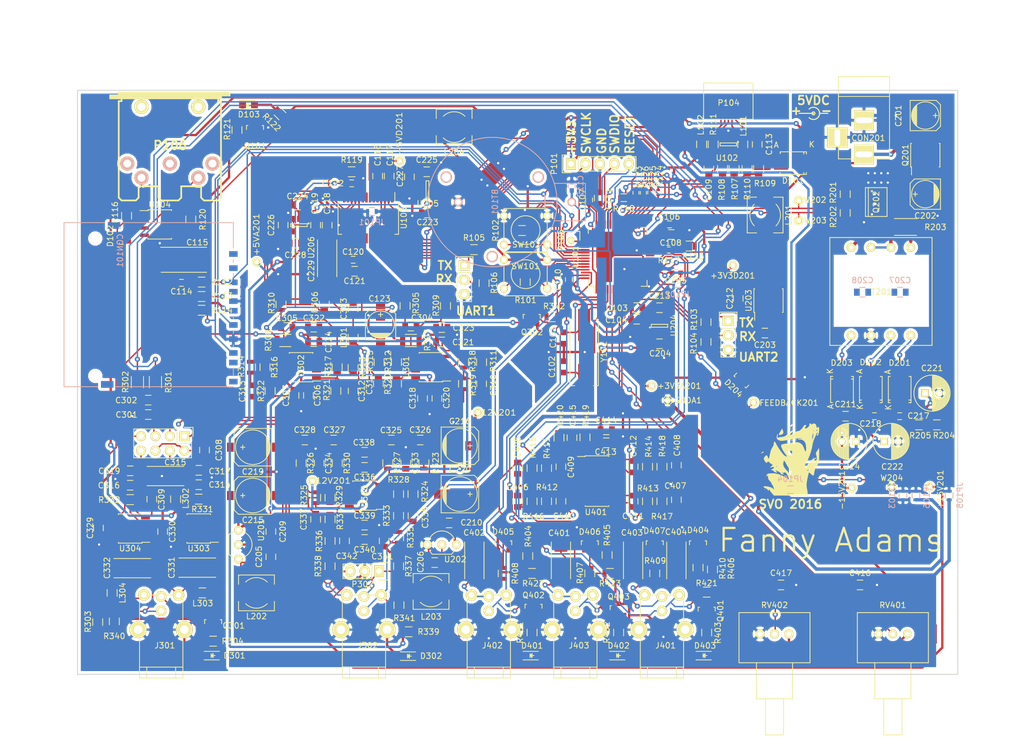
<source format=kicad_pcb>
(kicad_pcb (version 4) (host pcbnew 4.0.0-stable)
  (layers (0 F.Cu signal) (31 B.Cu signal) (34 B.Paste user) (35 F.Paste user) (36 B.SilkS user) (37 F.SilkS user) (38 B.Mask user) (39 F.Mask user) (44 Edge.Cuts user))
  (net 0 "")
  (net 1 "Net-(BT101-Pad1)")
  (net 2 GNDD)
  (net 3 "Net-(C101-Pad1)")
  (net 4 "Net-(C102-Pad1)")
  (net 5 +3V3A_CPU)
  (net 6 GNDA)
  (net 7 +3V3D_CPU)
  (net 8 "Net-(C108-Pad1)")
  (net 9 "Net-(C111-Pad1)")
  (net 10 "Net-(C113-Pad1)")
  (net 11 +5VD_DAC)
  (net 12 +5VA_DAC)
  (net 13 "Net-(C120-Pad1)")
  (net 14 /audioout/VREF)
  (net 15 GNDPWR)
  (net 16 "Net-(C202-Pad1)")
  (net 17 "Net-(C203-Pad1)")
  (net 18 "Net-(C205-Pad1)")
  (net 19 "Net-(C206-Pad2)")
  (net 20 +12VOPA)
  (net 21 -12VOPA)
  (net 22 /megapower/-15V)
  (net 23 /megapower/+15V)
  (net 24 /megapower/+7V5)
  (net 25 "Net-(C223-Pad1)")
  (net 26 "Net-(C225-Pad1)")
  (net 27 "Net-(C226-Pad1)")
  (net 28 "Net-(C301-Pad1)")
  (net 29 "Net-(C302-Pad2)")
  (net 30 "Net-(C303-Pad1)")
  (net 31 /audioout/IOUTL-)
  (net 32 /audioout/IOUTL+)
  (net 33 /audioout/IOUTR+)
  (net 34 /audioout/IOUTR-)
  (net 35 "Net-(C308-Pad1)")
  (net 36 "Net-(C308-Pad2)")
  (net 37 "Net-(C309-Pad1)")
  (net 38 "Net-(C309-Pad2)")
  (net 39 "Net-(C310-Pad1)")
  (net 40 "Net-(C310-Pad2)")
  (net 41 "Net-(C311-Pad1)")
  (net 42 "Net-(C311-Pad2)")
  (net 43 "Net-(C312-Pad1)")
  (net 44 "Net-(C312-Pad2)")
  (net 45 "Net-(C313-Pad1)")
  (net 46 "Net-(C313-Pad2)")
  (net 47 "Net-(C314-Pad1)")
  (net 48 /audioout/+5VHEAD)
  (net 49 "Net-(C316-Pad1)")
  (net 50 "Net-(C325-Pad1)")
  (net 51 "Net-(C326-Pad2)")
  (net 52 "Net-(C327-Pad2)")
  (net 53 "Net-(C328-Pad1)")
  (net 54 "Net-(C331-Pad2)")
  (net 55 "Net-(C331-Pad1)")
  (net 56 "Net-(C332-Pad2)")
  (net 57 "Net-(C332-Pad1)")
  (net 58 "Net-(C333-Pad2)")
  (net 59 "Net-(C334-Pad2)")
  (net 60 "Net-(C335-Pad1)")
  (net 61 "Net-(C335-Pad2)")
  (net 62 "Net-(C337-Pad1)")
  (net 63 "Net-(C337-Pad2)")
  (net 64 /audioout/SE_LEFT)
  (net 65 /audioout/SE_RIGHT)
  (net 66 "Net-(C401-Pad2)")
  (net 67 "Net-(C401-Pad1)")
  (net 68 "Net-(C402-Pad2)")
  (net 69 "Net-(C402-Pad1)")
  (net 70 "Net-(C403-Pad2)")
  (net 71 "Net-(C403-Pad1)")
  (net 72 "Net-(C404-Pad2)")
  (net 73 "Net-(C404-Pad1)")
  (net 74 "Net-(C405-Pad2)")
  (net 75 "Net-(C406-Pad2)")
  (net 76 "Net-(C407-Pad2)")
  (net 77 "Net-(C408-Pad2)")
  (net 78 "Net-(C409-Pad1)")
  (net 79 /audio/HIGAIN1)
  (net 80 "Net-(C410-Pad1)")
  (net 81 /audio/HIGAIN2)
  (net 82 "Net-(C411-Pad1)")
  (net 83 /audio/LINEIN_L)
  (net 84 "Net-(C412-Pad1)")
  (net 85 /audio/LINEIN_R)
  (net 86 /audio/Vb)
  (net 87 /audio/POT1)
  (net 88 /audio/POT2)
  (net 89 "Net-(CON101-Pad1)")
  (net 90 /SDIO_CMD)
  (net 91 /SDIO_CK)
  (net 92 /SDIO_D0)
  (net 93 "Net-(CON101-Pad8)")
  (net 94 "Net-(CON101-Pad9)")
  (net 95 "Net-(CON101-Pad10)")
  (net 96 "Net-(CON101-Pad11)")
  (net 97 "Net-(CON101-Pad12)")
  (net 98 "Net-(CON101-Pad13)")
  (net 99 +5VJACK)
  (net 100 /+5VUSB)
  (net 101 /MIDI_IN/5)
  (net 102 "Net-(D102-Pad3)")
  (net 103 "Net-(D103-Pad2)")
  (net 104 "Net-(D103-Pad1)")
  (net 105 "Net-(D201-Pad2)")
  (net 106 "Net-(D202-Pad1)")
  (net 107 "Net-(D203-Pad2)")
  (net 108 /megapower/VFEEDBACK)
  (net 109 "Net-(D301-Pad2)")
  (net 110 "Net-(D302-Pad2)")
  (net 111 "Net-(D401-Pad2)")
  (net 112 "Net-(D402-Pad2)")
  (net 113 "Net-(D403-Pad2)")
  (net 114 "Net-(L102-Pad1)")
  (net 115 /SWCLK)
  (net 116 /SWDIO)
  (net 117 /~RESET)
  (net 118 "Net-(P102-Pad1)")
  (net 119 "Net-(P102-Pad2)")
  (net 120 "Net-(P103-Pad1)")
  (net 121 "Net-(P103-Pad2)")
  (net 122 "Net-(P104-Pad2)")
  (net 123 "Net-(P104-Pad3)")
  (net 124 /UART3_TX)
  (net 125 "Net-(P106-Pad3)")
  (net 126 /MIDI_IN/4)
  (net 127 "Net-(P106-Pad2)")
  (net 128 "Net-(P106-Pad1)")
  (net 129 "Net-(Q101-Pad1)")
  (net 130 /megapower/XPULL)
  (net 131 /megapower/XPUSH)
  (net 132 "Net-(Q202-Pad5)")
  (net 133 "Net-(Q202-Pad7)")
  (net 134 "Net-(R101-Pad2)")
  (net 135 /UART2_TX)
  (net 136 /UART2_RX)
  (net 137 /UART1_TX)
  (net 138 /UART1_RX)
  (net 139 "Net-(R107-Pad1)")
  (net 140 /USB_FS_DM)
  (net 141 "Net-(R108-Pad1)")
  (net 142 /USB_FS_DP)
  (net 143 /USB_VBUS)
  (net 144 "Net-(R115-Pad2)")
  (net 145 /PWM_PULL)
  (net 146 /PWM_PUSH)
  (net 147 "Net-(R119-Pad1)")
  (net 148 /MIDI_RX)
  (net 149 "Net-(R203-Pad1)")
  (net 150 /audioout/LF_LEFT)
  (net 151 /audioout/LF_RIGHT)
  (net 152 "Net-(R307-Pad1)")
  (net 153 "Net-(R308-Pad1)")
  (net 154 "Net-(R320-Pad1)")
  (net 155 "Net-(R324-Pad2)")
  (net 156 "Net-(R325-Pad2)")
  (net 157 "Net-(R331-Pad1)")
  (net 158 "Net-(R332-Pad1)")
  (net 159 /audioout/LINEOUT_SW)
  (net 160 /audio/PLUG_1)
  (net 161 /audio/PLUG_2)
  (net 162 /audio/PLUG_3)
  (net 163 "Net-(U101-Pad15)")
  (net 164 "Net-(U101-Pad24)")
  (net 165 "Net-(U101-Pad25)")
  (net 166 "Net-(U101-Pad26)")
  (net 167 "Net-(U101-Pad29)")
  (net 168 /I2S_WS)
  (net 169 /I2S_CK)
  (net 170 /~DACRST)
  (net 171 /I2S_SD)
  (net 172 /I2S_MCK)
  (net 173 "Net-(U101-Pad50)")
  (net 174 /SPI_SCK)
  (net 175 /~DAC_CS)
  (net 176 /SPI_MOSI)
  (net 177 "Net-(U103-Pad5)")
  (net 178 "Net-(U103-Pad6)")
  (net 179 "Net-(U103-Pad7)")
  (net 180 "Net-(U103-Pad8)")
  (net 181 "Net-(U103-Pad9)")
  (net 182 "Net-(U103-Pad20)")
  (net 183 "Net-(U103-Pad21)")
  (net 184 "Net-(U104-Pad7)")
  (net 185 "Net-(U204-Pad4)")
  (net 186 "Net-(J301-Pad5)")
  (net 187 /audioout/~SHUTDOWN)
  (net 188 "Net-(J301-Pad6)")
  (net 189 "Net-(U101-Pad38)")
  (net 190 /audioout/PHONES_SW)
  (net 191 "Net-(U101-Pad40)")
  (net 192 "Net-(U101-Pad41)")
  (net 193 "Net-(U101-Pad52)")
  (net 194 "Net-(Q302-Pad1)")
  (net 195 "Net-(C207-Pad1)")
  (net 196 "Net-(C207-Pad2)")
  (net 197 "Net-(C208-Pad1)")
  (net 198 "Net-(C208-Pad2)")
  (net 199 /I2S_SD#)
  (net 200 /I2S_MCK#)
  (net 201 /I2S_CK#)
  (net 202 /I2S_WS#)
  (net 203 "Net-(Q301-Pad3)")
  (net 204 "Net-(Q401-Pad3)")
  (net 205 "Net-(Q402-Pad3)")
  (net 206 "Net-(Q403-Pad3)")
  (module w_conn_av:din-5 (layer F.Cu) (at 28.956 60.706 180)
    (fp_text reference P106 (at -0.044 0.206 180) (layer F.SilkS) (effects (font (thickness 0.3048))))
    (fp_text value DIN_5)
    (pad 3 thru_hole circle (at -7.49808 -2.9972 180) (size 2.49936 2.49936) (drill 1.397) (layers *.Cu *.SilkS *.Mask) (net 125 "Net-(P106-Pad3)"))
    (pad 4 thru_hole circle (at 4.99618 -5.4991 180) (size 2.49936 2.49936) (drill 1.397) (layers *.Cu *.SilkS *.Mask) (net 126 /MIDI_IN/4))
    (pad 2 thru_hole circle (at 0 -2.99974 180) (size 2.49936 2.49936) (drill 1.397) (layers *.Cu *.SilkS *.Mask) (net 127 "Net-(P106-Pad2)"))
    (pad 1 thru_hole circle (at 7.49808 -2.9972 180) (size 2.49936 2.49936) (drill 1.397) (layers *.Cu *.SilkS *.Mask) (net 128 "Net-(P106-Pad1)"))
    (pad 5 thru_hole circle (at -4.99618 -5.4991 180) (size 2.49936 2.49936) (drill 1.397) (layers *.Cu *.SilkS *.Mask) (net 101 /MIDI_IN/5))
    (pad "" np_thru_hole circle (at 5.00126 6.9977 180) (size 2.49936 2.49936) (drill 1.397) (layers *.Cu *.Mask F.SilkS))
    (pad "" np_thru_hole circle (at -5.00126 6.9977 180) (size 2.49936 2.49936) (drill 1.397) (layers *.Cu *.Mask F.SilkS))
  )
  (module Capacitors_SMD:C_0805 (layer F.Cu) (at 74.295 72.39 180)
    (fp_text reference C223 (at 0 -1.651 180) (layer F.SilkS))
    (fp_text value 1.0)
    (pad 1 smd rect (at -1 0 180) (size 1 1.25) (layers F.Cu F.Paste F.Mask) (net 25 "Net-(C223-Pad1)"))
    (pad 2 smd rect (at 1 0 180) (size 1 1.25) (layers F.Cu F.Paste F.Mask) (net 2 GNDD))
  )
  (module Resistors_SMD:R_0805 (layer F.Cu) (at 80.645 102.489 270)
    (fp_text reference R319 (at 0.254 -1.651 270) (layer F.SilkS))
    (fp_text value 681)
    (pad 1 smd rect (at -0.95 0 270) (size 0.7 1.3) (layers F.Cu F.Paste F.Mask) (net 40 "Net-(C310-Pad2)"))
    (pad 2 smd rect (at 0.95 0 270) (size 0.7 1.3) (layers F.Cu F.Paste F.Mask) (net 51 "Net-(C326-Pad2)"))
  )
  (module Housings_SOIC:SOIC-14_3.9x8.7mm_Pitch1.27mm (layer F.Cu) (at 104.14 119.634)
    (fp_text reference U401 (at -0.1905 5.461) (layer F.SilkS))
    (fp_text value AD824)
    (pad 1 smd rect (at -2.7 -3.81) (size 1.5 0.6) (layers F.Cu F.Paste F.Mask) (net 79 /audio/HIGAIN1))
    (pad 2 smd rect (at -2.7 -2.54) (size 1.5 0.6) (layers F.Cu F.Paste F.Mask) (net 78 "Net-(C409-Pad1)"))
    (pad 3 smd rect (at -2.7 -1.27) (size 1.5 0.6) (layers F.Cu F.Paste F.Mask) (net 86 /audio/Vb))
    (pad 4 smd rect (at -2.7 0) (size 1.5 0.6) (layers F.Cu F.Paste F.Mask) (net 5 +3V3A_CPU))
    (pad 5 smd rect (at -2.7 1.27) (size 1.5 0.6) (layers F.Cu F.Paste F.Mask) (net 86 /audio/Vb))
    (pad 6 smd rect (at -2.7 2.54) (size 1.5 0.6) (layers F.Cu F.Paste F.Mask) (net 80 "Net-(C410-Pad1)"))
    (pad 7 smd rect (at -2.7 3.81) (size 1.5 0.6) (layers F.Cu F.Paste F.Mask) (net 81 /audio/HIGAIN2))
    (pad 8 smd rect (at 2.7 3.81) (size 1.5 0.6) (layers F.Cu F.Paste F.Mask) (net 83 /audio/LINEIN_L))
    (pad 9 smd rect (at 2.7 2.54) (size 1.5 0.6) (layers F.Cu F.Paste F.Mask) (net 82 "Net-(C411-Pad1)"))
    (pad 10 smd rect (at 2.7 1.27) (size 1.5 0.6) (layers F.Cu F.Paste F.Mask) (net 86 /audio/Vb))
    (pad 11 smd rect (at 2.7 0) (size 1.5 0.6) (layers F.Cu F.Paste F.Mask) (net 6 GNDA))
    (pad 12 smd rect (at 2.7 -1.27) (size 1.5 0.6) (layers F.Cu F.Paste F.Mask) (net 86 /audio/Vb))
    (pad 13 smd rect (at 2.7 -2.54) (size 1.5 0.6) (layers F.Cu F.Paste F.Mask) (net 84 "Net-(C412-Pad1)"))
    (pad 14 smd rect (at 2.7 -3.81) (size 1.5 0.6) (layers F.Cu F.Paste F.Mask) (net 85 /audio/LINEIN_R))
  )
  (module Capacitors_SMD:C_0805 (layer F.Cu) (at 65.659 102.489 270)
    (fp_text reference C311 (at 0 1.5875 270) (layer F.SilkS))
    (fp_text value 100pF)
    (pad 1 smd rect (at -1 0 270) (size 1 1.25) (layers F.Cu F.Paste F.Mask) (net 41 "Net-(C311-Pad1)"))
    (pad 2 smd rect (at 1 0 270) (size 1 1.25) (layers F.Cu F.Paste F.Mask) (net 42 "Net-(C311-Pad2)"))
  )
  (module Capacitors_SMD:C_0805 (layer F.Cu) (at 49.53 92.583 180)
    (fp_text reference C305 (at 0 1.651 180) (layer F.SilkS))
    (fp_text value 100pF)
    (pad 1 smd rect (at -1 0 180) (size 1 1.25) (layers F.Cu F.Paste F.Mask) (net 33 /audioout/IOUTR+))
    (pad 2 smd rect (at 1 0 180) (size 1 1.25) (layers F.Cu F.Paste F.Mask) (net 34 /audioout/IOUTR-))
  )
  (module Capacitors_SMD:C_0805 (layer F.Cu) (at 54.266956 92.515168)
    (fp_text reference C322 (at 0.025544 -1.583168) (layer F.SilkS))
    (fp_text value 1nF)
    (pad 1 smd rect (at -1 0) (size 1 1.25) (layers F.Cu F.Paste F.Mask) (net 21 -12VOPA))
    (pad 2 smd rect (at 1 0) (size 1 1.25) (layers F.Cu F.Paste F.Mask) (net 6 GNDA))
  )
  (module Capacitors_SMD:C_0805 (layer F.Cu) (at 54.266956 95.055168)
    (fp_text reference C324 (at 2.629044 0.067832 90) (layer F.SilkS))
    (fp_text value 4.7)
    (pad 1 smd rect (at -1 0) (size 1 1.25) (layers F.Cu F.Paste F.Mask) (net 21 -12VOPA))
    (pad 2 smd rect (at 1 0) (size 1 1.25) (layers F.Cu F.Paste F.Mask) (net 6 GNDA))
  )
  (module Resistors_SMD:R_0805 (layer F.Cu) (at 57.15 122.555 270)
    (fp_text reference R329 (at -0.254 -1.651 450) (layer F.SilkS))
    (fp_text value 324)
    (pad 1 smd rect (at -0.95 0 270) (size 0.7 1.3) (layers F.Cu F.Paste F.Mask) (net 52 "Net-(C327-Pad2)"))
    (pad 2 smd rect (at 0.95 0 270) (size 0.7 1.3) (layers F.Cu F.Paste F.Mask) (net 63 "Net-(C337-Pad2)"))
  )
  (module Resistors_SMD:R_0805 (layer F.Cu) (at 52.07 116.462379 270)
    (fp_text reference R326 (at 0 -1.651 270) (layer F.SilkS))
    (fp_text value 226)
    (pad 1 smd rect (at -0.95 0 270) (size 0.7 1.3) (layers F.Cu F.Paste F.Mask) (net 6 GNDA))
    (pad 2 smd rect (at 0.95 0 270) (size 0.7 1.3) (layers F.Cu F.Paste F.Mask) (net 53 "Net-(C328-Pad1)"))
  )
  (module Resistors_SMD:R_0805 (layer F.Cu) (at 69.215 129.54 270)
    (fp_text reference R335 (at 0 -2.1 270) (layer F.SilkS))
    (fp_text value 332)
    (pad 1 smd rect (at -0.95 0 270) (size 0.7 1.3) (layers F.Cu F.Paste F.Mask) (net 155 "Net-(R324-Pad2)"))
    (pad 2 smd rect (at 0.95 0 270) (size 0.7 1.3) (layers F.Cu F.Paste F.Mask) (net 64 /audioout/SE_LEFT))
  )
  (module ch25-2032LF:ch25-2032LF (layer B.Cu) (at 85.695 70.485 270)
    (fp_text reference BT101 (at 0 -0.5 270) (layer B.SilkS) (effects (justify mirror)))
    (fp_text value Battery)
    (fp_text user + (at 0 -9.05 270) (layer B.SilkS) (effects (font (size 3 3) (thickness 0.2)) (justify mirror)))
    (pad 1 thru_hole circle (at 0 -14 270) (size 1.5 1.5) (drill 1) (layers *.Cu *.Mask B.SilkS) (net 1 "Net-(BT101-Pad1)"))
    (pad 2 thru_hole circle (at 0 6 270) (size 1.5 1.5) (drill 1) (layers *.Cu *.Mask B.SilkS) (net 2 GNDD))
    (pad "" np_thru_hole circle (at 9.6 0 270) (size 2 2) (drill 1.5) (layers *.Cu *.Mask B.SilkS))
    (pad "" np_thru_hole circle (at -4.4 -8.1 270) (size 2 2) (drill 1.5) (layers *.Cu *.Mask B.SilkS))
    (pad "" np_thru_hole circle (at -4.4 8.1 270) (size 2 2) (drill 1.5) (layers *.Cu *.Mask B.SilkS))
  )
  (module Capacitors_SMD:C_0805 (layer F.Cu) (at 98.310987 94.432411 270)
    (fp_text reference C101 (at -0.134911 1.917987 270) (layer F.SilkS))
    (fp_text value 16)
    (pad 1 smd rect (at -1 0 270) (size 1 1.25) (layers F.Cu F.Paste F.Mask) (net 3 "Net-(C101-Pad1)"))
    (pad 2 smd rect (at 1 0 270) (size 1 1.25) (layers F.Cu F.Paste F.Mask) (net 2 GNDD))
  )
  (module Capacitors_SMD:C_0805 (layer F.Cu) (at 98.310987 99.512411 90)
    (fp_text reference C102 (at 0 -2.1 90) (layer F.SilkS))
    (fp_text value 16)
    (pad 1 smd rect (at -1 0 90) (size 1 1.25) (layers F.Cu F.Paste F.Mask) (net 4 "Net-(C102-Pad1)"))
    (pad 2 smd rect (at 1 0 90) (size 1 1.25) (layers F.Cu F.Paste F.Mask) (net 2 GNDD))
  )
  (module Capacitors_SMD:C_0805 (layer F.Cu) (at 111.125 89.0905 180)
    (fp_text reference C103 (at 3.4925 -0.0635 180) (layer F.SilkS))
    (fp_text value 1.0)
    (pad 1 smd rect (at -1 0 180) (size 1 1.25) (layers F.Cu F.Paste F.Mask) (net 5 +3V3A_CPU))
    (pad 2 smd rect (at 1 0 180) (size 1 1.25) (layers F.Cu F.Paste F.Mask) (net 6 GNDA))
  )
  (module Capacitors_SMD:C_0805 (layer F.Cu) (at 111.125 91.1225 180)
    (fp_text reference C104 (at 3.6195 -0.127 180) (layer F.SilkS))
    (fp_text value 0.01)
    (pad 1 smd rect (at -1 0 180) (size 1 1.25) (layers F.Cu F.Paste F.Mask) (net 5 +3V3A_CPU))
    (pad 2 smd rect (at 1 0 180) (size 1 1.25) (layers F.Cu F.Paste F.Mask) (net 6 GNDA))
  )
  (module Capacitors_SMD:C_0805 (layer F.Cu) (at 117.221 76.2)
    (fp_text reference C108 (at -0.127 1.4605) (layer F.SilkS))
    (fp_text value 2.2)
    (pad 1 smd rect (at -1 0) (size 1 1.25) (layers F.Cu F.Paste F.Mask) (net 8 "Net-(C108-Pad1)"))
    (pad 2 smd rect (at 1 0) (size 1 1.25) (layers F.Cu F.Paste F.Mask) (net 2 GNDD))
  )
  (module Capacitors_SMD:C_0805 (layer F.Cu) (at 123.825 64.643 90)
    (fp_text reference C109 (at -3.657 -0.025 90) (layer F.SilkS))
    (fp_text value 0.1)
    (pad 1 smd rect (at -1 0 90) (size 1 1.25) (layers F.Cu F.Paste F.Mask) (net 7 +3V3D_CPU))
    (pad 2 smd rect (at 1 0 90) (size 1 1.25) (layers F.Cu F.Paste F.Mask) (net 2 GNDD))
  )
  (module Capacitors_SMD:C_0805 (layer F.Cu) (at 104.521 69.7865 90)
    (fp_text reference C111 (at -0.127 1.651 90) (layer F.SilkS))
    (fp_text value 2.2)
    (pad 1 smd rect (at -1 0 90) (size 1 1.25) (layers F.Cu F.Paste F.Mask) (net 9 "Net-(C111-Pad1)"))
    (pad 2 smd rect (at 1 0 90) (size 1 1.25) (layers F.Cu F.Paste F.Mask) (net 2 GNDD))
  )
  (module Capacitors_SMD:C_0805 (layer F.Cu) (at 132.334 60.325 270)
    (fp_text reference C113 (at 0 -2.1 270) (layer F.SilkS))
    (fp_text value 1nF)
    (pad 1 smd rect (at -1 0 270) (size 1 1.25) (layers F.Cu F.Paste F.Mask) (net 10 "Net-(C113-Pad1)"))
    (pad 2 smd rect (at 1 0 270) (size 1 1.25) (layers F.Cu F.Paste F.Mask) (net 2 GNDD))
  )
  (module Capacitors_Tantalum_SMD:TantalC_SizeD_EIA-7343_Reflow (layer F.Cu) (at 31.623 80.645)
    (fp_text reference C115 (at 2.159 -3.048) (layer F.SilkS))
    (fp_text value 22.0)
    (pad 2 smd rect (at 3.12 0) (size 2.37 2.43) (layers F.Cu F.Paste F.Mask) (net 2 GNDD))
    (pad 1 smd rect (at -3.12 0) (size 2.37 2.43) (layers F.Cu F.Paste F.Mask) (net 7 +3V3D_CPU))
  )
  (module Capacitors_SMD:C_0805 (layer F.Cu) (at 65.52278 65.90762 90)
    (fp_text reference C116 (at 3.67762 0.00922 90) (layer F.SilkS))
    (fp_text value 10)
    (pad 1 smd rect (at -1 0 90) (size 1 1.25) (layers F.Cu F.Paste F.Mask) (net 11 +5VD_DAC))
    (pad 2 smd rect (at 1 0 90) (size 1 1.25) (layers F.Cu F.Paste F.Mask) (net 2 GNDD))
  )
  (module Capacitors_SMD:C_0805 (layer F.Cu) (at 67.55478 65.90762 90)
    (fp_text reference C117 (at 3.67762 0.13622 90) (layer F.SilkS))
    (fp_text value 0.01)
    (pad 1 smd rect (at -1 0 90) (size 1 1.25) (layers F.Cu F.Paste F.Mask) (net 11 +5VD_DAC))
    (pad 2 smd rect (at 1 0 90) (size 1 1.25) (layers F.Cu F.Paste F.Mask) (net 2 GNDD))
  )
  (module Capacitors_SMD:C_0805 (layer F.Cu) (at 56.642 74.549 90)
    (fp_text reference C118 (at 3.81 0 90) (layer F.SilkS))
    (fp_text value 0.01)
    (pad 1 smd rect (at -1 0 90) (size 1 1.25) (layers F.Cu F.Paste F.Mask) (net 12 +5VA_DAC))
    (pad 2 smd rect (at 1 0 90) (size 1 1.25) (layers F.Cu F.Paste F.Mask) (net 6 GNDA))
  )
  (module Capacitors_SMD:C_0805 (layer F.Cu) (at 54.61 74.549 90)
    (fp_text reference C119 (at 3.81 -0.127 90) (layer F.SilkS))
    (fp_text value 10)
    (pad 1 smd rect (at -1 0 90) (size 1 1.25) (layers F.Cu F.Paste F.Mask) (net 12 +5VA_DAC))
    (pad 2 smd rect (at 1 0 90) (size 1 1.25) (layers F.Cu F.Paste F.Mask) (net 6 GNDA))
  )
  (module Capacitors_SMD:C_0603 (layer F.Cu) (at 61.214 80.645)
    (fp_text reference C120 (at 0 -1.397) (layer F.SilkS))
    (fp_text value 0.1)
    (pad 1 smd rect (at -0.75 0) (size 0.8 0.75) (layers F.Cu F.Paste F.Mask) (net 13 "Net-(C120-Pad1)"))
    (pad 2 smd rect (at 0.75 0) (size 0.8 0.75) (layers F.Cu F.Paste F.Mask) (net 6 GNDA))
  )
  (module Capacitors_SMD:C_0805 (layer F.Cu) (at 61.468 82.677)
    (fp_text reference C121 (at 0 1.7145) (layer F.SilkS))
    (fp_text value 10.0)
    (pad 1 smd rect (at -1 0) (size 1 1.25) (layers F.Cu F.Paste F.Mask) (net 13 "Net-(C120-Pad1)"))
    (pad 2 smd rect (at 1 0) (size 1 1.25) (layers F.Cu F.Paste F.Mask) (net 6 GNDA))
  )
  (module Capacitors_SMD:C_0603 (layer F.Cu) (at 60.96 67.183)
    (fp_text reference C122 (at -3.302 0) (layer F.SilkS))
    (fp_text value 0.1)
    (pad 1 smd rect (at -0.75 0) (size 0.8 0.75) (layers F.Cu F.Paste F.Mask) (net 14 /audioout/VREF))
    (pad 2 smd rect (at 0.75 0) (size 0.8 0.75) (layers F.Cu F.Paste F.Mask) (net 6 GNDA))
  )
  (module Capacitors_SMD:c_elec_5x5.3 (layer F.Cu) (at 66.04 92.075 90)
    (fp_text reference C123 (at 4.572 -0.1905 360) (layer F.SilkS))
    (fp_text value 47.0)
    (pad 1 smd rect (at 2.19964 0 90) (size 2.99974 1.6002) (layers F.Cu F.Paste F.Mask) (net 14 /audioout/VREF))
    (pad 2 smd rect (at -2.19964 0 90) (size 2.99974 1.6002) (layers F.Cu F.Paste F.Mask) (net 6 GNDA))
  )
  (module Capacitors_SMD:c_elec_5x5.3 (layer F.Cu) (at 161.925 55.245)
    (fp_text reference C201 (at -4.725 0.055 90) (layer F.SilkS))
    (fp_text value 4.7/6.3V)
    (pad 1 smd rect (at 2.19964 0) (size 2.99974 1.6002) (layers F.Cu F.Paste F.Mask) (net 99 +5VJACK))
    (pad 2 smd rect (at -2.19964 0) (size 2.99974 1.6002) (layers F.Cu F.Paste F.Mask) (net 15 GNDPWR))
  )
  (module Capacitors_SMD:c_elec_5x5.3 (layer F.Cu) (at 161.925 69.088 180)
    (fp_text reference C202 (at 0 -3.81 180) (layer F.SilkS))
    (fp_text value 4.7/6.3V)
    (pad 1 smd rect (at 2.19964 0 180) (size 2.99974 1.6002) (layers F.Cu F.Paste F.Mask) (net 16 "Net-(C202-Pad1)"))
    (pad 2 smd rect (at -2.19964 0 180) (size 2.99974 1.6002) (layers F.Cu F.Paste F.Mask) (net 15 GNDPWR))
  )
  (module Capacitors_SMD:C_0805 (layer F.Cu) (at 133.687209 93.555187 180)
    (fp_text reference C203 (at 0 -2.1 180) (layer F.SilkS))
    (fp_text value 1.0)
    (pad 1 smd rect (at -1 0 180) (size 1 1.25) (layers F.Cu F.Paste F.Mask) (net 17 "Net-(C203-Pad1)"))
    (pad 2 smd rect (at 1 0 180) (size 1 1.25) (layers F.Cu F.Paste F.Mask) (net 2 GNDD))
  )
  (module Capacitors_SMD:C_0805 (layer F.Cu) (at 115.138487 95.448411)
    (fp_text reference C204 (at 0.114013 1.706589) (layer F.SilkS))
    (fp_text value 1.0)
    (pad 1 smd rect (at -1 0) (size 1 1.25) (layers F.Cu F.Paste F.Mask) (net 17 "Net-(C203-Pad1)"))
    (pad 2 smd rect (at 1 0) (size 1 1.25) (layers F.Cu F.Paste F.Mask) (net 6 GNDA))
  )
  (module Capacitors_SMD:C_0805 (layer F.Cu) (at 46.736 132.969 90)
    (fp_text reference C205 (at 0 -2.1 90) (layer F.SilkS))
    (fp_text value 1.0)
    (pad 1 smd rect (at -1 0 90) (size 1 1.25) (layers F.Cu F.Paste F.Mask) (net 18 "Net-(C205-Pad1)"))
    (pad 2 smd rect (at 1 0 90) (size 1 1.25) (layers F.Cu F.Paste F.Mask) (net 6 GNDA))
  )
  (module Capacitors_SMD:C_0805 (layer F.Cu) (at 75.565 133.985)
    (fp_text reference C206 (at -2.4765 -0.127 90) (layer F.SilkS))
    (fp_text value 1.0)
    (pad 1 smd rect (at -1 0) (size 1 1.25) (layers F.Cu F.Paste F.Mask) (net 6 GNDA))
    (pad 2 smd rect (at 1 0) (size 1 1.25) (layers F.Cu F.Paste F.Mask) (net 19 "Net-(C206-Pad2)"))
  )
  (module Capacitors_SMD:C_0805 (layer B.Cu) (at 157.48 86.36 180)
    (fp_text reference C207 (at 0 2.1 180) (layer B.SilkS) (effects (justify mirror)))
    (fp_text value 0.1)
    (pad 1 smd rect (at -1 0 180) (size 1 1.25) (layers B.Cu B.Paste B.Mask) (net 195 "Net-(C207-Pad1)"))
    (pad 2 smd rect (at 1 0 180) (size 1 1.25) (layers B.Cu B.Paste B.Mask) (net 196 "Net-(C207-Pad2)"))
  )
  (module Capacitors_SMD:C_0805 (layer B.Cu) (at 150.876 86.36 180)
    (fp_text reference C208 (at 0 2.1 180) (layer B.SilkS) (effects (justify mirror)))
    (fp_text value 0.1)
    (pad 1 smd rect (at -1 0 180) (size 1 1.25) (layers B.Cu B.Paste B.Mask) (net 197 "Net-(C208-Pad1)"))
    (pad 2 smd rect (at 1 0 180) (size 1 1.25) (layers B.Cu B.Paste B.Mask) (net 198 "Net-(C208-Pad2)"))
  )
  (module Capacitors_SMD:C_0805 (layer F.Cu) (at 46.736 128.524 270)
    (fp_text reference C209 (at 0 -2.1 270) (layer F.SilkS))
    (fp_text value 4.7)
    (pad 1 smd rect (at -1 0 270) (size 1 1.25) (layers F.Cu F.Paste F.Mask) (net 20 +12VOPA))
    (pad 2 smd rect (at 1 0 270) (size 1 1.25) (layers F.Cu F.Paste F.Mask) (net 6 GNDA))
  )
  (module Capacitors_SMD:C_0805 (layer F.Cu) (at 78.105 127)
    (fp_text reference C210 (at 3.937 -0.0635) (layer F.SilkS))
    (fp_text value 4.7)
    (pad 1 smd rect (at -1 0) (size 1 1.25) (layers F.Cu F.Paste F.Mask) (net 6 GNDA))
    (pad 2 smd rect (at 1 0) (size 1 1.25) (layers F.Cu F.Paste F.Mask) (net 21 -12VOPA))
  )
  (module Capacitors_SMD:C_0805 (layer F.Cu) (at 147.8915 108.204)
    (fp_text reference C211 (at 0 -2.1) (layer F.SilkS))
    (fp_text value 0.1)
    (pad 1 smd rect (at -1 0) (size 1 1.25) (layers F.Cu F.Paste F.Mask) (net 22 /megapower/-15V))
    (pad 2 smd rect (at 1 0) (size 1 1.25) (layers F.Cu F.Paste F.Mask) (net 15 GNDPWR))
  )
  (module Capacitors_SMD:C_0805 (layer F.Cu) (at 128.988209 87.459187 270)
    (fp_text reference C212 (at 0 1.480209 270) (layer F.SilkS))
    (fp_text value 4.7)
    (pad 1 smd rect (at -1 0 270) (size 1 1.25) (layers F.Cu F.Paste F.Mask) (net 7 +3V3D_CPU))
    (pad 2 smd rect (at 1 0 270) (size 1 1.25) (layers F.Cu F.Paste F.Mask) (net 2 GNDD))
  )
  (module Capacitors_SMD:C_0805 (layer F.Cu) (at 115.138487 89.098411)
    (fp_text reference C213 (at 0 -2.1) (layer F.SilkS))
    (fp_text value 4.7)
    (pad 1 smd rect (at -1 0) (size 1 1.25) (layers F.Cu F.Paste F.Mask) (net 5 +3V3A_CPU))
    (pad 2 smd rect (at 1 0) (size 1 1.25) (layers F.Cu F.Paste F.Mask) (net 6 GNDA))
  )
  (module Capacitors_ThroughHole:C_Radial_D6.3_L11.2_P2.5 (layer F.Cu) (at 149.7565 112.649 180)
    (fp_text reference C214 (at 1.25 -4.4 180) (layer F.SilkS))
    (fp_text value 56.0/20V)
    (pad 2 thru_hole circle (at 2.5 0 180) (size 1.3 1.3) (drill 0.8) (layers *.Cu *.Mask F.SilkS) (net 22 /megapower/-15V))
    (pad 1 thru_hole rect (at 0 0 180) (size 1.3 1.3) (drill 0.8) (layers *.Cu *.Mask F.SilkS) (net 15 GNDPWR))
  )
  (module Capacitors_SMD:c_elec_6.3x7.7 (layer F.Cu) (at 43.561 122.174 180)
    (fp_text reference C215 (at 0 -4.318 180) (layer F.SilkS))
    (fp_text value 100.0/25V)
    (pad 1 smd rect (at 2.75082 0 180) (size 3.59918 1.6002) (layers F.Cu F.Paste F.Mask) (net 20 +12VOPA))
    (pad 2 smd rect (at -2.75082 0 180) (size 3.59918 1.6002) (layers F.Cu F.Paste F.Mask) (net 6 GNDA))
  )
  (module Capacitors_SMD:c_elec_6.3x7.7 (layer F.Cu) (at 80.01 113.411)
    (fp_text reference C216 (at 0 -4.318) (layer F.SilkS))
    (fp_text value 100.0/25V)
    (pad 1 smd rect (at 2.75082 0) (size 3.59918 1.6002) (layers F.Cu F.Paste F.Mask) (net 21 -12VOPA))
    (pad 2 smd rect (at -2.75082 0) (size 3.59918 1.6002) (layers F.Cu F.Paste F.Mask) (net 6 GNDA))
  )
  (module Capacitors_SMD:C_0603 (layer F.Cu) (at 157.4165 108.204 180)
    (fp_text reference C217 (at -3.302 0.0635 180) (layer F.SilkS))
    (fp_text value 0.1)
    (pad 1 smd rect (at -0.75 0 180) (size 0.8 0.75) (layers F.Cu F.Paste F.Mask) (net 23 /megapower/+15V))
    (pad 2 smd rect (at 0.75 0 180) (size 0.8 0.75) (layers F.Cu F.Paste F.Mask) (net 15 GNDPWR))
  )
  (module Capacitors_SMD:C_0603 (layer F.Cu) (at 152.9715 108.204)
    (fp_text reference C218 (at -0.6985 1.3335) (layer F.SilkS))
    (fp_text value 0.1)
    (pad 1 smd rect (at -0.75 0) (size 0.8 0.75) (layers F.Cu F.Paste F.Mask) (net 24 /megapower/+7V5))
    (pad 2 smd rect (at 0.75 0) (size 0.8 0.75) (layers F.Cu F.Paste F.Mask) (net 15 GNDPWR))
  )
  (module Capacitors_SMD:c_elec_6.3x7.7 (layer F.Cu) (at 43.561 113.665 180)
    (fp_text reference C219 (at 0 -4.318 180) (layer F.SilkS))
    (fp_text value 100.0/25V)
    (pad 1 smd rect (at 2.75082 0 180) (size 3.59918 1.6002) (layers F.Cu F.Paste F.Mask) (net 20 +12VOPA))
    (pad 2 smd rect (at -2.75082 0 180) (size 3.59918 1.6002) (layers F.Cu F.Paste F.Mask) (net 6 GNDA))
  )
  (module Capacitors_SMD:c_elec_6.3x7.7 (layer F.Cu) (at 80.01 121.92)
    (fp_text reference C220 (at 0 -4.318) (layer F.SilkS))
    (fp_text value 100.0/25V)
    (pad 1 smd rect (at 2.75082 0) (size 3.59918 1.6002) (layers F.Cu F.Paste F.Mask) (net 21 -12VOPA))
    (pad 2 smd rect (at -2.75082 0) (size 3.59918 1.6002) (layers F.Cu F.Paste F.Mask) (net 6 GNDA))
  )
  (module Capacitors_ThroughHole:C_Radial_D6.3_L11.2_P2.5 (layer F.Cu) (at 161.8615 104.14)
    (fp_text reference C221 (at 1.25 -4.4) (layer F.SilkS))
    (fp_text value 56.0/20V)
    (pad 2 thru_hole circle (at 2.5 0) (size 1.3 1.3) (drill 0.8) (layers *.Cu *.Mask F.SilkS) (net 15 GNDPWR))
    (pad 1 thru_hole rect (at 0 0) (size 1.3 1.3) (drill 0.8) (layers *.Cu *.Mask F.SilkS) (net 23 /megapower/+15V))
  )
  (module Capacitors_ThroughHole:C_Radial_D6.3_L11.2_P2.5 (layer F.Cu) (at 154.6625 112.649)
    (fp_text reference C222 (at 1.4375 4.451) (layer F.SilkS))
    (fp_text value 56.0/20V)
    (pad 2 thru_hole circle (at 2.5 0) (size 1.3 1.3) (drill 0.8) (layers *.Cu *.Mask F.SilkS) (net 15 GNDPWR))
    (pad 1 thru_hole rect (at 0 0) (size 1.3 1.3) (drill 0.8) (layers *.Cu *.Mask F.SilkS) (net 24 /megapower/+7V5))
  )
  (module Capacitors_SMD:C_0805 (layer F.Cu) (at 51.42795 70.993 180)
    (fp_text reference C224 (at -0.00705 1.524 180) (layer F.SilkS))
    (fp_text value 1.0)
    (pad 1 smd rect (at -1 0 180) (size 1 1.25) (layers F.Cu F.Paste F.Mask) (net 25 "Net-(C223-Pad1)"))
    (pad 2 smd rect (at 1 0 180) (size 1 1.25) (layers F.Cu F.Paste F.Mask) (net 6 GNDA))
  )
  (module Capacitors_SMD:C_0805 (layer F.Cu) (at 74.168 65.151)
    (fp_text reference C225 (at 0 -2.1) (layer F.SilkS))
    (fp_text value 0.01/NP0)
    (pad 1 smd rect (at -1 0) (size 1 1.25) (layers F.Cu F.Paste F.Mask) (net 26 "Net-(C225-Pad1)"))
    (pad 2 smd rect (at 1 0) (size 1 1.25) (layers F.Cu F.Paste F.Mask) (net 2 GNDD))
  )
  (module Capacitors_SMD:C_0805 (layer F.Cu) (at 48.88795 74.548462 90)
    (fp_text reference C226 (at 0 -2.1 90) (layer F.SilkS))
    (fp_text value 0.01/NP0)
    (pad 1 smd rect (at -1 0 90) (size 1 1.25) (layers F.Cu F.Paste F.Mask) (net 27 "Net-(C226-Pad1)"))
    (pad 2 smd rect (at 1 0 90) (size 1 1.25) (layers F.Cu F.Paste F.Mask) (net 6 GNDA))
  )
  (module Capacitors_SMD:C_0805 (layer F.Cu) (at 71.12 66.04 90)
    (fp_text reference C227 (at 0.127 -1.651 90) (layer F.SilkS))
    (fp_text value 4.7)
    (pad 1 smd rect (at -1 0 90) (size 1 1.25) (layers F.Cu F.Paste F.Mask) (net 11 +5VD_DAC))
    (pad 2 smd rect (at 1 0 90) (size 1 1.25) (layers F.Cu F.Paste F.Mask) (net 2 GNDD))
  )
  (module Capacitors_SMD:C_0805 (layer F.Cu) (at 51.04695 77.723462 180)
    (fp_text reference C228 (at 0 -2.1 180) (layer F.SilkS))
    (fp_text value 4.7)
    (pad 1 smd rect (at -1 0 180) (size 1 1.25) (layers F.Cu F.Paste F.Mask) (net 12 +5VA_DAC))
    (pad 2 smd rect (at 1 0 180) (size 1 1.25) (layers F.Cu F.Paste F.Mask) (net 6 GNDA))
  )
  (module Capacitors_Tantalum_SMD:TantalC_SizeC_EIA-6032_Reflow (layer F.Cu) (at 56.642 80.645 270)
    (fp_text reference C229 (at 1.9685 2.794 270) (layer F.SilkS))
    (fp_text value 22.0/10V)
    (pad 2 smd rect (at 2.47 0 270) (size 2.37 2.23) (layers F.Cu F.Paste F.Mask) (net 6 GNDA))
    (pad 1 smd rect (at -2.47 0 270) (size 2.37 2.23) (layers F.Cu F.Paste F.Mask) (net 12 +5VA_DAC))
  )
  (module Capacitors_SMD:C_0805 (layer F.Cu) (at 25.144032 107.914458 180)
    (fp_text reference C301 (at 3.808032 -0.035542 180) (layer F.SilkS))
    (fp_text value 0.01)
    (pad 1 smd rect (at -1 0 180) (size 1 1.25) (layers F.Cu F.Paste F.Mask) (net 28 "Net-(C301-Pad1)"))
    (pad 2 smd rect (at 1 0 180) (size 1 1.25) (layers F.Cu F.Paste F.Mask) (net 2 GNDD))
  )
  (module Capacitors_SMD:C_0805 (layer F.Cu) (at 25.144032 105.374458 180)
    (fp_text reference C302 (at 3.871532 -0.035542 180) (layer F.SilkS))
    (fp_text value 0.01)
    (pad 1 smd rect (at -1 0 180) (size 1 1.25) (layers F.Cu F.Paste F.Mask) (net 2 GNDD))
    (pad 2 smd rect (at 1 0 180) (size 1 1.25) (layers F.Cu F.Paste F.Mask) (net 29 "Net-(C302-Pad2)"))
  )
  (module Capacitors_SMD:C_0805 (layer F.Cu) (at 61.214 89.281 90)
    (fp_text reference C303 (at 0 -1.651 90) (layer F.SilkS))
    (fp_text value 4.7)
    (pad 1 smd rect (at -1 0 90) (size 1 1.25) (layers F.Cu F.Paste F.Mask) (net 30 "Net-(C303-Pad1)"))
    (pad 2 smd rect (at 1 0 90) (size 1 1.25) (layers F.Cu F.Paste F.Mask) (net 6 GNDA))
  )
  (module Capacitors_SMD:C_0805 (layer F.Cu) (at 71.374 92.329 180)
    (fp_text reference C304 (at -1.9685 1.4605 180) (layer F.SilkS))
    (fp_text value 100pF)
    (pad 1 smd rect (at -1 0 180) (size 1 1.25) (layers F.Cu F.Paste F.Mask) (net 32 /audioout/IOUTL+))
    (pad 2 smd rect (at 1 0 180) (size 1 1.25) (layers F.Cu F.Paste F.Mask) (net 31 /audioout/IOUTL-))
  )
  (module Capacitors_SMD:C_0805 (layer F.Cu) (at 53.350395 104.543759 270)
    (fp_text reference C306 (at 0 -1.577105 270) (layer F.SilkS))
    (fp_text value 1nF)
    (pad 1 smd rect (at -1 0 270) (size 1 1.25) (layers F.Cu F.Paste F.Mask) (net 20 +12VOPA))
    (pad 2 smd rect (at 1 0 270) (size 1 1.25) (layers F.Cu F.Paste F.Mask) (net 6 GNDA))
  )
  (module Capacitors_SMD:C_0805 (layer F.Cu) (at 50.810395 104.543759 270)
    (fp_text reference C307 (at 0.040741 1.407395 270) (layer F.SilkS))
    (fp_text value 4.7)
    (pad 1 smd rect (at -1 0 270) (size 1 1.25) (layers F.Cu F.Paste F.Mask) (net 20 +12VOPA))
    (pad 2 smd rect (at 1 0 270) (size 1 1.25) (layers F.Cu F.Paste F.Mask) (net 6 GNDA))
  )
  (module Capacitors_SMD:C_0805 (layer F.Cu) (at 35.052 114.173 90)
    (fp_text reference C308 (at 0 2.54 90) (layer F.SilkS))
    (fp_text value 0.39)
    (pad 1 smd rect (at -1 0 90) (size 1 1.25) (layers F.Cu F.Paste F.Mask) (net 35 "Net-(C308-Pad1)"))
    (pad 2 smd rect (at 1 0 90) (size 1 1.25) (layers F.Cu F.Paste F.Mask) (net 36 "Net-(C308-Pad2)"))
  )
  (module Capacitors_SMD:C_0805 (layer F.Cu) (at 25.781 122.809 90)
    (fp_text reference C309 (at -0.0635 1.7145 90) (layer F.SilkS))
    (fp_text value 0.39)
    (pad 1 smd rect (at -1 0 90) (size 1 1.25) (layers F.Cu F.Paste F.Mask) (net 37 "Net-(C309-Pad1)"))
    (pad 2 smd rect (at 1 0 90) (size 1 1.25) (layers F.Cu F.Paste F.Mask) (net 38 "Net-(C309-Pad2)"))
  )
  (module Capacitors_SMD:C_0805 (layer F.Cu) (at 83.82 102.489 270)
    (fp_text reference C310 (at 0.254 -2.0955 270) (layer F.SilkS))
    (fp_text value 100pF)
    (pad 1 smd rect (at -1 0 270) (size 1 1.25) (layers F.Cu F.Paste F.Mask) (net 39 "Net-(C310-Pad1)"))
    (pad 2 smd rect (at 1 0 270) (size 1 1.25) (layers F.Cu F.Paste F.Mask) (net 40 "Net-(C310-Pad2)"))
  )
  (module Capacitors_SMD:C_0805 (layer F.Cu) (at 61.214 103.759 90)
    (fp_text reference C312 (at 0 1.524 90) (layer F.SilkS))
    (fp_text value 100pF)
    (pad 1 smd rect (at -1 0 90) (size 1 1.25) (layers F.Cu F.Paste F.Mask) (net 43 "Net-(C312-Pad1)"))
    (pad 2 smd rect (at 1 0 90) (size 1 1.25) (layers F.Cu F.Paste F.Mask) (net 44 "Net-(C312-Pad2)"))
  )
  (module Capacitors_SMD:C_0805 (layer F.Cu) (at 43.434 103.759 270)
    (fp_text reference C313 (at 0.0635 1.7145 270) (layer F.SilkS))
    (fp_text value 100pF)
    (pad 1 smd rect (at -1 0 270) (size 1 1.25) (layers F.Cu F.Paste F.Mask) (net 45 "Net-(C313-Pad1)"))
    (pad 2 smd rect (at 1 0 270) (size 1 1.25) (layers F.Cu F.Paste F.Mask) (net 46 "Net-(C313-Pad2)"))
  )
  (module Capacitors_SMD:C_0805 (layer F.Cu) (at 34.036 120.269)
    (fp_text reference C314 (at 3.683 0 180) (layer F.SilkS))
    (fp_text value 1.0)
    (pad 1 smd rect (at -1 0) (size 1 1.25) (layers F.Cu F.Paste F.Mask) (net 47 "Net-(C314-Pad1)"))
    (pad 2 smd rect (at 1 0) (size 1 1.25) (layers F.Cu F.Paste F.Mask) (net 2 GNDD))
  )
  (module Capacitors_Tantalum_SMD:TantalC_SizeC_EIA-6032_Reflow (layer F.Cu) (at 27.94 118.745 180)
    (fp_text reference C315 (at -1.9685 2.413 180) (layer F.SilkS))
    (fp_text value 22.0)
    (pad 2 smd rect (at 2.47 0 180) (size 2.37 2.23) (layers F.Cu F.Paste F.Mask) (net 2 GNDD))
    (pad 1 smd rect (at -2.47 0 180) (size 2.37 2.23) (layers F.Cu F.Paste F.Mask) (net 48 /audioout/+5VHEAD))
  )
  (module Capacitors_SMD:C_0805 (layer F.Cu) (at 21.969032 120.360458 180)
    (fp_text reference C316 (at 3.744532 -0.035542 180) (layer F.SilkS))
    (fp_text value 1.0)
    (pad 1 smd rect (at -1 0 180) (size 1 1.25) (layers F.Cu F.Paste F.Mask) (net 49 "Net-(C316-Pad1)"))
    (pad 2 smd rect (at 1 0 180) (size 1 1.25) (layers F.Cu F.Paste F.Mask) (net 2 GNDD))
  )
  (module Capacitors_SMD:C_0805 (layer F.Cu) (at 34.036 117.729)
    (fp_text reference C317 (at 3.683 0.1905 180) (layer F.SilkS))
    (fp_text value 1nF)
    (pad 1 smd rect (at -1 0) (size 1 1.25) (layers F.Cu F.Paste F.Mask) (net 47 "Net-(C314-Pad1)"))
    (pad 2 smd rect (at 1 0) (size 1 1.25) (layers F.Cu F.Paste F.Mask) (net 2 GNDD))
  )
  (module Capacitors_SMD:C_0805 (layer F.Cu) (at 73.423845 105.071751 270)
    (fp_text reference C318 (at -0.042751 1.732345 270) (layer F.SilkS))
    (fp_text value 1nF)
    (pad 1 smd rect (at -1 0 270) (size 1 1.25) (layers F.Cu F.Paste F.Mask) (net 20 +12VOPA))
    (pad 2 smd rect (at 1 0 270) (size 1 1.25) (layers F.Cu F.Paste F.Mask) (net 6 GNDA))
  )
  (module Capacitors_SMD:C_0805 (layer F.Cu) (at 21.969032 117.820458 180)
    (fp_text reference C319 (at 3.681032 -0.035542 180) (layer F.SilkS))
    (fp_text value 1nF)
    (pad 1 smd rect (at -1 0 180) (size 1 1.25) (layers F.Cu F.Paste F.Mask) (net 49 "Net-(C316-Pad1)"))
    (pad 2 smd rect (at 1 0 180) (size 1 1.25) (layers F.Cu F.Paste F.Mask) (net 2 GNDD))
  )
  (module Capacitors_SMD:C_0805 (layer F.Cu) (at 75.963845 105.071751 270)
    (fp_text reference C320 (at -0.106251 -1.696655 270) (layer F.SilkS))
    (fp_text value 4.7)
    (pad 1 smd rect (at -1 0 270) (size 1 1.25) (layers F.Cu F.Paste F.Mask) (net 20 +12VOPA))
    (pad 2 smd rect (at 1 0 270) (size 1 1.25) (layers F.Cu F.Paste F.Mask) (net 6 GNDA))
  )
  (module Capacitors_SMD:C_0805 (layer F.Cu) (at 76.817277 95.126379)
    (fp_text reference C321 (at 3.764223 0.060121) (layer F.SilkS))
    (fp_text value 1nF)
    (pad 1 smd rect (at -1 0) (size 1 1.25) (layers F.Cu F.Paste F.Mask) (net 21 -12VOPA))
    (pad 2 smd rect (at 1 0) (size 1 1.25) (layers F.Cu F.Paste F.Mask) (net 6 GNDA))
  )
  (module Capacitors_SMD:C_0805 (layer F.Cu) (at 76.817277 92.586379)
    (fp_text reference C323 (at 3.827723 0.060121) (layer F.SilkS))
    (fp_text value 4.7)
    (pad 1 smd rect (at -1 0) (size 1 1.25) (layers F.Cu F.Paste F.Mask) (net 21 -12VOPA))
    (pad 2 smd rect (at 1 0) (size 1 1.25) (layers F.Cu F.Paste F.Mask) (net 6 GNDA))
  )
  (module Capacitors_SMD:C_0805 (layer F.Cu) (at 67.945 112.395)
    (fp_text reference C325 (at -0.0635 -1.7145) (layer F.SilkS))
    (fp_text value "5.6nF NP0")
    (pad 1 smd rect (at -1 0) (size 1 1.25) (layers F.Cu F.Paste F.Mask) (net 50 "Net-(C325-Pad1)"))
    (pad 2 smd rect (at 1 0) (size 1 1.25) (layers F.Cu F.Paste F.Mask) (net 6 GNDA))
  )
  (module Capacitors_SMD:C_0805 (layer F.Cu) (at 73.025 112.395)
    (fp_text reference C326 (at 0 -1.778) (layer F.SilkS))
    (fp_text value "5.6nF NP0")
    (pad 1 smd rect (at -1 0) (size 1 1.25) (layers F.Cu F.Paste F.Mask) (net 6 GNDA))
    (pad 2 smd rect (at 1 0) (size 1 1.25) (layers F.Cu F.Paste F.Mask) (net 51 "Net-(C326-Pad2)"))
  )
  (module Capacitors_SMD:C_0805 (layer F.Cu) (at 57.785 112.395)
    (fp_text reference C327 (at 0.127 -1.778) (layer F.SilkS))
    (fp_text value "5.6nF NP0")
    (pad 1 smd rect (at -1 0) (size 1 1.25) (layers F.Cu F.Paste F.Mask) (net 6 GNDA))
    (pad 2 smd rect (at 1 0) (size 1 1.25) (layers F.Cu F.Paste F.Mask) (net 52 "Net-(C327-Pad2)"))
  )
  (module Capacitors_SMD:C_0805 (layer F.Cu) (at 52.705 112.395)
    (fp_text reference C328 (at 0 -1.778) (layer F.SilkS))
    (fp_text value "5.6nF NP0")
    (pad 1 smd rect (at -1 0) (size 1 1.25) (layers F.Cu F.Paste F.Mask) (net 53 "Net-(C328-Pad1)"))
    (pad 2 smd rect (at 1 0) (size 1 1.25) (layers F.Cu F.Paste F.Mask) (net 6 GNDA))
  )
  (module Capacitors_SMD:C_0805 (layer F.Cu) (at 16.383 127.889 270)
    (fp_text reference C329 (at 0 1.4605 270) (layer F.SilkS))
    (fp_text value 0.1)
    (pad 1 smd rect (at -1 0 270) (size 1 1.25) (layers F.Cu F.Paste F.Mask) (net 48 /audioout/+5VHEAD))
    (pad 2 smd rect (at 1 0 270) (size 1 1.25) (layers F.Cu F.Paste F.Mask) (net 2 GNDD))
  )
  (module Capacitors_SMD:C_0805 (layer F.Cu) (at 27.686 128.524 270)
    (fp_text reference C330 (at 0 -1.7145 270) (layer F.SilkS))
    (fp_text value 0.1)
    (pad 1 smd rect (at -1 0 270) (size 1 1.25) (layers F.Cu F.Paste F.Mask) (net 48 /audioout/+5VHEAD))
    (pad 2 smd rect (at 1 0 270) (size 1 1.25) (layers F.Cu F.Paste F.Mask) (net 2 GNDD))
  )
  (module Capacitors_Tantalum_SMD:TantalC_SizeC_EIA-6032_Reflow (layer F.Cu) (at 34.036 134.874)
    (fp_text reference C331 (at -4.7625 0 90) (layer F.SilkS))
    (fp_text value 22.0)
    (pad 2 smd rect (at 2.47 0) (size 2.37 2.23) (layers F.Cu F.Paste F.Mask) (net 54 "Net-(C331-Pad2)"))
    (pad 1 smd rect (at -2.47 0) (size 2.37 2.23) (layers F.Cu F.Paste F.Mask) (net 55 "Net-(C331-Pad1)"))
  )
  (module Capacitors_Tantalum_SMD:TantalC_SizeC_EIA-6032_Reflow (layer F.Cu) (at 22.604032 134.965458)
    (fp_text reference C332 (at -4.697032 -0.027958 90) (layer F.SilkS))
    (fp_text value 22.0)
    (pad 2 smd rect (at 2.47 0) (size 2.37 2.23) (layers F.Cu F.Paste F.Mask) (net 56 "Net-(C332-Pad2)"))
    (pad 1 smd rect (at -2.47 0) (size 2.37 2.23) (layers F.Cu F.Paste F.Mask) (net 57 "Net-(C332-Pad1)"))
  )
  (module Capacitors_SMD:C_0805 (layer F.Cu) (at 70.485 116.462379 270)
    (fp_text reference C333 (at 0 -1.651 270) (layer F.SilkS))
    (fp_text value "2.7nF NP0")
    (pad 1 smd rect (at -1 0 270) (size 1 1.25) (layers F.Cu F.Paste F.Mask) (net 6 GNDA))
    (pad 2 smd rect (at 1 0 270) (size 1 1.25) (layers F.Cu F.Paste F.Mask) (net 58 "Net-(C333-Pad2)"))
  )
  (module Capacitors_SMD:C_0805 (layer F.Cu) (at 55.245 116.462379 270)
    (fp_text reference C334 (at -0.003379 -1.651 270) (layer F.SilkS))
    (fp_text value "2.7nF NP0")
    (pad 1 smd rect (at -1 0 270) (size 1 1.25) (layers F.Cu F.Paste F.Mask) (net 6 GNDA))
    (pad 2 smd rect (at 1 0 270) (size 1 1.25) (layers F.Cu F.Paste F.Mask) (net 59 "Net-(C334-Pad2)"))
  )
  (module Capacitors_SMD:C_0805 (layer F.Cu) (at 71.755 125.73 90)
    (fp_text reference C335 (at -0.3175 2.159 90) (layer F.SilkS))
    (fp_text value "2.7nF NP0")
    (pad 1 smd rect (at -1 0 90) (size 1 1.25) (layers F.Cu F.Paste F.Mask) (net 60 "Net-(C335-Pad1)"))
    (pad 2 smd rect (at 1 0 90) (size 1 1.25) (layers F.Cu F.Paste F.Mask) (net 61 "Net-(C335-Pad2)"))
  )
  (module Capacitors_SMD:C_0805 (layer F.Cu) (at 63.228277 117.221 180)
    (fp_text reference C336 (at -0.017723 -1.7145 180) (layer F.SilkS))
    (fp_text value 1nF)
    (pad 1 smd rect (at -1 0 180) (size 1 1.25) (layers F.Cu F.Paste F.Mask) (net 21 -12VOPA))
    (pad 2 smd rect (at 1 0 180) (size 1 1.25) (layers F.Cu F.Paste F.Mask) (net 6 GNDA))
  )
  (module Capacitors_SMD:C_0805 (layer F.Cu) (at 54.61 126.365 90)
    (fp_text reference C337 (at 0 -2.1 90) (layer F.SilkS))
    (fp_text value "2.7nF NP0")
    (pad 1 smd rect (at -1 0 90) (size 1 1.25) (layers F.Cu F.Paste F.Mask) (net 62 "Net-(C337-Pad1)"))
    (pad 2 smd rect (at 1 0 90) (size 1 1.25) (layers F.Cu F.Paste F.Mask) (net 63 "Net-(C337-Pad2)"))
  )
  (module Capacitors_SMD:C_0805 (layer F.Cu) (at 63.228277 114.557379 180)
    (fp_text reference C338 (at 0.109277 1.717879 180) (layer F.SilkS))
    (fp_text value 4.7)
    (pad 1 smd rect (at -1 0 180) (size 1 1.25) (layers F.Cu F.Paste F.Mask) (net 21 -12VOPA))
    (pad 2 smd rect (at 1 0 180) (size 1 1.25) (layers F.Cu F.Paste F.Mask) (net 6 GNDA))
  )
  (module Capacitors_SMD:C_0805 (layer F.Cu) (at 63.228277 127.381)
    (fp_text reference C339 (at 0 -1.651) (layer F.SilkS))
    (fp_text value 1nF)
    (pad 1 smd rect (at -1 0) (size 1 1.25) (layers F.Cu F.Paste F.Mask) (net 20 +12VOPA))
    (pad 2 smd rect (at 1 0) (size 1 1.25) (layers F.Cu F.Paste F.Mask) (net 6 GNDA))
  )
  (module Capacitors_SMD:C_0805 (layer F.Cu) (at 63.228277 129.921)
    (fp_text reference C340 (at 0 1.778) (layer F.SilkS))
    (fp_text value 4.7)
    (pad 1 smd rect (at -1 0) (size 1 1.25) (layers F.Cu F.Paste F.Mask) (net 20 +12VOPA))
    (pad 2 smd rect (at 1 0) (size 1 1.25) (layers F.Cu F.Paste F.Mask) (net 6 GNDA))
  )
  (module Capacitors_SMD:C_0805 (layer F.Cu) (at 66.675 130.175 270)
    (fp_text reference C341 (at 2.7305 0.3175 360) (layer F.SilkS))
    (fp_text value 3.9nF)
    (pad 1 smd rect (at -1 0 270) (size 1 1.25) (layers F.Cu F.Paste F.Mask) (net 64 /audioout/SE_LEFT))
    (pad 2 smd rect (at 1 0 270) (size 1 1.25) (layers F.Cu F.Paste F.Mask) (net 6 GNDA))
  )
  (module Capacitors_SMD:C_0805 (layer F.Cu) (at 59.69 130.175 270)
    (fp_text reference C342 (at 2.667 -0.381 360) (layer F.SilkS))
    (fp_text value 3.9nF)
    (pad 1 smd rect (at -1 0 270) (size 1 1.25) (layers F.Cu F.Paste F.Mask) (net 65 /audioout/SE_RIGHT))
    (pad 2 smd rect (at 1 0 270) (size 1 1.25) (layers F.Cu F.Paste F.Mask) (net 6 GNDA))
  )
  (module Capacitors_Tantalum_SMD:TantalC_SizeC_EIA-6032_Reflow (layer F.Cu) (at 97.79 133.35 90)
    (fp_text reference C401 (at 4.572 -0.3175 180) (layer F.SilkS))
    (fp_text value 22.0)
    (pad 2 smd rect (at 2.47 0 90) (size 2.37 2.23) (layers F.Cu F.Paste F.Mask) (net 66 "Net-(C401-Pad2)"))
    (pad 1 smd rect (at -2.47 0 90) (size 2.37 2.23) (layers F.Cu F.Paste F.Mask) (net 67 "Net-(C401-Pad1)"))
  )
  (module Capacitors_Tantalum_SMD:TantalC_SizeC_EIA-6032_Reflow (layer F.Cu) (at 82.55 133.35 90)
    (fp_text reference C402 (at 4.6355 0 360) (layer F.SilkS))
    (fp_text value 22.0)
    (pad 2 smd rect (at 2.47 0 90) (size 2.37 2.23) (layers F.Cu F.Paste F.Mask) (net 68 "Net-(C402-Pad2)"))
    (pad 1 smd rect (at -2.47 0 90) (size 2.37 2.23) (layers F.Cu F.Paste F.Mask) (net 69 "Net-(C402-Pad1)"))
  )
  (module Capacitors_Tantalum_SMD:TantalC_SizeC_EIA-6032_Reflow (layer F.Cu) (at 110.49 133.35 90)
    (fp_text reference C403 (at 4.6355 -0.1905 180) (layer F.SilkS))
    (fp_text value 22.0)
    (pad 2 smd rect (at 2.47 0 90) (size 2.37 2.23) (layers F.Cu F.Paste F.Mask) (net 70 "Net-(C403-Pad2)"))
    (pad 1 smd rect (at -2.47 0 90) (size 2.37 2.23) (layers F.Cu F.Paste F.Mask) (net 71 "Net-(C403-Pad1)"))
  )
  (module Capacitors_Tantalum_SMD:TantalC_SizeC_EIA-6032_Reflow (layer F.Cu) (at 118.11 133.35 90)
    (fp_text reference C404 (at 4.7625 -0.0635 180) (layer F.SilkS))
    (fp_text value 22.0)
    (pad 2 smd rect (at 2.47 0 90) (size 2.37 2.23) (layers F.Cu F.Paste F.Mask) (net 72 "Net-(C404-Pad2)"))
    (pad 1 smd rect (at -2.47 0 90) (size 2.37 2.23) (layers F.Cu F.Paste F.Mask) (net 73 "Net-(C404-Pad1)"))
  )
  (module Capacitors_SMD:C_0805 (layer F.Cu) (at 90.17 117.348 90)
    (fp_text reference C405 (at 3.683 0 90) (layer F.SilkS))
    (fp_text value 4700)
    (pad 1 smd rect (at -1 0 90) (size 1 1.25) (layers F.Cu F.Paste F.Mask) (net 6 GNDA))
    (pad 2 smd rect (at 1 0 90) (size 1 1.25) (layers F.Cu F.Paste F.Mask) (net 74 "Net-(C405-Pad2)"))
  )
  (module Capacitors_SMD:C_0805 (layer F.Cu) (at 90.17 123.19 270)
    (fp_text reference C406 (at -2.4765 0 360) (layer F.SilkS))
    (fp_text value 4700)
    (pad 1 smd rect (at -1 0 270) (size 1 1.25) (layers F.Cu F.Paste F.Mask) (net 6 GNDA))
    (pad 2 smd rect (at 1 0 270) (size 1 1.25) (layers F.Cu F.Paste F.Mask) (net 75 "Net-(C406-Pad2)"))
  )
  (module Capacitors_SMD:C_0805 (layer F.Cu) (at 118.11 122.92 270)
    (fp_text reference C407 (at -2.4605 0.1905 360) (layer F.SilkS))
    (fp_text value 470)
    (pad 1 smd rect (at -1 0 270) (size 1 1.25) (layers F.Cu F.Paste F.Mask) (net 6 GNDA))
    (pad 2 smd rect (at 1 0 270) (size 1 1.25) (layers F.Cu F.Paste F.Mask) (net 76 "Net-(C407-Pad2)"))
  )
  (module Capacitors_SMD:C_0805 (layer F.Cu) (at 118.11 116.84 90)
    (fp_text reference C408 (at 3.4925 0.127 90) (layer F.SilkS))
    (fp_text value 470)
    (pad 1 smd rect (at -1 0 90) (size 1 1.25) (layers F.Cu F.Paste F.Mask) (net 6 GNDA))
    (pad 2 smd rect (at 1 0 90) (size 1 1.25) (layers F.Cu F.Paste F.Mask) (net 77 "Net-(C408-Pad2)"))
  )
  (module Capacitors_SMD:C_0805 (layer F.Cu) (at 97.79 117.094 90)
    (fp_text reference C409 (at -0.0635 1.778 90) (layer F.SilkS))
    (fp_text value 82)
    (pad 1 smd rect (at -1 0 90) (size 1 1.25) (layers F.Cu F.Paste F.Mask) (net 78 "Net-(C409-Pad1)"))
    (pad 2 smd rect (at 1 0 90) (size 1 1.25) (layers F.Cu F.Paste F.Mask) (net 79 /audio/HIGAIN1))
  )
  (module Capacitors_SMD:C_0805 (layer F.Cu) (at 97.79 123.19 270)
    (fp_text reference C410 (at 2.6035 -0.508 360) (layer F.SilkS))
    (fp_text value 82)
    (pad 1 smd rect (at -1 0 270) (size 1 1.25) (layers F.Cu F.Paste F.Mask) (net 80 "Net-(C410-Pad1)"))
    (pad 2 smd rect (at 1 0 270) (size 1 1.25) (layers F.Cu F.Paste F.Mask) (net 81 /audio/HIGAIN2))
  )
  (module Capacitors_SMD:C_0805 (layer F.Cu) (at 110.49 123.19 270)
    (fp_text reference C411 (at 2.6035 0 360) (layer F.SilkS))
    (fp_text value 82)
    (pad 1 smd rect (at -1 0 270) (size 1 1.25) (layers F.Cu F.Paste F.Mask) (net 82 "Net-(C411-Pad1)"))
    (pad 2 smd rect (at 1 0 270) (size 1 1.25) (layers F.Cu F.Paste F.Mask) (net 83 /audio/LINEIN_L))
  )
  (module Capacitors_SMD:C_0805 (layer F.Cu) (at 110.49 117.094 90)
    (fp_text reference C412 (at 3.6195 0.0635 90) (layer F.SilkS))
    (fp_text value 82)
    (pad 1 smd rect (at -1 0 90) (size 1 1.25) (layers F.Cu F.Paste F.Mask) (net 84 "Net-(C412-Pad1)"))
    (pad 2 smd rect (at 1 0 90) (size 1 1.25) (layers F.Cu F.Paste F.Mask) (net 85 /audio/LINEIN_R))
  )
  (module Capacitors_SMD:C_0805 (layer F.Cu) (at 105.763219 112.887089 180)
    (fp_text reference C413 (at 0.099219 -1.603411 180) (layer F.SilkS))
    (fp_text value 10.0)
    (pad 1 smd rect (at -1 0 180) (size 1 1.25) (layers F.Cu F.Paste F.Mask) (net 6 GNDA))
    (pad 2 smd rect (at 1 0 180) (size 1 1.25) (layers F.Cu F.Paste F.Mask) (net 5 +3V3A_CPU))
  )
  (module Capacitors_SMD:C_0805 (layer F.Cu) (at 105.763219 110.601089)
    (fp_text reference C414 (at 0 -1.698589) (layer F.SilkS))
    (fp_text value 0.01)
    (pad 1 smd rect (at -1 0) (size 1 1.25) (layers F.Cu F.Paste F.Mask) (net 5 +3V3A_CPU))
    (pad 2 smd rect (at 1 0) (size 1 1.25) (layers F.Cu F.Paste F.Mask) (net 6 GNDA))
  )
  (module Capacitors_SMD:C_0805 (layer F.Cu) (at 99.733464 111.979428 270)
    (fp_text reference C415 (at -3.902428 -0.152036 270) (layer F.SilkS))
    (fp_text value 0.01)
    (pad 1 smd rect (at -1 0 270) (size 1 1.25) (layers F.Cu F.Paste F.Mask) (net 86 /audio/Vb))
    (pad 2 smd rect (at 1 0 270) (size 1 1.25) (layers F.Cu F.Paste F.Mask) (net 6 GNDA))
  )
  (module Capacitors_SMD:C_0805 (layer F.Cu) (at 150.4315 137.922)
    (fp_text reference C416 (at 0 -2.1) (layer F.SilkS))
    (fp_text value 0.1)
    (pad 1 smd rect (at -1 0) (size 1 1.25) (layers F.Cu F.Paste F.Mask) (net 87 /audio/POT1))
    (pad 2 smd rect (at 1 0) (size 1 1.25) (layers F.Cu F.Paste F.Mask) (net 6 GNDA))
  )
  (module Capacitors_SMD:C_0805 (layer F.Cu) (at 136.525 137.922)
    (fp_text reference C417 (at 0 -2.1) (layer F.SilkS))
    (fp_text value 0.1)
    (pad 1 smd rect (at -1 0) (size 1 1.25) (layers F.Cu F.Paste F.Mask) (net 88 /audio/POT2))
    (pad 2 smd rect (at 1 0) (size 1 1.25) (layers F.Cu F.Paste F.Mask) (net 6 GNDA))
  )
  (module Connect:SD_Card_Receptacle (layer B.Cu) (at 40.132 89.004 90)
    (fp_text reference CON101 (at 9.96386 -19.9312 90) (layer B.SilkS) (effects (justify mirror)))
    (fp_text value SD_Card)
    (pad 1 smd rect (at 6.875 0 90) (size 1 1.5) (layers B.Cu B.Paste B.Mask) (net 89 "Net-(CON101-Pad1)"))
    (pad 2 smd rect (at 4.375 0 90) (size 1 1.5) (layers B.Cu B.Paste B.Mask) (net 90 /SDIO_CMD))
    (pad 3 smd rect (at 1.075 0 90) (size 1 1.5) (layers B.Cu B.Paste B.Mask) (net 2 GNDD))
    (pad 4 smd rect (at -0.625 0 90) (size 1 1.5) (layers B.Cu B.Paste B.Mask) (net 7 +3V3D_CPU))
    (pad 5 smd rect (at -3.125 0 90) (size 1 1.5) (layers B.Cu B.Paste B.Mask) (net 91 /SDIO_CK))
    (pad 6 smd rect (at -5.625 0 90) (size 1 1.5) (layers B.Cu B.Paste B.Mask) (net 2 GNDD))
    (pad 7 smd rect (at -8.05 0 90) (size 1 1.5) (layers B.Cu B.Paste B.Mask) (net 92 /SDIO_D0))
    (pad 8 smd rect (at -9.75 0 90) (size 1 1.5) (layers B.Cu B.Paste B.Mask) (net 93 "Net-(CON101-Pad8)"))
    (pad 9 smd rect (at 9.375 0 90) (size 1 1.5) (layers B.Cu B.Paste B.Mask) (net 94 "Net-(CON101-Pad9)"))
    (pad 10 smd rect (at 2.725 0 90) (size 1 1.5) (layers B.Cu B.Paste B.Mask) (net 95 "Net-(CON101-Pad10)"))
    (pad 11 smd rect (at -13.1 0 90) (size 1 1.5) (layers B.Cu B.Paste B.Mask) (net 96 "Net-(CON101-Pad11)"))
    (pad 12 smd rect (at 14.4 -21 90) (size 1.2 2.2) (layers B.Cu B.Paste B.Mask) (net 97 "Net-(CON101-Pad12)"))
    (pad 13 smd rect (at -13.6 -22.2 90) (size 1.2 2.2) (layers B.Cu B.Paste B.Mask) (net 98 "Net-(CON101-Pad13)"))
    (pad "" np_thru_hole circle (at 12.1 -24.3 90) (size 1.5 1.5) (drill 1.5) (layers *.Cu *.Mask B.SilkS))
    (pad "" np_thru_hole circle (at -12.1 -24.3 90) (size 1.5 1.5) (drill 1.5) (layers *.Cu *.Mask B.SilkS))
  )
  (module Connect:BARREL_JACK (layer F.Cu) (at 151.13 55.88 270)
    (fp_text reference CON201 (at 3.32 -0.77 360) (layer F.SilkS))
    (fp_text value "K375A (DJK-02A)")
    (pad 1 thru_hole rect (at 6.20014 0 270) (size 3.50012 3.50012) (drill oval 1.00076 2.99974) (layers *.Cu *.Mask F.SilkS) (net 99 +5VJACK))
    (pad 2 thru_hole rect (at 0.20066 0 270) (size 3.50012 3.50012) (drill oval 1.00076 2.99974) (layers *.Cu *.Mask F.SilkS) (net 15 GNDPWR))
    (pad 3 thru_hole rect (at 3.2004 4.699 270) (size 3.50012 3.50012) (drill oval 2.99974 1.00076) (layers *.Cu *.Mask F.SilkS) (net 15 GNDPWR))
  )
  (module Diodes_SMD:SMB_Standard (layer F.Cu) (at 138.684 63.627 180)
    (fp_text reference D101 (at 0.05 -3.1 180) (layer F.SilkS))
    (fp_text value VS-10BQ040)
    (fp_text user K (at -3.25 3.3 180) (layer F.SilkS))
    (fp_text user A (at 3 3.2 180) (layer F.SilkS))
    (pad 1 smd rect (at -2.14884 0 180) (size 2.49936 2.30124) (layers F.Cu F.Paste F.Mask) (net 99 +5VJACK))
    (pad 2 smd rect (at 2.14884 0 180) (size 2.49936 2.30124) (layers F.Cu F.Paste F.Mask) (net 100 /+5VUSB))
  )
  (module TO_SOT_Packages_SMD:SOT-23 (layer F.Cu) (at 20.701 76.454 90)
    (fp_text reference D102 (at 0 -2.25 90) (layer F.SilkS))
    (fp_text value BAT54C)
    (pad 1 smd rect (at -0.95 1.00076 90) (size 0.8001 0.8001) (layers F.Cu F.Paste F.Mask) (net 101 /MIDI_IN/5))
    (pad 2 smd rect (at 0.95 1.00076 90) (size 0.8001 0.8001) (layers F.Cu F.Paste F.Mask) (net 101 /MIDI_IN/5))
    (pad 3 smd rect (at 0 -0.99822 90) (size 0.8001 0.8001) (layers F.Cu F.Paste F.Mask) (net 102 "Net-(D102-Pad3)"))
  )
  (module LEDs:LED-0805 (layer F.Cu) (at 42.799 53.34)
    (fp_text reference D103 (at 0.0635 1.7145) (layer F.SilkS))
    (fp_text value LED)
    (pad 2 smd rect (at 1.04902 0 180) (size 1.19888 1.19888) (layers F.Cu F.Paste F.Mask) (net 103 "Net-(D103-Pad2)"))
    (pad 1 smd rect (at -1.04902 0 180) (size 1.19888 1.19888) (layers F.Cu F.Paste F.Mask) (net 104 "Net-(D103-Pad1)"))
  )
  (module Diodes_SMD:SMB_Standard (layer F.Cu) (at 157.4165 103.505 90)
    (fp_text reference D201 (at 4.705 -0.0165 180) (layer F.SilkS))
    (fp_text value VS-10BQ040)
    (fp_text user K (at -3.15 -2 90) (layer F.SilkS))
    (fp_text user A (at 3.1 -2.1 90) (layer F.SilkS))
    (pad 1 smd rect (at -2.14884 0 90) (size 2.49936 2.30124) (layers F.Cu F.Paste F.Mask) (net 23 /megapower/+15V))
    (pad 2 smd rect (at 2.14884 0 90) (size 2.49936 2.30124) (layers F.Cu F.Paste F.Mask) (net 105 "Net-(D201-Pad2)"))
  )
  (module Diodes_SMD:SMB_Standard (layer F.Cu) (at 147.2565 103.505 270)
    (fp_text reference D202 (at -4.805 -5.0435 360) (layer F.SilkS))
    (fp_text value VS-10BQ040)
    (fp_text user K (at -3.25 2.1 270) (layer F.SilkS))
    (fp_text user A (at 3 2 270) (layer F.SilkS))
    (pad 1 smd rect (at -2.14884 0 270) (size 2.49936 2.30124) (layers F.Cu F.Paste F.Mask) (net 106 "Net-(D202-Pad1)"))
    (pad 2 smd rect (at 2.14884 0 270) (size 2.49936 2.30124) (layers F.Cu F.Paste F.Mask) (net 22 /megapower/-15V))
  )
  (module Diodes_SMD:SMB_Standard (layer F.Cu) (at 152.3365 103.505 90)
    (fp_text reference D203 (at 4.705 -5.1365 360) (layer F.SilkS))
    (fp_text value VS-10BQ040)
    (fp_text user K (at -3.05 -1.9 90) (layer F.SilkS))
    (fp_text user A (at 3.2 -2 90) (layer F.SilkS))
    (pad 1 smd rect (at -2.14884 0 90) (size 2.49936 2.30124) (layers F.Cu F.Paste F.Mask) (net 24 /megapower/+7V5))
    (pad 2 smd rect (at 2.14884 0 90) (size 2.49936 2.30124) (layers F.Cu F.Paste F.Mask) (net 107 "Net-(D203-Pad2)"))
  )
  (module TO_SOT_Packages_SMD:SOT-23 (layer F.Cu) (at 129.758107 101.709396 135)
    (fp_text reference D204 (at 0 -2.25 135) (layer F.SilkS))
    (fp_text value BAT54S)
    (pad 1 smd rect (at -0.95 1.00076 135) (size 0.8001 0.8001) (layers F.Cu F.Paste F.Mask) (net 15 GNDPWR))
    (pad 2 smd rect (at 0.95 1.00076 135) (size 0.8001 0.8001) (layers F.Cu F.Paste F.Mask) (net 7 +3V3D_CPU))
    (pad 3 smd rect (at 0 -0.99822 135) (size 0.8001 0.8001) (layers F.Cu F.Paste F.Mask) (net 108 /megapower/VFEEDBACK))
  )
  (module LEDs:LED-0805 (layer F.Cu) (at 36.576 150.368)
    (fp_text reference D301 (at 3.7465 0) (layer F.SilkS))
    (fp_text value LED)
    (pad 2 smd rect (at 1.04902 0 180) (size 1.19888 1.19888) (layers F.Cu F.Paste F.Mask) (net 109 "Net-(D301-Pad2)"))
    (pad 1 smd rect (at -1.04902 0 180) (size 1.19888 1.19888) (layers F.Cu F.Paste F.Mask) (net 2 GNDD))
  )
  (module LEDs:LED-0805 (layer F.Cu) (at 71.12 150.46198)
    (fp_text reference D302 (at 3.81 -0.03048) (layer F.SilkS))
    (fp_text value LED)
    (pad 2 smd rect (at 1.04902 0 180) (size 1.19888 1.19888) (layers F.Cu F.Paste F.Mask) (net 110 "Net-(D302-Pad2)"))
    (pad 1 smd rect (at -1.04902 0 180) (size 1.19888 1.19888) (layers F.Cu F.Paste F.Mask) (net 6 GNDA))
  )
  (module LEDs:LED-0805 (layer F.Cu) (at 92.71 150.368)
    (fp_text reference D401 (at 0 -1.75) (layer F.SilkS))
    (fp_text value LED)
    (pad 2 smd rect (at 1.04902 0 180) (size 1.19888 1.19888) (layers F.Cu F.Paste F.Mask) (net 111 "Net-(D401-Pad2)"))
    (pad 1 smd rect (at -1.04902 0 180) (size 1.19888 1.19888) (layers F.Cu F.Paste F.Mask) (net 6 GNDA))
  )
  (module LEDs:LED-0805 (layer F.Cu) (at 107.95 150.368)
    (fp_text reference D402 (at 0 -1.75) (layer F.SilkS))
    (fp_text value LED)
    (pad 2 smd rect (at 1.04902 0 180) (size 1.19888 1.19888) (layers F.Cu F.Paste F.Mask) (net 112 "Net-(D402-Pad2)"))
    (pad 1 smd rect (at -1.04902 0 180) (size 1.19888 1.19888) (layers F.Cu F.Paste F.Mask) (net 6 GNDA))
  )
  (module LEDs:LED-0805 (layer F.Cu) (at 123.15698 150.368)
    (fp_text reference D403 (at 0 -1.75) (layer F.SilkS))
    (fp_text value LED)
    (pad 2 smd rect (at 1.04902 0 180) (size 1.19888 1.19888) (layers F.Cu F.Paste F.Mask) (net 113 "Net-(D403-Pad2)"))
    (pad 1 smd rect (at -1.04902 0 180) (size 1.19888 1.19888) (layers F.Cu F.Paste F.Mask) (net 6 GNDA))
  )
  (module TO_SOT_Packages_SMD:SOT-23 (layer F.Cu) (at 121.92 130.81)
    (fp_text reference D404 (at 0 -2.54) (layer F.SilkS))
    (fp_text value BAT54S)
    (pad 1 smd rect (at -0.95 1.00076) (size 0.8001 0.8001) (layers F.Cu F.Paste F.Mask) (net 6 GNDA))
    (pad 2 smd rect (at 0.95 1.00076) (size 0.8001 0.8001) (layers F.Cu F.Paste F.Mask) (net 5 +3V3A_CPU))
    (pad 3 smd rect (at 0 -0.99822) (size 0.8001 0.8001) (layers F.Cu F.Paste F.Mask) (net 77 "Net-(C408-Pad2)"))
  )
  (module TO_SOT_Packages_SMD:SOT-23 (layer F.Cu) (at 87.63 130.81)
    (fp_text reference D405 (at 0 -2.25) (layer F.SilkS))
    (fp_text value BAT54S)
    (pad 1 smd rect (at -0.95 1.00076) (size 0.8001 0.8001) (layers F.Cu F.Paste F.Mask) (net 6 GNDA))
    (pad 2 smd rect (at 0.95 1.00076) (size 0.8001 0.8001) (layers F.Cu F.Paste F.Mask) (net 5 +3V3A_CPU))
    (pad 3 smd rect (at 0 -0.99822) (size 0.8001 0.8001) (layers F.Cu F.Paste F.Mask) (net 74 "Net-(C405-Pad2)"))
  )
  (module TO_SOT_Packages_SMD:SOT-23 (layer F.Cu) (at 102.87 130.81)
    (fp_text reference D406 (at 0 -2.25) (layer F.SilkS))
    (fp_text value BAT54S)
    (pad 1 smd rect (at -0.95 1.00076) (size 0.8001 0.8001) (layers F.Cu F.Paste F.Mask) (net 6 GNDA))
    (pad 2 smd rect (at 0.95 1.00076) (size 0.8001 0.8001) (layers F.Cu F.Paste F.Mask) (net 5 +3V3A_CPU))
    (pad 3 smd rect (at 0 -0.99822) (size 0.8001 0.8001) (layers F.Cu F.Paste F.Mask) (net 75 "Net-(C406-Pad2)"))
  )
  (module TO_SOT_Packages_SMD:SOT-23 (layer F.Cu) (at 114.3 130.81)
    (fp_text reference D407 (at -0.0635 -2.413) (layer F.SilkS))
    (fp_text value BAT54S)
    (pad 1 smd rect (at -0.95 1.00076) (size 0.8001 0.8001) (layers F.Cu F.Paste F.Mask) (net 6 GNDA))
    (pad 2 smd rect (at 0.95 1.00076) (size 0.8001 0.8001) (layers F.Cu F.Paste F.Mask) (net 5 +3V3A_CPU))
    (pad 3 smd rect (at 0 -0.99822) (size 0.8001 0.8001) (layers F.Cu F.Paste F.Mask) (net 76 "Net-(C407-Pad2)"))
  )
  (module Resistors_SMD:R_0805 (layer F.Cu) (at 129.794 60.325 90)
    (fp_text reference L101 (at 3.225 0.106 90) (layer F.SilkS))
    (fp_text value BLM21PG331SN1D)
    (pad 1 smd rect (at -0.95 0 90) (size 0.7 1.3) (layers F.Cu F.Paste F.Mask) (net 100 /+5VUSB))
    (pad 2 smd rect (at 0.95 0 90) (size 0.7 1.3) (layers F.Cu F.Paste F.Mask) (net 10 "Net-(C113-Pad1)"))
  )
  (module Resistors_SMD:R_0805 (layer F.Cu) (at 122.555 60.325 270)
    (fp_text reference L102 (at -3.425 0.155 270) (layer F.SilkS))
    (fp_text value BLM21PG331SN1D)
    (pad 1 smd rect (at -0.95 0 270) (size 0.7 1.3) (layers F.Cu F.Paste F.Mask) (net 114 "Net-(L102-Pad1)"))
    (pad 2 smd rect (at 0.95 0 270) (size 0.7 1.3) (layers F.Cu F.Paste F.Mask) (net 2 GNDD))
  )
  (module Choke_SMD:Choke_SMD_6.3x6.3_H3 (layer F.Cu) (at 133.731 72.771 270)
    (fp_text reference L201 (at 0 -4.1275 270) (layer F.SilkS))
    (fp_text value "100uH LQH66SN101M")
    (pad 1 smd rect (at -2.75 0 270) (size 1.5 2.4) (layers F.Cu F.Paste F.Mask) (net 99 +5VJACK))
    (pad 2 smd rect (at 2.75 0 270) (size 1.5 2.4) (layers F.Cu F.Paste F.Mask) (net 17 "Net-(C203-Pad1)"))
  )
  (module Choke_SMD:Choke_SMD_6.3x6.3_H3 (layer F.Cu) (at 44.196 139.319 180)
    (fp_text reference L202 (at 0 -4.1275 180) (layer F.SilkS))
    (fp_text value "100uH LQH66SN101M")
    (pad 1 smd rect (at -2.75 0 180) (size 1.5 2.4) (layers F.Cu F.Paste F.Mask) (net 23 /megapower/+15V))
    (pad 2 smd rect (at 2.75 0 180) (size 1.5 2.4) (layers F.Cu F.Paste F.Mask) (net 18 "Net-(C205-Pad1)"))
  )
  (module Choke_SMD:Choke_SMD_6.3x6.3_H3 (layer F.Cu) (at 74.93 139.065 180)
    (fp_text reference L203 (at 0 -4.445 180) (layer F.SilkS))
    (fp_text value "100uH LQH66SN101M")
    (pad 1 smd rect (at -2.75 0 180) (size 1.5 2.4) (layers F.Cu F.Paste F.Mask) (net 22 /megapower/-15V))
    (pad 2 smd rect (at 2.75 0 180) (size 1.5 2.4) (layers F.Cu F.Paste F.Mask) (net 19 "Net-(C206-Pad2)"))
  )
  (module Choke_SMD:Choke_SMD_6.3x6.3_H3 (layer F.Cu) (at 78.994 57.277 180)
    (fp_text reference L204 (at 0 -4.445 180) (layer F.SilkS))
    (fp_text value "100uH LQH66SN101M")
    (pad 1 smd rect (at -2.75 0 180) (size 1.5 2.4) (layers F.Cu F.Paste F.Mask) (net 24 /megapower/+7V5))
    (pad 2 smd rect (at 2.75 0 180) (size 1.5 2.4) (layers F.Cu F.Paste F.Mask) (net 25 "Net-(C223-Pad1)"))
  )
  (module Resistors_SMD:R_0805 (layer F.Cu) (at 61.214 94.361 90)
    (fp_text reference L301 (at 0 -1.651 90) (layer F.SilkS))
    (fp_text value BLM21PG331SN1D)
    (pad 1 smd rect (at -0.95 0 90) (size 0.7 1.3) (layers F.Cu F.Paste F.Mask) (net 20 +12VOPA))
    (pad 2 smd rect (at 0.95 0 90) (size 0.7 1.3) (layers F.Cu F.Paste F.Mask) (net 30 "Net-(C303-Pad1)"))
  )
  (module Resistors_SMD:R_0805 (layer F.Cu) (at 29.972 122.809 90)
    (fp_text reference L302 (at 0.127 1.778 90) (layer F.SilkS))
    (fp_text value BLM21PG331SN1D)
    (pad 1 smd rect (at -0.95 0 90) (size 0.7 1.3) (layers F.Cu F.Paste F.Mask) (net 99 +5VJACK))
    (pad 2 smd rect (at 0.95 0 90) (size 0.7 1.3) (layers F.Cu F.Paste F.Mask) (net 48 /audioout/+5VHEAD))
  )
  (module Resistors_SMD:R_0805 (layer F.Cu) (at 34.671 139.319 180)
    (fp_text reference L303 (at -0.0635 -1.8415 180) (layer F.SilkS))
    (fp_text value BLM21PG331SN1D)
    (pad 1 smd rect (at -0.95 0 180) (size 0.7 1.3) (layers F.Cu F.Paste F.Mask) (net 54 "Net-(C331-Pad2)"))
    (pad 2 smd rect (at 0.95 0 180) (size 0.7 1.3) (layers F.Cu F.Paste F.Mask) (net 188 "Net-(J301-Pad6)"))
  )
  (module Resistors_SMD:R_0805 (layer F.Cu) (at 18.796 139.319 270)
    (fp_text reference L304 (at 0 -1.8415 270) (layer F.SilkS))
    (fp_text value BLM21PG331SN1D)
    (pad 1 smd rect (at -0.95 0 270) (size 0.7 1.3) (layers F.Cu F.Paste F.Mask) (net 56 "Net-(C332-Pad2)"))
    (pad 2 smd rect (at 0.95 0 270) (size 0.7 1.3) (layers F.Cu F.Paste F.Mask) (net 186 "Net-(J301-Pad5)"))
  )
  (module Pin_Headers:Pin_Header_Straight_1x05 (layer F.Cu) (at 99.568 63.754 90)
    (fp_text reference P101 (at 0 -2.9845 270) (layer F.SilkS))
    (fp_text value CONN_01X05)
    (pad 1 thru_hole rect (at 0 0 90) (size 2.032 1.7272) (drill 1.016) (layers *.Cu *.Mask F.SilkS) (net 7 +3V3D_CPU))
    (pad 2 thru_hole oval (at 0 2.54 90) (size 2.032 1.7272) (drill 1.016) (layers *.Cu *.Mask F.SilkS) (net 115 /SWCLK))
    (pad 3 thru_hole oval (at 0 5.08 90) (size 2.032 1.7272) (drill 1.016) (layers *.Cu *.Mask F.SilkS) (net 2 GNDD))
    (pad 4 thru_hole oval (at 0 7.62 90) (size 2.032 1.7272) (drill 1.016) (layers *.Cu *.Mask F.SilkS) (net 116 /SWDIO))
    (pad 5 thru_hole oval (at 0 10.16 90) (size 2.032 1.7272) (drill 1.016) (layers *.Cu *.Mask F.SilkS) (net 117 /~RESET))
  )
  (module Pin_Headers:Pin_Header_Straight_1x03 (layer F.Cu) (at 127.230334 91.425499)
    (fp_text reference P102 hide)
    (fp_text value CONN_01X03)
    (pad 1 thru_hole rect (at 0 0) (size 2.032 1.7272) (drill 1.016) (layers *.Cu *.Mask F.SilkS) (net 118 "Net-(P102-Pad1)"))
    (pad 2 thru_hole oval (at 0 2.54) (size 2.032 1.7272) (drill 1.016) (layers *.Cu *.Mask F.SilkS) (net 119 "Net-(P102-Pad2)"))
    (pad 3 thru_hole oval (at 0 5.08) (size 2.032 1.7272) (drill 1.016) (layers *.Cu *.Mask F.SilkS) (net 2 GNDD))
  )
  (module Pin_Headers:Pin_Header_Straight_1x03 (layer F.Cu) (at 80.772 81.661)
    (fp_text reference P103 hide)
    (fp_text value CONN_01X03)
    (pad 1 thru_hole rect (at 0 0) (size 2.032 1.7272) (drill 1.016) (layers *.Cu *.Mask F.SilkS) (net 120 "Net-(P103-Pad1)"))
    (pad 2 thru_hole oval (at 0 2.54) (size 2.032 1.7272) (drill 1.016) (layers *.Cu *.Mask F.SilkS) (net 121 "Net-(P103-Pad2)"))
    (pad 3 thru_hole oval (at 0 5.08) (size 2.032 1.7272) (drill 1.016) (layers *.Cu *.Mask F.SilkS) (net 2 GNDD))
  )
  (module Connect:USB_Micro-B (layer F.Cu) (at 127.254 53.34 180)
    (fp_text reference P104 (at -0.046 0.34 180) (layer F.SilkS))
    (fp_text value 47346-0001)
    (pad 1 smd rect (at -1.3009 -1.56254 270) (size 1.35 0.4) (layers F.Cu F.Paste F.Mask) (net 10 "Net-(C113-Pad1)"))
    (pad 2 smd rect (at -0.6509 -1.56254 270) (size 1.35 0.4) (layers F.Cu F.Paste F.Mask) (net 122 "Net-(P104-Pad2)"))
    (pad 3 smd rect (at -0.0009 -1.56254 270) (size 1.35 0.4) (layers F.Cu F.Paste F.Mask) (net 123 "Net-(P104-Pad3)"))
    (pad 4 smd rect (at 0.6491 -1.56254 270) (size 1.35 0.4) (layers F.Cu F.Paste F.Mask) (net 114 "Net-(L102-Pad1)"))
    (pad 5 smd rect (at 1.2991 -1.56254 270) (size 1.35 0.4) (layers F.Cu F.Paste F.Mask) (net 114 "Net-(L102-Pad1)"))
    (pad 6 smd rect (at -2.5009 -1.56254 270) (size 0.8 1) (layers F.Cu F.Paste F.Mask))
    (pad 6 smd rect (at 2.4991 -1.56254 270) (size 0.8 1) (layers F.Cu F.Paste F.Mask))
    (pad 6 smd rect (at -3.5009 1.13746 270) (size 1.55 1) (layers F.Cu F.Paste F.Mask))
    (pad 6 smd rect (at 3.4991 1.13746 270) (size 1.55 1) (layers F.Cu F.Paste F.Mask))
  )
  (module Pin_Headers:Pin_Header_Straight_2x04 (layer F.Cu) (at 31.494032 111.724458 270)
    (fp_text reference P301 hide)
    (fp_text value CONN_02X04)
    (pad 1 thru_hole rect (at 0 0 270) (size 1.7272 1.7272) (drill 1.016) (layers *.Cu *.Mask F.SilkS) (net 64 /audioout/SE_LEFT))
    (pad 2 thru_hole oval (at 2.54 0 270) (size 1.7272 1.7272) (drill 1.016) (layers *.Cu *.Mask F.SilkS) (net 36 "Net-(C308-Pad2)"))
    (pad 3 thru_hole oval (at 0 2.54 270) (size 1.7272 1.7272) (drill 1.016) (layers *.Cu *.Mask F.SilkS) (net 65 /audioout/SE_RIGHT))
    (pad 4 thru_hole oval (at 2.54 2.54 270) (size 1.7272 1.7272) (drill 1.016) (layers *.Cu *.Mask F.SilkS) (net 38 "Net-(C309-Pad2)"))
    (pad 5 thru_hole oval (at 0 5.08 270) (size 1.7272 1.7272) (drill 1.016) (layers *.Cu *.Mask F.SilkS) (net 28 "Net-(C301-Pad1)"))
    (pad 6 thru_hole oval (at 2.54 5.08 270) (size 1.7272 1.7272) (drill 1.016) (layers *.Cu *.Mask F.SilkS) (net 36 "Net-(C308-Pad2)"))
    (pad 7 thru_hole oval (at 0 7.62 270) (size 1.7272 1.7272) (drill 1.016) (layers *.Cu *.Mask F.SilkS) (net 29 "Net-(C302-Pad2)"))
    (pad 8 thru_hole oval (at 2.54 7.62 270) (size 1.7272 1.7272) (drill 1.016) (layers *.Cu *.Mask F.SilkS) (net 38 "Net-(C309-Pad2)"))
  )
  (module TO_SOT_Packages_SMD:SOT-23 (layer F.Cu) (at 43.942 57.658)
    (fp_text reference Q101 (at 0 2.942) (layer F.SilkS))
    (fp_text value MMBTA42)
    (pad 1 smd rect (at -0.95 1.00076) (size 0.8001 0.8001) (layers F.Cu F.Paste F.Mask) (net 129 "Net-(Q101-Pad1)"))
    (pad 2 smd rect (at 0.95 1.00076) (size 0.8001 0.8001) (layers F.Cu F.Paste F.Mask) (net 2 GNDD))
    (pad 3 smd rect (at 0 -0.99822) (size 0.8001 0.8001) (layers F.Cu F.Paste F.Mask) (net 104 "Net-(D103-Pad1)"))
  )
  (module Housings_SOIC:SOIC-8_3.9x4.9mm_Pitch1.27mm (layer F.Cu) (at 161.925 62.23 90)
    (fp_text reference Q201 (at 0 -3.5 90) (layer F.SilkS))
    (fp_text value FDS6675)
    (pad 1 smd rect (at -2.7 -1.905 90) (size 1.55 0.6) (layers F.Cu F.Paste F.Mask) (net 16 "Net-(C202-Pad1)"))
    (pad 2 smd rect (at -2.7 -0.635 90) (size 1.55 0.6) (layers F.Cu F.Paste F.Mask) (net 16 "Net-(C202-Pad1)"))
    (pad 3 smd rect (at -2.7 0.635 90) (size 1.55 0.6) (layers F.Cu F.Paste F.Mask) (net 16 "Net-(C202-Pad1)"))
    (pad 4 smd rect (at -2.7 1.905 90) (size 1.55 0.6) (layers F.Cu F.Paste F.Mask) (net 15 GNDPWR))
    (pad 5 smd rect (at 2.7 1.905 90) (size 1.55 0.6) (layers F.Cu F.Paste F.Mask) (net 99 +5VJACK))
    (pad 6 smd rect (at 2.7 0.635 90) (size 1.55 0.6) (layers F.Cu F.Paste F.Mask) (net 99 +5VJACK))
    (pad 7 smd rect (at 2.7 -0.635 90) (size 1.55 0.6) (layers F.Cu F.Paste F.Mask) (net 99 +5VJACK))
    (pad 8 smd rect (at 2.7 -1.905 90) (size 1.55 0.6) (layers F.Cu F.Paste F.Mask) (net 99 +5VJACK))
  )
  (module Power_Integrations:SO-8 (layer F.Cu) (at 153.289 70.485 270)
    (fp_text reference Q202 (at 0 0 270) (layer F.SilkS))
    (fp_text value IRF7313PBF)
    (pad 1 smd oval (at -1.905 2.794 270) (size 0.6096 1.4732) (layers F.Cu F.Paste F.Mask) (net 15 GNDPWR))
    (pad 2 smd oval (at -0.635 2.794 270) (size 0.6096 1.4732) (layers F.Cu F.Paste F.Mask) (net 130 /megapower/XPULL))
    (pad 3 smd oval (at 0.635 2.794 270) (size 0.6096 1.4732) (layers F.Cu F.Paste F.Mask) (net 15 GNDPWR))
    (pad 4 smd oval (at 1.905 2.794 270) (size 0.6096 1.4732) (layers F.Cu F.Paste F.Mask) (net 131 /megapower/XPUSH))
    (pad 5 smd oval (at 1.905 -2.794 270) (size 0.6096 1.4732) (layers F.Cu F.Paste F.Mask) (net 132 "Net-(Q202-Pad5)"))
    (pad 6 smd oval (at 0.635 -2.794 270) (size 0.6096 1.4732) (layers F.Cu F.Paste F.Mask) (net 132 "Net-(Q202-Pad5)"))
    (pad 7 smd oval (at -0.635 -2.794 270) (size 0.6096 1.4732) (layers F.Cu F.Paste F.Mask) (net 133 "Net-(Q202-Pad7)"))
    (pad 8 smd oval (at -1.905 -2.794 270) (size 0.6096 1.4732) (layers F.Cu F.Paste F.Mask) (net 133 "Net-(Q202-Pad7)"))
  )
  (module TO_SOT_Packages_SMD:SOT-23 (layer F.Cu) (at 36.576 144.695459)
    (fp_text reference Q301 (at 3.6195 0.402041) (layer F.SilkS))
    (fp_text value Si2301DS)
    (pad 1 smd rect (at -0.95 1.00076) (size 0.8001 0.8001) (layers F.Cu F.Paste F.Mask) (net 187 /audioout/~SHUTDOWN))
    (pad 2 smd rect (at 0.95 1.00076) (size 0.8001 0.8001) (layers F.Cu F.Paste F.Mask) (net 48 /audioout/+5VHEAD))
    (pad 3 smd rect (at 0 -0.99822) (size 0.8001 0.8001) (layers F.Cu F.Paste F.Mask) (net 203 "Net-(Q301-Pad3)"))
  )
  (module Resistors_SMD:R_0805 (layer F.Cu) (at 91.5035 84.582 90)
    (fp_text reference R101 (at -3.175 0.0635 180) (layer F.SilkS))
    (fp_text value 10K)
    (pad 1 smd rect (at -0.95 0 90) (size 0.7 1.3) (layers F.Cu F.Paste F.Mask) (net 2 GNDD))
    (pad 2 smd rect (at 0.95 0 90) (size 0.7 1.3) (layers F.Cu F.Paste F.Mask) (net 134 "Net-(R101-Pad2)"))
  )
  (module Resistors_SMD:R_0805 (layer F.Cu) (at 90.932 75.5015)
    (fp_text reference R102 (at -4.6355 0 90) (layer F.SilkS))
    (fp_text value 10K)
    (pad 1 smd rect (at -0.95 0) (size 0.7 1.3) (layers F.Cu F.Paste F.Mask) (net 117 /~RESET))
    (pad 2 smd rect (at 0.95 0) (size 0.7 1.3) (layers F.Cu F.Paste F.Mask) (net 7 +3V3D_CPU))
  )
  (module Resistors_SMD:R_0805 (layer F.Cu) (at 123.317 91.6305 270)
    (fp_text reference R103 (at -0.4445 2.0955 270) (layer F.SilkS))
    (fp_text value 330)
    (pad 1 smd rect (at -0.95 0 270) (size 0.7 1.3) (layers F.Cu F.Paste F.Mask) (net 118 "Net-(P102-Pad1)"))
    (pad 2 smd rect (at 0.95 0 270) (size 0.7 1.3) (layers F.Cu F.Paste F.Mask) (net 135 /UART2_TX))
  )
  (module Resistors_SMD:R_0805 (layer F.Cu) (at 123.317 95.123 90)
    (fp_text reference R104 (at -0.254 -2.159 90) (layer F.SilkS))
    (fp_text value 330)
    (pad 1 smd rect (at -0.95 0 90) (size 0.7 1.3) (layers F.Cu F.Paste F.Mask) (net 119 "Net-(P102-Pad2)"))
    (pad 2 smd rect (at 0.95 0 90) (size 0.7 1.3) (layers F.Cu F.Paste F.Mask) (net 136 /UART2_RX))
  )
  (module Resistors_SMD:R_0805 (layer F.Cu) (at 82.489 78.867)
    (fp_text reference R105 (at 0 -2.1) (layer F.SilkS))
    (fp_text value 330)
    (pad 1 smd rect (at -0.95 0) (size 0.7 1.3) (layers F.Cu F.Paste F.Mask) (net 120 "Net-(P103-Pad1)"))
    (pad 2 smd rect (at 0.95 0) (size 0.7 1.3) (layers F.Cu F.Paste F.Mask) (net 137 /UART1_TX))
  )
  (module Resistors_SMD:R_0805 (layer F.Cu) (at 84.2645 84.7725 90)
    (fp_text reference R106 (at 0.0635 1.778 90) (layer F.SilkS))
    (fp_text value 330)
    (pad 1 smd rect (at -0.95 0 90) (size 0.7 1.3) (layers F.Cu F.Paste F.Mask) (net 121 "Net-(P103-Pad2)"))
    (pad 2 smd rect (at 0.95 0 90) (size 0.7 1.3) (layers F.Cu F.Paste F.Mask) (net 138 /UART1_RX))
  )
  (module Resistors_SMD:R_0805 (layer F.Cu) (at 128.27 64.643 270)
    (fp_text reference R107 (at 3.557 -0.13 270) (layer F.SilkS))
    (fp_text value 22)
    (pad 1 smd rect (at -0.95 0 270) (size 0.7 1.3) (layers F.Cu F.Paste F.Mask) (net 139 "Net-(R107-Pad1)"))
    (pad 2 smd rect (at 0.95 0 270) (size 0.7 1.3) (layers F.Cu F.Paste F.Mask) (net 140 /USB_FS_DM))
  )
  (module Resistors_SMD:R_0805 (layer F.Cu) (at 126.238 64.643 270)
    (fp_text reference R108 (at 3.657 0.138 270) (layer F.SilkS))
    (fp_text value 22)
    (pad 1 smd rect (at -0.95 0 270) (size 0.7 1.3) (layers F.Cu F.Paste F.Mask) (net 141 "Net-(R108-Pad1)"))
    (pad 2 smd rect (at 0.95 0 270) (size 0.7 1.3) (layers F.Cu F.Paste F.Mask) (net 142 /USB_FS_DP))
  )
  (module Resistors_SMD:R_0805 (layer F.Cu) (at 132.588 64.643 270)
    (fp_text reference R109 (at 2.557 -1.112 360) (layer F.SilkS))
    (fp_text value 39K)
    (pad 1 smd rect (at -0.95 0 270) (size 0.7 1.3) (layers F.Cu F.Paste F.Mask) (net 2 GNDD))
    (pad 2 smd rect (at 0.95 0 270) (size 0.7 1.3) (layers F.Cu F.Paste F.Mask) (net 143 /USB_VBUS))
  )
  (module Resistors_SMD:R_0805 (layer F.Cu) (at 130.556 64.643 90)
    (fp_text reference R110 (at -3.557 0.044 90) (layer F.SilkS))
    (fp_text value 24K)
    (pad 1 smd rect (at -0.95 0 90) (size 0.7 1.3) (layers F.Cu F.Paste F.Mask) (net 143 /USB_VBUS))
    (pad 2 smd rect (at 0.95 0 90) (size 0.7 1.3) (layers F.Cu F.Paste F.Mask) (net 100 /+5VUSB))
  )
  (module Resistors_SMD:R_0805 (layer F.Cu) (at 124.587 60.325 270)
    (fp_text reference R111 (at -3.525 -0.013 270) (layer F.SilkS))
    (fp_text value 1K5)
    (pad 1 smd rect (at -0.95 0 270) (size 0.7 1.3) (layers F.Cu F.Paste F.Mask) (net 123 "Net-(P104-Pad3)"))
    (pad 2 smd rect (at 0.95 0 270) (size 0.7 1.3) (layers F.Cu F.Paste F.Mask) (net 7 +3V3D_CPU))
  )
  (module Resistors_SMD:R_0805 (layer F.Cu) (at 34.544 84.582 180)
    (fp_text reference R112 (at -3.556 0 180) (layer F.SilkS))
    (fp_text value 10K)
    (pad 1 smd rect (at -0.95 0 180) (size 0.7 1.3) (layers F.Cu F.Paste F.Mask) (net 90 /SDIO_CMD))
    (pad 2 smd rect (at 0.95 0 180) (size 0.7 1.3) (layers F.Cu F.Paste F.Mask) (net 7 +3V3D_CPU))
  )
  (module Resistors_SMD:R_0805 (layer F.Cu) (at 34.544 87.122 180)
    (fp_text reference R113 (at -3.556 0.127 180) (layer F.SilkS))
    (fp_text value N/C)
    (pad 1 smd rect (at -0.95 0 180) (size 0.7 1.3) (layers F.Cu F.Paste F.Mask) (net 91 /SDIO_CK))
    (pad 2 smd rect (at 0.95 0 180) (size 0.7 1.3) (layers F.Cu F.Paste F.Mask) (net 7 +3V3D_CPU))
  )
  (module Resistors_SMD:R_0805 (layer F.Cu) (at 34.544 89.535 180)
    (fp_text reference R114 (at -3.556 0 180) (layer F.SilkS))
    (fp_text value 10K)
    (pad 1 smd rect (at -0.95 0 180) (size 0.7 1.3) (layers F.Cu F.Paste F.Mask) (net 92 /SDIO_D0))
    (pad 2 smd rect (at 0.95 0 180) (size 0.7 1.3) (layers F.Cu F.Paste F.Mask) (net 7 +3V3D_CPU))
  )
  (module Resistors_SMD:R_0805 (layer F.Cu) (at 120.396 78.232 180)
    (fp_text reference R115 (at -0.6985 -1.778 180) (layer F.SilkS))
    (fp_text value 10K)
    (pad 1 smd rect (at -0.95 0 180) (size 0.7 1.3) (layers F.Cu F.Paste F.Mask) (net 2 GNDD))
    (pad 2 smd rect (at 0.95 0 180) (size 0.7 1.3) (layers F.Cu F.Paste F.Mask) (net 144 "Net-(R115-Pad2)"))
  )
  (module Resistors_SMD:R_0805 (layer F.Cu) (at 21.336 72.898 270)
    (fp_text reference R116 (at -0.598 2.036 270) (layer F.SilkS))
    (fp_text value 220)
    (pad 1 smd rect (at -0.95 0 270) (size 0.7 1.3) (layers F.Cu F.Paste F.Mask) (net 126 /MIDI_IN/4))
    (pad 2 smd rect (at 0.95 0 270) (size 0.7 1.3) (layers F.Cu F.Paste F.Mask) (net 102 "Net-(D102-Pad3)"))
  )
  (module Resistors_SMD:R_0805 (layer F.Cu) (at 60.96 65.151)
    (fp_text reference R119 (at 0 -2.1) (layer F.SilkS))
    (fp_text value 2K49)
    (pad 1 smd rect (at -0.95 0) (size 0.7 1.3) (layers F.Cu F.Paste F.Mask) (net 147 "Net-(R119-Pad1)"))
    (pad 2 smd rect (at 0.95 0) (size 0.7 1.3) (layers F.Cu F.Paste F.Mask) (net 6 GNDA))
  )
  (module Resistors_SMD:R_0805 (layer F.Cu) (at 32.639 73.533 270)
    (fp_text reference R120 (at 0 -2.1 270) (layer F.SilkS))
    (fp_text value 280)
    (pad 1 smd rect (at -0.95 0 270) (size 0.7 1.3) (layers F.Cu F.Paste F.Mask) (net 7 +3V3D_CPU))
    (pad 2 smd rect (at 0.95 0 270) (size 0.7 1.3) (layers F.Cu F.Paste F.Mask) (net 148 /MIDI_RX))
  )
  (module Resistors_SMD:R_0805 (layer F.Cu) (at 40.767 57.785 90)
    (fp_text reference R121 (at 0.127 -1.7145 90) (layer F.SilkS))
    (fp_text value 1K)
    (pad 1 smd rect (at -0.95 0 90) (size 0.7 1.3) (layers F.Cu F.Paste F.Mask) (net 148 /MIDI_RX))
    (pad 2 smd rect (at 0.95 0 90) (size 0.7 1.3) (layers F.Cu F.Paste F.Mask) (net 129 "Net-(Q101-Pad1)"))
  )
  (module Resistors_SMD:R_0805 (layer F.Cu) (at 48.350249 54.954249 135)
    (fp_text reference R122 (at 0 -2.1 135) (layer F.SilkS))
    (fp_text value 220)
    (pad 1 smd rect (at -0.95 0 135) (size 0.7 1.3) (layers F.Cu F.Paste F.Mask) (net 7 +3V3D_CPU))
    (pad 2 smd rect (at 0.95 0 135) (size 0.7 1.3) (layers F.Cu F.Paste F.Mask) (net 103 "Net-(D103-Pad2)"))
  )
  (module Resistors_SMD:R_0805 (layer F.Cu) (at 147.828 69.088 90)
    (fp_text reference R201 (at 0.288 -2.128 90) (layer F.SilkS))
    (fp_text value 1M)
    (pad 1 smd rect (at -0.95 0 90) (size 0.7 1.3) (layers F.Cu F.Paste F.Mask) (net 130 /megapower/XPULL))
    (pad 2 smd rect (at 0.95 0 90) (size 0.7 1.3) (layers F.Cu F.Paste F.Mask) (net 15 GNDPWR))
  )
  (module Resistors_SMD:R_0805 (layer F.Cu) (at 147.828 72.39 90)
    (fp_text reference R202 (at -0.71 -2.1 90) (layer F.SilkS))
    (fp_text value 1M)
    (pad 1 smd rect (at -0.95 0 90) (size 0.7 1.3) (layers F.Cu F.Paste F.Mask) (net 131 /megapower/XPUSH))
    (pad 2 smd rect (at 0.95 0 90) (size 0.7 1.3) (layers F.Cu F.Paste F.Mask) (net 15 GNDPWR))
  )
  (module Resistors_SMD:R_0805 (layer F.Cu) (at 163.957 109.728 180)
    (fp_text reference R204 (at -1.243 -1.872 180) (layer F.SilkS))
    (fp_text value 100K)
    (pad 1 smd rect (at -0.95 0 180) (size 0.7 1.3) (layers F.Cu F.Paste F.Mask) (net 23 /megapower/+15V))
    (pad 2 smd rect (at 0.95 0 180) (size 0.7 1.3) (layers F.Cu F.Paste F.Mask) (net 108 /megapower/VFEEDBACK))
  )
  (module Resistors_SMD:R_0805 (layer F.Cu) (at 160.782 109.728 180)
    (fp_text reference R205 (at -0.254 -1.872 180) (layer F.SilkS))
    (fp_text value 15K)
    (pad 1 smd rect (at -0.95 0 180) (size 0.7 1.3) (layers F.Cu F.Paste F.Mask) (net 108 /megapower/VFEEDBACK))
    (pad 2 smd rect (at 0.95 0 180) (size 0.7 1.3) (layers F.Cu F.Paste F.Mask) (net 15 GNDPWR))
  )
  (module Resistors_SMD:R_0805 (layer F.Cu) (at 36.574032 147.828 180)
    (fp_text reference R304 (at -3.430968 0 180) (layer F.SilkS))
    (fp_text value 470)
    (pad 1 smd rect (at -0.95 0 180) (size 0.7 1.3) (layers F.Cu F.Paste F.Mask) (net 203 "Net-(Q301-Pad3)"))
    (pad 2 smd rect (at 0.95 0 180) (size 0.7 1.3) (layers F.Cu F.Paste F.Mask) (net 109 "Net-(D301-Pad2)"))
  )
  (module Resistors_SMD:R_0805 (layer F.Cu) (at 70.358 88.773 270)
    (fp_text reference R305 (at -0.508 -1.905 270) (layer F.SilkS))
    (fp_text value 2.00K)
    (pad 1 smd rect (at -0.95 0 270) (size 0.7 1.3) (layers F.Cu F.Paste F.Mask) (net 30 "Net-(C303-Pad1)"))
    (pad 2 smd rect (at 0.95 0 270) (size 0.7 1.3) (layers F.Cu F.Paste F.Mask) (net 31 /audioout/IOUTL-))
  )
  (module Resistors_SMD:R_0805 (layer F.Cu) (at 56.134 88.519 90)
    (fp_text reference R306 (at 0.381 -1.651 90) (layer F.SilkS))
    (fp_text value 2.00K)
    (pad 1 smd rect (at -0.95 0 90) (size 0.7 1.3) (layers F.Cu F.Paste F.Mask) (net 33 /audioout/IOUTR+))
    (pad 2 smd rect (at 0.95 0 90) (size 0.7 1.3) (layers F.Cu F.Paste F.Mask) (net 30 "Net-(C303-Pad1)"))
  )
  (module Resistors_SMD:R_0805 (layer F.Cu) (at 77.47 88.773 270)
    (fp_text reference R309 (at -0.0635 1.651 270) (layer F.SilkS))
    (fp_text value 2.00K)
    (pad 1 smd rect (at -0.95 0 270) (size 0.7 1.3) (layers F.Cu F.Paste F.Mask) (net 30 "Net-(C303-Pad1)"))
    (pad 2 smd rect (at 0.95 0 270) (size 0.7 1.3) (layers F.Cu F.Paste F.Mask) (net 32 /audioout/IOUTL+))
  )
  (module Resistors_SMD:R_0805 (layer F.Cu) (at 48.514 88.519 90)
    (fp_text reference R310 (at 0.254 -1.651 90) (layer F.SilkS))
    (fp_text value 2.00K)
    (pad 1 smd rect (at -0.95 0 90) (size 0.7 1.3) (layers F.Cu F.Paste F.Mask) (net 34 /audioout/IOUTR-))
    (pad 2 smd rect (at 0.95 0 90) (size 0.7 1.3) (layers F.Cu F.Paste F.Mask) (net 30 "Net-(C303-Pad1)"))
  )
  (module Resistors_SMD:R_0805 (layer F.Cu) (at 83.82 98.679 270)
    (fp_text reference R311 (at -0.1905 -2.0955 270) (layer F.SilkS))
    (fp_text value 100)
    (pad 1 smd rect (at -0.95 0 270) (size 0.7 1.3) (layers F.Cu F.Paste F.Mask) (net 32 /audioout/IOUTL+))
    (pad 2 smd rect (at 0.95 0 270) (size 0.7 1.3) (layers F.Cu F.Paste F.Mask) (net 39 "Net-(C310-Pad1)"))
  )
  (module Resistors_SMD:R_0805 (layer F.Cu) (at 68.834 98.679 90)
    (fp_text reference R312 (at 0.127 -1.4605 90) (layer F.SilkS))
    (fp_text value 100)
    (pad 1 smd rect (at -0.95 0 90) (size 0.7 1.3) (layers F.Cu F.Paste F.Mask) (net 31 /audioout/IOUTL-))
    (pad 2 smd rect (at 0.95 0 90) (size 0.7 1.3) (layers F.Cu F.Paste F.Mask) (net 41 "Net-(C311-Pad1)"))
  )
  (module Resistors_SMD:R_0805 (layer F.Cu) (at 61.214 99.695 90)
    (fp_text reference R313 (at 0.0635 1.651 270) (layer F.SilkS))
    (fp_text value 100)
    (pad 1 smd rect (at -0.95 0 90) (size 0.7 1.3) (layers F.Cu F.Paste F.Mask) (net 33 /audioout/IOUTR+))
    (pad 2 smd rect (at 0.95 0 90) (size 0.7 1.3) (layers F.Cu F.Paste F.Mask) (net 43 "Net-(C312-Pad1)"))
  )
  (module Resistors_SMD:R_0805 (layer F.Cu) (at 43.162277 99.571379 270)
    (fp_text reference R314 (at -0.130379 1.633277 270) (layer F.SilkS))
    (fp_text value 100)
    (pad 1 smd rect (at -0.95 0 270) (size 0.7 1.3) (layers F.Cu F.Paste F.Mask) (net 34 /audioout/IOUTR-))
    (pad 2 smd rect (at 0.95 0 270) (size 0.7 1.3) (layers F.Cu F.Paste F.Mask) (net 45 "Net-(C313-Pad1)"))
  )
  (module Resistors_SMD:R_0805 (layer F.Cu) (at 65.786 98.679 90)
    (fp_text reference R315 (at 0.1905 -1.5875 90) (layer F.SilkS))
    (fp_text value 2.00K)
    (pad 1 smd rect (at -0.95 0 90) (size 0.7 1.3) (layers F.Cu F.Paste F.Mask) (net 31 /audioout/IOUTL-))
    (pad 2 smd rect (at 0.95 0 90) (size 0.7 1.3) (layers F.Cu F.Paste F.Mask) (net 42 "Net-(C311-Pad2)"))
  )
  (module Resistors_SMD:R_0805 (layer F.Cu) (at 45.702277 99.571379 270)
    (fp_text reference R316 (at 0 -1.668723 270) (layer F.SilkS))
    (fp_text value 2.00K)
    (pad 1 smd rect (at -0.95 0 270) (size 0.7 1.3) (layers F.Cu F.Paste F.Mask) (net 34 /audioout/IOUTR-))
    (pad 2 smd rect (at 0.95 0 270) (size 0.7 1.3) (layers F.Cu F.Paste F.Mask) (net 46 "Net-(C313-Pad2)"))
  )
  (module Resistors_SMD:R_0805 (layer F.Cu) (at 58.402277 99.571379 270)
    (fp_text reference R317 (at -0.066879 1.569777 270) (layer F.SilkS))
    (fp_text value 2.00K)
    (pad 1 smd rect (at -0.95 0 270) (size 0.7 1.3) (layers F.Cu F.Paste F.Mask) (net 33 /audioout/IOUTR+))
    (pad 2 smd rect (at 0.95 0 270) (size 0.7 1.3) (layers F.Cu F.Paste F.Mask) (net 44 "Net-(C312-Pad2)"))
  )
  (module Resistors_SMD:R_0805 (layer F.Cu) (at 80.645 98.679 270)
    (fp_text reference R318 (at -0.1905 -1.5875 270) (layer F.SilkS))
    (fp_text value 2.00K)
    (pad 1 smd rect (at -0.95 0 270) (size 0.7 1.3) (layers F.Cu F.Paste F.Mask) (net 32 /audioout/IOUTL+))
    (pad 2 smd rect (at 0.95 0 270) (size 0.7 1.3) (layers F.Cu F.Paste F.Mask) (net 40 "Net-(C310-Pad2)"))
  )
  (module Resistors_SMD:R_0805 (layer F.Cu) (at 68.834 102.489 270)
    (fp_text reference R320 (at 0 1.524 270) (layer F.SilkS))
    (fp_text value 681)
    (pad 1 smd rect (at -0.95 0 270) (size 0.7 1.3) (layers F.Cu F.Paste F.Mask) (net 154 "Net-(R320-Pad1)"))
    (pad 2 smd rect (at 0.95 0 270) (size 0.7 1.3) (layers F.Cu F.Paste F.Mask) (net 50 "Net-(C325-Pad1)"))
  )
  (module Resistors_SMD:R_0805 (layer F.Cu) (at 58.166 103.759 270)
    (fp_text reference R321 (at -0.1905 1.5875 270) (layer F.SilkS))
    (fp_text value 681)
    (pad 1 smd rect (at -0.95 0 270) (size 0.7 1.3) (layers F.Cu F.Paste F.Mask) (net 44 "Net-(C312-Pad2)"))
    (pad 2 smd rect (at 0.95 0 270) (size 0.7 1.3) (layers F.Cu F.Paste F.Mask) (net 52 "Net-(C327-Pad2)"))
  )
  (module Resistors_SMD:R_0805 (layer F.Cu) (at 46.609 103.759 270)
    (fp_text reference R322 (at 0 1.5875 270) (layer F.SilkS))
    (fp_text value 681)
    (pad 1 smd rect (at -0.95 0 270) (size 0.7 1.3) (layers F.Cu F.Paste F.Mask) (net 46 "Net-(C313-Pad2)"))
    (pad 2 smd rect (at 0.95 0 270) (size 0.7 1.3) (layers F.Cu F.Paste F.Mask) (net 53 "Net-(C328-Pad1)"))
  )
  (module Resistors_SMD:R_0805 (layer F.Cu) (at 73.66 116.462379 270)
    (fp_text reference R323 (at 0 -2.1 270) (layer F.SilkS))
    (fp_text value 226)
    (pad 1 smd rect (at -0.95 0 270) (size 0.7 1.3) (layers F.Cu F.Paste F.Mask) (net 6 GNDA))
    (pad 2 smd rect (at 0.95 0 270) (size 0.7 1.3) (layers F.Cu F.Paste F.Mask) (net 50 "Net-(C325-Pad1)"))
  )
  (module Resistors_SMD:R_0805 (layer F.Cu) (at 71.755 121.92 270)
    (fp_text reference R324 (at -0.4445 -2.0955 270) (layer F.SilkS))
    (fp_text value 226)
    (pad 1 smd rect (at -0.95 0 270) (size 0.7 1.3) (layers F.Cu F.Paste F.Mask) (net 51 "Net-(C326-Pad2)"))
    (pad 2 smd rect (at 0.95 0 270) (size 0.7 1.3) (layers F.Cu F.Paste F.Mask) (net 155 "Net-(R324-Pad2)"))
  )
  (module Resistors_SMD:R_0805 (layer F.Cu) (at 54.61 122.555 270)
    (fp_text reference R325 (at -0.381 2.032 270) (layer F.SilkS))
    (fp_text value 226)
    (pad 1 smd rect (at -0.95 0 270) (size 0.7 1.3) (layers F.Cu F.Paste F.Mask) (net 52 "Net-(C327-Pad2)"))
    (pad 2 smd rect (at 0.95 0 270) (size 0.7 1.3) (layers F.Cu F.Paste F.Mask) (net 156 "Net-(R325-Pad2)"))
  )
  (module Resistors_SMD:R_0805 (layer F.Cu) (at 67.31 116.462379 270)
    (fp_text reference R327 (at -0.066879 -1.651 270) (layer F.SilkS))
    (fp_text value 324)
    (pad 1 smd rect (at -0.95 0 270) (size 0.7 1.3) (layers F.Cu F.Paste F.Mask) (net 50 "Net-(C325-Pad1)"))
    (pad 2 smd rect (at 0.95 0 270) (size 0.7 1.3) (layers F.Cu F.Paste F.Mask) (net 58 "Net-(C333-Pad2)"))
  )
  (module Resistors_SMD:R_0805 (layer F.Cu) (at 69.215 121.92 270)
    (fp_text reference R328 (at -2.54 0 360) (layer F.SilkS))
    (fp_text value 324)
    (pad 1 smd rect (at -0.95 0 270) (size 0.7 1.3) (layers F.Cu F.Paste F.Mask) (net 51 "Net-(C326-Pad2)"))
    (pad 2 smd rect (at 0.95 0 270) (size 0.7 1.3) (layers F.Cu F.Paste F.Mask) (net 61 "Net-(C335-Pad2)"))
  )
  (module Resistors_SMD:R_0805 (layer F.Cu) (at 58.42 116.462379 270)
    (fp_text reference R330 (at -0.003379 -1.7145 270) (layer F.SilkS))
    (fp_text value 324)
    (pad 1 smd rect (at -0.95 0 270) (size 0.7 1.3) (layers F.Cu F.Paste F.Mask) (net 53 "Net-(C328-Pad1)"))
    (pad 2 smd rect (at 0.95 0 270) (size 0.7 1.3) (layers F.Cu F.Paste F.Mask) (net 59 "Net-(C334-Pad2)"))
  )
  (module Resistors_SMD:R_0805 (layer F.Cu) (at 34.036 122.809)
    (fp_text reference R331 (at 0.635 1.778) (layer F.SilkS))
    (fp_text value 20K)
    (pad 1 smd rect (at -0.95 0) (size 0.7 1.3) (layers F.Cu F.Paste F.Mask) (net 157 "Net-(R331-Pad1)"))
    (pad 2 smd rect (at 0.95 0) (size 0.7 1.3) (layers F.Cu F.Paste F.Mask) (net 35 "Net-(C308-Pad1)"))
  )
  (module Resistors_SMD:R_0805 (layer F.Cu) (at 21.969032 122.900458)
    (fp_text reference R332 (at -3.681032 0.035542) (layer F.SilkS))
    (fp_text value 20K)
    (pad 1 smd rect (at -0.95 0) (size 0.7 1.3) (layers F.Cu F.Paste F.Mask) (net 158 "Net-(R332-Pad1)"))
    (pad 2 smd rect (at 0.95 0) (size 0.7 1.3) (layers F.Cu F.Paste F.Mask) (net 37 "Net-(C309-Pad1)"))
  )
  (module Resistors_SMD:R_0805 (layer F.Cu) (at 69.215 125.73 90)
    (fp_text reference R333 (at 0 -2.1 90) (layer F.SilkS))
    (fp_text value 100)
    (pad 1 smd rect (at -0.95 0 90) (size 0.7 1.3) (layers F.Cu F.Paste F.Mask) (net 60 "Net-(C335-Pad1)"))
    (pad 2 smd rect (at 0.95 0 90) (size 0.7 1.3) (layers F.Cu F.Paste F.Mask) (net 155 "Net-(R324-Pad2)"))
  )
  (module Resistors_SMD:R_0805 (layer F.Cu) (at 57.15 126.365 270)
    (fp_text reference R334 (at -0.0635 -1.778 270) (layer F.SilkS))
    (fp_text value 100)
    (pad 1 smd rect (at -0.95 0 270) (size 0.7 1.3) (layers F.Cu F.Paste F.Mask) (net 62 "Net-(C337-Pad1)"))
    (pad 2 smd rect (at 0.95 0 270) (size 0.7 1.3) (layers F.Cu F.Paste F.Mask) (net 156 "Net-(R325-Pad2)"))
  )
  (module Resistors_SMD:R_0805 (layer F.Cu) (at 57.15 130.175 270)
    (fp_text reference R336 (at 0 1.905 270) (layer F.SilkS))
    (fp_text value 332)
    (pad 1 smd rect (at -0.95 0 270) (size 0.7 1.3) (layers F.Cu F.Paste F.Mask) (net 156 "Net-(R325-Pad2)"))
    (pad 2 smd rect (at 0.95 0 270) (size 0.7 1.3) (layers F.Cu F.Paste F.Mask) (net 65 /audioout/SE_RIGHT))
  )
  (module Resistors_SMD:R_0805 (layer F.Cu) (at 69.215 134.62 90)
    (fp_text reference R337 (at 0 1.778 90) (layer F.SilkS))
    (fp_text value N/C)
    (pad 1 smd rect (at -0.95 0 90) (size 0.7 1.3) (layers F.Cu F.Paste F.Mask) (net 64 /audioout/SE_LEFT))
    (pad 2 smd rect (at 0.95 0 90) (size 0.7 1.3) (layers F.Cu F.Paste F.Mask) (net 6 GNDA))
  )
  (module Resistors_SMD:R_0805 (layer F.Cu) (at 57.15 134.62 90)
    (fp_text reference R338 (at 0 -2.1 90) (layer F.SilkS))
    (fp_text value N/C)
    (pad 1 smd rect (at -0.95 0 90) (size 0.7 1.3) (layers F.Cu F.Paste F.Mask) (net 65 /audioout/SE_RIGHT))
    (pad 2 smd rect (at 0.95 0 90) (size 0.7 1.3) (layers F.Cu F.Paste F.Mask) (net 6 GNDA))
  )
  (module Resistors_SMD:R_0805 (layer F.Cu) (at 70.993 146.177)
    (fp_text reference R339 (at 3.4925 0) (layer F.SilkS))
    (fp_text value 330)
    (pad 1 smd rect (at -0.95 0) (size 0.7 1.3) (layers F.Cu F.Paste F.Mask) (net 12 +5VA_DAC))
    (pad 2 smd rect (at 0.95 0) (size 0.7 1.3) (layers F.Cu F.Paste F.Mask) (net 110 "Net-(D302-Pad2)"))
  )
  (module Resistors_SMD:R_0805 (layer F.Cu) (at 19.177 144.3355 270)
    (fp_text reference R340 (at 2.6035 0 360) (layer F.SilkS))
    (fp_text value 10K)
    (pad 1 smd rect (at -0.95 0 270) (size 0.7 1.3) (layers F.Cu F.Paste F.Mask) (net 48 /audioout/+5VHEAD))
    (pad 2 smd rect (at 0.95 0 270) (size 0.7 1.3) (layers F.Cu F.Paste F.Mask) (net 187 /audioout/~SHUTDOWN))
  )
  (module Resistors_SMD:R_0805 (layer F.Cu) (at 69.2785 141.478 270)
    (fp_text reference R341 (at 2.286 -0.9525 360) (layer F.SilkS))
    (fp_text value 47K)
    (pad 1 smd rect (at -0.95 0 270) (size 0.7 1.3) (layers F.Cu F.Paste F.Mask) (net 5 +3V3A_CPU))
    (pad 2 smd rect (at 0.95 0 270) (size 0.7 1.3) (layers F.Cu F.Paste F.Mask) (net 159 /audioout/LINEOUT_SW))
  )
  (module Resistors_SMD:R_0805 (layer F.Cu) (at 92.71 146.304 90)
    (fp_text reference R401 (at 0 -2.1 90) (layer F.SilkS))
    (fp_text value 220)
    (pad 1 smd rect (at -0.95 0 90) (size 0.7 1.3) (layers F.Cu F.Paste F.Mask) (net 111 "Net-(D401-Pad2)"))
    (pad 2 smd rect (at 0.95 0 90) (size 0.7 1.3) (layers F.Cu F.Paste F.Mask) (net 205 "Net-(Q402-Pad3)"))
  )
  (module Resistors_SMD:R_0805 (layer F.Cu) (at 107.95 146.304 90)
    (fp_text reference R402 (at 0 -2.1 90) (layer F.SilkS))
    (fp_text value 220)
    (pad 1 smd rect (at -0.95 0 90) (size 0.7 1.3) (layers F.Cu F.Paste F.Mask) (net 112 "Net-(D402-Pad2)"))
    (pad 2 smd rect (at 0.95 0 90) (size 0.7 1.3) (layers F.Cu F.Paste F.Mask) (net 206 "Net-(Q403-Pad3)"))
  )
  (module Resistors_SMD:R_0805 (layer F.Cu) (at 123.444 146.304 90)
    (fp_text reference R403 (at -0.0635 1.9685 90) (layer F.SilkS))
    (fp_text value 220)
    (pad 1 smd rect (at -0.95 0 90) (size 0.7 1.3) (layers F.Cu F.Paste F.Mask) (net 113 "Net-(D403-Pad2)"))
    (pad 2 smd rect (at 0.95 0 90) (size 0.7 1.3) (layers F.Cu F.Paste F.Mask) (net 204 "Net-(Q401-Pad3)"))
  )
  (module Resistors_SMD:R_0805 (layer F.Cu) (at 91.948 132.842 270)
    (fp_text reference R404 (at -3.4925 -0.0635 270) (layer F.SilkS))
    (fp_text value 47K)
    (pad 1 smd rect (at -0.95 0 270) (size 0.7 1.3) (layers F.Cu F.Paste F.Mask) (net 5 +3V3A_CPU))
    (pad 2 smd rect (at 0.95 0 270) (size 0.7 1.3) (layers F.Cu F.Paste F.Mask) (net 160 /audio/PLUG_1))
  )
  (module Resistors_SMD:R_0805 (layer F.Cu) (at 105.918 132.654 90)
    (fp_text reference R405 (at 3.495 0 90) (layer F.SilkS))
    (fp_text value 47K)
    (pad 1 smd rect (at -0.95 0 90) (size 0.7 1.3) (layers F.Cu F.Paste F.Mask) (net 161 /audio/PLUG_2))
    (pad 2 smd rect (at 0.95 0 90) (size 0.7 1.3) (layers F.Cu F.Paste F.Mask) (net 5 +3V3A_CPU))
  )
  (module Resistors_SMD:R_0805 (layer F.Cu) (at 124.46 135.194 90)
    (fp_text reference R406 (at 0.193 3.302 90) (layer F.SilkS))
    (fp_text value 47K)
    (pad 1 smd rect (at -0.95 0 90) (size 0.7 1.3) (layers F.Cu F.Paste F.Mask) (net 162 /audio/PLUG_3))
    (pad 2 smd rect (at 0.95 0 90) (size 0.7 1.3) (layers F.Cu F.Paste F.Mask) (net 5 +3V3A_CPU))
  )
  (module Resistors_SMD:R_0805 (layer F.Cu) (at 102.87 135.89 270)
    (fp_text reference R407 (at -0.0635 1.7145 270) (layer F.SilkS))
    (fp_text value 3K3)
    (pad 1 smd rect (at -0.95 0 270) (size 0.7 1.3) (layers F.Cu F.Paste F.Mask) (net 75 "Net-(C406-Pad2)"))
    (pad 2 smd rect (at 0.95 0 270) (size 0.7 1.3) (layers F.Cu F.Paste F.Mask) (net 66 "Net-(C401-Pad2)"))
  )
  (module Resistors_SMD:R_0805 (layer F.Cu) (at 87.63 135.89 270)
    (fp_text reference R408 (at 0 -2.1 270) (layer F.SilkS))
    (fp_text value 3K3)
    (pad 1 smd rect (at -0.95 0 270) (size 0.7 1.3) (layers F.Cu F.Paste F.Mask) (net 74 "Net-(C405-Pad2)"))
    (pad 2 smd rect (at 0.95 0 270) (size 0.7 1.3) (layers F.Cu F.Paste F.Mask) (net 68 "Net-(C402-Pad2)"))
  )
  (module Resistors_SMD:R_0805 (layer F.Cu) (at 114.3 135.89 270)
    (fp_text reference R409 (at -2.2225 -0.0635 360) (layer F.SilkS))
    (fp_text value 10K)
    (pad 1 smd rect (at -0.95 0 270) (size 0.7 1.3) (layers F.Cu F.Paste F.Mask) (net 76 "Net-(C407-Pad2)"))
    (pad 2 smd rect (at 0.95 0 270) (size 0.7 1.3) (layers F.Cu F.Paste F.Mask) (net 70 "Net-(C403-Pad2)"))
  )
  (module Resistors_SMD:R_0805 (layer F.Cu) (at 121.92 134.874 270)
    (fp_text reference R410 (at 0.127 -4.318 270) (layer F.SilkS))
    (fp_text value 10K)
    (pad 1 smd rect (at -0.95 0 270) (size 0.7 1.3) (layers F.Cu F.Paste F.Mask) (net 77 "Net-(C408-Pad2)"))
    (pad 2 smd rect (at 0.95 0 270) (size 0.7 1.3) (layers F.Cu F.Paste F.Mask) (net 72 "Net-(C404-Pad2)"))
  )
  (module Resistors_SMD:R_0805 (layer F.Cu) (at 95.25 117.348 270)
    (fp_text reference R411 (at -3.556 -0.0635 270) (layer F.SilkS))
    (fp_text value 3K3)
    (pad 1 smd rect (at -0.95 0 270) (size 0.7 1.3) (layers F.Cu F.Paste F.Mask) (net 78 "Net-(C409-Pad1)"))
    (pad 2 smd rect (at 0.95 0 270) (size 0.7 1.3) (layers F.Cu F.Paste F.Mask) (net 74 "Net-(C405-Pad2)"))
  )
  (module Resistors_SMD:R_0805 (layer F.Cu) (at 95.25 123.19 90)
    (fp_text reference R412 (at 2.4765 0.0635 180) (layer F.SilkS))
    (fp_text value 3K3)
    (pad 1 smd rect (at -0.95 0 90) (size 0.7 1.3) (layers F.Cu F.Paste F.Mask) (net 80 "Net-(C410-Pad1)"))
    (pad 2 smd rect (at 0.95 0 90) (size 0.7 1.3) (layers F.Cu F.Paste F.Mask) (net 75 "Net-(C406-Pad2)"))
  )
  (module Resistors_SMD:R_0805 (layer F.Cu) (at 113.03 123.19 90)
    (fp_text reference R413 (at 2.286 0.0635 180) (layer F.SilkS))
    (fp_text value 6K8)
    (pad 1 smd rect (at -0.95 0 90) (size 0.7 1.3) (layers F.Cu F.Paste F.Mask) (net 82 "Net-(C411-Pad1)"))
    (pad 2 smd rect (at 0.95 0 90) (size 0.7 1.3) (layers F.Cu F.Paste F.Mask) (net 76 "Net-(C407-Pad2)"))
  )
  (module Resistors_SMD:R_0805 (layer F.Cu) (at 113.03 117.094 90)
    (fp_text reference R414 (at 3.556 0.1905 90) (layer F.SilkS))
    (fp_text value 6K8)
    (pad 1 smd rect (at -0.95 0 90) (size 0.7 1.3) (layers F.Cu F.Paste F.Mask) (net 84 "Net-(C412-Pad1)"))
    (pad 2 smd rect (at 0.95 0 90) (size 0.7 1.3) (layers F.Cu F.Paste F.Mask) (net 77 "Net-(C408-Pad2)"))
  )
  (module Resistors_SMD:R_0805 (layer F.Cu) (at 92.71 117.348 270)
    (fp_text reference R415 (at -3.6195 -0.127 270) (layer F.SilkS))
    (fp_text value 100K)
    (pad 1 smd rect (at -0.95 0 270) (size 0.7 1.3) (layers F.Cu F.Paste F.Mask) (net 79 /audio/HIGAIN1))
    (pad 2 smd rect (at 0.95 0 270) (size 0.7 1.3) (layers F.Cu F.Paste F.Mask) (net 74 "Net-(C405-Pad2)"))
  )
  (module Resistors_SMD:R_0805 (layer F.Cu) (at 92.71 123.19 90)
    (fp_text reference R416 (at -2.667 0.254 180) (layer F.SilkS))
    (fp_text value 100K)
    (pad 1 smd rect (at -0.95 0 90) (size 0.7 1.3) (layers F.Cu F.Paste F.Mask) (net 81 /audio/HIGAIN2))
    (pad 2 smd rect (at 0.95 0 90) (size 0.7 1.3) (layers F.Cu F.Paste F.Mask) (net 75 "Net-(C406-Pad2)"))
  )
  (module Resistors_SMD:R_0805 (layer F.Cu) (at 115.57 123.19 90)
    (fp_text reference R417 (at -2.667 0 180) (layer F.SilkS))
    (fp_text value 20K)
    (pad 1 smd rect (at -0.95 0 90) (size 0.7 1.3) (layers F.Cu F.Paste F.Mask) (net 83 /audio/LINEIN_L))
    (pad 2 smd rect (at 0.95 0 90) (size 0.7 1.3) (layers F.Cu F.Paste F.Mask) (net 76 "Net-(C407-Pad2)"))
  )
  (module Resistors_SMD:R_0805 (layer F.Cu) (at 115.57 117.094 270)
    (fp_text reference R418 (at -3.6195 -0.0635 270) (layer F.SilkS))
    (fp_text value 20K)
    (pad 1 smd rect (at -0.95 0 270) (size 0.7 1.3) (layers F.Cu F.Paste F.Mask) (net 85 /audio/LINEIN_R))
    (pad 2 smd rect (at 0.95 0 270) (size 0.7 1.3) (layers F.Cu F.Paste F.Mask) (net 77 "Net-(C408-Pad2)"))
  )
  (module Resistors_SMD:R_0805 (layer F.Cu) (at 102.019464 111.913428 90)
    (fp_text reference R419 (at 3.836428 0.152036 90) (layer F.SilkS))
    (fp_text value 47K)
    (pad 1 smd rect (at -0.95 0 90) (size 0.7 1.3) (layers F.Cu F.Paste F.Mask) (net 86 /audio/Vb))
    (pad 2 smd rect (at 0.95 0 90) (size 0.7 1.3) (layers F.Cu F.Paste F.Mask) (net 5 +3V3A_CPU))
  )
  (module Resistors_SMD:R_0805 (layer F.Cu) (at 97.447464 111.979428 90)
    (fp_text reference R420 (at 3.902428 0.215536 90) (layer F.SilkS))
    (fp_text value 47K)
    (pad 1 smd rect (at -0.95 0 90) (size 0.7 1.3) (layers F.Cu F.Paste F.Mask) (net 6 GNDA))
    (pad 2 smd rect (at 0.95 0 90) (size 0.7 1.3) (layers F.Cu F.Paste F.Mask) (net 86 /audio/Vb))
  )
  (module Buttons_Switches_ThroughHole:SW_PUSH_SMALL (layer F.Cu) (at 91.567 83.185 180)
    (fp_text reference SW101 (at 0 1.397 180) (layer F.SilkS))
    (fp_text value SW_PUSH)
    (pad 1 thru_hole circle (at 3.81 -2.54 180) (size 1.397 1.397) (drill 0.8128) (layers *.Cu *.Mask F.SilkS) (net 134 "Net-(R101-Pad2)"))
    (pad 2 thru_hole circle (at 3.81 2.54 180) (size 1.397 1.397) (drill 0.8128) (layers *.Cu *.Mask F.SilkS) (net 7 +3V3D_CPU))
    (pad 1 thru_hole circle (at -3.81 -2.54 180) (size 1.397 1.397) (drill 0.8128) (layers *.Cu *.Mask F.SilkS) (net 134 "Net-(R101-Pad2)"))
    (pad 2 thru_hole circle (at -3.81 2.54 180) (size 1.397 1.397) (drill 0.8128) (layers *.Cu *.Mask F.SilkS) (net 7 +3V3D_CPU))
  )
  (module Buttons_Switches_ThroughHole:SW_PUSH_SMALL (layer F.Cu) (at 91.567 75.438)
    (fp_text reference SW102 (at 0.127 2.54) (layer F.SilkS))
    (fp_text value SW_PUSH)
    (pad 1 thru_hole circle (at 3.81 -2.54) (size 1.397 1.397) (drill 0.8128) (layers *.Cu *.Mask F.SilkS) (net 2 GNDD))
    (pad 2 thru_hole circle (at 3.81 2.54) (size 1.397 1.397) (drill 0.8128) (layers *.Cu *.Mask F.SilkS) (net 117 /~RESET))
    (pad 1 thru_hole circle (at -3.81 -2.54) (size 1.397 1.397) (drill 0.8128) (layers *.Cu *.Mask F.SilkS) (net 2 GNDD))
    (pad 2 thru_hole circle (at -3.81 2.54) (size 1.397 1.397) (drill 0.8128) (layers *.Cu *.Mask F.SilkS) (net 117 /~RESET))
  )
  (module Housings_QFP:TQFP-64_10x10mm_Pitch0.5mm (layer F.Cu) (at 107.772487 80.144911 90)
    (fp_text reference U101 (at 0 -7.45 90) (layer F.SilkS))
    (fp_text value STM32F405R)
    (pad 1 smd rect (at -5.7 -3.75 90) (size 1.5 0.3) (layers F.Cu F.Paste F.Mask) (net 1 "Net-(BT101-Pad1)"))
    (pad 2 smd rect (at -5.7 -3.25 90) (size 1.5 0.3) (layers F.Cu F.Paste F.Mask) (net 160 /audio/PLUG_1))
    (pad 3 smd rect (at -5.7 -2.75 90) (size 1.5 0.3) (layers F.Cu F.Paste F.Mask) (net 161 /audio/PLUG_2))
    (pad 4 smd rect (at -5.7 -2.25 90) (size 1.5 0.3) (layers F.Cu F.Paste F.Mask) (net 162 /audio/PLUG_3))
    (pad 5 smd rect (at -5.7 -1.75 90) (size 1.5 0.3) (layers F.Cu F.Paste F.Mask) (net 3 "Net-(C101-Pad1)"))
    (pad 6 smd rect (at -5.7 -1.25 90) (size 1.5 0.3) (layers F.Cu F.Paste F.Mask) (net 4 "Net-(C102-Pad1)"))
    (pad 7 smd rect (at -5.7 -0.75 90) (size 1.5 0.3) (layers F.Cu F.Paste F.Mask) (net 117 /~RESET))
    (pad 8 smd rect (at -5.7 -0.25 90) (size 1.5 0.3) (layers F.Cu F.Paste F.Mask) (net 87 /audio/POT1))
    (pad 9 smd rect (at -5.7 0.25 90) (size 1.5 0.3) (layers F.Cu F.Paste F.Mask) (net 88 /audio/POT2))
    (pad 10 smd rect (at -5.7 0.75 90) (size 1.5 0.3) (layers F.Cu F.Paste F.Mask) (net 83 /audio/LINEIN_L))
    (pad 11 smd rect (at -5.7 1.25 90) (size 1.5 0.3) (layers F.Cu F.Paste F.Mask) (net 85 /audio/LINEIN_R))
    (pad 12 smd rect (at -5.7 1.75 90) (size 1.5 0.3) (layers F.Cu F.Paste F.Mask) (net 6 GNDA))
    (pad 13 smd rect (at -5.7 2.25 90) (size 1.5 0.3) (layers F.Cu F.Paste F.Mask) (net 5 +3V3A_CPU))
    (pad 14 smd rect (at -5.7 2.75 90) (size 1.5 0.3) (layers F.Cu F.Paste F.Mask) (net 108 /megapower/VFEEDBACK))
    (pad 15 smd rect (at -5.7 3.25 90) (size 1.5 0.3) (layers F.Cu F.Paste F.Mask) (net 163 "Net-(U101-Pad15)"))
    (pad 16 smd rect (at -5.7 3.75 90) (size 1.5 0.3) (layers F.Cu F.Paste F.Mask) (net 135 /UART2_TX))
    (pad 17 smd rect (at -3.75 5.7 180) (size 1.5 0.3) (layers F.Cu F.Paste F.Mask) (net 136 /UART2_RX))
    (pad 18 smd rect (at -3.25 5.7 180) (size 1.5 0.3) (layers F.Cu F.Paste F.Mask) (net 2 GNDD))
    (pad 19 smd rect (at -2.75 5.7 180) (size 1.5 0.3) (layers F.Cu F.Paste F.Mask) (net 7 +3V3D_CPU))
    (pad 20 smd rect (at -2.25 5.7 180) (size 1.5 0.3) (layers F.Cu F.Paste F.Mask) (net 150 /audioout/LF_LEFT))
    (pad 21 smd rect (at -1.75 5.7 180) (size 1.5 0.3) (layers F.Cu F.Paste F.Mask) (net 151 /audioout/LF_RIGHT))
    (pad 22 smd rect (at -1.25 5.7 180) (size 1.5 0.3) (layers F.Cu F.Paste F.Mask) (net 79 /audio/HIGAIN1))
    (pad 23 smd rect (at -0.75 5.7 180) (size 1.5 0.3) (layers F.Cu F.Paste F.Mask) (net 81 /audio/HIGAIN2))
    (pad 24 smd rect (at -0.25 5.7 180) (size 1.5 0.3) (layers F.Cu F.Paste F.Mask) (net 164 "Net-(U101-Pad24)"))
    (pad 25 smd rect (at 0.25 5.7 180) (size 1.5 0.3) (layers F.Cu F.Paste F.Mask) (net 165 "Net-(U101-Pad25)"))
    (pad 26 smd rect (at 0.75 5.7 180) (size 1.5 0.3) (layers F.Cu F.Paste F.Mask) (net 166 "Net-(U101-Pad26)"))
    (pad 27 smd rect (at 1.25 5.7 180) (size 1.5 0.3) (layers F.Cu F.Paste F.Mask) (net 145 /PWM_PULL))
    (pad 28 smd rect (at 1.75 5.7 180) (size 1.5 0.3) (layers F.Cu F.Paste F.Mask) (net 144 "Net-(R115-Pad2)"))
    (pad 29 smd rect (at 2.25 5.7 180) (size 1.5 0.3) (layers F.Cu F.Paste F.Mask) (net 167 "Net-(U101-Pad29)"))
    (pad 30 smd rect (at 2.75 5.7 180) (size 1.5 0.3) (layers F.Cu F.Paste F.Mask) (net 148 /MIDI_RX))
    (pad 31 smd rect (at 3.25 5.7 180) (size 1.5 0.3) (layers F.Cu F.Paste F.Mask) (net 8 "Net-(C108-Pad1)"))
    (pad 32 smd rect (at 3.75 5.7 180) (size 1.5 0.3) (layers F.Cu F.Paste F.Mask) (net 7 +3V3D_CPU))
    (pad 33 smd rect (at 5.7 3.75 90) (size 1.5 0.3) (layers F.Cu F.Paste F.Mask) (net 202 /I2S_WS#))
    (pad 34 smd rect (at 5.7 3.25 90) (size 1.5 0.3) (layers F.Cu F.Paste F.Mask) (net 201 /I2S_CK#))
    (pad 35 smd rect (at 5.7 2.75 90) (size 1.5 0.3) (layers F.Cu F.Paste F.Mask) (net 170 /~DACRST))
    (pad 36 smd rect (at 5.7 2.25 90) (size 1.5 0.3) (layers F.Cu F.Paste F.Mask) (net 199 /I2S_SD#))
    (pad 37 smd rect (at 5.7 1.75 90) (size 1.5 0.3) (layers F.Cu F.Paste F.Mask) (net 200 /I2S_MCK#))
    (pad 38 smd rect (at 5.7 1.25 90) (size 1.5 0.3) (layers F.Cu F.Paste F.Mask) (net 189 "Net-(U101-Pad38)"))
    (pad 39 smd rect (at 5.7 0.75 90) (size 1.5 0.3) (layers F.Cu F.Paste F.Mask) (net 92 /SDIO_D0))
    (pad 40 smd rect (at 5.7 0.25 90) (size 1.5 0.3) (layers F.Cu F.Paste F.Mask) (net 191 "Net-(U101-Pad40)"))
    (pad 41 smd rect (at 5.7 -0.25 90) (size 1.5 0.3) (layers F.Cu F.Paste F.Mask) (net 192 "Net-(U101-Pad41)"))
    (pad 42 smd rect (at 5.7 -0.75 90) (size 1.5 0.3) (layers F.Cu F.Paste F.Mask) (net 143 /USB_VBUS))
    (pad 43 smd rect (at 5.7 -1.25 90) (size 1.5 0.3) (layers F.Cu F.Paste F.Mask) (net 146 /PWM_PUSH))
    (pad 44 smd rect (at 5.7 -1.75 90) (size 1.5 0.3) (layers F.Cu F.Paste F.Mask) (net 140 /USB_FS_DM))
    (pad 45 smd rect (at 5.7 -2.25 90) (size 1.5 0.3) (layers F.Cu F.Paste F.Mask) (net 142 /USB_FS_DP))
    (pad 46 smd rect (at 5.7 -2.75 90) (size 1.5 0.3) (layers F.Cu F.Paste F.Mask) (net 116 /SWDIO))
    (pad 47 smd rect (at 5.7 -3.25 90) (size 1.5 0.3) (layers F.Cu F.Paste F.Mask) (net 9 "Net-(C111-Pad1)"))
    (pad 48 smd rect (at 5.7 -3.75 90) (size 1.5 0.3) (layers F.Cu F.Paste F.Mask) (net 7 +3V3D_CPU))
    (pad 49 smd rect (at 3.75 -5.7 180) (size 1.5 0.3) (layers F.Cu F.Paste F.Mask) (net 115 /SWCLK))
    (pad 50 smd rect (at 3.25 -5.7 180) (size 1.5 0.3) (layers F.Cu F.Paste F.Mask) (net 173 "Net-(U101-Pad50)"))
    (pad 51 smd rect (at 2.75 -5.7 180) (size 1.5 0.3) (layers F.Cu F.Paste F.Mask) (net 124 /UART3_TX))
    (pad 52 smd rect (at 2.25 -5.7 180) (size 1.5 0.3) (layers F.Cu F.Paste F.Mask) (net 193 "Net-(U101-Pad52)"))
    (pad 53 smd rect (at 1.75 -5.7 180) (size 1.5 0.3) (layers F.Cu F.Paste F.Mask) (net 91 /SDIO_CK))
    (pad 54 smd rect (at 1.25 -5.7 180) (size 1.5 0.3) (layers F.Cu F.Paste F.Mask) (net 90 /SDIO_CMD))
    (pad 55 smd rect (at 0.75 -5.7 180) (size 1.5 0.3) (layers F.Cu F.Paste F.Mask) (net 174 /SPI_SCK))
    (pad 56 smd rect (at 0.25 -5.7 180) (size 1.5 0.3) (layers F.Cu F.Paste F.Mask) (net 175 /~DAC_CS))
    (pad 57 smd rect (at -0.25 -5.7 180) (size 1.5 0.3) (layers F.Cu F.Paste F.Mask) (net 176 /SPI_MOSI))
    (pad 58 smd rect (at -0.75 -5.7 180) (size 1.5 0.3) (layers F.Cu F.Paste F.Mask) (net 137 /UART1_TX))
    (pad 59 smd rect (at -1.25 -5.7 180) (size 1.5 0.3) (layers F.Cu F.Paste F.Mask) (net 138 /UART1_RX))
    (pad 60 smd rect (at -1.75 -5.7 180) (size 1.5 0.3) (layers F.Cu F.Paste F.Mask) (net 134 "Net-(R101-Pad2)"))
    (pad 61 smd rect (at -2.25 -5.7 180) (size 1.5 0.3) (layers F.Cu F.Paste F.Mask) (net 159 /audioout/LINEOUT_SW))
    (pad 62 smd rect (at -2.75 -5.7 180) (size 1.5 0.3) (layers F.Cu F.Paste F.Mask) (net 190 /audioout/PHONES_SW))
    (pad 63 smd rect (at -3.25 -5.7 180) (size 1.5 0.3) (layers F.Cu F.Paste F.Mask) (net 2 GNDD))
    (pad 64 smd rect (at -3.75 -5.7 180) (size 1.5 0.3) (layers F.Cu F.Paste F.Mask) (net 7 +3V3D_CPU))
  )
  (module TO_SOT_Packages_SMD:SOT-23-6 (layer F.Cu) (at 127.254 60.325 270)
    (fp_text reference U102 (at 2.375 0.254 360) (layer F.SilkS))
    (fp_text value USBLC6-2)
    (pad 1 smd rect (at -1.1 -0.95 270) (size 1.06 0.65) (layers F.Cu F.Paste F.Mask) (net 122 "Net-(P104-Pad2)"))
    (pad 2 smd rect (at -1.1 0 270) (size 1.06 0.65) (layers F.Cu F.Paste F.Mask) (net 2 GNDD))
    (pad 3 smd rect (at -1.1 0.95 270) (size 1.06 0.65) (layers F.Cu F.Paste F.Mask) (net 123 "Net-(P104-Pad3)"))
    (pad 4 smd rect (at 1.1 0.95 270) (size 1.06 0.65) (layers F.Cu F.Paste F.Mask) (net 141 "Net-(R108-Pad1)"))
    (pad 6 smd rect (at 1.1 -0.95 270) (size 1.06 0.65) (layers F.Cu F.Paste F.Mask) (net 139 "Net-(R107-Pad1)"))
    (pad 5 smd rect (at 1.1 0 270) (size 1.06 0.65) (layers F.Cu F.Paste F.Mask) (net 7 +3V3D_CPU))
  )
  (module Housings_SSOP:SSOP-28_5.3x10.2mm_Pitch0.65mm (layer F.Cu) (at 63.881 73.279 270)
    (fp_text reference U103 (at 0 -6.25 270) (layer F.SilkS))
    (fp_text value AD1955)
    (pad 1 smd rect (at -3.6 -4.225 270) (size 1.75 0.45) (layers F.Cu F.Paste F.Mask) (net 11 +5VD_DAC))
    (pad 2 smd rect (at -3.6 -3.575 270) (size 1.75 0.45) (layers F.Cu F.Paste F.Mask) (net 168 /I2S_WS))
    (pad 3 smd rect (at -3.6 -2.925 270) (size 1.75 0.45) (layers F.Cu F.Paste F.Mask) (net 169 /I2S_CK))
    (pad 4 smd rect (at -3.6 -2.275 270) (size 1.75 0.45) (layers F.Cu F.Paste F.Mask) (net 171 /I2S_SD))
    (pad 5 smd rect (at -3.6 -1.625 270) (size 1.75 0.45) (layers F.Cu F.Paste F.Mask) (net 177 "Net-(U103-Pad5)"))
    (pad 6 smd rect (at -3.6 -0.975 270) (size 1.75 0.45) (layers F.Cu F.Paste F.Mask) (net 178 "Net-(U103-Pad6)"))
    (pad 7 smd rect (at -3.6 -0.325 270) (size 1.75 0.45) (layers F.Cu F.Paste F.Mask) (net 179 "Net-(U103-Pad7)"))
    (pad 8 smd rect (at -3.6 0.325 270) (size 1.75 0.45) (layers F.Cu F.Paste F.Mask) (net 180 "Net-(U103-Pad8)"))
    (pad 9 smd rect (at -3.6 0.975 270) (size 1.75 0.45) (layers F.Cu F.Paste F.Mask) (net 181 "Net-(U103-Pad9)"))
    (pad 10 smd rect (at -3.6 1.625 270) (size 1.75 0.45) (layers F.Cu F.Paste F.Mask) (net 6 GNDA))
    (pad 11 smd rect (at -3.6 2.275 270) (size 1.75 0.45) (layers F.Cu F.Paste F.Mask) (net 33 /audioout/IOUTR+))
    (pad 12 smd rect (at -3.6 2.925 270) (size 1.75 0.45) (layers F.Cu F.Paste F.Mask) (net 34 /audioout/IOUTR-))
    (pad 13 smd rect (at -3.6 3.575 270) (size 1.75 0.45) (layers F.Cu F.Paste F.Mask) (net 14 /audioout/VREF))
    (pad 14 smd rect (at -3.6 4.225 270) (size 1.75 0.45) (layers F.Cu F.Paste F.Mask) (net 147 "Net-(R119-Pad1)"))
    (pad 15 smd rect (at 3.6 4.225 270) (size 1.75 0.45) (layers F.Cu F.Paste F.Mask) (net 12 +5VA_DAC))
    (pad 16 smd rect (at 3.6 3.575 270) (size 1.75 0.45) (layers F.Cu F.Paste F.Mask) (net 13 "Net-(C120-Pad1)"))
    (pad 17 smd rect (at 3.6 2.925 270) (size 1.75 0.45) (layers F.Cu F.Paste F.Mask) (net 31 /audioout/IOUTL-))
    (pad 18 smd rect (at 3.6 2.275 270) (size 1.75 0.45) (layers F.Cu F.Paste F.Mask) (net 32 /audioout/IOUTL+))
    (pad 19 smd rect (at 3.6 1.625 270) (size 1.75 0.45) (layers F.Cu F.Paste F.Mask) (net 6 GNDA))
    (pad 20 smd rect (at 3.6 0.975 270) (size 1.75 0.45) (layers F.Cu F.Paste F.Mask) (net 182 "Net-(U103-Pad20)"))
    (pad 21 smd rect (at 3.6 0.325 270) (size 1.75 0.45) (layers F.Cu F.Paste F.Mask) (net 183 "Net-(U103-Pad21)"))
    (pad 22 smd rect (at 3.6 -0.325 270) (size 1.75 0.45) (layers F.Cu F.Paste F.Mask) (net 2 GNDD))
    (pad 23 smd rect (at 3.6 -0.975 270) (size 1.75 0.45) (layers F.Cu F.Paste F.Mask) (net 170 /~DACRST))
    (pad 24 smd rect (at 3.6 -1.625 270) (size 1.75 0.45) (layers F.Cu F.Paste F.Mask) (net 176 /SPI_MOSI))
    (pad 25 smd rect (at 3.6 -2.275 270) (size 1.75 0.45) (layers F.Cu F.Paste F.Mask) (net 175 /~DAC_CS))
    (pad 26 smd rect (at 3.6 -2.925 270) (size 1.75 0.45) (layers F.Cu F.Paste F.Mask) (net 174 /SPI_SCK))
    (pad 27 smd rect (at 3.6 -3.575 270) (size 1.75 0.45) (layers F.Cu F.Paste F.Mask) (net 172 /I2S_MCK))
    (pad 28 smd rect (at 3.6 -4.225 270) (size 1.75 0.45) (layers F.Cu F.Paste F.Mask) (net 2 GNDD))
  )
  (module Housings_SOIC:SOIC-8_3.9x4.9mm_Pitch1.27mm (layer F.Cu) (at 27.178 74.422)
    (fp_text reference U104 (at 0 -3.5) (layer F.SilkS))
    (fp_text value HCPL0453)
    (pad 1 smd rect (at -2.7 -1.905) (size 1.55 0.6) (layers F.Cu F.Paste F.Mask))
    (pad 2 smd rect (at -2.7 -0.635) (size 1.55 0.6) (layers F.Cu F.Paste F.Mask) (net 102 "Net-(D102-Pad3)"))
    (pad 3 smd rect (at -2.7 0.635) (size 1.55 0.6) (layers F.Cu F.Paste F.Mask) (net 101 /MIDI_IN/5))
    (pad 4 smd rect (at -2.7 1.905) (size 1.55 0.6) (layers F.Cu F.Paste F.Mask))
    (pad 5 smd rect (at 2.7 1.905) (size 1.55 0.6) (layers F.Cu F.Paste F.Mask) (net 2 GNDD))
    (pad 6 smd rect (at 2.7 0.635) (size 1.55 0.6) (layers F.Cu F.Paste F.Mask) (net 148 /MIDI_RX))
    (pad 7 smd rect (at 2.7 -0.635) (size 1.55 0.6) (layers F.Cu F.Paste F.Mask) (net 184 "Net-(U104-Pad7)"))
    (pad 8 smd rect (at 2.7 -1.905) (size 1.55 0.6) (layers F.Cu F.Paste F.Mask) (net 7 +3V3D_CPU))
  )
  (module TO_SOT_Packages_THT:TO-92_Inline_Wide (layer F.Cu) (at 41.021 128.27 270)
    (fp_text reference U201 (at 0 -4 450) (layer F.SilkS))
    (fp_text value LM78L12ACZ)
    (pad 2 thru_hole circle (at 2.54 0) (size 1.524 1.524) (drill 0.8) (layers *.Cu *.Mask F.SilkS) (net 6 GNDA))
    (pad 3 thru_hole circle (at 5.08 0) (size 1.524 1.524) (drill 0.8) (layers *.Cu *.Mask F.SilkS) (net 18 "Net-(C205-Pad1)"))
    (pad 1 thru_hole circle (at 0 0) (size 1.524 1.524) (drill 0.8) (layers *.Cu *.Mask F.SilkS) (net 20 +12VOPA))
  )
  (module TO_SOT_Packages_THT:TO-92_Inline_Wide (layer F.Cu) (at 74.295 130.81)
    (fp_text reference U202 (at 4.8895 2.6035 180) (layer F.SilkS))
    (fp_text value 79L12)
    (pad 2 thru_hole circle (at 2.54 0 90) (size 1.524 1.524) (drill 0.8) (layers *.Cu *.Mask F.SilkS) (net 19 "Net-(C206-Pad2)"))
    (pad 3 thru_hole circle (at 5.08 0 90) (size 1.524 1.524) (drill 0.8) (layers *.Cu *.Mask F.SilkS) (net 21 -12VOPA))
    (pad 1 thru_hole circle (at 0 0 90) (size 1.524 1.524) (drill 0.8) (layers *.Cu *.Mask F.SilkS) (net 6 GNDA))
  )
  (module Housings_SOIC:SOIC-8_3.9x4.9mm_Pitch1.27mm (layer F.Cu) (at 134.322209 87.840187 90)
    (fp_text reference U203 (at 0 -3.5 90) (layer F.SilkS))
    (fp_text value MC33269-SO8)
    (pad 1 smd rect (at -2.7 -1.905 90) (size 1.55 0.6) (layers F.Cu F.Paste F.Mask) (net 2 GNDD))
    (pad 2 smd rect (at -2.7 -0.635 90) (size 1.55 0.6) (layers F.Cu F.Paste F.Mask) (net 7 +3V3D_CPU))
    (pad 3 smd rect (at -2.7 0.635 90) (size 1.55 0.6) (layers F.Cu F.Paste F.Mask) (net 7 +3V3D_CPU))
    (pad 4 smd rect (at -2.7 1.905 90) (size 1.55 0.6) (layers F.Cu F.Paste F.Mask) (net 17 "Net-(C203-Pad1)"))
    (pad 5 smd rect (at 2.7 1.905 90) (size 1.55 0.6) (layers F.Cu F.Paste F.Mask))
    (pad 6 smd rect (at 2.7 0.635 90) (size 1.55 0.6) (layers F.Cu F.Paste F.Mask) (net 7 +3V3D_CPU))
    (pad 7 smd rect (at 2.7 -0.635 90) (size 1.55 0.6) (layers F.Cu F.Paste F.Mask) (net 7 +3V3D_CPU))
    (pad 8 smd rect (at 2.7 -1.905 90) (size 1.55 0.6) (layers F.Cu F.Paste F.Mask))
  )
  (module TO_SOT_Packages_SMD:SOT-23-5 (layer F.Cu) (at 115.138487 92.273411 90)
    (fp_text reference U204 (at 0.071411 2.527013 270) (layer F.SilkS))
    (fp_text value TPS76333DBV)
    (pad 1 smd rect (at -1.1 -0.95 90) (size 1.06 0.65) (layers F.Cu F.Paste F.Mask) (net 17 "Net-(C203-Pad1)"))
    (pad 2 smd rect (at -1.1 0 90) (size 1.06 0.65) (layers F.Cu F.Paste F.Mask) (net 6 GNDA))
    (pad 3 smd rect (at -1.1 0.95 90) (size 1.06 0.65) (layers F.Cu F.Paste F.Mask) (net 17 "Net-(C203-Pad1)"))
    (pad 4 smd rect (at 1.1 0.95 90) (size 1.06 0.65) (layers F.Cu F.Paste F.Mask) (net 185 "Net-(U204-Pad4)"))
    (pad 5 smd rect (at 1.1 -0.95 90) (size 1.06 0.65) (layers F.Cu F.Paste F.Mask) (net 5 +3V3A_CPU))
  )
  (module TO_SOT_Packages_SMD:SOT-23-5 (layer F.Cu) (at 74.295 68.199 180)
    (fp_text reference U205 (at -0.05 -2.55 180) (layer F.SilkS))
    (fp_text value LP2985LV)
    (pad 1 smd rect (at -1.1 -0.95 180) (size 1.06 0.65) (layers F.Cu F.Paste F.Mask) (net 25 "Net-(C223-Pad1)"))
    (pad 2 smd rect (at -1.1 0 180) (size 1.06 0.65) (layers F.Cu F.Paste F.Mask) (net 2 GNDD))
    (pad 3 smd rect (at -1.1 0.95 180) (size 1.06 0.65) (layers F.Cu F.Paste F.Mask) (net 25 "Net-(C223-Pad1)"))
    (pad 4 smd rect (at 1.1 0.95 180) (size 1.06 0.65) (layers F.Cu F.Paste F.Mask) (net 26 "Net-(C225-Pad1)"))
    (pad 5 smd rect (at 1.1 -0.95 180) (size 1.06 0.65) (layers F.Cu F.Paste F.Mask) (net 11 +5VD_DAC))
  )
  (module TO_SOT_Packages_SMD:SOT-23-5 (layer F.Cu) (at 51.68195 74.548462 270)
    (fp_text reference U206 (at 3.937538 -2.16605 270) (layer F.SilkS))
    (fp_text value LP2985LV)
    (pad 1 smd rect (at -1.1 -0.95 270) (size 1.06 0.65) (layers F.Cu F.Paste F.Mask) (net 25 "Net-(C223-Pad1)"))
    (pad 2 smd rect (at -1.1 0 270) (size 1.06 0.65) (layers F.Cu F.Paste F.Mask) (net 6 GNDA))
    (pad 3 smd rect (at -1.1 0.95 270) (size 1.06 0.65) (layers F.Cu F.Paste F.Mask) (net 25 "Net-(C223-Pad1)"))
    (pad 4 smd rect (at 1.1 0.95 270) (size 1.06 0.65) (layers F.Cu F.Paste F.Mask) (net 27 "Net-(C226-Pad1)"))
    (pad 5 smd rect (at 1.1 -0.95 270) (size 1.06 0.65) (layers F.Cu F.Paste F.Mask) (net 12 +5VA_DAC))
  )
  (module Housings_SOIC:SOIC-8_3.9x4.9mm_Pitch1.27mm (layer F.Cu) (at 74.912277 99.571379 180)
    (fp_text reference U301 (at 4.363777 0.003379 270) (layer F.SilkS))
    (fp_text value OP275S)
    (pad 1 smd rect (at -2.7 -1.905 180) (size 1.55 0.6) (layers F.Cu F.Paste F.Mask) (net 40 "Net-(C310-Pad2)"))
    (pad 2 smd rect (at -2.7 -0.635 180) (size 1.55 0.6) (layers F.Cu F.Paste F.Mask) (net 32 /audioout/IOUTL+))
    (pad 3 smd rect (at -2.7 0.635 180) (size 1.55 0.6) (layers F.Cu F.Paste F.Mask) (net 152 "Net-(R307-Pad1)"))
    (pad 4 smd rect (at -2.7 1.905 180) (size 1.55 0.6) (layers F.Cu F.Paste F.Mask) (net 21 -12VOPA))
    (pad 5 smd rect (at 2.7 1.905 180) (size 1.55 0.6) (layers F.Cu F.Paste F.Mask) (net 152 "Net-(R307-Pad1)"))
    (pad 6 smd rect (at 2.7 0.635 180) (size 1.55 0.6) (layers F.Cu F.Paste F.Mask) (net 31 /audioout/IOUTL-))
    (pad 7 smd rect (at 2.7 -0.635 180) (size 1.55 0.6) (layers F.Cu F.Paste F.Mask) (net 154 "Net-(R320-Pad1)"))
    (pad 8 smd rect (at 2.7 -1.905 180) (size 1.55 0.6) (layers F.Cu F.Paste F.Mask) (net 20 +12VOPA))
  )
  (module Housings_SOIC:SOIC-8_3.9x4.9mm_Pitch1.27mm (layer F.Cu) (at 52.052277 99.571379 180)
    (fp_text reference U302 (at 0 0.257379 270) (layer F.SilkS))
    (fp_text value OP275S)
    (pad 1 smd rect (at -2.7 -1.905 180) (size 1.55 0.6) (layers F.Cu F.Paste F.Mask) (net 44 "Net-(C312-Pad2)"))
    (pad 2 smd rect (at -2.7 -0.635 180) (size 1.55 0.6) (layers F.Cu F.Paste F.Mask) (net 33 /audioout/IOUTR+))
    (pad 3 smd rect (at -2.7 0.635 180) (size 1.55 0.6) (layers F.Cu F.Paste F.Mask) (net 153 "Net-(R308-Pad1)"))
    (pad 4 smd rect (at -2.7 1.905 180) (size 1.55 0.6) (layers F.Cu F.Paste F.Mask) (net 21 -12VOPA))
    (pad 5 smd rect (at 2.7 1.905 180) (size 1.55 0.6) (layers F.Cu F.Paste F.Mask) (net 153 "Net-(R308-Pad1)"))
    (pad 6 smd rect (at 2.7 0.635 180) (size 1.55 0.6) (layers F.Cu F.Paste F.Mask) (net 34 /audioout/IOUTR-))
    (pad 7 smd rect (at 2.7 -0.635 180) (size 1.55 0.6) (layers F.Cu F.Paste F.Mask) (net 46 "Net-(C313-Pad2)"))
    (pad 8 smd rect (at 2.7 -1.905 180) (size 1.55 0.6) (layers F.Cu F.Paste F.Mask) (net 20 +12VOPA))
  )
  (module Housings_SOIC:SOIC-8_3.9x4.9mm_Pitch1.27mm (layer F.Cu) (at 34.034032 127.980458 180)
    (fp_text reference U303 (at 0 -3.5 180) (layer F.SilkS))
    (fp_text value LM4864)
    (pad 1 smd rect (at -2.7 -1.905 180) (size 1.55 0.6) (layers F.Cu F.Paste F.Mask) (net 187 /audioout/~SHUTDOWN))
    (pad 2 smd rect (at -2.7 -0.635 180) (size 1.55 0.6) (layers F.Cu F.Paste F.Mask) (net 47 "Net-(C314-Pad1)"))
    (pad 3 smd rect (at -2.7 0.635 180) (size 1.55 0.6) (layers F.Cu F.Paste F.Mask) (net 47 "Net-(C314-Pad1)"))
    (pad 4 smd rect (at -2.7 1.905 180) (size 1.55 0.6) (layers F.Cu F.Paste F.Mask) (net 35 "Net-(C308-Pad1)"))
    (pad 5 smd rect (at 2.7 1.905 180) (size 1.55 0.6) (layers F.Cu F.Paste F.Mask) (net 157 "Net-(R331-Pad1)"))
    (pad 6 smd rect (at 2.7 0.635 180) (size 1.55 0.6) (layers F.Cu F.Paste F.Mask) (net 48 /audioout/+5VHEAD))
    (pad 7 smd rect (at 2.7 -0.635 180) (size 1.55 0.6) (layers F.Cu F.Paste F.Mask) (net 2 GNDD))
    (pad 8 smd rect (at 2.7 -1.905 180) (size 1.55 0.6) (layers F.Cu F.Paste F.Mask) (net 55 "Net-(C331-Pad1)"))
  )
  (module Housings_SOIC:SOIC-8_3.9x4.9mm_Pitch1.27mm (layer F.Cu) (at 21.969032 127.980458 180)
    (fp_text reference U304 (at 0 -3.5 180) (layer F.SilkS))
    (fp_text value LM4864)
    (pad 1 smd rect (at -2.7 -1.905 180) (size 1.55 0.6) (layers F.Cu F.Paste F.Mask) (net 187 /audioout/~SHUTDOWN))
    (pad 2 smd rect (at -2.7 -0.635 180) (size 1.55 0.6) (layers F.Cu F.Paste F.Mask) (net 49 "Net-(C316-Pad1)"))
    (pad 3 smd rect (at -2.7 0.635 180) (size 1.55 0.6) (layers F.Cu F.Paste F.Mask) (net 49 "Net-(C316-Pad1)"))
    (pad 4 smd rect (at -2.7 1.905 180) (size 1.55 0.6) (layers F.Cu F.Paste F.Mask) (net 37 "Net-(C309-Pad1)"))
    (pad 5 smd rect (at 2.7 1.905 180) (size 1.55 0.6) (layers F.Cu F.Paste F.Mask) (net 158 "Net-(R332-Pad1)"))
    (pad 6 smd rect (at 2.7 0.635 180) (size 1.55 0.6) (layers F.Cu F.Paste F.Mask) (net 48 /audioout/+5VHEAD))
    (pad 7 smd rect (at 2.7 -0.635 180) (size 1.55 0.6) (layers F.Cu F.Paste F.Mask) (net 2 GNDD))
    (pad 8 smd rect (at 2.7 -1.905 180) (size 1.55 0.6) (layers F.Cu F.Paste F.Mask) (net 57 "Net-(C332-Pad1)"))
  )
  (module Housings_SOIC:SOIC-8_3.9x4.9mm_Pitch1.27mm (layer F.Cu) (at 63.228277 122.177379 180)
    (fp_text reference U305 (at 0 -0.123621 270) (layer F.SilkS))
    (fp_text value OP275S)
    (pad 1 smd rect (at -2.7 -1.905 180) (size 1.55 0.6) (layers F.Cu F.Paste F.Mask) (net 155 "Net-(R324-Pad2)"))
    (pad 2 smd rect (at -2.7 -0.635 180) (size 1.55 0.6) (layers F.Cu F.Paste F.Mask) (net 61 "Net-(C335-Pad2)"))
    (pad 3 smd rect (at -2.7 0.635 180) (size 1.55 0.6) (layers F.Cu F.Paste F.Mask) (net 58 "Net-(C333-Pad2)"))
    (pad 4 smd rect (at -2.7 1.905 180) (size 1.55 0.6) (layers F.Cu F.Paste F.Mask) (net 21 -12VOPA))
    (pad 5 smd rect (at 2.7 1.905 180) (size 1.55 0.6) (layers F.Cu F.Paste F.Mask) (net 59 "Net-(C334-Pad2)"))
    (pad 6 smd rect (at 2.7 0.635 180) (size 1.55 0.6) (layers F.Cu F.Paste F.Mask) (net 63 "Net-(C337-Pad2)"))
    (pad 7 smd rect (at 2.7 -0.635 180) (size 1.55 0.6) (layers F.Cu F.Paste F.Mask) (net 156 "Net-(R325-Pad2)"))
    (pad 8 smd rect (at 2.7 -1.905 180) (size 1.55 0.6) (layers F.Cu F.Paste F.Mask) (net 20 +12VOPA))
  )
  (module Crystals:Crystal_HC49-SD_SMD (layer F.Cu) (at 101.866987 96.972411 90)
    (fp_text reference Y101 (at 0.134911 3.479513 90) (layer F.SilkS))
    (fp_text value 25MHz)
    (pad 1 smd rect (at -4.84886 0 90) (size 5.6007 2.10058) (layers F.Cu F.Paste F.Mask) (net 4 "Net-(C102-Pad1)"))
    (pad 2 smd rect (at 4.84886 0 90) (size 5.6007 2.10058) (layers F.Cu F.Paste F.Mask) (net 3 "Net-(C101-Pad1)"))
  )
  (module Capacitors_SMD:C_0603 (layer F.Cu) (at 102.743 70.104 90)
    (fp_text reference C107 (at 0 -1.143 90) (layer F.SilkS))
    (fp_text value 0.1)
    (pad 1 smd rect (at -0.75 0 90) (size 0.8 0.75) (layers F.Cu F.Paste F.Mask) (net 7 +3V3D_CPU))
    (pad 2 smd rect (at 0.75 0 90) (size 0.8 0.75) (layers F.Cu F.Paste F.Mask) (net 2 GNDD))
  )
  (module Capacitors_SMD:C_0603 (layer F.Cu) (at 118.11 82.931)
    (fp_text reference C105 (at -0.127 1.397) (layer F.SilkS))
    (fp_text value 0.1)
    (pad 1 smd rect (at -0.75 0) (size 0.8 0.75) (layers F.Cu F.Paste F.Mask) (net 7 +3V3D_CPU))
    (pad 2 smd rect (at 0.75 0) (size 0.8 0.75) (layers F.Cu F.Paste F.Mask) (net 2 GNDD))
  )
  (module Capacitors_SMD:C_0603 (layer F.Cu) (at 116.9035 74.422)
    (fp_text reference C106 (at -0.0635 -1.3335) (layer F.SilkS))
    (fp_text value 0.1)
    (pad 1 smd rect (at -0.75 0) (size 0.8 0.75) (layers F.Cu F.Paste F.Mask) (net 7 +3V3D_CPU))
    (pad 2 smd rect (at 0.75 0) (size 0.8 0.75) (layers F.Cu F.Paste F.Mask) (net 2 GNDD))
  )
  (module Capacitors_SMD:C_0603 (layer F.Cu) (at 99.187 84.1375 90)
    (fp_text reference C110 (at 0 -1.9 90) (layer F.SilkS))
    (fp_text value 0.1)
    (pad 1 smd rect (at -0.75 0 90) (size 0.8 0.75) (layers F.Cu F.Paste F.Mask) (net 7 +3V3D_CPU))
    (pad 2 smd rect (at 0.75 0 90) (size 0.8 0.75) (layers F.Cu F.Paste F.Mask) (net 2 GNDD))
  )
  (module Capacitors_SMD:C_0603 (layer B.Cu) (at 99.695 67.691 90)
    (fp_text reference C112 (at 0 1.524 90) (layer B.SilkS) (effects (justify mirror)))
    (fp_text value 0.1)
    (pad 1 smd rect (at -0.75 0 90) (size 0.8 0.75) (layers B.Cu B.Paste B.Mask) (net 1 "Net-(BT101-Pad1)"))
    (pad 2 smd rect (at 0.75 0 90) (size 0.8 0.75) (layers B.Cu B.Paste B.Mask) (net 2 GNDD))
  )
  (module Capacitors_SMD:C_0603 (layer F.Cu) (at 30.988 84.709)
    (fp_text reference C114 (at 0 1.524) (layer F.SilkS))
    (fp_text value 0.1)
    (pad 1 smd rect (at -0.75 0) (size 0.8 0.75) (layers F.Cu F.Paste F.Mask) (net 7 +3V3D_CPU))
    (pad 2 smd rect (at 0.75 0) (size 0.8 0.75) (layers F.Cu F.Paste F.Mask) (net 2 GNDD))
  )
  (module Resistors_SMD:R_0402 (layer F.Cu) (at 116.7765 78.9305 180)
    (fp_text reference R117 (at 0 -1.8 180) (layer F.SilkS))
    (fp_text value 47)
    (pad 1 smd rect (at -0.45 0 180) (size 0.4 0.6) (layers F.Cu F.Paste F.Mask) (net 130 /megapower/XPULL))
    (pad 2 smd rect (at 0.45 0 180) (size 0.4 0.6) (layers F.Cu F.Paste F.Mask) (net 145 /PWM_PULL))
  )
  (module jacks:JACK_35MM_KATE_6 (layer F.Cu) (at 27.432 139.7)
    (fp_text reference J301 (at 0.635 8.89) (layer F.SilkS))
    (fp_text value KATE_3.5MM_6)
    (pad 3 thru_hole circle (at 4.064 6.096) (size 3 3) (drill 1.5) (layers *.Cu *.Mask F.SilkS) (net 2 GNDD))
    (pad 2 thru_hole circle (at -4.064 6.096) (size 3 3) (drill 1.5) (layers *.Cu *.Mask F.SilkS) (net 2 GNDD))
    (pad 4 thru_hole circle (at 3.048 0) (size 2 2) (drill 1) (layers *.Cu *.Mask F.SilkS) (net 187 /audioout/~SHUTDOWN))
    (pad 5 thru_hole circle (at -3.048 0) (size 2 2) (drill 1) (layers *.Cu *.Mask F.SilkS) (net 186 "Net-(J301-Pad5)"))
    (pad 6 thru_hole circle (at 0 0.254) (size 1.85 1.85) (drill 1) (layers *.Cu *.Mask F.SilkS) (net 188 "Net-(J301-Pad6)"))
    (pad 1 thru_hole circle (at 0 2.794) (size 1.85 1.85) (drill 1) (layers *.Cu *.Mask F.SilkS) (net 187 /audioout/~SHUTDOWN))
  )
  (module jacks:JACK_35MM_KATE_6 (layer F.Cu) (at 63.119 139.7)
    (fp_text reference J302 (at 0.635 8.89) (layer F.SilkS))
    (fp_text value KATE_3.5MM_6)
    (pad 3 thru_hole circle (at 4.064 6.096) (size 3 3) (drill 1.5) (layers *.Cu *.Mask F.SilkS) (net 6 GNDA))
    (pad 2 thru_hole circle (at -4.064 6.096) (size 3 3) (drill 1.5) (layers *.Cu *.Mask F.SilkS) (net 6 GNDA))
    (pad 4 thru_hole circle (at 3.048 0) (size 2 2) (drill 1) (layers *.Cu *.Mask F.SilkS) (net 159 /audioout/LINEOUT_SW))
    (pad 5 thru_hole circle (at -3.048 0) (size 2 2) (drill 1) (layers *.Cu *.Mask F.SilkS) (net 65 /audioout/SE_RIGHT))
    (pad 6 thru_hole circle (at 0 0.254) (size 1.85 1.85) (drill 1) (layers *.Cu *.Mask F.SilkS) (net 64 /audioout/SE_LEFT))
    (pad 1 thru_hole circle (at 0 2.794) (size 1.85 1.85) (drill 1) (layers *.Cu *.Mask F.SilkS) (net 159 /audioout/LINEOUT_SW))
  )
  (module jacks:JACK_35MM_KATE_6 (layer F.Cu) (at 115.57 139.7)
    (fp_text reference J401 (at 0.635 8.89) (layer F.SilkS))
    (fp_text value KATE_3.5MM_6)
    (pad 3 thru_hole circle (at 4.064 6.096) (size 3 3) (drill 1.5) (layers *.Cu *.Mask F.SilkS) (net 6 GNDA))
    (pad 2 thru_hole circle (at -4.064 6.096) (size 3 3) (drill 1.5) (layers *.Cu *.Mask F.SilkS) (net 6 GNDA))
    (pad 4 thru_hole circle (at 3.048 0) (size 2 2) (drill 1) (layers *.Cu *.Mask F.SilkS) (net 162 /audio/PLUG_3))
    (pad 5 thru_hole circle (at -3.048 0) (size 2 2) (drill 1) (layers *.Cu *.Mask F.SilkS) (net 73 "Net-(C404-Pad1)"))
    (pad 6 thru_hole circle (at 0 0.254) (size 1.85 1.85) (drill 1) (layers *.Cu *.Mask F.SilkS) (net 71 "Net-(C403-Pad1)"))
    (pad 1 thru_hole circle (at 0 2.794) (size 1.85 1.85) (drill 1) (layers *.Cu *.Mask F.SilkS) (net 162 /audio/PLUG_3))
  )
  (module jacks:JACK_35MM_KATE_6 (layer F.Cu) (at 85.09 139.7)
    (fp_text reference J402 (at 0.635 8.89) (layer F.SilkS))
    (fp_text value KATE_3.5MM_6)
    (pad 3 thru_hole circle (at 4.064 6.096) (size 3 3) (drill 1.5) (layers *.Cu *.Mask F.SilkS) (net 6 GNDA))
    (pad 2 thru_hole circle (at -4.064 6.096) (size 3 3) (drill 1.5) (layers *.Cu *.Mask F.SilkS) (net 6 GNDA))
    (pad 4 thru_hole circle (at 3.048 0) (size 2 2) (drill 1) (layers *.Cu *.Mask F.SilkS) (net 160 /audio/PLUG_1))
    (pad 5 thru_hole circle (at -3.048 0) (size 2 2) (drill 1) (layers *.Cu *.Mask F.SilkS) (net 69 "Net-(C402-Pad1)"))
    (pad 6 thru_hole circle (at 0 0.254) (size 1.85 1.85) (drill 1) (layers *.Cu *.Mask F.SilkS) (net 69 "Net-(C402-Pad1)"))
    (pad 1 thru_hole circle (at 0 2.794) (size 1.85 1.85) (drill 1) (layers *.Cu *.Mask F.SilkS) (net 160 /audio/PLUG_1))
  )
  (module jacks:JACK_35MM_KATE_6 (layer F.Cu) (at 100.33 139.7)
    (fp_text reference J403 (at 0.635 8.89) (layer F.SilkS))
    (fp_text value KATE_3.5MM_6)
    (pad 3 thru_hole circle (at 4.064 6.096) (size 3 3) (drill 1.5) (layers *.Cu *.Mask F.SilkS) (net 6 GNDA))
    (pad 2 thru_hole circle (at -4.064 6.096) (size 3 3) (drill 1.5) (layers *.Cu *.Mask F.SilkS) (net 6 GNDA))
    (pad 4 thru_hole circle (at 3.048 0) (size 2 2) (drill 1) (layers *.Cu *.Mask F.SilkS) (net 161 /audio/PLUG_2))
    (pad 5 thru_hole circle (at -3.048 0) (size 2 2) (drill 1) (layers *.Cu *.Mask F.SilkS) (net 67 "Net-(C401-Pad1)"))
    (pad 6 thru_hole circle (at 0 0.254) (size 1.85 1.85) (drill 1) (layers *.Cu *.Mask F.SilkS) (net 67 "Net-(C401-Pad1)"))
    (pad 1 thru_hole circle (at 0 2.794) (size 1.85 1.85) (drill 1) (layers *.Cu *.Mask F.SilkS) (net 161 /audio/PLUG_2))
  )
  (module Pin_Headers:Pin_Header_Straight_1x03 (layer F.Cu) (at 65.786 135.509 270)
    (fp_text reference P302 (at 2.286 2.921 360) (layer F.SilkS))
    (fp_text value CONN_01X03)
    (pad 1 thru_hole rect (at 0 0 270) (size 2.032 1.7272) (drill 1.016) (layers *.Cu *.Mask F.SilkS) (net 64 /audioout/SE_LEFT))
    (pad 2 thru_hole oval (at 0 2.54 270) (size 2.032 1.7272) (drill 1.016) (layers *.Cu *.Mask F.SilkS) (net 6 GNDA))
    (pad 3 thru_hole oval (at 0 5.08 270) (size 2.032 1.7272) (drill 1.016) (layers *.Cu *.Mask F.SilkS) (net 65 /audioout/SE_RIGHT))
  )
  (module Resistors_SMD:R_1206 (layer F.Cu) (at 71.374 94.869 180)
    (fp_text reference R307 (at -2.921 0.0635 270) (layer F.SilkS))
    (fp_text value 402.0)
    (pad 1 smd rect (at -1.45 0 180) (size 0.9 1.7) (layers F.Cu F.Paste F.Mask) (net 152 "Net-(R307-Pad1)"))
    (pad 2 smd rect (at 1.45 0 180) (size 0.9 1.7) (layers F.Cu F.Paste F.Mask) (net 14 /audioout/VREF))
  )
  (module Resistors_SMD:R_1206 (layer F.Cu) (at 49.276 94.869 180)
    (fp_text reference R308 (at 2.9845 0 270) (layer F.SilkS))
    (fp_text value 402.0)
    (pad 1 smd rect (at -1.45 0 180) (size 0.9 1.7) (layers F.Cu F.Paste F.Mask) (net 153 "Net-(R308-Pad1)"))
    (pad 2 smd rect (at 1.45 0 180) (size 0.9 1.7) (layers F.Cu F.Paste F.Mask) (net 14 /audioout/VREF))
  )
  (module Resistors_SMD:R_1206 (layer F.Cu) (at 26.414032 102.199458 270)
    (fp_text reference R301 (at 0 -2.3 270) (layer F.SilkS))
    (fp_text value 820)
    (pad 1 smd rect (at -1.45 0 270) (size 0.9 1.7) (layers F.Cu F.Paste F.Mask) (net 150 /audioout/LF_LEFT))
    (pad 2 smd rect (at 1.45 0 270) (size 0.9 1.7) (layers F.Cu F.Paste F.Mask) (net 28 "Net-(C301-Pad1)"))
  )
  (module Resistors_SMD:R_1206 (layer F.Cu) (at 23.239032 102.199458 270)
    (fp_text reference R302 (at -0.027958 2.093532 270) (layer F.SilkS))
    (fp_text value 820)
    (pad 1 smd rect (at -1.45 0 270) (size 0.9 1.7) (layers F.Cu F.Paste F.Mask) (net 151 /audioout/LF_RIGHT))
    (pad 2 smd rect (at 1.45 0 270) (size 0.9 1.7) (layers F.Cu F.Paste F.Mask) (net 29 "Net-(C302-Pad2)"))
  )
  (module TO_SOT_Packages_SMD:SOT-23 (layer F.Cu) (at 123.444 142.494)
    (fp_text reference Q401 (at 2.413 0 90) (layer F.SilkS))
    (fp_text value Si2301DS)
    (pad 1 smd rect (at -0.95 1.00076) (size 0.8001 0.8001) (layers F.Cu F.Paste F.Mask) (net 162 /audio/PLUG_3))
    (pad 2 smd rect (at 0.95 1.00076) (size 0.8001 0.8001) (layers F.Cu F.Paste F.Mask) (net 5 +3V3A_CPU))
    (pad 3 smd rect (at 0 -0.99822) (size 0.8001 0.8001) (layers F.Cu F.Paste F.Mask) (net 204 "Net-(Q401-Pad3)"))
  )
  (module TO_SOT_Packages_SMD:SOT-23 (layer F.Cu) (at 92.964 141.986)
    (fp_text reference Q402 (at 0 -2.25) (layer F.SilkS))
    (fp_text value Si2301DS)
    (pad 1 smd rect (at -0.95 1.00076) (size 0.8001 0.8001) (layers F.Cu F.Paste F.Mask) (net 160 /audio/PLUG_1))
    (pad 2 smd rect (at 0.95 1.00076) (size 0.8001 0.8001) (layers F.Cu F.Paste F.Mask) (net 5 +3V3A_CPU))
    (pad 3 smd rect (at 0 -0.99822) (size 0.8001 0.8001) (layers F.Cu F.Paste F.Mask) (net 205 "Net-(Q402-Pad3)"))
  )
  (module TO_SOT_Packages_SMD:SOT-23 (layer F.Cu) (at 107.95 142.24)
    (fp_text reference Q403 (at 0 -2.25) (layer F.SilkS))
    (fp_text value Si2301DS)
    (pad 1 smd rect (at -0.95 1.00076) (size 0.8001 0.8001) (layers F.Cu F.Paste F.Mask) (net 161 /audio/PLUG_2))
    (pad 2 smd rect (at 0.95 1.00076) (size 0.8001 0.8001) (layers F.Cu F.Paste F.Mask) (net 5 +3V3A_CPU))
    (pad 3 smd rect (at 0 -0.99822) (size 0.8001 0.8001) (layers F.Cu F.Paste F.Mask) (net 206 "Net-(Q403-Pad3)"))
  )
  (module Resistors_SMD:R_0805 (layer F.Cu) (at 123.444 139.192)
    (fp_text reference R421 (at 0 -1.5875) (layer F.SilkS))
    (fp_text value 10K)
    (pad 1 smd rect (at -0.95 0) (size 0.7 1.3) (layers F.Cu F.Paste F.Mask) (net 162 /audio/PLUG_3))
    (pad 2 smd rect (at 0.95 0) (size 0.7 1.3) (layers F.Cu F.Paste F.Mask) (net 5 +3V3A_CPU))
  )
  (module Resistors_SMD:R_0805 (layer F.Cu) (at 92.71 135.89)
    (fp_text reference R422 (at 0.1905 1.778) (layer F.SilkS))
    (fp_text value 10K)
    (pad 1 smd rect (at -0.95 0) (size 0.7 1.3) (layers F.Cu F.Paste F.Mask) (net 160 /audio/PLUG_1))
    (pad 2 smd rect (at 0.95 0) (size 0.7 1.3) (layers F.Cu F.Paste F.Mask) (net 5 +3V3A_CPU))
  )
  (module Resistors_SMD:R_0805 (layer F.Cu) (at 106.426 135.89)
    (fp_text reference R423 (at 0 1.778) (layer F.SilkS))
    (fp_text value 10K)
    (pad 1 smd rect (at -0.95 0) (size 0.7 1.3) (layers F.Cu F.Paste F.Mask) (net 161 /audio/PLUG_2))
    (pad 2 smd rect (at 0.95 0) (size 0.7 1.3) (layers F.Cu F.Paste F.Mask) (net 5 +3V3A_CPU))
  )
  (module trafo_ossi:TRAFO_OSSI (layer F.Cu) (at 154.1145 86.233 180)
    (fp_text reference T201 (at -0.0855 -0.067 180) (layer F.SilkS))
    (fp_text value TRANS_CUSTOM)
    (pad 7 thru_hole circle (at -1.75 -7.75 180) (size 1.524 1.524) (drill 0.762) (layers *.Cu *.Mask F.SilkS) (net 107 "Net-(D203-Pad2)"))
    (pad 6 thru_hole circle (at 1.75 -7.75 180) (size 1.524 1.524) (drill 0.762) (layers *.Cu *.Mask F.SilkS) (net 15 GNDPWR))
    (pad 5 thru_hole circle (at 5.25 -7.75 180) (size 1.524 1.524) (drill 0.762) (layers *.Cu *.Mask F.SilkS) (net 106 "Net-(D202-Pad1)"))
    (pad 8 thru_hole circle (at -5.25 -7.75 180) (size 1.524 1.524) (drill 0.762) (layers *.Cu *.Mask F.SilkS) (net 105 "Net-(D201-Pad2)"))
    (pad 2 thru_hole circle (at -1.75 7.75 180) (size 1.524 1.524) (drill 0.762) (layers *.Cu *.Mask F.SilkS) (net 149 "Net-(R203-Pad1)"))
    (pad 3 thru_hole circle (at 1.75 7.75 180) (size 1.524 1.524) (drill 0.762) (layers *.Cu *.Mask F.SilkS) (net 149 "Net-(R203-Pad1)"))
    (pad 4 thru_hole circle (at 5.25 7.75 180) (size 1.524 1.524) (drill 0.762) (layers *.Cu *.Mask F.SilkS) (net 132 "Net-(Q202-Pad5)"))
    (pad 1 thru_hole circle (at -5.25 7.75 180) (size 1.524 1.524) (drill 0.762) (layers *.Cu *.Mask F.SilkS) (net 133 "Net-(Q202-Pad7)"))
  )
  (module Pin_Headers:Pin_Header_Straight_1x01 (layer F.Cu) (at 99.568 77.216)
    (fp_text reference P105 (at -1.778 0 90) (layer F.SilkS))
    (fp_text value CONN_01X01)
    (pad 1 thru_hole circle (at 0 0) (size 1.2 1.2) (drill 0.5) (layers *.Cu *.Mask F.SilkS) (net 124 /UART3_TX))
  )
  (module Resistors_SMD:R_0603 (layer F.Cu) (at 108.851 69.723 180)
    (fp_text reference R118 (at 0 -1.9 180) (layer F.SilkS))
    (fp_text value 47)
    (pad 1 smd rect (at -0.75 0 180) (size 0.5 0.9) (layers F.Cu F.Paste F.Mask) (net 131 /megapower/XPUSH))
    (pad 2 smd rect (at 0.75 0 180) (size 0.5 0.9) (layers F.Cu F.Paste F.Mask) (net 146 /PWM_PUSH))
  )
  (module Resistors_SMD:R_2010 (layer F.Cu) (at 158.4325 74.8665)
    (fp_text reference R203 (at 5.2675 0.0335) (layer F.SilkS))
    (fp_text value 3W/2.0)
    (pad 1 smd rect (at -2.45 0) (size 1 2.5) (layers F.Cu F.Paste F.Mask) (net 149 "Net-(R203-Pad1)"))
    (pad 2 smd rect (at 2.45 0) (size 1 2.5) (layers F.Cu F.Paste F.Mask) (net 16 "Net-(C202-Pad1)"))
  )
  (module TO_SOT_Packages_SMD:SOT-23 (layer F.Cu) (at 92.6465 90.932)
    (fp_text reference Q302 (at 0.0635 2.4765) (layer F.SilkS))
    (fp_text value BC817)
    (pad 1 smd rect (at -0.95 1.00076) (size 0.8001 0.8001) (layers F.Cu F.Paste F.Mask) (net 194 "Net-(Q302-Pad1)"))
    (pad 2 smd rect (at 0.95 1.00076) (size 0.8001 0.8001) (layers F.Cu F.Paste F.Mask) (net 2 GNDD))
    (pad 3 smd rect (at 0 -0.99822) (size 0.8001 0.8001) (layers F.Cu F.Paste F.Mask) (net 190 /audioout/PHONES_SW))
  )
  (module Resistors_SMD:R_0805 (layer F.Cu) (at 16.256 144.465 270)
    (fp_text reference R303 (at -0.066 1.7145 270) (layer F.SilkS))
    (fp_text value 1K)
    (pad 1 smd rect (at -0.95 0 270) (size 0.7 1.3) (layers F.Cu F.Paste F.Mask) (net 194 "Net-(Q302-Pad1)"))
    (pad 2 smd rect (at 0.95 0 270) (size 0.7 1.3) (layers F.Cu F.Paste F.Mask) (net 187 /audioout/~SHUTDOWN))
  )
  (module Resistors_SMD:R_0805 (layer F.Cu) (at 96.2025 90.678)
    (fp_text reference R342 (at 0.381 -1.8415) (layer F.SilkS))
    (fp_text value 10K)
    (pad 1 smd rect (at -0.95 0) (size 0.7 1.3) (layers F.Cu F.Paste F.Mask) (net 7 +3V3D_CPU))
    (pad 2 smd rect (at 0.95 0) (size 0.7 1.3) (layers F.Cu F.Paste F.Mask) (net 190 /audioout/PHONES_SW))
  )
  (module Resistors_SMD:R_0402 (layer F.Cu) (at 111 68.85 90)
    (fp_text reference R123 (at 2.81 0.506 90) (layer F.SilkS))
    (fp_text value 47)
    (pad 1 smd rect (at -0.45 0 90) (size 0.4 0.6) (layers F.Cu F.Paste F.Mask) (net 200 /I2S_MCK#))
    (pad 2 smd rect (at 0.45 0 90) (size 0.4 0.6) (layers F.Cu F.Paste F.Mask) (net 172 /I2S_MCK))
  )
  (module Resistors_SMD:R_0402 (layer F.Cu) (at 114.9 68.8 90)
    (fp_text reference R124 (at 2.887 0.289 90) (layer F.SilkS))
    (fp_text value 47)
    (pad 1 smd rect (at -0.45 0 90) (size 0.4 0.6) (layers F.Cu F.Paste F.Mask) (net 202 /I2S_WS#))
    (pad 2 smd rect (at 0.45 0 90) (size 0.4 0.6) (layers F.Cu F.Paste F.Mask) (net 168 /I2S_WS))
  )
  (module Resistors_SMD:R_0402 (layer F.Cu) (at 113.6 68.8 90)
    (fp_text reference R125 (at 2.8235 0.3825 90) (layer F.SilkS))
    (fp_text value 47)
    (pad 1 smd rect (at -0.45 0 90) (size 0.4 0.6) (layers F.Cu F.Paste F.Mask) (net 201 /I2S_CK#))
    (pad 2 smd rect (at 0.45 0 90) (size 0.4 0.6) (layers F.Cu F.Paste F.Mask) (net 169 /I2S_CK))
  )
  (module Resistors_SMD:R_0402 (layer F.Cu) (at 112.3 68.85 90)
    (fp_text reference R126 (at 2.81 0.4125 90) (layer F.SilkS))
    (fp_text value 47)
    (pad 1 smd rect (at -0.45 0 90) (size 0.4 0.6) (layers F.Cu F.Paste F.Mask) (net 199 /I2S_SD#))
    (pad 2 smd rect (at 0.45 0 90) (size 0.4 0.6) (layers F.Cu F.Paste F.Mask) (net 171 /I2S_SD))
  )
  (module Connect:PINTST (layer F.Cu) (at 162.687 120.65)
    (fp_text reference +15V201 (at 1.905 0.4445 90) (layer F.SilkS))
    (fp_text value TST+15V)
    (pad 1 thru_hole circle (at 0 0) (size 1.143 1.143) (drill 0.635) (layers *.Cu *.Mask F.SilkS) (net 23 /megapower/+15V))
  )
  (module Connect:PINTST (layer F.Cu) (at 139.6365 70.231)
    (fp_text reference W202 (at 2.8575 -0.127) (layer F.SilkS))
    (fp_text value TST)
    (pad 1 thru_hole circle (at 0 0) (size 1.143 1.143) (drill 0.635) (layers *.Cu *.Mask F.SilkS) (net 130 /megapower/XPULL))
  )
  (module Connect:PINTST (layer F.Cu) (at 139.6365 73.7235)
    (fp_text reference W203 (at 2.921 0) (layer F.SilkS))
    (fp_text value TST)
    (pad 1 thru_hole circle (at 0 0) (size 1.143 1.143) (drill 0.635) (layers *.Cu *.Mask F.SilkS) (net 131 /megapower/XPUSH))
  )
  (module Connect:PINTST (layer F.Cu) (at 156.0195 120.7135)
    (fp_text reference W204 (at 0 -1.651) (layer F.SilkS))
    (fp_text value TST)
    (pad 1 thru_hole circle (at 0 0) (size 1.143 1.143) (drill 0.635) (layers *.Cu *.Mask F.SilkS) (net 15 GNDPWR))
  )
  (module Connect:PINTST (layer F.Cu) (at 148.971 120.8405)
    (fp_text reference -15V201 (at -1.7145 0.381 90) (layer F.SilkS))
    (fp_text value TST-15V)
    (pad 1 thru_hole circle (at 0 0) (size 1.143 1.143) (drill 0.635) (layers *.Cu *.Mask F.SilkS) (net 22 /megapower/-15V))
  )
  (module Connect:PINTST (layer F.Cu) (at 128.0795 81.661)
    (fp_text reference +3V3D201 (at -0.0635 1.778) (layer F.SilkS))
    (fp_text value TST)
    (pad 1 thru_hole circle (at 0 0) (size 1.143 1.143) (drill 0.635) (layers *.Cu *.Mask F.SilkS) (net 7 +3V3D_CPU))
  )
  (module Connect:PINTST (layer F.Cu) (at 113.7285 102.87)
    (fp_text reference +3V3A201 (at 4.8895 0) (layer F.SilkS))
    (fp_text value TST)
    (pad 1 thru_hole circle (at 0 0) (size 1.143 1.143) (drill 0.635) (layers *.Cu *.Mask F.SilkS) (net 5 +3V3A_CPU))
  )
  (module Connect:PINTST (layer F.Cu) (at 54.0385 119.634)
    (fp_text reference +12V201 (at 2.9845 -0.0635) (layer F.SilkS) (effects (font (size 1 1.1))))
    (fp_text value TST)
    (pad 1 thru_hole circle (at 0 0) (size 1.143 1.143) (drill 0.635) (layers *.Cu *.Mask F.SilkS) (net 20 +12VOPA))
  )
  (module Connect:PINTST (layer F.Cu) (at 83.185 107.569)
    (fp_text reference -12V201 (at 2.9845 0) (layer F.SilkS) (effects (font (size 1 1.1))))
    (fp_text value TST)
    (pad 1 thru_hole circle (at 0 0) (size 1.143 1.143) (drill 0.635) (layers *.Cu *.Mask F.SilkS) (net 21 -12VOPA))
  )
  (module Connect:PINTST (layer F.Cu) (at 131.699 105.791)
    (fp_text reference FEEDBACK201 (at 6.223 0.0635) (layer F.SilkS))
    (fp_text value TST)
    (pad 1 thru_hole circle (at 0 0) (size 1.143 1.143) (drill 0.635) (layers *.Cu *.Mask F.SilkS) (net 108 /megapower/VFEEDBACK))
  )
  (module Connect:PINTST (layer F.Cu) (at 69.4055 63.246)
    (fp_text reference +5VD201 (at -0.0635 -4.826 90) (layer F.SilkS) (effects (font (size 1 1.1))))
    (fp_text value TST)
    (pad 1 thru_hole circle (at 0 0) (size 1.143 1.143) (drill 0.635) (layers *.Cu *.Mask F.SilkS) (net 11 +5VD_DAC))
  )
  (module Connect:PINTST (layer F.Cu) (at 44.2595 81.026)
    (fp_text reference +5VA201 (at -0.0635 -4.826 90) (layer F.SilkS) (effects (font (size 1 1.1))))
    (fp_text value TST)
    (pad 1 thru_hole circle (at 0 0) (size 1.143 1.143) (drill 0.635) (layers *.Cu *.Mask F.SilkS) (net 12 +5VA_DAC))
  )
  (module Potentiometers:Potentiometer_Spectrol-Type148-Type149_Single (layer F.Cu) (at 132.842 146.558)
    (fp_text reference RV402 (at 2.54 -5.08) (layer F.SilkS))
    (fp_text value "PTD901-2015K-B103 10K")
    (pad 2 thru_hole circle (at 2.54 0) (size 1.6 1.6) (drill 0.9) (layers *.Cu *.Mask F.SilkS) (net 88 /audio/POT2))
    (pad 3 thru_hole circle (at 5.08 0) (size 1.6 1.6) (drill 0.9) (layers *.Cu *.Mask F.SilkS) (net 5 +3V3A_CPU))
    (pad 1 thru_hole circle (at 0 0) (size 1.6 1.6) (drill 0.9) (layers *.Cu *.Mask F.SilkS) (net 6 GNDA))
  )
  (module Potentiometers:Potentiometer_Spectrol-Type148-Type149_Single (layer F.Cu) (at 153.67 146.558)
    (fp_text reference RV401 (at 2.54 -5.08) (layer F.SilkS))
    (fp_text value "PTD901-2015K-B103 10K")
    (pad 2 thru_hole circle (at 2.54 0) (size 1.50114 1.50114) (drill 0.8001) (layers *.Cu *.Mask F.SilkS) (net 87 /audio/POT1))
    (pad 3 thru_hole circle (at 5.08 0) (size 1.50114 1.50114) (drill 0.8001) (layers *.Cu *.Mask F.SilkS) (net 5 +3V3A_CPU))
    (pad 1 thru_hole circle (at 0 0) (size 1.50114 1.50114) (drill 0.8001) (layers *.Cu *.Mask F.SilkS) (net 6 GNDA))
  )
  (module Resistors_SMD:R_0603 (layer B.Cu) (at 64.516 72.136)
    (fp_text reference JP101 (at 0 1.9) (layer B.SilkS) (effects (justify mirror)))
    (fp_text value Jumper_NC_Small)
    (pad 1 smd rect (at -0.75 0) (size 0.5 0.9) (layers B.Cu B.Paste B.Mask) (net 6 GNDA))
    (pad 2 smd rect (at 0.75 0) (size 0.5 0.9) (layers B.Cu B.Paste B.Mask) (net 2 GNDD))
  )
  (module Resistors_SMD:R_0603 (layer B.Cu) (at 118.364 84.836)
    (fp_text reference JP102 (at 0 1.9) (layer B.SilkS) (effects (justify mirror)))
    (fp_text value Jumper_NC_Small)
    (pad 1 smd rect (at -0.75 0) (size 0.5 0.9) (layers B.Cu B.Paste B.Mask) (net 6 GNDA))
    (pad 2 smd rect (at 0.75 0) (size 0.5 0.9) (layers B.Cu B.Paste B.Mask) (net 2 GNDD))
  )
  (module Resistors_SMD:R_0603 (layer B.Cu) (at 157.988 122.174 270)
    (fp_text reference JP103 (at 0 1.9 270) (layer B.SilkS) (effects (justify mirror)))
    (fp_text value Jumper_NC_Small)
    (pad 1 smd rect (at -0.75 0 270) (size 0.5 0.9) (layers B.Cu B.Paste B.Mask) (net 15 GNDPWR))
    (pad 2 smd rect (at 0.75 0 270) (size 0.5 0.9) (layers B.Cu B.Paste B.Mask) (net 2 GNDD))
  )
  (module Resistors_SMD:R_0603 (layer B.Cu) (at 138.176 121.158 180)
    (fp_text reference JP104 (at 0 1.9 180) (layer B.SilkS) (effects (justify mirror)))
    (fp_text value Jumper_NC_Small)
    (pad 1 smd rect (at -0.75 0 180) (size 0.5 0.9) (layers B.Cu B.Paste B.Mask) (net 15 GNDPWR))
    (pad 2 smd rect (at 0.75 0 180) (size 0.5 0.9) (layers B.Cu B.Paste B.Mask) (net 2 GNDD))
  )
  (module Resistors_SMD:R_0603 (layer B.Cu) (at 166.116 122.174 90)
    (fp_text reference JP105 (at 0 1.9 90) (layer B.SilkS) (effects (justify mirror)))
    (fp_text value Jumper_NC_Small)
    (pad 1 smd rect (at -0.75 0 90) (size 0.5 0.9) (layers B.Cu B.Paste B.Mask) (net 6 GNDA))
    (pad 2 smd rect (at 0.75 0 90) (size 0.5 0.9) (layers B.Cu B.Paste B.Mask) (net 15 GNDPWR))
  )
  (module Connect:PINTST (layer F.Cu) (at 116.586 105.41)
    (fp_text reference GNDA1 (at 3.556 0) (layer F.SilkS))
    (fp_text value TST)
    (pad 1 thru_hole circle (at 0 0) (size 1.143 1.143) (drill 0.635) (layers *.Cu *.Mask F.SilkS) (net 6 GNDA))
  )
  (module Resistors_SMD:R_0603 (layer B.Cu) (at 160.274 122.174 90)
    (fp_text reference JP106 (at 0 1.9 90) (layer B.SilkS) (effects (justify mirror)))
    (fp_text value Jumper_NC_Small)
    (pad 1 smd rect (at -0.75 0 90) (size 0.5 0.9) (layers B.Cu B.Paste B.Mask) (net 6 GNDA))
    (pad 2 smd rect (at 0.75 0 90) (size 0.5 0.9) (layers B.Cu B.Paste B.Mask) (net 15 GNDPWR))
  )
  (module svo_xface:svo-xface (layer F.Cu) (at 136.906 115.824)
    (fp_text reference G*** hide)
    (fp_text value LOGO hide)
  )
  (gr_text - (at 144.526 54.356) (layer F.SilkS) (effects (font (size 1.5 1.5) (thickness 0.3))))
  (gr_text + (at 139.192 54.356) (layer F.SilkS) (effects (font (size 1.5 1.5) (thickness 0.3))))
  (gr_text 5VDC (at 142.24 52.578) (layer F.SilkS) (effects (font (size 1.5 1.5) (thickness 0.3))))
  (gr_line (start 143.256 54.864) (end 144.78 54.864) (layer F.SilkS) (width 0.2))
  (gr_line (start 142.24 54.864) (end 139.7 54.864) (layer F.SilkS) (width 0.2))
  (gr_circle (center 142.24 54.864) (end 142.24 55.118) (layer F.SilkS) (width 0.2))
  (gr_arc (start 142.24 54.864) (end 141.478 54.102) (angle 270) (layer F.SilkS) (width 0.2))
  (gr_text UART1 (at 82.804 89.662) (layer F.SilkS) (effects (font (size 1.5 1.5) (thickness 0.3))))
  (gr_text UART2 (at 132.588 97.79) (layer F.SilkS) (effects (font (size 1.5 1.5) (thickness 0.3))))
  (gr_text "SVO 2016" (at 138.176 123.698) (layer F.SilkS) (effects (font (size 1.5 1.5) (thickness 0.3))))
  (gr_text "Fanny Adams" (at 145.288 130.048) (layer F.SilkS) (effects (font (size 4 4) (thickness 0.4))))
  (gr_text "TX\nRX" (at 128.9685 92.964) (layer F.SilkS) (effects (font (size 1.5 1.5) (thickness 0.3)) (justify left)))
  (gr_text "TX\nRX" (at 78.867 82.8675) (layer F.SilkS) (effects (font (size 1.5 1.5) (thickness 0.3)) (justify right)))
  (gr_text RESET (at 109.9185 58.6105 90) (layer F.SilkS) (effects (font (size 1.5 1.5) (thickness 0.3))))
  (gr_text SWDIO (at 107.2515 58.4835 90) (layer F.SilkS) (effects (font (size 1.5 1.5) (thickness 0.3))))
  (gr_text GND (at 104.9655 59.69 90) (layer F.SilkS) (effects (font (size 1.5 1.5) (thickness 0.3))))
  (gr_text +3V3 (at 99.6315 59.055 90) (layer F.SilkS) (effects (font (size 1.5 1.5) (thickness 0.3))))
  (gr_text SWCLK (at 102.235 58.293 90) (layer F.SilkS) (effects (font (size 1.5 1.5) (thickness 0.3))))
  (gr_line (start 12.7 153.67) (end 12.7 152.4) (layer Edge.Cuts) (width 0.15))
  (gr_line (start 167.64 153.67) (end 12.7 153.67) (layer Edge.Cuts) (width 0.15))
  (gr_line (start 167.64 50.8) (end 167.64 153.67) (layer Edge.Cuts) (width 0.15))
  (gr_line (start 167.64 50.8) (end 12.7 50.8) (layer Edge.Cuts) (width 0.15))
  (gr_line (start 12.7 50.8) (end 12.7 152.4) (layer Edge.Cuts) (width 0.15))
  (segment (start 99.695 68.441) (end 99.695 70.485) (width 0.4) (layer B.Cu) (net 1))
  (segment (start 102.87 71.628) (end 100.838 71.628) (width 0.25) (layer B.Cu) (net 1))
  (segment (start 100.838 71.628) (end 99.695 70.485) (width 0.25) (layer B.Cu) (net 1))
  (segment (start 103.621999 72.379999) (end 102.87 71.628) (width 0.25) (layer B.Cu) (net 1))
  (segment (start 103.621999 73.797001) (end 103.621999 72.379999) (width 0.25) (layer B.Cu) (net 1))
  (segment (start 102.997 74.422) (end 103.621999 73.797001) (width 0.25) (layer B.Cu) (net 1))
  (segment (start 103.378 82.296) (end 103.378 74.803) (width 0.25) (layer F.Cu) (net 1))
  (segment (start 103.378 74.803) (end 102.997 74.422) (width 0.25) (layer F.Cu) (net 1))
  (via (at 102.997 74.422) (size 0.9) (drill 0.4) (layers F.Cu B.Cu) (net 1))
  (segment (start 104.022487 82.940487) (end 103.378 82.296) (width 0.25) (layer F.Cu) (net 1))
  (segment (start 104.022487 85.844911) (end 104.022487 82.940487) (width 0.25) (layer F.Cu) (net 1))
  (via (at 95.631 96.901) (size 0.9) (drill 0.4) (layers F.Cu B.Cu) (net 2))
  (segment (start 98.310987 96.901) (end 95.631 96.901) (width 0.4) (layer F.Cu) (net 2))
  (segment (start 98.310987 96.901) (end 98.310987 98.512411) (width 0.4) (layer F.Cu) (net 2))
  (segment (start 98.310987 95.432411) (end 98.310987 96.901) (width 0.4) (layer F.Cu) (net 2))
  (segment (start 98.310987 96.901) (end 101.981 96.901) (width 0.4) (layer F.Cu) (net 2))
  (via (at 101.981 96.901) (size 0.9) (drill 0.4) (layers F.Cu B.Cu) (net 2))
  (segment (start 66.167 72.136) (end 66.256401 72.225401) (width 0.4) (layer B.Cu) (net 2))
  (segment (start 66.256401 72.225401) (end 66.256401 74.41002) (width 0.4) (layer B.Cu) (net 2))
  (segment (start 65.266 72.136) (end 66.167 72.136) (width 0.4) (layer B.Cu) (net 2))
  (segment (start 71.628 72.898) (end 71.628 70.358) (width 0.4) (layer F.Cu) (net 2))
  (segment (start 71.628 70.358) (end 71.12 69.85) (width 0.4) (layer F.Cu) (net 2))
  (via (at 71.12 69.85) (size 0.9) (drill 0.4) (layers F.Cu B.Cu) (net 2))
  (segment (start 73.295 72.39) (end 72.136 72.39) (width 0.4) (layer F.Cu) (net 2))
  (segment (start 72.136 72.39) (end 71.628 72.898) (width 0.4) (layer F.Cu) (net 2))
  (via (at 71.628 72.898) (size 0.9) (drill 0.4) (layers F.Cu B.Cu) (net 2))
  (segment (start 69.342 64.90762) (end 70.98762 64.90762) (width 0.4) (layer F.Cu) (net 2))
  (segment (start 67.55478 64.90762) (end 69.342 64.90762) (width 0.4) (layer F.Cu) (net 2))
  (segment (start 69.342 64.90762) (end 69.342 65.786) (width 0.4) (layer F.Cu) (net 2))
  (via (at 69.342 65.786) (size 0.9) (drill 0.4) (layers F.Cu B.Cu) (net 2))
  (via (at 66.256401 74.41002) (size 0.9) (drill 0.4) (layers F.Cu B.Cu) (net 2))
  (segment (start 66.256401 75.046416) (end 66.256401 74.41002) (width 0.4) (layer F.Cu) (net 2))
  (segment (start 66.245817 75.057) (end 66.256401 75.046416) (width 0.4) (layer F.Cu) (net 2))
  (segment (start 66.167 75.057) (end 66.245817 75.057) (width 0.4) (layer F.Cu) (net 2))
  (segment (start 73.295 72.39) (end 72.898 72.39) (width 0.4) (layer F.Cu) (net 2))
  (segment (start 75.168 65.151) (end 75.168 65.04) (width 0.4) (layer F.Cu) (net 2))
  (segment (start 75.168 65.04) (end 76.708 63.5) (width 0.4) (layer F.Cu) (net 2))
  (segment (start 119.875604 64.4) (end 117.7 64.4) (width 0.4) (layer F.Cu) (net 2))
  (segment (start 117.7 64.4) (end 116 64.4) (width 0.4) (layer F.Cu) (net 2))
  (segment (start 117.7 64.4) (end 117.7 65.9) (width 0.4) (layer F.Cu) (net 2))
  (segment (start 117.7 65.9) (end 117.8 66) (width 0.4) (layer F.Cu) (net 2))
  (via (at 117.8 66) (size 0.9) (drill 0.4) (layers F.Cu B.Cu) (net 2))
  (via (at 116 64.4) (size 0.9) (drill 0.4) (layers F.Cu B.Cu) (net 2))
  (segment (start 121.793 63.119) (end 121.156604 63.119) (width 0.4) (layer F.Cu) (net 2))
  (segment (start 121.156604 63.119) (end 119.875604 64.4) (width 0.4) (layer F.Cu) (net 2))
  (segment (start 66.167 75.057) (end 67.818 75.057) (width 0.25) (layer F.Cu) (net 2))
  (segment (start 64.516 75.057) (end 66.167 75.057) (width 0.25) (layer F.Cu) (net 2))
  (segment (start 24.144032 107.914458) (end 22.641542 107.914458) (width 0.4) (layer F.Cu) (net 2))
  (segment (start 22.641542 107.914458) (end 22.352 108.204) (width 0.4) (layer F.Cu) (net 2))
  (via (at 22.352 108.204) (size 0.9) (drill 0.4) (layers F.Cu B.Cu) (net 2))
  (segment (start 31.75 82.053) (end 31.75 80.645) (width 0.4) (layer F.Cu) (net 2))
  (segment (start 31.75 80.645) (end 31.75 78.899) (width 0.4) (layer F.Cu) (net 2))
  (segment (start 34.743 80.645) (end 33.158 80.645) (width 0.4) (layer F.Cu) (net 2))
  (segment (start 33.158 80.645) (end 31.75 80.645) (width 0.4) (layer F.Cu) (net 2))
  (segment (start 31.75 78.899) (end 29.878 77.027) (width 0.4) (layer F.Cu) (net 2))
  (segment (start 29.878 77.027) (end 29.878 76.327) (width 0.4) (layer F.Cu) (net 2))
  (segment (start 31.738 84.709) (end 31.738 82.065) (width 0.4) (layer F.Cu) (net 2))
  (segment (start 31.738 82.065) (end 31.75 82.053) (width 0.4) (layer F.Cu) (net 2))
  (segment (start 87.757 64.643) (end 84.836 67.564) (width 0.4) (layer F.Cu) (net 2))
  (via (at 84.836 67.564) (size 0.9) (drill 0.4) (layers F.Cu B.Cu) (net 2))
  (segment (start 91.948 67.691) (end 91.948 71.374) (width 0.4) (layer F.Cu) (net 2))
  (segment (start 91.948 71.374) (end 91.44 71.882) (width 0.4) (layer F.Cu) (net 2))
  (via (at 91.44 71.882) (size 0.9) (drill 0.4) (layers F.Cu B.Cu) (net 2))
  (segment (start 88.381999 65.267999) (end 90.805 67.691) (width 0.4) (layer B.Cu) (net 2))
  (segment (start 90.805 67.691) (end 91.948 67.691) (width 0.4) (layer B.Cu) (net 2))
  (via (at 91.948 67.691) (size 0.9) (drill 0.4) (layers F.Cu B.Cu) (net 2))
  (segment (start 87.757 64.643) (end 88.381999 65.267999) (width 0.4) (layer B.Cu) (net 2))
  (segment (start 86.741 63.627) (end 87.757 64.643) (width 0.4) (layer F.Cu) (net 2))
  (via (at 87.757 64.643) (size 0.9) (drill 0.4) (layers F.Cu B.Cu) (net 2))
  (segment (start 83.82 66.548) (end 86.741 63.627) (width 0.4) (layer F.Cu) (net 2))
  (via (at 86.741 63.627) (size 0.9) (drill 0.4) (layers F.Cu B.Cu) (net 2))
  (segment (start 79.695 70.485) (end 83.632 66.548) (width 0.4) (layer F.Cu) (net 2))
  (segment (start 83.632 66.548) (end 83.82 66.548) (width 0.4) (layer F.Cu) (net 2))
  (via (at 83.82 66.548) (size 0.9) (drill 0.4) (layers F.Cu B.Cu) (net 2))
  (segment (start 104.521 68.7865) (end 104.521 68.453) (width 0.4) (layer F.Cu) (net 2))
  (segment (start 104.521 68.453) (end 104.648 68.326) (width 0.4) (layer F.Cu) (net 2))
  (segment (start 104.648 63.754) (end 104.648 68.6595) (width 0.4) (layer F.Cu) (net 2))
  (segment (start 104.648 68.6595) (end 104.521 68.7865) (width 0.4) (layer F.Cu) (net 2))
  (segment (start 102.743 69.354) (end 103.9535 69.354) (width 0.4) (layer F.Cu) (net 2))
  (segment (start 103.9535 69.354) (end 104.521 68.7865) (width 0.4) (layer F.Cu) (net 2))
  (segment (start 104.521 63.881) (end 104.648 63.754) (width 0.4) (layer F.Cu) (net 2))
  (segment (start 117.475 84.963) (end 118.86 83.578) (width 0.25) (layer F.Cu) (net 2))
  (segment (start 118.86 83.578) (end 118.86 82.931) (width 0.25) (layer F.Cu) (net 2))
  (segment (start 116.040576 84.963) (end 117.475 84.963) (width 0.25) (layer F.Cu) (net 2))
  (segment (start 113.472487 83.394911) (end 114.472487 83.394911) (width 0.25) (layer F.Cu) (net 2))
  (segment (start 114.472487 83.394911) (end 116.040576 84.963) (width 0.25) (layer F.Cu) (net 2))
  (via (at 46.271014 57.350251) (size 0.9) (drill 0.4) (layers F.Cu B.Cu) (net 2))
  (segment (start 45.400459 57.350251) (end 46.271014 57.350251) (width 0.4) (layer F.Cu) (net 2))
  (segment (start 44.892 58.65876) (end 44.892 57.85871) (width 0.4) (layer F.Cu) (net 2))
  (segment (start 44.892 57.85871) (end 45.400459 57.350251) (width 0.4) (layer F.Cu) (net 2))
  (via (at 111.125 78.994) (size 0.9) (drill 0.4) (layers F.Cu B.Cu) (net 2))
  (segment (start 112.268 80.137) (end 111.125 78.994) (width 0.25) (layer F.Cu) (net 2))
  (segment (start 112.268 83.190424) (end 112.268 80.137) (width 0.25) (layer F.Cu) (net 2))
  (segment (start 113.472487 83.394911) (end 112.472487 83.394911) (width 0.25) (layer F.Cu) (net 2))
  (segment (start 112.472487 83.394911) (end 112.268 83.190424) (width 0.25) (layer F.Cu) (net 2))
  (via (at 76.708 63.5) (size 0.9) (drill 0.4) (layers F.Cu B.Cu) (net 2))
  (segment (start 132.417209 90.540187) (end 131.074813 90.540187) (width 0.4) (layer F.Cu) (net 2))
  (segment (start 131.074813 90.540187) (end 130.81 90.805) (width 0.4) (layer F.Cu) (net 2))
  (via (at 130.81 90.805) (size 0.9) (drill 0.4) (layers F.Cu B.Cu) (net 2))
  (segment (start 132.417209 90.540187) (end 132.417209 90.065187) (width 0.4) (layer F.Cu) (net 2))
  (segment (start 132.417209 90.065187) (end 130.811209 88.459187) (width 0.4) (layer F.Cu) (net 2))
  (segment (start 130.811209 88.459187) (end 128.988209 88.459187) (width 0.4) (layer F.Cu) (net 2))
  (segment (start 132.417209 90.540187) (end 132.417209 93.285187) (width 0.4) (layer F.Cu) (net 2))
  (segment (start 132.417209 93.285187) (end 132.687209 93.555187) (width 0.4) (layer F.Cu) (net 2))
  (segment (start 29.878 76.327) (end 28.575 76.327) (width 0.4) (layer F.Cu) (net 2))
  (via (at 27.178 77.724) (size 0.9) (drill 0.4) (layers F.Cu B.Cu) (net 2))
  (segment (start 28.575 76.327) (end 27.178 77.724) (width 0.4) (layer F.Cu) (net 2))
  (segment (start 35.036 118.999) (end 35.036 117.729) (width 0.4) (layer F.Cu) (net 2))
  (segment (start 35.036 120.269) (end 35.036 118.999) (width 0.4) (layer F.Cu) (net 2))
  (segment (start 35.036 118.999) (end 36.322 118.999) (width 0.4) (layer F.Cu) (net 2))
  (via (at 36.322 118.999) (size 0.9) (drill 0.4) (layers F.Cu B.Cu) (net 2))
  (segment (start 91.5035 85.532) (end 91.5035 87.503) (width 0.4) (layer F.Cu) (net 2))
  (segment (start 91.5035 87.503) (end 91.5035 90.310882) (width 0.4) (layer F.Cu) (net 2))
  (segment (start 82.823 86.776999) (end 83.549001 87.503) (width 0.4) (layer F.Cu) (net 2))
  (segment (start 81.407 86.776999) (end 82.823 86.776999) (width 0.4) (layer F.Cu) (net 2))
  (segment (start 83.549001 87.503) (end 91.5035 87.503) (width 0.4) (layer F.Cu) (net 2))
  (segment (start 91.5035 90.310882) (end 93.125378 91.93276) (width 0.4) (layer F.Cu) (net 2))
  (segment (start 93.125378 91.93276) (end 93.5965 91.93276) (width 0.4) (layer F.Cu) (net 2))
  (segment (start 98.1195 83.3875) (end 97.917 83.185) (width 0.25) (layer F.Cu) (net 2))
  (via (at 97.917 83.185) (size 0.9) (drill 0.4) (layers F.Cu B.Cu) (net 2))
  (segment (start 99.187 83.3875) (end 98.1195 83.3875) (width 0.25) (layer F.Cu) (net 2))
  (segment (start 16.383 128.889) (end 16.383 130.683) (width 0.4) (layer F.Cu) (net 2))
  (segment (start 16.383 130.683) (end 16.51 130.81) (width 0.4) (layer F.Cu) (net 2))
  (via (at 16.51 130.81) (size 0.9) (drill 0.4) (layers F.Cu B.Cu) (net 2))
  (segment (start 27.686 129.524) (end 27.686 129.7305) (width 0.4) (layer F.Cu) (net 2))
  (segment (start 27.686 129.7305) (end 29.1465 131.191) (width 0.4) (layer F.Cu) (net 2))
  (via (at 29.1465 131.191) (size 0.9) (drill 0.4) (layers F.Cu B.Cu) (net 2))
  (segment (start 93.5965 91.93276) (end 93.5965 92.73281) (width 0.4) (layer F.Cu) (net 2))
  (segment (start 97.285987 95.432411) (end 98.310987 95.432411) (width 0.4) (layer F.Cu) (net 2))
  (segment (start 93.5965 92.73281) (end 96.296101 95.432411) (width 0.4) (layer F.Cu) (net 2))
  (segment (start 96.296101 95.432411) (end 97.285987 95.432411) (width 0.4) (layer F.Cu) (net 2))
  (segment (start 23.368 145.796) (end 25.48932 145.796) (width 0.4) (layer B.Cu) (net 2))
  (segment (start 25.48932 145.796) (end 31.496 145.796) (width 0.4) (layer B.Cu) (net 2))
  (segment (start 25.47 118.745) (end 27.559 118.745) (width 0.4) (layer F.Cu) (net 2))
  (via (at 27.559 118.745) (size 0.9) (drill 0.4) (layers F.Cu B.Cu) (net 2))
  (segment (start 20.969032 119.253) (end 20.969032 120.360458) (width 0.4) (layer F.Cu) (net 2))
  (segment (start 20.969032 117.820458) (end 20.969032 119.253) (width 0.4) (layer F.Cu) (net 2))
  (segment (start 20.969032 119.253) (end 19.3675 119.253) (width 0.4) (layer F.Cu) (net 2))
  (via (at 19.3675 119.253) (size 0.9) (drill 0.4) (layers F.Cu B.Cu) (net 2))
  (segment (start 122.555 62.373) (end 122.539 62.373) (width 0.4) (layer F.Cu) (net 2))
  (segment (start 122.539 62.373) (end 121.793 63.119) (width 0.4) (layer F.Cu) (net 2))
  (via (at 121.793 63.119) (size 0.9) (drill 0.4) (layers F.Cu B.Cu) (net 2))
  (segment (start 119.614 76.2) (end 119.634 76.2) (width 0.25) (layer F.Cu) (net 2))
  (segment (start 119.634 76.2) (end 120.396 75.438) (width 0.25) (layer F.Cu) (net 2))
  (via (at 120.396 75.438) (size 0.9) (drill 0.4) (layers F.Cu B.Cu) (net 2))
  (segment (start 118.221 76.2) (end 119.614 76.2) (width 0.25) (layer F.Cu) (net 2))
  (segment (start 119.614 76.2) (end 121.346 77.932) (width 0.25) (layer F.Cu) (net 2))
  (segment (start 121.346 77.932) (end 121.346 78.232) (width 0.25) (layer F.Cu) (net 2))
  (segment (start 127.254 59.225) (end 127.254 59.850002) (width 0.4) (layer F.Cu) (net 2))
  (segment (start 131.309 60.425) (end 132.209 61.325) (width 0.4) (layer F.Cu) (net 2))
  (segment (start 127.254 59.850002) (end 127.828998 60.425) (width 0.4) (layer F.Cu) (net 2))
  (segment (start 127.828998 60.425) (end 131.309 60.425) (width 0.4) (layer F.Cu) (net 2))
  (segment (start 132.209 61.325) (end 132.334 61.325) (width 0.4) (layer F.Cu) (net 2))
  (segment (start 122.555 61.275) (end 122.555 62.373) (width 0.4) (layer F.Cu) (net 2))
  (segment (start 122.555 62.373) (end 123.825 63.643) (width 0.4) (layer F.Cu) (net 2))
  (segment (start 127.254 59.225) (end 127.254 57.912) (width 0.4) (layer F.Cu) (net 2))
  (via (at 127.254 57.912) (size 0.9) (drill 0.4) (layers F.Cu B.Cu) (net 2))
  (segment (start 132.588 63.693) (end 132.588 61.579) (width 0.4) (layer F.Cu) (net 2))
  (segment (start 132.588 61.579) (end 132.334 61.325) (width 0.4) (layer F.Cu) (net 2))
  (segment (start 117.6535 74.422) (end 117.6535 75.6325) (width 0.25) (layer F.Cu) (net 2))
  (segment (start 117.6535 75.6325) (end 118.221 76.2) (width 0.25) (layer F.Cu) (net 2))
  (segment (start 102.072487 83.394911) (end 99.194411 83.394911) (width 0.25) (layer F.Cu) (net 2))
  (segment (start 99.194411 83.394911) (end 99.187 83.3875) (width 0.25) (layer F.Cu) (net 2))
  (segment (start 31.496 145.796) (end 31.496 149.352) (width 0.4) (layer F.Cu) (net 2))
  (segment (start 31.496 149.352) (end 32.512 150.368) (width 0.4) (layer F.Cu) (net 2))
  (segment (start 32.512 150.368) (end 35.52698 150.368) (width 0.4) (layer F.Cu) (net 2))
  (segment (start 70.98762 64.90762) (end 71.12 65.04) (width 0.4) (layer F.Cu) (net 2))
  (segment (start 65.52278 64.90762) (end 67.55478 64.90762) (width 0.4) (layer F.Cu) (net 2))
  (segment (start 67.818 75.057) (end 68.106001 75.345001) (width 0.25) (layer F.Cu) (net 2))
  (segment (start 68.106001 75.345001) (end 68.106 75.754) (width 0.25) (layer F.Cu) (net 2))
  (segment (start 68.106 75.754) (end 68.106 76.879) (width 0.25) (layer F.Cu) (net 2))
  (segment (start 64.206 75.367) (end 64.516 75.057) (width 0.25) (layer F.Cu) (net 2))
  (segment (start 64.206 76.879) (end 64.206 75.367) (width 0.25) (layer F.Cu) (net 2))
  (segment (start 74.93 63.881) (end 75.168 64.119) (width 0.4) (layer F.Cu) (net 2))
  (segment (start 75.168 64.119) (end 75.168 65.151) (width 0.4) (layer F.Cu) (net 2))
  (segment (start 71.379 63.881) (end 74.93 63.881) (width 0.4) (layer F.Cu) (net 2))
  (segment (start 71.12 65.04) (end 71.12 64.14) (width 0.4) (layer F.Cu) (net 2))
  (segment (start 71.12 64.14) (end 71.379 63.881) (width 0.4) (layer F.Cu) (net 2))
  (segment (start 74.268 65.305) (end 74.422 65.151) (width 0.4) (layer F.Cu) (net 2))
  (segment (start 74.422 65.151) (end 75.168 65.151) (width 0.4) (layer F.Cu) (net 2))
  (segment (start 75.395 68.199) (end 74.465 68.199) (width 0.4) (layer F.Cu) (net 2))
  (segment (start 74.465 68.199) (end 74.268 68.002) (width 0.4) (layer F.Cu) (net 2))
  (segment (start 74.268 68.002) (end 74.268 65.305) (width 0.4) (layer F.Cu) (net 2))
  (segment (start 75.406 64.913) (end 75.168 65.151) (width 0.4) (layer F.Cu) (net 2))
  (segment (start 19.269032 128.615458) (end 15.894542 128.615458) (width 0.4) (layer F.Cu) (net 2))
  (segment (start 27.686 129.524) (end 28.711 129.524) (width 0.4) (layer F.Cu) (net 2))
  (segment (start 28.711 129.524) (end 29.619542 128.615458) (width 0.4) (layer F.Cu) (net 2))
  (segment (start 29.619542 128.615458) (end 30.159032 128.615458) (width 0.4) (layer F.Cu) (net 2))
  (segment (start 30.159032 128.615458) (end 31.334032 128.615458) (width 0.4) (layer F.Cu) (net 2))
  (segment (start 26.144032 105.374458) (end 26.144032 105.914458) (width 0.4) (layer F.Cu) (net 2))
  (segment (start 26.144032 105.914458) (end 24.144032 107.914458) (width 0.4) (layer F.Cu) (net 2))
  (segment (start 101.866987 90.373491) (end 101.866987 92.123551) (width 0.25) (layer F.Cu) (net 3))
  (segment (start 104.917337 89.073201) (end 103.167277 89.073201) (width 0.25) (layer F.Cu) (net 3))
  (segment (start 106.022487 87.968051) (end 104.917337 89.073201) (width 0.25) (layer F.Cu) (net 3))
  (segment (start 106.022487 85.844911) (end 106.022487 87.968051) (width 0.25) (layer F.Cu) (net 3))
  (segment (start 103.167277 89.073201) (end 101.866987 90.373491) (width 0.25) (layer F.Cu) (net 3))
  (segment (start 98.310987 93.432411) (end 100.558127 93.432411) (width 0.25) (layer F.Cu) (net 3))
  (segment (start 100.558127 93.432411) (end 101.866987 92.123551) (width 0.25) (layer F.Cu) (net 3))
  (segment (start 106.522487 85.844911) (end 106.522487 88.617003) (width 0.25) (layer F.Cu) (net 4))
  (segment (start 103.69949 91.44) (end 103.69949 96.938418) (width 0.25) (layer F.Cu) (net 4))
  (segment (start 106.522487 88.617003) (end 103.69949 91.44) (width 0.25) (layer F.Cu) (net 4))
  (segment (start 103.69949 96.938418) (end 101.866987 98.770921) (width 0.25) (layer F.Cu) (net 4))
  (segment (start 101.866987 98.770921) (end 101.866987 101.821271) (width 0.25) (layer F.Cu) (net 4))
  (segment (start 98.310987 100.512411) (end 100.558127 100.512411) (width 0.25) (layer F.Cu) (net 4))
  (segment (start 100.558127 100.512411) (end 101.866987 101.821271) (width 0.25) (layer F.Cu) (net 4))
  (segment (start 137.922 149.86) (end 128.27 149.86) (width 0.4) (layer F.Cu) (net 5))
  (segment (start 128.27 149.86) (end 124.968 146.558) (width 0.4) (layer F.Cu) (net 5))
  (segment (start 124.968 146.558) (end 124.714 146.304) (width 0.4) (layer F.Cu) (net 5))
  (segment (start 137.922 149.86) (end 155.448 149.86) (width 0.4) (layer F.Cu) (net 5))
  (segment (start 137.922 146.558) (end 137.922 149.86) (width 0.4) (layer F.Cu) (net 5))
  (segment (start 155.448 149.86) (end 158.75 146.558) (width 0.4) (layer F.Cu) (net 5))
  (segment (start 112.141 96.139) (end 112.141 102.87) (width 0.4) (layer F.Cu) (net 5))
  (segment (start 112.141 102.87) (end 112.141 103.632) (width 0.4) (layer F.Cu) (net 5))
  (segment (start 113.7285 102.87) (end 112.920277 102.87) (width 0.4) (layer F.Cu) (net 5))
  (segment (start 112.920277 102.87) (end 112.141 102.87) (width 0.4) (layer F.Cu) (net 5))
  (segment (start 112.141 92.1635) (end 112.141 96.139) (width 0.4) (layer F.Cu) (net 5))
  (segment (start 110.109 96.139) (end 112.141 96.139) (width 0.4) (layer F.Cu) (net 5))
  (segment (start 104.902 96.139) (end 110.109 96.139) (width 0.4) (layer B.Cu) (net 5))
  (via (at 110.109 96.139) (size 0.9) (drill 0.4) (layers F.Cu B.Cu) (net 5))
  (segment (start 104.775 96.266) (end 104.902 96.139) (width 0.4) (layer F.Cu) (net 5))
  (segment (start 104.775 104.521) (end 104.775 96.266) (width 0.4) (layer F.Cu) (net 5))
  (via (at 104.902 96.139) (size 0.9) (drill 0.4) (layers F.Cu B.Cu) (net 5))
  (segment (start 102.019464 110.963428) (end 104.40088 110.963428) (width 0.4) (layer F.Cu) (net 5))
  (segment (start 104.40088 110.963428) (end 104.763219 110.601089) (width 0.4) (layer F.Cu) (net 5))
  (segment (start 104.14 114.554) (end 104.763219 113.930781) (width 0.4) (layer F.Cu) (net 5))
  (segment (start 104.763219 113.930781) (end 104.763219 112.887089) (width 0.4) (layer F.Cu) (net 5))
  (segment (start 104.14 118.11) (end 104.14 114.554) (width 0.4) (layer F.Cu) (net 5))
  (segment (start 103.166 119.084) (end 104.14 118.11) (width 0.4) (layer F.Cu) (net 5))
  (segment (start 103.14 119.084) (end 103.166 119.084) (width 0.4) (layer F.Cu) (net 5))
  (segment (start 104.775 109.564308) (end 104.775 104.521) (width 0.4) (layer F.Cu) (net 5))
  (segment (start 104.763219 110.601089) (end 104.763219 109.576089) (width 0.4) (layer F.Cu) (net 5))
  (segment (start 104.763219 109.576089) (end 104.775 109.564308) (width 0.4) (layer F.Cu) (net 5))
  (segment (start 112.125 89.0905) (end 114.130576 89.0905) (width 0.25) (layer F.Cu) (net 5))
  (segment (start 114.130576 89.0905) (end 114.138487 89.098411) (width 0.25) (layer F.Cu) (net 5))
  (segment (start 112.141 103.632) (end 131.191 122.682) (width 0.4) (layer F.Cu) (net 5))
  (segment (start 112.125 91.1225) (end 112.125 92.1475) (width 0.4) (layer F.Cu) (net 5))
  (segment (start 112.125 92.1475) (end 112.141 92.1635) (width 0.4) (layer F.Cu) (net 5))
  (segment (start 112.125 89.0905) (end 112.125 91.1225) (width 0.4) (layer F.Cu) (net 5))
  (segment (start 110.022487 85.844911) (end 110.022487 86.987987) (width 0.25) (layer F.Cu) (net 5))
  (segment (start 112.125 88.9655) (end 112.125 89.0905) (width 0.25) (layer F.Cu) (net 5))
  (segment (start 110.022487 86.987987) (end 111.25 88.2155) (width 0.25) (layer F.Cu) (net 5))
  (segment (start 111.25 88.2155) (end 111.375 88.2155) (width 0.25) (layer F.Cu) (net 5))
  (segment (start 111.375 88.2155) (end 112.125 88.9655) (width 0.25) (layer F.Cu) (net 5))
  (segment (start 124.394 139.192) (end 124.394 138.892) (width 0.4) (layer F.Cu) (net 5))
  (segment (start 124.394 138.892) (end 125.510001 137.775999) (width 0.4) (layer F.Cu) (net 5))
  (segment (start 124.76 134.244) (end 124.46 134.244) (width 0.4) (layer F.Cu) (net 5))
  (segment (start 125.510001 137.775999) (end 125.51 134.994) (width 0.4) (layer F.Cu) (net 5))
  (segment (start 125.51 134.994) (end 124.76 134.244) (width 0.4) (layer F.Cu) (net 5))
  (segment (start 124.46 132.60071) (end 124.079 132.21971) (width 0.4) (layer F.Cu) (net 5))
  (segment (start 124.079 132.21971) (end 123.67005 131.81076) (width 0.4) (layer F.Cu) (net 5))
  (segment (start 128.143 125.857) (end 128.143 128.15571) (width 0.4) (layer F.Cu) (net 5))
  (segment (start 128.143 128.15571) (end 124.079 132.21971) (width 0.4) (layer F.Cu) (net 5))
  (segment (start 131.191 122.682) (end 128.143 125.73) (width 0.4) (layer B.Cu) (net 5))
  (segment (start 128.143 125.73) (end 128.143 125.857) (width 0.4) (layer B.Cu) (net 5))
  (via (at 128.143 125.857) (size 0.9) (drill 0.4) (layers F.Cu B.Cu) (net 5))
  (via (at 131.191 122.682) (size 0.9) (drill 0.4) (layers F.Cu B.Cu) (net 5))
  (segment (start 88.58 131.81076) (end 89.916 131.81076) (width 0.4) (layer F.Cu) (net 5))
  (segment (start 89.916 131.81076) (end 91.86676 131.81076) (width 0.4) (layer F.Cu) (net 5))
  (segment (start 89.226999 135.690001) (end 89.916 135.001) (width 0.4) (layer F.Cu) (net 5))
  (segment (start 89.916 135.001) (end 89.916 131.81076) (width 0.4) (layer F.Cu) (net 5))
  (segment (start 69.5785 140.528) (end 69.715501 140.665001) (width 0.4) (layer F.Cu) (net 5))
  (segment (start 85.879949 134.909951) (end 86.659999 135.690001) (width 0.4) (layer F.Cu) (net 5))
  (segment (start 83.985001 129.294999) (end 85.879949 131.189947) (width 0.4) (layer F.Cu) (net 5))
  (segment (start 86.659999 135.690001) (end 89.226999 135.690001) (width 0.4) (layer F.Cu) (net 5))
  (segment (start 69.2785 140.528) (end 69.5785 140.528) (width 0.4) (layer F.Cu) (net 5))
  (segment (start 69.715501 140.665001) (end 73.250001 140.665001) (width 0.4) (layer F.Cu) (net 5))
  (segment (start 85.879949 131.189947) (end 85.879949 134.909951) (width 0.4) (layer F.Cu) (net 5))
  (segment (start 81.034999 132.880003) (end 81.034999 129.374999) (width 0.4) (layer F.Cu) (net 5))
  (segment (start 73.250001 140.665001) (end 81.034999 132.880003) (width 0.4) (layer F.Cu) (net 5))
  (segment (start 81.034999 129.374999) (end 81.114999 129.294999) (width 0.4) (layer F.Cu) (net 5))
  (segment (start 81.114999 129.294999) (end 83.985001 129.294999) (width 0.4) (layer F.Cu) (net 5))
  (segment (start 114.188487 91.173411) (end 114.188487 89.148411) (width 0.4) (layer F.Cu) (net 5))
  (segment (start 114.188487 89.148411) (end 114.138487 89.098411) (width 0.25) (layer F.Cu) (net 5))
  (segment (start 124.46 134.244) (end 124.46 132.60071) (width 0.4) (layer F.Cu) (net 5))
  (segment (start 123.67005 131.81076) (end 122.87 131.81076) (width 0.4) (layer F.Cu) (net 5))
  (segment (start 120.319988 134.829986) (end 120.319988 136.12399) (width 0.4) (layer F.Cu) (net 5))
  (segment (start 120.319988 136.12399) (end 120.869999 136.674001) (width 0.4) (layer F.Cu) (net 5))
  (segment (start 124.16 134.244) (end 124.46 134.244) (width 0.4) (layer F.Cu) (net 5))
  (segment (start 120.869999 136.674001) (end 122.970001 136.674001) (width 0.4) (layer F.Cu) (net 5))
  (segment (start 122.970001 136.674001) (end 123.309999 136.334003) (width 0.4) (layer F.Cu) (net 5))
  (segment (start 123.309999 136.334003) (end 123.309999 135.094001) (width 0.4) (layer F.Cu) (net 5))
  (segment (start 123.309999 135.094001) (end 124.16 134.244) (width 0.4) (layer F.Cu) (net 5))
  (segment (start 93.66 135.89) (end 93.66 132.522) (width 0.4) (layer F.Cu) (net 5))
  (segment (start 93.66 132.522) (end 93.03 131.892) (width 0.4) (layer F.Cu) (net 5))
  (segment (start 93.03 131.892) (end 91.948 131.892) (width 0.4) (layer F.Cu) (net 5))
  (segment (start 91.86676 131.81076) (end 91.948 131.892) (width 0.4) (layer F.Cu) (net 5))
  (segment (start 105.918 131.704) (end 103.92676 131.704) (width 0.4) (layer F.Cu) (net 5))
  (segment (start 103.92676 131.704) (end 103.82 131.81076) (width 0.4) (layer F.Cu) (net 5))
  (segment (start 107.376 135.89) (end 107.376 132.013998) (width 0.4) (layer F.Cu) (net 5))
  (segment (start 107.376 132.013998) (end 107.066002 131.704) (width 0.4) (layer F.Cu) (net 5))
  (segment (start 107.066002 131.704) (end 105.918 131.704) (width 0.4) (layer F.Cu) (net 5))
  (segment (start 116.84 144.78) (end 114.554 144.78) (width 0.4) (layer F.Cu) (net 5))
  (segment (start 118.11 143.51) (end 116.84 144.78) (width 0.4) (layer F.Cu) (net 5))
  (segment (start 120.65 143.51) (end 118.11 143.51) (width 0.4) (layer F.Cu) (net 5))
  (segment (start 122.293999 145.153999) (end 120.65 143.51) (width 0.4) (layer F.Cu) (net 5))
  (segment (start 122.428 146.304) (end 122.293999 146.169999) (width 0.4) (layer F.Cu) (net 5))
  (segment (start 122.293999 146.169999) (end 122.293999 145.153999) (width 0.4) (layer F.Cu) (net 5))
  (segment (start 125.476 145.542) (end 124.714 146.304) (width 0.4) (layer F.Cu) (net 5))
  (segment (start 125.476 142.72773) (end 125.476 145.542) (width 0.4) (layer F.Cu) (net 5))
  (segment (start 124.714 146.304) (end 122.428 146.304) (width 0.4) (layer F.Cu) (net 5))
  (segment (start 93.66 137.226) (end 92.964 137.922) (width 0.4) (layer F.Cu) (net 5))
  (segment (start 93.66 135.89) (end 93.66 137.226) (width 0.4) (layer F.Cu) (net 5))
  (segment (start 107.376 135.89) (end 107.376 140.66778) (width 0.4) (layer F.Cu) (net 5))
  (segment (start 123.444 140.142) (end 124.394 139.192) (width 0.4) (layer F.Cu) (net 5))
  (segment (start 115.25 132.61081) (end 116.774189 134.134999) (width 0.4) (layer F.Cu) (net 5))
  (segment (start 115.25 131.81076) (end 115.25 132.61081) (width 0.4) (layer F.Cu) (net 5))
  (segment (start 116.774189 134.134999) (end 119.625001 134.134999) (width 0.4) (layer F.Cu) (net 5))
  (segment (start 119.625001 134.134999) (end 120.319988 134.829986) (width 0.4) (layer F.Cu) (net 5))
  (segment (start 104.739558 112.863428) (end 104.763219 112.887089) (width 0.4) (layer F.Cu) (net 5))
  (segment (start 104.763219 112.887089) (end 104.763219 110.601089) (width 0.4) (layer F.Cu) (net 5))
  (segment (start 101.44 119.634) (end 102.59 119.634) (width 0.4) (layer F.Cu) (net 5))
  (segment (start 102.59 119.634) (end 103.14 119.084) (width 0.4) (layer F.Cu) (net 5))
  (segment (start 124.394 144.592) (end 124.394 143.49476) (width 0.25) (layer F.Cu) (net 5))
  (segment (start 93.914 142.98676) (end 93.914 144.45) (width 0.25) (layer F.Cu) (net 5))
  (segment (start 108.9 143.24076) (end 108.9 144.404) (width 0.25) (layer F.Cu) (net 5))
  (segment (start 63.766 72.136) (end 63.766 74.029) (width 0.4) (layer B.Cu) (net 6))
  (segment (start 63.766 74.029) (end 63.5 74.295) (width 0.4) (layer B.Cu) (net 6))
  (segment (start 108.712 108.966) (end 108.712 107.696) (width 0.4) (layer F.Cu) (net 6))
  (via (at 108.712 107.696) (size 0.9) (drill 0.4) (layers F.Cu B.Cu) (net 6))
  (segment (start 161.544 122.936) (end 161.532 122.924) (width 0.6) (layer B.Cu) (net 6))
  (segment (start 161.532 122.924) (end 160.274 122.924) (width 0.6) (layer B.Cu) (net 6))
  (segment (start 163.068 122.936) (end 161.544 122.936) (width 0.6) (layer B.Cu) (net 6))
  (segment (start 164.846 124.714) (end 163.068 122.936) (width 0.6) (layer B.Cu) (net 6))
  (segment (start 164.846 133.35) (end 164.846 124.714) (width 0.6) (layer B.Cu) (net 6))
  (segment (start 163.068 135.128) (end 164.846 133.35) (width 0.6) (layer B.Cu) (net 6))
  (segment (start 142.748 135.128) (end 163.068 135.128) (width 0.6) (layer B.Cu) (net 6))
  (segment (start 132.588 124.968) (end 142.748 135.128) (width 0.6) (layer B.Cu) (net 6))
  (segment (start 132.588 121.412) (end 132.588 124.968) (width 0.6) (layer F.Cu) (net 6))
  (via (at 132.588 124.968) (size 0.9) (drill 0.4) (layers F.Cu B.Cu) (net 6))
  (segment (start 117.157499 105.981499) (end 132.588 121.412) (width 0.6) (layer F.Cu) (net 6))
  (segment (start 116.586 105.41) (end 117.157499 105.981499) (width 0.6) (layer F.Cu) (net 6))
  (segment (start 117.614 84.836) (end 117.614 85.686) (width 0.4) (layer B.Cu) (net 6))
  (segment (start 117.614 85.686) (end 116.332 86.968) (width 0.4) (layer B.Cu) (net 6))
  (segment (start 55.88 69.85) (end 55.243604 69.85) (width 0.4) (layer F.Cu) (net 6))
  (segment (start 55.243604 69.85) (end 55.225605 69.867999) (width 0.4) (layer F.Cu) (net 6))
  (segment (start 55.225605 69.867999) (end 54.884283 69.867999) (width 0.4) (layer F.Cu) (net 6))
  (segment (start 57.658 72.136) (end 57.658 71.628) (width 0.4) (layer F.Cu) (net 6))
  (segment (start 57.658 71.628) (end 55.88 69.85) (width 0.4) (layer F.Cu) (net 6))
  (via (at 55.88 69.85) (size 0.9) (drill 0.4) (layers F.Cu B.Cu) (net 6))
  (segment (start 56.642 72.136) (end 56.642 71.625716) (width 0.4) (layer F.Cu) (net 6))
  (segment (start 56.642 73.549) (end 56.642 72.136) (width 0.4) (layer F.Cu) (net 6))
  (segment (start 56.642 72.136) (end 57.658 72.136) (width 0.4) (layer F.Cu) (net 6))
  (via (at 57.658 72.136) (size 0.9) (drill 0.4) (layers F.Cu B.Cu) (net 6))
  (segment (start 51.68195 73.448462) (end 51.68195 72.247) (width 0.4) (layer F.Cu) (net 6))
  (segment (start 51.68195 72.247) (end 50.42795 70.993) (width 0.4) (layer F.Cu) (net 6))
  (segment (start 48.88795 72.39) (end 48.88795 71.251462) (width 0.4) (layer F.Cu) (net 6))
  (segment (start 48.88795 73.548462) (end 48.88795 72.39) (width 0.4) (layer F.Cu) (net 6))
  (segment (start 48.88795 72.39) (end 49.784 72.39) (width 0.4) (layer F.Cu) (net 6))
  (via (at 49.784 72.39) (size 0.9) (drill 0.4) (layers F.Cu B.Cu) (net 6))
  (segment (start 54.356 69.867999) (end 50.527951 69.867999) (width 0.4) (layer F.Cu) (net 6))
  (segment (start 54.884283 69.867999) (end 54.356 69.867999) (width 0.4) (layer F.Cu) (net 6))
  (segment (start 54.356 69.867999) (end 54.356 70.104) (width 0.4) (layer F.Cu) (net 6))
  (segment (start 54.356 70.104) (end 53.848 70.612) (width 0.4) (layer F.Cu) (net 6))
  (via (at 53.848 70.612) (size 0.9) (drill 0.4) (layers F.Cu B.Cu) (net 6))
  (segment (start 61.91 66.294) (end 61.91 66.983) (width 0.4) (layer F.Cu) (net 6))
  (segment (start 61.91 65.151) (end 61.91 66.294) (width 0.4) (layer F.Cu) (net 6))
  (segment (start 61.91 66.294) (end 62.992 66.294) (width 0.4) (layer F.Cu) (net 6))
  (via (at 62.992 66.294) (size 0.9) (drill 0.4) (layers F.Cu B.Cu) (net 6))
  (segment (start 166.116 133.604) (end 162.56 137.16) (width 0.6) (layer B.Cu) (net 6))
  (segment (start 166.116 122.924) (end 166.116 133.604) (width 0.6) (layer B.Cu) (net 6))
  (segment (start 137.525 137.922) (end 139.192 137.922) (width 0.4) (layer F.Cu) (net 6))
  (via (at 139.192 137.922) (size 0.9) (drill 0.4) (layers F.Cu B.Cu) (net 6))
  (segment (start 151.4315 137.922) (end 153.416 137.922) (width 0.4) (layer F.Cu) (net 6))
  (via (at 153.416 137.922) (size 0.9) (drill 0.4) (layers F.Cu B.Cu) (net 6))
  (segment (start 48.76295 73.548462) (end 48.88795 73.548462) (width 0.4) (layer F.Cu) (net 6))
  (segment (start 47.80799 74.503422) (end 48.76295 73.548462) (width 0.4) (layer F.Cu) (net 6))
  (segment (start 47.80799 77.527502) (end 47.80799 74.503422) (width 0.4) (layer F.Cu) (net 6))
  (segment (start 48.00395 77.723462) (end 47.80799 77.527502) (width 0.4) (layer F.Cu) (net 6))
  (segment (start 61.214 85.09) (end 61.468 85.09) (width 0.4) (layer F.Cu) (net 6))
  (segment (start 61.468 85.09) (end 62.468 84.09) (width 0.4) (layer F.Cu) (net 6))
  (segment (start 58.547 85.09) (end 61.214 85.09) (width 0.4) (layer F.Cu) (net 6))
  (segment (start 46.853998 82.032998) (end 47.381001 82.560001) (width 0.4) (layer F.Cu) (net 6))
  (segment (start 48.006 78.74) (end 46.853998 79.892002) (width 0.4) (layer F.Cu) (net 6))
  (segment (start 46.853998 79.892002) (end 46.853998 82.032998) (width 0.4) (layer F.Cu) (net 6))
  (segment (start 47.381001 82.560001) (end 48.006 83.185) (width 0.4) (layer F.Cu) (net 6))
  (segment (start 109.522487 85.844911) (end 109.522487 82.852487) (width 0.25) (layer F.Cu) (net 6))
  (segment (start 109.522487 82.852487) (end 108.966 82.296) (width 0.25) (layer F.Cu) (net 6))
  (via (at 108.966 82.296) (size 0.9) (drill 0.4) (layers F.Cu B.Cu) (net 6))
  (via (at 113.284 85.344) (size 0.9) (drill 0.4) (layers F.Cu B.Cu) (net 6))
  (segment (start 110.49 83.82) (end 111.76 83.82) (width 0.25) (layer F.Cu) (net 6))
  (segment (start 111.76 83.82) (end 113.284 85.344) (width 0.25) (layer F.Cu) (net 6))
  (segment (start 109.522487 84.787513) (end 110.49 83.82) (width 0.25) (layer F.Cu) (net 6))
  (segment (start 109.522487 85.844911) (end 109.522487 84.787513) (width 0.25) (layer F.Cu) (net 6))
  (segment (start 108.712 111.76) (end 108.712 108.966) (width 0.4) (layer F.Cu) (net 6))
  (segment (start 110.617 84.328) (end 111.379 83.566) (width 0.25) (layer F.Cu) (net 6))
  (segment (start 110.039398 84.328) (end 110.617 84.328) (width 0.25) (layer F.Cu) (net 6))
  (segment (start 109.522487 85.844911) (end 109.522487 84.844911) (width 0.25) (layer F.Cu) (net 6))
  (segment (start 109.522487 84.844911) (end 110.039398 84.328) (width 0.25) (layer F.Cu) (net 6))
  (segment (start 63.91026 93.345) (end 63.91026 90.45326) (width 0.4) (layer F.Cu) (net 6))
  (segment (start 63.91026 90.45326) (end 63.881 90.424) (width 0.4) (layer F.Cu) (net 6))
  (via (at 63.881 90.424) (size 0.9) (drill 0.4) (layers F.Cu B.Cu) (net 6))
  (via (at 63.91026 93.345) (size 0.9) (drill 0.4) (layers F.Cu B.Cu) (net 6))
  (segment (start 66.04 94.27464) (end 64.8399 94.27464) (width 0.4) (layer F.Cu) (net 6))
  (segment (start 64.8399 94.27464) (end 63.91026 93.345) (width 0.4) (layer F.Cu) (net 6))
  (segment (start 66.04 94.27464) (end 66.04 95.377) (width 0.4) (layer F.Cu) (net 6))
  (segment (start 66.04 95.377) (end 67.437 96.774) (width 0.4) (layer F.Cu) (net 6))
  (via (at 67.437 96.774) (size 0.9) (drill 0.4) (layers F.Cu B.Cu) (net 6))
  (segment (start 109.982 94.234) (end 109.982 91.2655) (width 0.4) (layer F.Cu) (net 6))
  (segment (start 109.982 91.2655) (end 110.125 91.1225) (width 0.4) (layer F.Cu) (net 6))
  (segment (start 110.125 89.0905) (end 110.125 91.1225) (width 0.4) (layer F.Cu) (net 6))
  (segment (start 109.522487 87.424487) (end 110.125 88.027) (width 0.25) (layer F.Cu) (net 6))
  (segment (start 110.125 88.027) (end 110.125 89.0905) (width 0.25) (layer F.Cu) (net 6))
  (segment (start 109.522487 85.844911) (end 109.522487 87.424487) (width 0.25) (layer F.Cu) (net 6))
  (segment (start 115.951 97.917) (end 115.951 95.635898) (width 0.4) (layer F.Cu) (net 6))
  (segment (start 115.951 95.635898) (end 116.138487 95.448411) (width 0.4) (layer F.Cu) (net 6))
  (segment (start 109.982 94.234) (end 113.665 97.917) (width 0.4) (layer B.Cu) (net 6))
  (segment (start 113.665 97.917) (end 115.951 97.917) (width 0.4) (layer B.Cu) (net 6))
  (via (at 115.951 97.917) (size 0.9) (drill 0.4) (layers F.Cu B.Cu) (net 6))
  (via (at 109.982 94.234) (size 0.9) (drill 0.4) (layers F.Cu B.Cu) (net 6))
  (segment (start 86.476999 128.386999) (end 85.852 127.762) (width 0.4) (layer F.Cu) (net 6))
  (segment (start 86.68 131.81076) (end 86.68 128.59) (width 0.4) (layer F.Cu) (net 6))
  (segment (start 86.68 128.59) (end 86.476999 128.386999) (width 0.4) (layer F.Cu) (net 6))
  (segment (start 53.213 83.185) (end 52.329117 83.185) (width 0.4) (layer F.Cu) (net 6))
  (segment (start 52.329117 83.185) (end 48.006 83.185) (width 0.4) (layer F.Cu) (net 6))
  (segment (start 56.642 83.115) (end 53.283 83.115) (width 0.4) (layer F.Cu) (net 6))
  (segment (start 53.283 83.115) (end 53.213 83.185) (width 0.4) (layer F.Cu) (net 6))
  (via (at 53.213 83.185) (size 0.9) (drill 0.4) (layers F.Cu B.Cu) (net 6))
  (via (at 48.006 83.185) (size 0.9) (drill 0.4) (layers F.Cu B.Cu) (net 6))
  (segment (start 48.00395 77.723462) (end 48.00395 78.73795) (width 0.4) (layer F.Cu) (net 6))
  (segment (start 48.00395 78.73795) (end 48.006 78.74) (width 0.4) (layer F.Cu) (net 6))
  (via (at 48.006 78.74) (size 0.9) (drill 0.4) (layers F.Cu B.Cu) (net 6))
  (segment (start 62.256 71.755) (end 62.256 74.295) (width 0.4) (layer F.Cu) (net 6))
  (segment (start 46.31182 117.983) (end 47.752 117.983) (width 0.4) (layer F.Cu) (net 6))
  (via (at 47.752 117.983) (size 0.9) (drill 0.4) (layers F.Cu B.Cu) (net 6))
  (segment (start 46.31182 117.983) (end 46.31182 122.174) (width 0.4) (layer F.Cu) (net 6))
  (segment (start 46.31182 114.8651) (end 46.31182 117.983) (width 0.4) (layer F.Cu) (net 6))
  (segment (start 46.31182 117.983) (end 45.212 117.983) (width 0.4) (layer F.Cu) (net 6))
  (via (at 45.212 117.983) (size 0.9) (drill 0.4) (layers F.Cu B.Cu) (net 6))
  (segment (start 77.25918 113.411) (end 77.25918 110.82782) (width 0.4) (layer F.Cu) (net 6))
  (segment (start 77.25918 110.82782) (end 78.867 109.22) (width 0.4) (layer F.Cu) (net 6))
  (via (at 78.867 109.22) (size 0.9) (drill 0.4) (layers F.Cu B.Cu) (net 6))
  (segment (start 70.07098 150.46198) (end 69.07154 150.46198) (width 0.4) (layer F.Cu) (net 6))
  (segment (start 69.07154 150.46198) (end 67.183 148.57344) (width 0.4) (layer F.Cu) (net 6))
  (segment (start 67.183 148.57344) (end 67.183 145.796) (width 0.4) (layer F.Cu) (net 6))
  (segment (start 90.932 127.762) (end 85.852 127.762) (width 0.4) (layer B.Cu) (net 6))
  (via (at 85.852 127.762) (size 0.9) (drill 0.4) (layers F.Cu B.Cu) (net 6))
  (segment (start 101.219 125.984) (end 100.584 126.619) (width 0.4) (layer B.Cu) (net 6))
  (segment (start 100.584 126.619) (end 100.584 127.762) (width 0.4) (layer B.Cu) (net 6))
  (segment (start 101.219 124.714) (end 101.219 125.984) (width 0.4) (layer B.Cu) (net 6))
  (segment (start 96.901 120.396) (end 101.219 124.714) (width 0.4) (layer B.Cu) (net 6))
  (segment (start 91.44 120.396) (end 96.901 120.396) (width 0.4) (layer B.Cu) (net 6))
  (segment (start 117.094 120.142) (end 117.094 119.258117) (width 0.4) (layer B.Cu) (net 6))
  (segment (start 117.094 119.258117) (end 109.595883 111.76) (width 0.4) (layer B.Cu) (net 6))
  (segment (start 109.595883 111.76) (end 108.712 111.76) (width 0.4) (layer B.Cu) (net 6))
  (segment (start 116.138487 89.098411) (end 116.138487 89.223411) (width 0.25) (layer F.Cu) (net 6))
  (segment (start 116.138487 89.223411) (end 116.888487 89.973411) (width 0.25) (layer F.Cu) (net 6))
  (segment (start 116.138487 95.323411) (end 116.138487 95.448411) (width 0.25) (layer F.Cu) (net 6))
  (segment (start 116.888487 89.973411) (end 116.888487 94.573411) (width 0.25) (layer F.Cu) (net 6))
  (segment (start 116.888487 94.573411) (end 116.138487 95.323411) (width 0.25) (layer F.Cu) (net 6))
  (segment (start 115.138487 93.373411) (end 115.138487 95.198411) (width 0.25) (layer F.Cu) (net 6))
  (segment (start 115.138487 95.198411) (end 115.388487 95.448411) (width 0.25) (layer F.Cu) (net 6))
  (segment (start 115.388487 95.448411) (end 116.138487 95.448411) (width 0.25) (layer F.Cu) (net 6))
  (segment (start 48.387 108.966) (end 31.115 108.966) (width 0.25) (layer F.Cu) (net 6))
  (segment (start 75.819 129.286) (end 74.295 130.81) (width 0.4) (layer F.Cu) (net 6))
  (segment (start 76.098 129.032) (end 76.073 129.032) (width 0.4) (layer F.Cu) (net 6))
  (segment (start 76.073 129.032) (end 75.819 129.286) (width 0.4) (layer F.Cu) (net 6))
  (segment (start 77.105 127) (end 77.105 128.025) (width 0.4) (layer F.Cu) (net 6))
  (segment (start 77.105 128.025) (end 76.098 129.032) (width 0.4) (layer F.Cu) (net 6))
  (segment (start 61.214 88.281) (end 61.214 85.09) (width 0.4) (layer F.Cu) (net 6))
  (segment (start 62.468 84.09) (end 62.468 82.677) (width 0.4) (layer F.Cu) (net 6))
  (segment (start 56.642 83.115) (end 56.642 83.185) (width 0.4) (layer F.Cu) (net 6))
  (segment (start 56.642 83.185) (end 58.547 85.09) (width 0.4) (layer F.Cu) (net 6))
  (segment (start 61.6204 137.287) (end 59.436 137.287) (width 0.4) (layer F.Cu) (net 6))
  (segment (start 30.48 109.601) (end 31.115 108.966) (width 0.25) (layer F.Cu) (net 6))
  (segment (start 59.182 137.287) (end 59.436 137.287) (width 0.25) (layer F.Cu) (net 6))
  (segment (start 56.388 139.065) (end 57.404 139.065) (width 0.25) (layer F.Cu) (net 6))
  (segment (start 49.403 109.982) (end 49.403 132.08) (width 0.25) (layer F.Cu) (net 6))
  (segment (start 48.387 108.966) (end 49.403 109.982) (width 0.25) (layer F.Cu) (net 6))
  (segment (start 49.403 132.08) (end 56.388 139.065) (width 0.25) (layer F.Cu) (net 6))
  (segment (start 57.404 139.065) (end 59.182 137.287) (width 0.25) (layer F.Cu) (net 6))
  (via (at 30.48 109.601) (size 0.9) (drill 0.4) (layers F.Cu B.Cu) (net 6))
  (segment (start 63.246 135.6614) (end 61.6204 137.287) (width 0.4) (layer F.Cu) (net 6))
  (segment (start 63.246 135.509) (end 63.246 135.6614) (width 0.4) (layer F.Cu) (net 6))
  (segment (start 104.394 145.796) (end 111.506 145.796) (width 0.4) (layer B.Cu) (net 6))
  (segment (start 89.154 145.796) (end 96.266 145.796) (width 0.4) (layer B.Cu) (net 6))
  (segment (start 89.154 145.796) (end 85.09 145.796) (width 0.4) (layer B.Cu) (net 6))
  (segment (start 85.09 145.796) (end 81.026 145.796) (width 0.4) (layer B.Cu) (net 6))
  (segment (start 85.09 147.32) (end 85.09 145.796) (width 0.4) (layer B.Cu) (net 6))
  (segment (start 90.66154 150.368) (end 88.138 150.368) (width 0.4) (layer F.Cu) (net 6))
  (segment (start 88.138 150.368) (end 85.09 147.32) (width 0.4) (layer F.Cu) (net 6))
  (via (at 85.09 147.32) (size 0.9) (drill 0.4) (layers F.Cu B.Cu) (net 6))
  (segment (start 91.66098 150.368) (end 90.66154 150.368) (width 0.4) (layer F.Cu) (net 6))
  (segment (start 104.394 145.796) (end 100.33 145.796) (width 0.4) (layer B.Cu) (net 6))
  (segment (start 100.33 145.796) (end 96.266 145.796) (width 0.4) (layer B.Cu) (net 6))
  (segment (start 100.33 147.32) (end 100.33 145.796) (width 0.4) (layer B.Cu) (net 6))
  (segment (start 106.90098 150.368) (end 103.378 150.368) (width 0.4) (layer F.Cu) (net 6))
  (segment (start 103.378 150.368) (end 100.33 147.32) (width 0.4) (layer F.Cu) (net 6))
  (via (at 100.33 147.32) (size 0.9) (drill 0.4) (layers F.Cu B.Cu) (net 6))
  (segment (start 113.62732 145.796) (end 115.824 145.796) (width 0.4) (layer B.Cu) (net 6))
  (segment (start 115.824 145.796) (end 119.634 145.796) (width 0.4) (layer B.Cu) (net 6))
  (segment (start 115.824 147.066) (end 115.824 145.796) (width 0.4) (layer B.Cu) (net 6))
  (segment (start 121.10852 150.368) (end 119.126 150.368) (width 0.4) (layer F.Cu) (net 6))
  (segment (start 119.126 150.368) (end 115.824 147.066) (width 0.4) (layer F.Cu) (net 6))
  (via (at 115.824 147.066) (size 0.9) (drill 0.4) (layers F.Cu B.Cu) (net 6))
  (segment (start 122.10796 150.368) (end 121.10852 150.368) (width 0.4) (layer F.Cu) (net 6))
  (segment (start 100.584 127.762) (end 90.932 127.762) (width 0.4) (layer B.Cu) (net 6))
  (segment (start 95.504 113.03) (end 91.44 117.094) (width 0.4) (layer B.Cu) (net 6))
  (segment (start 91.44 117.094) (end 91.44 120.396) (width 0.4) (layer B.Cu) (net 6))
  (segment (start 95.504 113.03) (end 107.442 113.03) (width 0.4) (layer B.Cu) (net 6))
  (segment (start 107.442 113.03) (end 108.712 111.76) (width 0.4) (layer B.Cu) (net 6))
  (segment (start 90.17 120.396) (end 90.17 122.19) (width 0.4) (layer F.Cu) (net 6))
  (segment (start 90.17 118.348) (end 90.17 120.396) (width 0.4) (layer F.Cu) (net 6))
  (segment (start 90.17 120.396) (end 91.44 120.396) (width 0.4) (layer F.Cu) (net 6))
  (via (at 91.44 120.396) (size 0.9) (drill 0.4) (layers F.Cu B.Cu) (net 6))
  (segment (start 97.447464 112.929428) (end 95.604572 112.929428) (width 0.4) (layer F.Cu) (net 6))
  (segment (start 95.604572 112.929428) (end 95.504 113.03) (width 0.4) (layer F.Cu) (net 6))
  (via (at 95.504 113.03) (size 0.9) (drill 0.4) (layers F.Cu B.Cu) (net 6))
  (segment (start 106.763219 111.76) (end 106.763219 110.601089) (width 0.4) (layer F.Cu) (net 6))
  (segment (start 106.763219 112.887089) (end 106.763219 111.76) (width 0.4) (layer F.Cu) (net 6))
  (segment (start 106.763219 111.76) (end 108.712 111.76) (width 0.4) (layer F.Cu) (net 6))
  (via (at 108.712 111.76) (size 0.9) (drill 0.4) (layers F.Cu B.Cu) (net 6))
  (segment (start 118.11 120.142) (end 118.11 121.92) (width 0.4) (layer F.Cu) (net 6))
  (segment (start 118.11 117.84) (end 118.11 120.142) (width 0.4) (layer F.Cu) (net 6))
  (segment (start 118.11 120.142) (end 117.094 120.142) (width 0.4) (layer F.Cu) (net 6))
  (via (at 117.094 120.142) (size 0.9) (drill 0.4) (layers F.Cu B.Cu) (net 6))
  (segment (start 112.268 127.762) (end 100.584 127.762) (width 0.4) (layer B.Cu) (net 6))
  (segment (start 119.126 127.762) (end 118.242117 127.762) (width 0.4) (layer B.Cu) (net 6))
  (segment (start 118.242117 127.762) (end 112.268 127.762) (width 0.4) (layer B.Cu) (net 6))
  (via (at 100.584 127.762) (size 0.9) (drill 0.4) (layers F.Cu B.Cu) (net 6))
  (segment (start 101.092 130.81) (end 101.092 128.27) (width 0.4) (layer F.Cu) (net 6))
  (segment (start 101.092 128.27) (end 100.584 127.762) (width 0.4) (layer F.Cu) (net 6))
  (segment (start 101.92 131.638) (end 101.092 130.81) (width 0.4) (layer F.Cu) (net 6))
  (segment (start 101.92 131.81076) (end 101.92 131.638) (width 0.4) (layer F.Cu) (net 6))
  (segment (start 112.522 128.016) (end 112.268 127.762) (width 0.4) (layer F.Cu) (net 6))
  (via (at 112.268 127.762) (size 0.9) (drill 0.4) (layers F.Cu B.Cu) (net 6))
  (segment (start 112.522 131.064) (end 112.522 128.016) (width 0.4) (layer F.Cu) (net 6))
  (segment (start 113.26876 131.81076) (end 112.522 131.064) (width 0.4) (layer F.Cu) (net 6))
  (segment (start 113.35 131.81076) (end 113.26876 131.81076) (width 0.4) (layer F.Cu) (net 6))
  (segment (start 120.142 131.064) (end 120.142 128.778) (width 0.4) (layer F.Cu) (net 6))
  (segment (start 120.142 128.778) (end 119.126 127.762) (width 0.4) (layer F.Cu) (net 6))
  (segment (start 120.88876 131.81076) (end 120.142 131.064) (width 0.4) (layer F.Cu) (net 6))
  (segment (start 120.97 131.81076) (end 120.88876 131.81076) (width 0.4) (layer F.Cu) (net 6))
  (segment (start 120.88876 131.81076) (end 120.65 131.572) (width 0.4) (layer F.Cu) (net 6))
  (via (at 119.126 127.762) (size 0.9) (drill 0.4) (layers F.Cu B.Cu) (net 6))
  (segment (start 111.506 145.796) (end 113.62732 145.796) (width 0.4) (layer B.Cu) (net 6))
  (segment (start 97.447464 112.929428) (end 99.683464 112.929428) (width 0.4) (layer F.Cu) (net 6))
  (segment (start 99.683464 112.929428) (end 99.733464 112.979428) (width 0.4) (layer F.Cu) (net 6))
  (segment (start 105.152002 115.573998) (end 106.763219 113.962781) (width 0.4) (layer F.Cu) (net 6))
  (segment (start 106.763219 113.962781) (end 106.763219 112.887089) (width 0.4) (layer F.Cu) (net 6))
  (segment (start 105.14 115.573998) (end 105.152002 115.573998) (width 0.4) (layer F.Cu) (net 6))
  (segment (start 105.14 115.573998) (end 105.14 119.084) (width 0.4) (layer F.Cu) (net 6))
  (segment (start 106.763219 112.887089) (end 106.763219 113.012089) (width 0.4) (layer F.Cu) (net 6))
  (segment (start 106.84 119.634) (end 105.69 119.634) (width 0.4) (layer F.Cu) (net 6))
  (segment (start 105.69 119.634) (end 105.14 119.084) (width 0.4) (layer F.Cu) (net 6))
  (segment (start 62.256 69.679) (end 62.256 67.729) (width 0.25) (layer F.Cu) (net 6))
  (segment (start 62.256 67.729) (end 61.71 67.183) (width 0.25) (layer F.Cu) (net 6))
  (segment (start 61.91 66.983) (end 61.71 67.183) (width 0.4) (layer F.Cu) (net 6))
  (segment (start 56.642 73.549) (end 57.674 73.549) (width 0.4) (layer F.Cu) (net 6))
  (segment (start 57.674 73.549) (end 58.674 74.549) (width 0.4) (layer F.Cu) (net 6))
  (via (at 58.674 74.549) (size 0.9) (drill 0.4) (layers F.Cu B.Cu) (net 6))
  (segment (start 62.256 69.679) (end 62.256 71.755) (width 0.25) (layer F.Cu) (net 6))
  (segment (start 62.256 74.295) (end 62.256 76.879) (width 0.25) (layer F.Cu) (net 6))
  (segment (start 62.256 74.295) (end 63.5 74.295) (width 0.4) (layer F.Cu) (net 6))
  (via (at 63.5 74.295) (size 0.9) (drill 0.4) (layers F.Cu B.Cu) (net 6))
  (segment (start 56.642 71.625716) (end 54.884283 69.867999) (width 0.4) (layer F.Cu) (net 6))
  (segment (start 50.527951 69.867999) (end 50.42795 69.968) (width 0.4) (layer F.Cu) (net 6))
  (segment (start 50.42795 69.968) (end 50.42795 70.993) (width 0.4) (layer F.Cu) (net 6))
  (segment (start 56.642 73.549) (end 54.61 73.549) (width 0.25) (layer F.Cu) (net 6))
  (segment (start 62.468 82.677) (end 62.468 81.149) (width 0.25) (layer F.Cu) (net 6))
  (segment (start 62.468 81.149) (end 61.964 80.645) (width 0.25) (layer F.Cu) (net 6))
  (segment (start 50.04695 77.723462) (end 48.00395 77.723462) (width 0.4) (layer F.Cu) (net 6))
  (segment (start 48.88795 71.251462) (end 49.52795 70.611462) (width 0.4) (layer F.Cu) (net 6))
  (segment (start 49.52795 70.611462) (end 50.42795 70.611462) (width 0.4) (layer F.Cu) (net 6))
  (segment (start 77.105 127) (end 77.105 122.07418) (width 0.4) (layer F.Cu) (net 6))
  (segment (start 77.105 122.07418) (end 77.25918 121.92) (width 0.4) (layer F.Cu) (net 6))
  (segment (start 74.565 130.54) (end 74.295 130.81) (width 0.4) (layer F.Cu) (net 6))
  (segment (start 74.565 133.985) (end 74.565 131.08) (width 0.4) (layer F.Cu) (net 6))
  (segment (start 74.565 131.08) (end 74.295 130.81) (width 0.4) (layer F.Cu) (net 6))
  (segment (start 46.31182 113.665) (end 46.31182 114.8651) (width 0.4) (layer F.Cu) (net 6))
  (segment (start 46.736 130.81) (end 46.736 131.969) (width 0.4) (layer F.Cu) (net 6))
  (segment (start 46.736 130.81) (end 46.736 129.524) (width 0.4) (layer F.Cu) (net 6))
  (segment (start 41.021 130.81) (end 46.736 130.81) (width 0.4) (layer F.Cu) (net 6))
  (segment (start 77.25918 113.411) (end 77.25918 114.6111) (width 0.4) (layer F.Cu) (net 6))
  (segment (start 77.25918 114.6111) (end 77.25918 121.92) (width 0.4) (layer F.Cu) (net 6))
  (segment (start 55.245 113.919) (end 55.245 112.522) (width 0.4) (layer F.Cu) (net 6))
  (via (at 54.61 113.919) (size 0.9) (drill 0.4) (layers F.Cu B.Cu) (net 6))
  (segment (start 55.245 114.173) (end 55.245 113.919) (width 0.4) (layer F.Cu) (net 6))
  (segment (start 55.245 113.919) (end 54.61 113.919) (width 0.4) (layer F.Cu) (net 6))
  (segment (start 70.485 115.462379) (end 70.485 113.665) (width 0.4) (layer F.Cu) (net 6))
  (segment (start 70.485 112.522) (end 70.485 113.665) (width 0.4) (layer F.Cu) (net 6))
  (via (at 70.485 113.665) (size 0.9) (drill 0.4) (layers F.Cu B.Cu) (net 6))
  (segment (start 59.928 131.175) (end 61.468 132.715) (width 0.4) (layer F.Cu) (net 6))
  (segment (start 61.468 132.715) (end 63.246 132.715) (width 0.4) (layer F.Cu) (net 6))
  (segment (start 59.69 131.175) (end 59.928 131.175) (width 0.4) (layer F.Cu) (net 6))
  (segment (start 64.228277 127.381) (end 65.786 127.381) (width 0.4) (layer F.Cu) (net 6))
  (via (at 65.786 127.381) (size 0.9) (drill 0.4) (layers F.Cu B.Cu) (net 6))
  (segment (start 62.228277 117.221) (end 62.228277 118.743277) (width 0.4) (layer F.Cu) (net 6))
  (segment (start 62.228277 118.743277) (end 62.992 119.507) (width 0.4) (layer F.Cu) (net 6))
  (via (at 62.992 119.507) (size 0.9) (drill 0.4) (layers F.Cu B.Cu) (net 6))
  (segment (start 59.055 145.796) (end 61.17632 145.796) (width 0.4) (layer B.Cu) (net 6))
  (segment (start 61.17632 145.796) (end 67.183 145.796) (width 0.4) (layer B.Cu) (net 6))
  (segment (start 64.228277 129.921) (end 64.228277 131.191) (width 0.4) (layer F.Cu) (net 6))
  (segment (start 64.228277 131.191) (end 64.228277 131.732723) (width 0.4) (layer F.Cu) (net 6))
  (segment (start 66.675 131.175) (end 64.244277 131.175) (width 0.4) (layer F.Cu) (net 6))
  (segment (start 64.244277 131.175) (end 64.228277 131.191) (width 0.4) (layer F.Cu) (net 6))
  (segment (start 64.228277 131.732723) (end 63.246 132.715) (width 0.4) (layer F.Cu) (net 6))
  (segment (start 63.246 132.715) (end 63.246 135.509) (width 0.4) (layer F.Cu) (net 6))
  (segment (start 66.675 131.175) (end 66.72 131.175) (width 0.4) (layer F.Cu) (net 6))
  (segment (start 66.72 131.175) (end 69.215 133.67) (width 0.4) (layer F.Cu) (net 6))
  (segment (start 57.15 133.67) (end 57.195 133.67) (width 0.4) (layer F.Cu) (net 6))
  (segment (start 57.195 133.67) (end 59.69 131.175) (width 0.4) (layer F.Cu) (net 6))
  (segment (start 55.245 115.462379) (end 55.245 114.173) (width 0.4) (layer F.Cu) (net 6))
  (segment (start 60.943898 114.173) (end 55.245 114.173) (width 0.4) (layer F.Cu) (net 6))
  (segment (start 62.228277 114.557379) (end 61.328277 114.557379) (width 0.4) (layer F.Cu) (net 6))
  (segment (start 61.328277 114.557379) (end 60.943898 114.173) (width 0.4) (layer F.Cu) (net 6))
  (segment (start 74.676 106.071751) (end 75.963845 106.071751) (width 0.4) (layer F.Cu) (net 6))
  (segment (start 73.423845 106.071751) (end 74.676 106.071751) (width 0.4) (layer F.Cu) (net 6))
  (via (at 74.676 107.823) (size 0.9) (drill 0.4) (layers F.Cu B.Cu) (net 6))
  (segment (start 74.676 106.071751) (end 74.676 107.823) (width 0.4) (layer F.Cu) (net 6))
  (segment (start 77.817277 93.853) (end 77.817277 95.126379) (width 0.4) (layer F.Cu) (net 6))
  (segment (start 77.817277 92.586379) (end 77.817277 93.853) (width 0.4) (layer F.Cu) (net 6))
  (segment (start 77.817277 93.853) (end 79.502 93.853) (width 0.4) (layer F.Cu) (net 6))
  (via (at 79.502 93.853) (size 0.9) (drill 0.4) (layers F.Cu B.Cu) (net 6))
  (segment (start 52.07 105.543759) (end 53.350395 105.543759) (width 0.4) (layer F.Cu) (net 6))
  (segment (start 50.810395 105.543759) (end 52.07 105.543759) (width 0.4) (layer F.Cu) (net 6))
  (segment (start 52.07 105.543759) (end 52.07 107.315) (width 0.4) (layer F.Cu) (net 6))
  (via (at 52.07 107.315) (size 0.9) (drill 0.4) (layers F.Cu B.Cu) (net 6))
  (segment (start 55.266956 93.853) (end 55.266956 95.055168) (width 0.4) (layer F.Cu) (net 6))
  (segment (start 55.266956 92.515168) (end 55.266956 93.853) (width 0.4) (layer F.Cu) (net 6))
  (segment (start 55.266956 93.853) (end 56.896 93.853) (width 0.4) (layer F.Cu) (net 6))
  (via (at 56.896 93.853) (size 0.9) (drill 0.4) (layers F.Cu B.Cu) (net 6))
  (segment (start 70.485 112.395) (end 72.025 112.395) (width 0.4) (layer F.Cu) (net 6))
  (segment (start 68.945 112.395) (end 70.485 112.395) (width 0.4) (layer F.Cu) (net 6))
  (segment (start 70.485 112.395) (end 70.612 112.395) (width 0.4) (layer F.Cu) (net 6))
  (segment (start 53.705 112.395) (end 55.372 112.395) (width 0.4) (layer F.Cu) (net 6))
  (segment (start 55.372 112.395) (end 56.785 112.395) (width 0.4) (layer F.Cu) (net 6))
  (segment (start 55.245 112.522) (end 55.372 112.395) (width 0.4) (layer F.Cu) (net 6))
  (segment (start 52.07 115.512379) (end 55.195 115.512379) (width 0.4) (layer F.Cu) (net 6))
  (segment (start 55.195 115.512379) (end 55.245 115.462379) (width 0.4) (layer F.Cu) (net 6))
  (segment (start 70.485 112.522) (end 70.612 112.395) (width 0.4) (layer F.Cu) (net 6))
  (segment (start 70.485 115.462379) (end 73.61 115.462379) (width 0.4) (layer F.Cu) (net 6))
  (segment (start 73.61 115.462379) (end 73.66 115.512379) (width 0.4) (layer F.Cu) (net 6))
  (segment (start 64.228277 127.381) (end 64.228277 129.921) (width 0.4) (layer F.Cu) (net 6))
  (segment (start 62.228277 114.557379) (end 62.228277 117.221) (width 0.4) (layer F.Cu) (net 6))
  (segment (start 128.988209 85.559187) (end 126.487022 83.058) (width 0.4) (layer F.Cu) (net 7))
  (segment (start 126.487022 83.058) (end 126.360022 82.931) (width 0.4) (layer F.Cu) (net 7))
  (segment (start 128.0795 81.661) (end 126.6825 83.058) (width 0.4) (layer F.Cu) (net 7))
  (segment (start 126.6825 83.058) (end 126.487022 83.058) (width 0.4) (layer F.Cu) (net 7))
  (segment (start 91.882 75.5015) (end 91.882 75.2015) (width 0.4) (layer F.Cu) (net 7))
  (segment (start 91.882 75.2015) (end 90.9755 74.295) (width 0.4) (layer F.Cu) (net 7))
  (segment (start 90.9755 74.295) (end 89.408 74.295) (width 0.4) (layer F.Cu) (net 7))
  (segment (start 89.408 74.295) (end 86.2965 77.4065) (width 0.4) (layer F.Cu) (net 7))
  (segment (start 86.2965 77.4065) (end 86.2965 78.4225) (width 0.4) (layer F.Cu) (net 7))
  (segment (start 86.2965 78.4225) (end 87.757 79.883) (width 0.4) (layer F.Cu) (net 7))
  (segment (start 87.757 79.883) (end 87.757 80.645) (width 0.4) (layer F.Cu) (net 7))
  (segment (start 122.99702 77.348117) (end 122.99702 78.232) (width 0.4) (layer F.Cu) (net 7))
  (segment (start 120.68999 73.44599) (end 122.99702 75.75302) (width 0.4) (layer F.Cu) (net 7))
  (segment (start 117.15451 73.44599) (end 120.68999 73.44599) (width 0.4) (layer F.Cu) (net 7))
  (segment (start 122.99702 75.75302) (end 122.99702 77.348117) (width 0.4) (layer F.Cu) (net 7))
  (segment (start 116.1535 74.422) (end 116.1785 74.422) (width 0.4) (layer F.Cu) (net 7))
  (segment (start 116.1785 74.422) (end 117.15451 73.44599) (width 0.4) (layer F.Cu) (net 7))
  (segment (start 103.37161 64.91161) (end 103.37161 66.68139) (width 0.4) (layer F.Cu) (net 7))
  (segment (start 103.37161 62.55161) (end 103.37161 64.91161) (width 0.25) (layer F.Cu) (net 7))
  (segment (start 102.743 70.854) (end 101.968 70.854) (width 0.4) (layer F.Cu) (net 7))
  (segment (start 101.968 70.854) (end 101.727 70.613) (width 0.4) (layer F.Cu) (net 7))
  (segment (start 101.727 70.613) (end 101.727 68.326) (width 0.4) (layer F.Cu) (net 7))
  (segment (start 101.727 68.326) (end 103.37161 66.68139) (width 0.4) (layer F.Cu) (net 7))
  (segment (start 101.0296 62.14) (end 99.568 63.6016) (width 0.4) (layer F.Cu) (net 7))
  (segment (start 103.37161 62.55161) (end 102.96 62.14) (width 0.4) (layer F.Cu) (net 7))
  (segment (start 102.96 62.14) (end 101.0296 62.14) (width 0.4) (layer F.Cu) (net 7))
  (segment (start 99.568 63.6016) (end 99.568 63.754) (width 0.4) (layer F.Cu) (net 7))
  (segment (start 26.035 82.296) (end 29.337 85.598) (width 0.4) (layer F.Cu) (net 7))
  (segment (start 29.337 85.598) (end 30.861 87.122) (width 0.4) (layer F.Cu) (net 7))
  (segment (start 30.238 84.824) (end 29.464 85.598) (width 0.4) (layer F.Cu) (net 7))
  (segment (start 29.464 85.598) (end 29.337 85.598) (width 0.4) (layer F.Cu) (net 7))
  (segment (start 30.238 84.709) (end 30.238 84.824) (width 0.4) (layer F.Cu) (net 7))
  (segment (start 26.035 76.454) (end 26.035 80.645) (width 0.4) (layer F.Cu) (net 7))
  (segment (start 28.503 80.645) (end 26.918 80.645) (width 0.4) (layer F.Cu) (net 7))
  (segment (start 26.035 80.645) (end 26.035 82.296) (width 0.4) (layer F.Cu) (net 7))
  (segment (start 26.918 80.645) (end 26.035 80.645) (width 0.4) (layer F.Cu) (net 7))
  (segment (start 29.878 72.517) (end 29.403 72.517) (width 0.4) (layer F.Cu) (net 7))
  (segment (start 30.861 87.122) (end 32.639 87.122) (width 0.4) (layer F.Cu) (net 7))
  (segment (start 29.403 72.517) (end 27.813 74.107) (width 0.4) (layer F.Cu) (net 7))
  (segment (start 27.813 74.676) (end 26.035 76.454) (width 0.4) (layer F.Cu) (net 7))
  (segment (start 27.813 74.107) (end 27.813 74.676) (width 0.4) (layer F.Cu) (net 7))
  (segment (start 32.639 87.122) (end 33.594 87.122) (width 0.4) (layer F.Cu) (net 7))
  (segment (start 33.594 87.122) (end 33.594 88.265) (width 0.4) (layer F.Cu) (net 7))
  (segment (start 38.354 89.154) (end 37.465 88.265) (width 0.4) (layer F.Cu) (net 7))
  (segment (start 33.594 88.265) (end 33.594 89.535) (width 0.4) (layer F.Cu) (net 7))
  (segment (start 37.465 88.265) (end 33.594 88.265) (width 0.4) (layer F.Cu) (net 7))
  (segment (start 40.132 89.629) (end 38.829 89.629) (width 0.4) (layer B.Cu) (net 7))
  (segment (start 38.829 89.629) (end 38.354 89.154) (width 0.4) (layer B.Cu) (net 7))
  (via (at 38.354 89.154) (size 0.9) (drill 0.4) (layers F.Cu B.Cu) (net 7))
  (segment (start 33.594 87.122) (end 33.594 84.582) (width 0.4) (layer F.Cu) (net 7))
  (segment (start 101.972737 73.324266) (end 102.597736 72.699267) (width 0.4) (layer B.Cu) (net 7))
  (segment (start 94.234 77.495) (end 96.154999 75.574001) (width 0.4) (layer B.Cu) (net 7))
  (segment (start 99.723002 75.574001) (end 101.972737 73.324266) (width 0.4) (layer B.Cu) (net 7))
  (segment (start 96.154999 75.574001) (end 99.723002 75.574001) (width 0.4) (layer B.Cu) (net 7))
  (segment (start 95.377 80.645) (end 94.234 79.502) (width 0.4) (layer B.Cu) (net 7))
  (segment (start 94.234 79.502) (end 94.234 77.495) (width 0.4) (layer B.Cu) (net 7))
  (segment (start 102.743 70.854) (end 102.743 72.554003) (width 0.4) (layer F.Cu) (net 7))
  (segment (start 102.743 72.554003) (end 102.597736 72.699267) (width 0.4) (layer F.Cu) (net 7))
  (via (at 102.597736 72.699267) (size 0.9) (drill 0.4) (layers F.Cu B.Cu) (net 7))
  (segment (start 124.287 61.275) (end 124.587 61.275) (width 0.4) (layer F.Cu) (net 7))
  (segment (start 123.464 60.452) (end 124.287 61.275) (width 0.4) (layer F.Cu) (net 7))
  (segment (start 121.849844 60.452) (end 123.464 60.452) (width 0.4) (layer F.Cu) (net 7))
  (segment (start 117.023844 55.626) (end 121.849844 60.452) (width 0.4) (layer F.Cu) (net 7))
  (segment (start 99.568 55.626) (end 117.023844 55.626) (width 0.4) (layer F.Cu) (net 7))
  (segment (start 121.031 82.931) (end 122.99702 80.96498) (width 0.4) (layer B.Cu) (net 7))
  (segment (start 122.99702 79.115883) (end 122.99702 78.232) (width 0.4) (layer B.Cu) (net 7))
  (segment (start 122.99702 80.96498) (end 122.99702 79.115883) (width 0.4) (layer B.Cu) (net 7))
  (via (at 122.99702 78.232) (size 0.9) (drill 0.4) (layers F.Cu B.Cu) (net 7))
  (segment (start 117.36 82.931) (end 116.586 82.931) (width 0.25) (layer F.Cu) (net 7))
  (segment (start 116.586 82.931) (end 116.078 83.439) (width 0.25) (layer F.Cu) (net 7))
  (segment (start 117.729 82.931) (end 116.586 84.074) (width 0.4) (layer B.Cu) (net 7))
  (segment (start 116.586 84.074) (end 107.315 93.345) (width 0.4) (layer B.Cu) (net 7))
  (segment (start 116.078 83.439) (end 116.586 83.947) (width 0.25) (layer B.Cu) (net 7))
  (segment (start 116.586 83.947) (end 116.586 84.074) (width 0.25) (layer B.Cu) (net 7))
  (segment (start 113.472487 82.894911) (end 115.533911 82.894911) (width 0.25) (layer F.Cu) (net 7))
  (segment (start 115.533911 82.894911) (end 116.078 83.439) (width 0.25) (layer F.Cu) (net 7))
  (via (at 116.078 83.439) (size 0.9) (drill 0.4) (layers F.Cu B.Cu) (net 7))
  (segment (start 121.031 82.931) (end 117.729 82.931) (width 0.4) (layer B.Cu) (net 7))
  (segment (start 101.335999 86.349999) (end 100.711 85.725) (width 0.4) (layer B.Cu) (net 7))
  (segment (start 107.315 93.345) (end 105.41 93.345) (width 0.4) (layer B.Cu) (net 7))
  (segment (start 103.251 88.265) (end 101.335999 86.349999) (width 0.4) (layer B.Cu) (net 7))
  (segment (start 103.251 91.186) (end 103.251 88.265) (width 0.4) (layer B.Cu) (net 7))
  (segment (start 105.41 93.345) (end 103.251 91.186) (width 0.4) (layer B.Cu) (net 7))
  (segment (start 133.687209 90.540187) (end 133.687209 96.436791) (width 0.4) (layer F.Cu) (net 7))
  (segment (start 133.687209 96.436791) (end 129.794 100.33) (width 0.4) (layer F.Cu) (net 7))
  (segment (start 49.022 55.626) (end 48.491671 56.156329) (width 0.4) (layer F.Cu) (net 7))
  (segment (start 48.491671 56.156329) (end 48.491671 56.579191) (width 0.4) (layer F.Cu) (net 7))
  (segment (start 42.271949 59.458811) (end 41.817001 59.003863) (width 0.4) (layer F.Cu) (net 7))
  (segment (start 41.817001 58.064999) (end 41.737001 57.984999) (width 0.4) (layer F.Cu) (net 7))
  (segment (start 39.37 66.152) (end 32.939 72.583) (width 0.4) (layer F.Cu) (net 7))
  (segment (start 48.491671 56.579191) (end 45.612051 59.458811) (width 0.4) (layer F.Cu) (net 7))
  (segment (start 45.612051 59.458811) (end 42.271949 59.458811) (width 0.4) (layer F.Cu) (net 7))
  (segment (start 41.817001 59.003863) (end 41.817001 58.064999) (width 0.4) (layer F.Cu) (net 7))
  (segment (start 41.737001 57.984999) (end 39.796999 57.984999) (width 0.4) (layer F.Cu) (net 7))
  (segment (start 39.37 58.411998) (end 39.37 66.152) (width 0.4) (layer F.Cu) (net 7))
  (segment (start 39.796999 57.984999) (end 39.37 58.411998) (width 0.4) (layer F.Cu) (net 7))
  (segment (start 32.939 72.583) (end 32.639 72.583) (width 0.4) (layer F.Cu) (net 7))
  (segment (start 99.568 55.626) (end 99.06 55.626) (width 0.4) (layer F.Cu) (net 7))
  (segment (start 99.06 55.626) (end 98.806 55.88) (width 0.4) (layer F.Cu) (net 7))
  (segment (start 98.806 55.88) (end 84.582 55.88) (width 0.4) (layer F.Cu) (net 7))
  (segment (start 84.582 55.88) (end 82.296 53.594) (width 0.4) (layer F.Cu) (net 7))
  (segment (start 82.296 53.594) (end 51.054 53.594) (width 0.4) (layer F.Cu) (net 7))
  (segment (start 51.054 53.594) (end 49.022 55.626) (width 0.4) (layer F.Cu) (net 7))
  (segment (start 99.568 62.338) (end 99.568 55.626) (width 0.4) (layer B.Cu) (net 7))
  (via (at 99.568 55.626) (size 0.9) (drill 0.4) (layers F.Cu B.Cu) (net 7))
  (segment (start 99.568 63.754) (end 99.568 62.338) (width 0.4) (layer B.Cu) (net 7))
  (segment (start 100.711 85.725) (end 100.711 82.677) (width 0.4) (layer B.Cu) (net 7))
  (segment (start 100.711 82.677) (end 98.679 80.645) (width 0.4) (layer B.Cu) (net 7))
  (segment (start 98.679 80.645) (end 95.377 80.645) (width 0.4) (layer B.Cu) (net 7))
  (segment (start 100.079898 84.8875) (end 99.822 84.8875) (width 0.25) (layer F.Cu) (net 7))
  (segment (start 99.822 84.8875) (end 99.187 84.8875) (width 0.25) (layer F.Cu) (net 7))
  (segment (start 99.8735 84.8875) (end 99.822 84.8875) (width 0.4) (layer F.Cu) (net 7))
  (segment (start 100.711 85.725) (end 99.8735 84.8875) (width 0.4) (layer F.Cu) (net 7))
  (via (at 100.711 85.725) (size 0.9) (drill 0.4) (layers F.Cu B.Cu) (net 7))
  (segment (start 126.360022 82.931) (end 121.031 82.931) (width 0.4) (layer F.Cu) (net 7))
  (via (at 121.031 82.931) (size 0.9) (drill 0.4) (layers F.Cu B.Cu) (net 7))
  (segment (start 128.988209 86.459187) (end 128.988209 85.559187) (width 0.4) (layer F.Cu) (net 7))
  (segment (start 134.957209 86.315187) (end 134.957209 87.884) (width 0.4) (layer F.Cu) (net 7))
  (segment (start 134.957209 87.884) (end 134.957209 90.540187) (width 0.4) (layer F.Cu) (net 7))
  (segment (start 133.687209 87.757) (end 134.830209 87.757) (width 0.4) (layer F.Cu) (net 7))
  (segment (start 134.830209 87.757) (end 134.957209 87.884) (width 0.4) (layer F.Cu) (net 7))
  (segment (start 133.687209 85.140187) (end 133.687209 87.757) (width 0.4) (layer F.Cu) (net 7))
  (segment (start 133.687209 87.757) (end 133.687209 90.540187) (width 0.4) (layer F.Cu) (net 7))
  (segment (start 131.311022 87.757) (end 133.687209 87.757) (width 0.4) (layer F.Cu) (net 7))
  (segment (start 128.988209 86.459187) (end 130.013209 86.459187) (width 0.4) (layer F.Cu) (net 7))
  (segment (start 130.013209 86.459187) (end 131.311022 87.757) (width 0.4) (layer F.Cu) (net 7))
  (segment (start 133.687209 85.140187) (end 134.957209 85.140187) (width 0.4) (layer F.Cu) (net 7))
  (segment (start 133.687209 90.540187) (end 134.957209 90.540187) (width 0.4) (layer F.Cu) (net 7))
  (segment (start 134.957209 85.140187) (end 134.957209 86.315187) (width 0.4) (layer F.Cu) (net 7))
  (segment (start 29.878 72.517) (end 32.573 72.517) (width 0.4) (layer F.Cu) (net 7))
  (segment (start 32.573 72.517) (end 32.639 72.583) (width 0.4) (layer F.Cu) (net 7))
  (segment (start 87.757 80.645) (end 95.377 80.645) (width 0.4) (layer F.Cu) (net 7))
  (segment (start 99.187 84.8875) (end 98.562 84.8875) (width 0.25) (layer F.Cu) (net 7))
  (segment (start 98.562 84.8875) (end 95.2525 88.197) (width 0.25) (layer F.Cu) (net 7))
  (segment (start 95.2525 88.197) (end 95.2525 90.678) (width 0.25) (layer F.Cu) (net 7))
  (segment (start 124.887 61.275) (end 124.587 61.275) (width 0.4) (layer F.Cu) (net 7))
  (segment (start 126.880455 60.325) (end 125.837 60.325) (width 0.4) (layer F.Cu) (net 7))
  (segment (start 127.254 60.698545) (end 126.880455 60.325) (width 0.4) (layer F.Cu) (net 7))
  (segment (start 125.837 60.325) (end 124.887 61.275) (width 0.4) (layer F.Cu) (net 7))
  (segment (start 127.254 61.425) (end 127.254 60.698545) (width 0.4) (layer F.Cu) (net 7))
  (segment (start 123.825 65.643) (end 123.95 65.643) (width 0.4) (layer F.Cu) (net 7))
  (segment (start 123.95 65.643) (end 124.850001 64.742999) (width 0.4) (layer F.Cu) (net 7))
  (segment (start 124.850001 64.742999) (end 124.850001 62.288001) (width 0.4) (layer F.Cu) (net 7))
  (segment (start 124.850001 62.288001) (end 124.587 62.025) (width 0.4) (layer F.Cu) (net 7))
  (segment (start 124.587 62.025) (end 124.587 61.275) (width 0.4) (layer F.Cu) (net 7))
  (segment (start 123.7 65.643) (end 123.825 65.643) (width 0.4) (layer F.Cu) (net 7))
  (segment (start 114.8715 74.9935) (end 115.443 74.422) (width 0.25) (layer F.Cu) (net 7))
  (segment (start 115.443 74.422) (end 116.1535 74.422) (width 0.25) (layer F.Cu) (net 7))
  (segment (start 114.8715 75.995898) (end 114.8715 74.9935) (width 0.25) (layer F.Cu) (net 7))
  (segment (start 113.472487 76.394911) (end 114.472487 76.394911) (width 0.25) (layer F.Cu) (net 7))
  (segment (start 114.472487 76.394911) (end 114.8715 75.995898) (width 0.25) (layer F.Cu) (net 7))
  (segment (start 104.022487 74.444911) (end 104.022487 72.133487) (width 0.25) (layer F.Cu) (net 7))
  (segment (start 104.022487 72.133487) (end 103.393 71.504) (width 0.25) (layer F.Cu) (net 7))
  (segment (start 103.368 71.504) (end 102.743 70.879) (width 0.25) (layer F.Cu) (net 7))
  (segment (start 103.393 71.504) (end 103.368 71.504) (width 0.25) (layer F.Cu) (net 7))
  (segment (start 102.743 70.879) (end 102.743 70.854) (width 0.25) (layer F.Cu) (net 7))
  (segment (start 102.072487 83.894911) (end 101.072487 83.894911) (width 0.25) (layer F.Cu) (net 7))
  (segment (start 101.072487 83.894911) (end 100.079898 84.8875) (width 0.25) (layer F.Cu) (net 7))
  (segment (start 113.472487 76.894911) (end 115.526089 76.894911) (width 0.25) (layer F.Cu) (net 8))
  (segment (start 115.526089 76.894911) (end 116.221 76.2) (width 0.25) (layer F.Cu) (net 8))
  (segment (start 104.522487 74.444911) (end 104.522487 70.787987) (width 0.25) (layer F.Cu) (net 9))
  (segment (start 104.522487 70.787987) (end 104.521 70.7865) (width 0.25) (layer F.Cu) (net 9))
  (segment (start 129.794 58.613) (end 129.794 59.375) (width 0.25) (layer F.Cu) (net 10))
  (segment (start 129.794 58.613) (end 129.794 57.277) (width 0.25) (layer F.Cu) (net 10))
  (segment (start 129.794 57.277) (end 128.5549 56.0379) (width 0.25) (layer F.Cu) (net 10))
  (segment (start 128.5549 56.0379) (end 128.5549 54.90254) (width 0.25) (layer F.Cu) (net 10))
  (segment (start 132.334 59.325) (end 129.844 59.325) (width 0.25) (layer F.Cu) (net 10))
  (segment (start 129.844 59.325) (end 129.794 59.375) (width 0.25) (layer F.Cu) (net 10))
  (segment (start 69.4055 63.246) (end 64.643 63.246) (width 0.4) (layer F.Cu) (net 11))
  (segment (start 64.643 63.246) (end 64.135 63.754) (width 0.4) (layer F.Cu) (net 11))
  (segment (start 64.135 63.754) (end 64.135 66.548) (width 0.4) (layer F.Cu) (net 11))
  (segment (start 64.135 66.548) (end 64.49462 66.90762) (width 0.4) (layer F.Cu) (net 11))
  (segment (start 64.49462 66.90762) (end 65.52278 66.90762) (width 0.4) (layer F.Cu) (net 11))
  (segment (start 67.55478 66.90762) (end 70.98762 66.90762) (width 0.4) (layer F.Cu) (net 11))
  (segment (start 70.98762 66.90762) (end 71.12 67.04) (width 0.4) (layer F.Cu) (net 11))
  (segment (start 68.106 69.679) (end 68.106 67.45884) (width 0.25) (layer F.Cu) (net 11))
  (segment (start 68.106 67.45884) (end 67.55478 66.90762) (width 0.25) (layer F.Cu) (net 11))
  (segment (start 68.106 69.679) (end 68.106 70.329) (width 0.25) (layer F.Cu) (net 11))
  (segment (start 67.55478 66.90762) (end 65.52278 66.90762) (width 0.4) (layer F.Cu) (net 11))
  (segment (start 71.12 67.04) (end 71.12 67.074) (width 0.4) (layer F.Cu) (net 11))
  (segment (start 71.12 67.074) (end 73.195 69.149) (width 0.4) (layer F.Cu) (net 11))
  (segment (start 47.879 81.026) (end 46.0375 82.8675) (width 0.4) (layer B.Cu) (net 12))
  (segment (start 46.0375 82.8675) (end 42.94501 85.95999) (width 0.4) (layer B.Cu) (net 12))
  (segment (start 44.2595 81.026) (end 44.830999 81.597499) (width 0.4) (layer B.Cu) (net 12))
  (segment (start 44.830999 81.660999) (end 46.0375 82.8675) (width 0.4) (layer B.Cu) (net 12))
  (segment (start 44.830999 81.597499) (end 44.830999 81.660999) (width 0.4) (layer B.Cu) (net 12))
  (segment (start 69.352001 148.833999) (end 69.977 148.209) (width 0.4) (layer B.Cu) (net 12))
  (segment (start 39.613999 148.833999) (end 69.352001 148.833999) (width 0.4) (layer B.Cu) (net 12))
  (segment (start 39.497 148.717) (end 39.613999 148.833999) (width 0.4) (layer B.Cu) (net 12))
  (segment (start 39.497 112.04991) (end 39.497 148.717) (width 0.4) (layer B.Cu) (net 12))
  (segment (start 42.94501 85.95999) (end 42.94501 108.6019) (width 0.4) (layer B.Cu) (net 12))
  (segment (start 42.94501 108.6019) (end 39.497 112.04991) (width 0.4) (layer B.Cu) (net 12))
  (segment (start 69.977 148.209) (end 69.977 146.243) (width 0.4) (layer F.Cu) (net 12))
  (segment (start 69.977 146.243) (end 70.043 146.177) (width 0.4) (layer F.Cu) (net 12))
  (via (at 69.977 148.209) (size 0.9) (drill 0.4) (layers F.Cu B.Cu) (net 12))
  (via (at 47.879 81.026) (size 0.9) (drill 0.4) (layers F.Cu B.Cu) (net 12))
  (segment (start 52.04695 77.723462) (end 52.04695 78.748462) (width 0.4) (layer F.Cu) (net 12))
  (segment (start 52.04695 78.748462) (end 49.769412 81.026) (width 0.4) (layer F.Cu) (net 12))
  (segment (start 49.769412 81.026) (end 47.879 81.026) (width 0.4) (layer F.Cu) (net 12))
  (segment (start 56.642 78.175) (end 56.642 75.549) (width 0.4) (layer F.Cu) (net 12))
  (segment (start 59.113 76.879) (end 57.783 75.549) (width 0.4) (layer F.Cu) (net 12))
  (segment (start 57.783 75.549) (end 56.642 75.549) (width 0.4) (layer F.Cu) (net 12))
  (segment (start 54.61 75.549) (end 56.642 75.549) (width 0.4) (layer F.Cu) (net 12))
  (segment (start 52.63195 75.648462) (end 54.510538 75.648462) (width 0.4) (layer F.Cu) (net 12))
  (segment (start 54.510538 75.648462) (end 54.61 75.549) (width 0.4) (layer F.Cu) (net 12))
  (segment (start 59.181 76.879) (end 59.656 76.879) (width 0.25) (layer F.Cu) (net 12))
  (segment (start 59.113 76.879) (end 59.181 76.879) (width 0.25) (layer F.Cu) (net 12))
  (segment (start 52.63195 75.648462) (end 52.63195 77.138462) (width 0.4) (layer F.Cu) (net 12))
  (segment (start 52.63195 77.138462) (end 52.04695 77.723462) (width 0.4) (layer F.Cu) (net 12))
  (segment (start 60.464 80.645) (end 60.464 82.673) (width 0.25) (layer F.Cu) (net 13))
  (segment (start 60.464 82.673) (end 60.468 82.677) (width 0.25) (layer F.Cu) (net 13))
  (segment (start 60.306 76.879) (end 60.306 80.487) (width 0.25) (layer F.Cu) (net 13))
  (segment (start 60.306 80.487) (end 60.464 80.645) (width 0.25) (layer F.Cu) (net 13))
  (segment (start 68.326 94.361) (end 68.834 94.869) (width 0.4) (layer F.Cu) (net 14))
  (segment (start 68.834 94.869) (end 69.924 94.869) (width 0.4) (layer F.Cu) (net 14))
  (segment (start 68.326 90.932) (end 68.326 94.361) (width 0.4) (layer F.Cu) (net 14))
  (segment (start 67.26936 89.87536) (end 68.326 90.932) (width 0.4) (layer F.Cu) (net 14))
  (segment (start 67.22364 89.87536) (end 67.26936 89.87536) (width 0.4) (layer F.Cu) (net 14))
  (segment (start 68.072 89.027) (end 51.054 89.027) (width 0.25) (layer B.Cu) (net 14))
  (segment (start 51.054 89.027) (end 49.53 89.027) (width 0.25) (layer B.Cu) (net 14))
  (segment (start 57.912 67.183) (end 54.229 67.183) (width 0.25) (layer B.Cu) (net 14))
  (segment (start 54.229 67.183) (end 51.054 70.358) (width 0.25) (layer B.Cu) (net 14))
  (segment (start 51.054 70.358) (end 51.054 89.027) (width 0.25) (layer B.Cu) (net 14))
  (segment (start 45.974 92.583) (end 47.826 94.435) (width 0.25) (layer F.Cu) (net 14))
  (segment (start 47.826 94.435) (end 47.826 94.869) (width 0.25) (layer F.Cu) (net 14))
  (segment (start 49.53 89.027) (end 45.974 92.583) (width 0.25) (layer B.Cu) (net 14))
  (via (at 45.974 92.583) (size 0.9) (drill 0.4) (layers F.Cu B.Cu) (net 14))
  (segment (start 60.21 67.183) (end 60.21 69.583) (width 0.25) (layer F.Cu) (net 14))
  (segment (start 60.21 69.583) (end 60.306 69.679) (width 0.25) (layer F.Cu) (net 14))
  (segment (start 57.912 67.183) (end 60.21 67.183) (width 0.25) (layer F.Cu) (net 14))
  (via (at 57.912 67.183) (size 0.9) (drill 0.4) (layers F.Cu B.Cu) (net 14))
  (segment (start 66.04 89.87536) (end 67.22364 89.87536) (width 0.25) (layer F.Cu) (net 14))
  (segment (start 67.22364 89.87536) (end 68.072 89.027) (width 0.25) (layer F.Cu) (net 14))
  (via (at 68.072 89.027) (size 0.9) (drill 0.4) (layers F.Cu B.Cu) (net 14))
  (segment (start 153.035 70.866) (end 153.035 72.136) (width 0.6) (layer F.Cu) (net 15))
  (segment (start 153.035 72.136) (end 152.527 72.644) (width 0.6) (layer F.Cu) (net 15))
  (via (at 152.527 72.644) (size 0.9) (drill 0.4) (layers F.Cu B.Cu) (net 15))
  (segment (start 153.035 69.088) (end 153.035 70.866) (width 0.6) (layer F.Cu) (net 15))
  (via (at 153.035 70.866) (size 0.9) (drill 0.4) (layers F.Cu B.Cu) (net 15))
  (segment (start 153.035 69.088) (end 153.035 72.136) (width 0.6) (layer B.Cu) (net 15))
  (segment (start 153.035 67.056) (end 153.035 69.088) (width 0.6) (layer F.Cu) (net 15))
  (via (at 153.035 69.088) (size 0.9) (drill 0.4) (layers F.Cu B.Cu) (net 15))
  (segment (start 155.321 67.056) (end 155.321 65.405) (width 0.6) (layer B.Cu) (net 15))
  (via (at 155.321 65.405) (size 0.9) (drill 0.4) (layers F.Cu B.Cu) (net 15))
  (segment (start 154.178 67.056) (end 154.178 65.405) (width 0.6) (layer F.Cu) (net 15))
  (via (at 154.178 65.405) (size 0.9) (drill 0.4) (layers F.Cu B.Cu) (net 15))
  (segment (start 153.035 67.056) (end 153.035 65.405) (width 0.6) (layer B.Cu) (net 15))
  (via (at 153.035 65.405) (size 0.9) (drill 0.4) (layers F.Cu B.Cu) (net 15))
  (segment (start 151.892 67.056) (end 151.892 65.405) (width 0.6) (layer F.Cu) (net 15))
  (via (at 151.892 65.405) (size 0.9) (drill 0.4) (layers F.Cu B.Cu) (net 15))
  (segment (start 153.035 72.136) (end 151.13 74.041) (width 0.6) (layer B.Cu) (net 15))
  (via (at 151.13 74.041) (size 0.9) (drill 0.4) (layers F.Cu B.Cu) (net 15))
  (segment (start 154.178 67.056) (end 155.321 67.056) (width 0.6) (layer F.Cu) (net 15))
  (via (at 155.321 67.056) (size 0.9) (drill 0.4) (layers F.Cu B.Cu) (net 15))
  (segment (start 153.035 67.056) (end 151.892 67.056) (width 0.6) (layer B.Cu) (net 15))
  (via (at 151.892 67.056) (size 0.9) (drill 0.4) (layers F.Cu B.Cu) (net 15))
  (segment (start 154.178 67.056) (end 153.035 67.056) (width 0.6) (layer F.Cu) (net 15))
  (via (at 153.035 67.056) (size 0.9) (drill 0.4) (layers F.Cu B.Cu) (net 15))
  (segment (start 159.832 109.728) (end 156.591 109.728) (width 0.4) (layer F.Cu) (net 15))
  (segment (start 156.6665 109.6525) (end 156.591 109.728) (width 0.4) (layer F.Cu) (net 15))
  (segment (start 156.591 109.728) (end 153.7335 109.728) (width 0.4) (layer F.Cu) (net 15))
  (segment (start 156.6665 108.204) (end 156.6665 109.6525) (width 0.4) (layer F.Cu) (net 15))
  (segment (start 153.7335 109.728) (end 153.7215 109.716) (width 0.4) (layer F.Cu) (net 15))
  (segment (start 131.137503 101.673503) (end 140.388497 101.673503) (width 0.4) (layer F.Cu) (net 15))
  (segment (start 140.388497 101.673503) (end 140.716 101.346) (width 0.4) (layer F.Cu) (net 15))
  (via (at 140.716 101.346) (size 0.9) (drill 0.4) (layers F.Cu B.Cu) (net 15))
  (segment (start 152.527 69.85) (end 152.527 70.739) (width 0.6) (layer F.Cu) (net 15))
  (segment (start 152.527 68.834) (end 152.527 69.85) (width 0.6) (layer F.Cu) (net 15))
  (segment (start 152.527 69.85) (end 152.527 68.707) (width 0.6) (layer F.Cu) (net 15))
  (via (at 154.178 67.056) (size 0.9) (drill 0.4) (layers F.Cu B.Cu) (net 15))
  (segment (start 152.527 68.707) (end 154.178 67.056) (width 0.6) (layer F.Cu) (net 15))
  (segment (start 164.12464 69.088) (end 164.12464 72.85736) (width 0.6) (layer F.Cu) (net 15))
  (segment (start 164.12464 72.85736) (end 164.084 72.898) (width 0.4) (layer F.Cu) (net 15))
  (via (at 164.084 72.898) (size 0.9) (drill 0.4) (layers F.Cu B.Cu) (net 15))
  (segment (start 149.352 71.12) (end 149.032 71.44) (width 0.4) (layer F.Cu) (net 15))
  (segment (start 149.032 71.44) (end 147.828 71.44) (width 0.4) (layer F.Cu) (net 15))
  (segment (start 150.495 71.12) (end 149.352 71.12) (width 0.4) (layer F.Cu) (net 15))
  (segment (start 152.527 70.739) (end 152.146 71.12) (width 0.6) (layer F.Cu) (net 15))
  (segment (start 152.146 71.12) (end 150.495 71.12) (width 0.6) (layer F.Cu) (net 15))
  (segment (start 152.273 68.58) (end 152.527 68.834) (width 0.6) (layer F.Cu) (net 15))
  (segment (start 150.495 68.58) (end 152.273 68.58) (width 0.6) (layer F.Cu) (net 15))
  (segment (start 150.495 68.58) (end 148.27 68.58) (width 0.4) (layer F.Cu) (net 15))
  (segment (start 148.27 68.58) (end 147.828 68.138) (width 0.4) (layer F.Cu) (net 15))
  (segment (start 163.83 64.93) (end 163.83 68.79336) (width 0.6) (layer F.Cu) (net 15))
  (segment (start 163.83 68.79336) (end 164.12464 69.088) (width 0.4) (layer F.Cu) (net 15))
  (segment (start 146.431 59.0804) (end 146.431 56.93034) (width 0.4) (layer B.Cu) (net 15))
  (segment (start 146.431 56.93034) (end 147.28068 56.08066) (width 0.4) (layer B.Cu) (net 15))
  (segment (start 147.28068 56.08066) (end 148.97994 56.08066) (width 0.4) (layer B.Cu) (net 15))
  (segment (start 148.97994 56.08066) (end 151.13 56.08066) (width 0.4) (layer B.Cu) (net 15))
  (segment (start 156.718 55.245) (end 151.96566 55.245) (width 0.6) (layer B.Cu) (net 15))
  (segment (start 151.96566 55.245) (end 151.13 56.08066) (width 0.6) (layer B.Cu) (net 15))
  (segment (start 159.72536 55.245) (end 156.718 55.245) (width 0.6) (layer F.Cu) (net 15))
  (via (at 156.718 55.245) (size 0.9) (drill 0.4) (layers F.Cu B.Cu) (net 15))
  (segment (start 153.8605 109.855) (end 153.8605 110.617) (width 0.4) (layer F.Cu) (net 15))
  (via (at 153.8605 110.617) (size 0.9) (drill 0.4) (layers F.Cu B.Cu) (net 15))
  (segment (start 150.3045 109.855) (end 150.3045 110.617) (width 0.4) (layer F.Cu) (net 15))
  (via (at 150.3045 110.617) (size 0.9) (drill 0.4) (layers F.Cu B.Cu) (net 15))
  (segment (start 153.8605 109.855) (end 153.7215 109.716) (width 0.4) (layer F.Cu) (net 15))
  (segment (start 153.7215 109.716) (end 153.7215 108.204) (width 0.4) (layer F.Cu) (net 15))
  (segment (start 156.6415 108.204) (end 156.6665 108.204) (width 0.4) (layer F.Cu) (net 15))
  (segment (start 148.8915 108.442) (end 150.3045 109.855) (width 0.4) (layer F.Cu) (net 15))
  (segment (start 148.8915 108.204) (end 148.8915 108.442) (width 0.4) (layer F.Cu) (net 15))
  (segment (start 160.8825 74.8665) (end 160.8825 70.24514) (width 0.6) (layer F.Cu) (net 16))
  (segment (start 160.8825 70.24514) (end 159.72536 69.088) (width 0.6) (layer F.Cu) (net 16))
  (segment (start 160.02 64.93) (end 160.02 68.79336) (width 0.6) (layer F.Cu) (net 16))
  (segment (start 160.02 68.79336) (end 159.72536 69.088) (width 0.25) (layer F.Cu) (net 16))
  (segment (start 162.56 64.93) (end 161.29 64.93) (width 0.25) (layer F.Cu) (net 16))
  (segment (start 160.02 64.93) (end 161.29 64.93) (width 0.25) (layer F.Cu) (net 16))
  (segment (start 114.138487 96.473411) (end 114.138487 95.448411) (width 0.4) (layer F.Cu) (net 17))
  (segment (start 114.138487 98.898487) (end 114.138487 96.473411) (width 0.4) (layer F.Cu) (net 17))
  (segment (start 130.033834 101.417011) (end 116.657011 101.417011) (width 0.4) (layer F.Cu) (net 17))
  (segment (start 134.687209 93.555187) (end 134.687209 96.763636) (width 0.4) (layer F.Cu) (net 17))
  (segment (start 134.687209 96.763636) (end 130.033834 101.417011) (width 0.4) (layer F.Cu) (net 17))
  (segment (start 116.657011 101.417011) (end 114.138487 98.898487) (width 0.4) (layer F.Cu) (net 17))
  (segment (start 136.227209 90.540187) (end 136.227209 92.915187) (width 0.4) (layer F.Cu) (net 17))
  (segment (start 136.227209 92.915187) (end 135.587209 93.555187) (width 0.4) (layer F.Cu) (net 17))
  (segment (start 135.587209 93.555187) (end 134.687209 93.555187) (width 0.4) (layer F.Cu) (net 17))
  (segment (start 133.731 75.521) (end 133.731 76.671) (width 0.4) (layer F.Cu) (net 17))
  (segment (start 133.731 76.671) (end 136.92721 79.86721) (width 0.4) (layer F.Cu) (net 17))
  (segment (start 136.92721 79.86721) (end 136.927209 90.540187) (width 0.4) (layer F.Cu) (net 17))
  (segment (start 136.927209 90.540187) (end 136.227209 90.540187) (width 0.4) (layer F.Cu) (net 17))
  (segment (start 114.3635 92.329) (end 114.188487 92.504013) (width 0.25) (layer F.Cu) (net 17))
  (segment (start 114.188487 92.504013) (end 114.188487 93.373411) (width 0.25) (layer F.Cu) (net 17))
  (segment (start 115.824076 92.329) (end 114.3635 92.329) (width 0.25) (layer F.Cu) (net 17))
  (segment (start 116.088487 93.373411) (end 116.088487 92.593411) (width 0.25) (layer F.Cu) (net 17))
  (segment (start 116.088487 92.593411) (end 115.824076 92.329) (width 0.25) (layer F.Cu) (net 17))
  (segment (start 114.138487 95.448411) (end 114.138487 93.423411) (width 0.25) (layer F.Cu) (net 17))
  (segment (start 114.138487 93.423411) (end 114.188487 93.373411) (width 0.25) (layer F.Cu) (net 17))
  (segment (start 41.446 139.319) (end 41.446 133.775) (width 0.25) (layer F.Cu) (net 18))
  (segment (start 41.446 133.775) (end 41.021 133.35) (width 0.25) (layer F.Cu) (net 18))
  (segment (start 46.736 133.969) (end 41.64 133.969) (width 0.25) (layer F.Cu) (net 18))
  (segment (start 41.64 133.969) (end 41.021 133.35) (width 0.25) (layer F.Cu) (net 18))
  (segment (start 72.18 139.065) (end 73.18 139.065) (width 0.25) (layer F.Cu) (net 19))
  (segment (start 73.18 139.065) (end 76.565 135.68) (width 0.25) (layer F.Cu) (net 19))
  (segment (start 76.565 135.68) (end 76.565 134.86) (width 0.25) (layer F.Cu) (net 19))
  (segment (start 76.565 134.86) (end 76.565 133.985) (width 0.25) (layer F.Cu) (net 19))
  (segment (start 76.835 130.81) (end 76.835 133.715) (width 0.25) (layer F.Cu) (net 19))
  (segment (start 76.835 133.715) (end 76.565 133.985) (width 0.25) (layer F.Cu) (net 19))
  (segment (start 47.625 124.46) (end 54.0385 124.46) (width 0.4) (layer B.Cu) (net 20))
  (segment (start 54.0385 124.46) (end 62.23 124.46) (width 0.4) (layer B.Cu) (net 20))
  (segment (start 54.0385 119.634) (end 54.0385 120.442223) (width 0.4) (layer B.Cu) (net 20))
  (segment (start 54.0385 120.442223) (end 54.0385 124.46) (width 0.4) (layer B.Cu) (net 20))
  (segment (start 51.445001 101.589999) (end 52.07 100.965) (width 0.4) (layer B.Cu) (net 20))
  (segment (start 46.726999 106.308001) (end 51.445001 101.589999) (width 0.4) (layer B.Cu) (net 20))
  (segment (start 46.726999 123.561999) (end 46.726999 106.308001) (width 0.4) (layer B.Cu) (net 20))
  (segment (start 47.625 124.46) (end 46.726999 123.561999) (width 0.4) (layer B.Cu) (net 20))
  (segment (start 47.625 124.46) (end 46.736 124.46) (width 0.4) (layer B.Cu) (net 20))
  (segment (start 63.246 96.901) (end 61.656 95.311) (width 0.25) (layer F.Cu) (net 20))
  (segment (start 61.656 95.311) (end 61.214 95.311) (width 0.25) (layer F.Cu) (net 20))
  (segment (start 62.228277 125.307379) (end 62.015898 125.095) (width 0.4) (layer F.Cu) (net 20))
  (segment (start 62.015898 125.095) (end 61.003277 124.082379) (width 0.4) (layer F.Cu) (net 20))
  (segment (start 62.865 123.825) (end 62.015898 124.674102) (width 0.4) (layer F.Cu) (net 20))
  (segment (start 62.015898 124.674102) (end 62.015898 125.095) (width 0.4) (layer F.Cu) (net 20))
  (segment (start 62.23 124.46) (end 62.865 123.825) (width 0.4) (layer B.Cu) (net 20))
  (via (at 62.865 123.825) (size 0.9) (drill 0.4) (layers F.Cu B.Cu) (net 20))
  (segment (start 46.736 127.524) (end 46.736 124.46) (width 0.4) (layer F.Cu) (net 20))
  (via (at 46.736 124.46) (size 0.9) (drill 0.4) (layers F.Cu B.Cu) (net 20))
  (segment (start 40.81018 122.174) (end 40.81018 113.665) (width 0.4) (layer F.Cu) (net 20))
  (segment (start 41.021 128.27) (end 41.021 122.38482) (width 0.4) (layer F.Cu) (net 20))
  (segment (start 41.021 122.38482) (end 40.81018 122.174) (width 0.4) (layer F.Cu) (net 20))
  (segment (start 46.736 127.524) (end 41.767 127.524) (width 0.4) (layer F.Cu) (net 20))
  (segment (start 41.767 127.524) (end 41.021 128.27) (width 0.4) (layer F.Cu) (net 20))
  (segment (start 63.246 100.965) (end 74.422 100.965) (width 0.4) (layer B.Cu) (net 20))
  (segment (start 52.07 100.965) (end 63.246 100.965) (width 0.4) (layer B.Cu) (net 20))
  (via (at 63.246 96.901) (size 0.9) (drill 0.4) (layers F.Cu B.Cu) (net 20))
  (segment (start 63.246 100.965) (end 63.246 96.901) (width 0.4) (layer B.Cu) (net 20))
  (segment (start 74.422 100.965) (end 74.676 101.219) (width 0.4) (layer B.Cu) (net 20))
  (via (at 52.07 100.965) (size 0.9) (drill 0.4) (layers F.Cu B.Cu) (net 20))
  (segment (start 52.07 103.543759) (end 53.350395 103.543759) (width 0.4) (layer F.Cu) (net 20))
  (segment (start 50.810395 103.543759) (end 52.07 103.543759) (width 0.4) (layer F.Cu) (net 20))
  (segment (start 52.07 103.543759) (end 52.07 100.965) (width 0.4) (layer F.Cu) (net 20))
  (segment (start 74.676 104.071751) (end 73.423845 104.071751) (width 0.4) (layer F.Cu) (net 20))
  (segment (start 75.963845 104.071751) (end 74.676 104.071751) (width 0.4) (layer F.Cu) (net 20))
  (segment (start 74.676 104.071751) (end 74.676 101.219) (width 0.4) (layer F.Cu) (net 20))
  (via (at 74.676 101.219) (size 0.9) (drill 0.4) (layers F.Cu B.Cu) (net 20))
  (segment (start 53.475395 103.543759) (end 53.350395 103.543759) (width 0.4) (layer F.Cu) (net 20))
  (segment (start 73.423845 104.071751) (end 73.423845 102.687947) (width 0.4) (layer F.Cu) (net 20))
  (segment (start 73.423845 102.687947) (end 72.212277 101.476379) (width 0.4) (layer F.Cu) (net 20))
  (segment (start 49.352277 101.476379) (end 49.352277 102.085641) (width 0.4) (layer F.Cu) (net 20))
  (segment (start 49.352277 102.085641) (end 50.810395 103.543759) (width 0.4) (layer F.Cu) (net 20))
  (segment (start 62.228277 127.381) (end 62.228277 125.307379) (width 0.4) (layer F.Cu) (net 20))
  (segment (start 61.003277 124.082379) (end 60.528277 124.082379) (width 0.4) (layer F.Cu) (net 20))
  (segment (start 62.228277 129.921) (end 62.228277 127.381) (width 0.4) (layer F.Cu) (net 20))
  (segment (start 82.76082 113.411) (end 82.76082 107.99318) (width 0.4) (layer F.Cu) (net 21))
  (segment (start 82.76082 107.99318) (end 83.185 107.569) (width 0.4) (layer F.Cu) (net 21))
  (segment (start 80.01 117.475) (end 81.28 117.475) (width 0.4) (layer B.Cu) (net 21))
  (segment (start 79.105 127) (end 79.105 130.54) (width 0.4) (layer F.Cu) (net 21))
  (segment (start 79.105 130.54) (end 79.375 130.81) (width 0.4) (layer F.Cu) (net 21))
  (segment (start 64.228277 119.047379) (end 64.77 119.589102) (width 0.4) (layer F.Cu) (net 21))
  (segment (start 64.77 119.589102) (end 65.453277 120.272379) (width 0.4) (layer F.Cu) (net 21))
  (segment (start 63.5 121.285) (end 64.77 120.015) (width 0.4) (layer F.Cu) (net 21))
  (segment (start 64.77 120.015) (end 64.77 119.589102) (width 0.4) (layer F.Cu) (net 21))
  (segment (start 81.28 117.475) (end 67.31 117.475) (width 0.4) (layer B.Cu) (net 21))
  (segment (start 67.31 117.475) (end 63.5 121.285) (width 0.4) (layer B.Cu) (net 21))
  (via (at 63.5 121.285) (size 0.9) (drill 0.4) (layers F.Cu B.Cu) (net 21))
  (segment (start 74.422 93.853) (end 73.296999 94.978001) (width 0.4) (layer B.Cu) (net 21))
  (segment (start 73.296999 94.978001) (end 53.262612 94.978001) (width 0.4) (layer B.Cu) (net 21))
  (segment (start 53.262612 94.978001) (end 52.696373 94.411762) (width 0.4) (layer B.Cu) (net 21))
  (segment (start 52.696373 94.411762) (end 52.071374 93.786763) (width 0.4) (layer B.Cu) (net 21))
  (segment (start 81.28 117.475) (end 81.28 100.711) (width 0.4) (layer B.Cu) (net 21))
  (segment (start 81.28 100.711) (end 74.422 93.853) (width 0.4) (layer B.Cu) (net 21))
  (segment (start 82.76082 117.475) (end 82.76082 121.92) (width 0.4) (layer F.Cu) (net 21))
  (segment (start 82.76082 114.6111) (end 82.76082 117.475) (width 0.4) (layer F.Cu) (net 21))
  (via (at 80.01 117.475) (size 0.9) (drill 0.4) (layers F.Cu B.Cu) (net 21))
  (segment (start 82.76082 117.475) (end 80.01 117.475) (width 0.4) (layer F.Cu) (net 21))
  (segment (start 80.005 127) (end 80.01 127) (width 0.4) (layer F.Cu) (net 21))
  (segment (start 79.105 127) (end 80.005 127) (width 0.4) (layer F.Cu) (net 21))
  (segment (start 82.76082 123.1201) (end 82.76082 121.92) (width 0.4) (layer F.Cu) (net 21))
  (segment (start 80.005 127) (end 82.76082 124.24418) (width 0.4) (layer F.Cu) (net 21))
  (segment (start 82.76082 124.24418) (end 82.76082 123.1201) (width 0.4) (layer F.Cu) (net 21))
  (segment (start 82.55 122.13082) (end 82.76082 121.92) (width 0.4) (layer F.Cu) (net 21))
  (segment (start 82.76082 113.411) (end 82.76082 114.6111) (width 0.4) (layer F.Cu) (net 21))
  (segment (start 53.266956 93.853) (end 53.266956 92.515168) (width 0.4) (layer F.Cu) (net 21))
  (segment (start 53.266956 95.055168) (end 53.266956 93.853) (width 0.4) (layer F.Cu) (net 21))
  (segment (start 53.266956 93.853) (end 52.137611 93.853) (width 0.4) (layer F.Cu) (net 21))
  (segment (start 52.137611 93.853) (end 52.071374 93.786763) (width 0.4) (layer F.Cu) (net 21))
  (via (at 52.071374 93.786763) (size 0.9) (drill 0.4) (layers F.Cu B.Cu) (net 21))
  (segment (start 75.817277 93.853) (end 75.817277 95.126379) (width 0.4) (layer F.Cu) (net 21))
  (segment (start 75.817277 92.586379) (end 75.817277 93.853) (width 0.4) (layer F.Cu) (net 21))
  (segment (start 75.817277 93.853) (end 74.422 93.853) (width 0.4) (layer F.Cu) (net 21))
  (via (at 74.422 93.853) (size 0.9) (drill 0.4) (layers F.Cu B.Cu) (net 21))
  (segment (start 75.817277 95.126379) (end 75.817277 96.772277) (width 0.4) (layer F.Cu) (net 21))
  (segment (start 75.817277 96.772277) (end 76.711379 97.666379) (width 0.4) (layer F.Cu) (net 21))
  (segment (start 76.711379 97.666379) (end 77.612277 97.666379) (width 0.4) (layer F.Cu) (net 21))
  (segment (start 53.266956 95.055168) (end 53.266956 96.181058) (width 0.4) (layer F.Cu) (net 21))
  (segment (start 53.266956 96.181058) (end 54.752277 97.666379) (width 0.4) (layer F.Cu) (net 21))
  (segment (start 53.266956 92.390168) (end 53.266956 92.515168) (width 0.4) (layer F.Cu) (net 21))
  (segment (start 64.228277 117.221) (end 64.228277 119.047379) (width 0.4) (layer F.Cu) (net 21))
  (segment (start 65.453277 120.272379) (end 65.928277 120.272379) (width 0.4) (layer F.Cu) (net 21))
  (segment (start 64.228277 114.557379) (end 64.228277 117.221) (width 0.4) (layer F.Cu) (net 21))
  (segment (start 147.2565 111.125) (end 147.2565 120.8405) (width 0.4) (layer F.Cu) (net 22))
  (segment (start 147.2565 120.8405) (end 147.2565 128.390345) (width 0.4) (layer F.Cu) (net 22))
  (segment (start 148.971 120.8405) (end 148.162777 120.8405) (width 0.4) (layer F.Cu) (net 22))
  (segment (start 148.162777 120.8405) (end 147.2565 120.8405) (width 0.4) (layer F.Cu) (net 22))
  (segment (start 160.456919 151.367441) (end 83.785439 151.367441) (width 0.4) (layer F.Cu) (net 22))
  (segment (start 163.74789 145.03953) (end 163.74789 148.07647) (width 0.4) (layer F.Cu) (net 22))
  (segment (start 147.2565 128.390345) (end 163.265154 144.398999) (width 0.4) (layer F.Cu) (net 22))
  (segment (start 77.68 140.665) (end 77.68 139.065) (width 0.4) (layer F.Cu) (net 22))
  (segment (start 163.265154 144.556795) (end 163.74789 145.03953) (width 0.4) (layer F.Cu) (net 22))
  (segment (start 163.74789 148.07647) (end 160.456919 151.367441) (width 0.4) (layer F.Cu) (net 22))
  (segment (start 83.785439 151.367441) (end 77.68 145.262002) (width 0.4) (layer F.Cu) (net 22))
  (segment (start 77.68 145.262002) (end 77.68 140.665) (width 0.4) (layer F.Cu) (net 22))
  (segment (start 163.265154 144.398999) (end 163.265154 144.556795) (width 0.4) (layer F.Cu) (net 22))
  (segment (start 146.8915 108.204) (end 146.8915 106.01884) (width 0.4) (layer F.Cu) (net 22))
  (segment (start 146.8915 106.01884) (end 147.2565 105.65384) (width 0.4) (layer F.Cu) (net 22))
  (segment (start 147.2565 111.125) (end 147.2565 112.649) (width 0.4) (layer B.Cu) (net 22))
  (segment (start 146.8915 108.204) (end 146.8915 110.76) (width 0.4) (layer F.Cu) (net 22))
  (segment (start 146.8915 110.76) (end 147.2565 111.125) (width 0.4) (layer F.Cu) (net 22))
  (via (at 147.2565 111.125) (size 0.9) (drill 0.4) (layers F.Cu B.Cu) (net 22))
  (segment (start 164.917011 120.65) (end 162.687 120.65) (width 0.4) (layer F.Cu) (net 23))
  (segment (start 164.917011 120.65) (end 164.917011 148.956834) (width 0.4) (layer F.Cu) (net 23))
  (segment (start 164.917011 148.956834) (end 161.402834 152.471011) (width 0.4) (layer F.Cu) (net 23))
  (segment (start 161.402834 152.471011) (end 61.248011 152.471011) (width 0.4) (layer F.Cu) (net 23))
  (segment (start 61.248011 152.471011) (end 48.096 139.319) (width 0.4) (layer F.Cu) (net 23))
  (segment (start 48.096 139.319) (end 46.946 139.319) (width 0.4) (layer F.Cu) (net 23))
  (segment (start 164.917011 111.244511) (end 164.917011 120.65) (width 0.4) (layer F.Cu) (net 23))
  (segment (start 162.179 106.934) (end 164.907 109.662) (width 0.4) (layer F.Cu) (net 23))
  (segment (start 164.907 109.662) (end 164.907 109.728) (width 0.4) (layer F.Cu) (net 23))
  (segment (start 164.917011 111.244511) (end 164.907 111.2345) (width 0.4) (layer F.Cu) (net 23))
  (segment (start 164.907 111.2345) (end 164.907 109.728) (width 0.4) (layer F.Cu) (net 23))
  (segment (start 162.814 105.918) (end 162.814 105.0925) (width 0.4) (layer B.Cu) (net 23))
  (segment (start 162.814 105.0925) (end 161.8615 104.14) (width 0.4) (layer B.Cu) (net 23))
  (segment (start 160.89884 105.65384) (end 162.179 106.934) (width 0.4) (layer F.Cu) (net 23))
  (segment (start 162.179 106.934) (end 162.179 106.553) (width 0.4) (layer F.Cu) (net 23))
  (segment (start 162.179 106.553) (end 162.814 105.918) (width 0.4) (layer F.Cu) (net 23))
  (via (at 162.814 105.918) (size 0.9) (drill 0.4) (layers F.Cu B.Cu) (net 23))
  (segment (start 157.4165 105.65384) (end 160.89884 105.65384) (width 0.4) (layer F.Cu) (net 23))
  (segment (start 158.1665 108.204) (end 158.1665 106.40384) (width 0.4) (layer F.Cu) (net 23))
  (segment (start 158.1665 106.40384) (end 157.4165 105.65384) (width 0.4) (layer F.Cu) (net 23))
  (segment (start 138.43 65.278) (end 122.450899 65.278) (width 0.4) (layer B.Cu) (net 24))
  (segment (start 141.365166 74.604989) (end 141.365166 68.213166) (width 0.4) (layer B.Cu) (net 24))
  (segment (start 141.365166 68.213166) (end 138.43 65.278) (width 0.4) (layer B.Cu) (net 24))
  (segment (start 122.450899 65.278) (end 120.218595 63.045696) (width 0.4) (layer B.Cu) (net 24))
  (segment (start 138.35899 77.611166) (end 141.365166 74.604989) (width 0.4) (layer B.Cu) (net 24))
  (segment (start 138.35899 114.48299) (end 138.35899 77.611166) (width 0.4) (layer B.Cu) (net 24))
  (segment (start 148.5325 116.713) (end 140.589 116.713) (width 0.4) (layer B.Cu) (net 24))
  (segment (start 120.218595 63.045696) (end 119.593596 62.420697) (width 0.4) (layer B.Cu) (net 24))
  (segment (start 153.1045 112.141) (end 148.5325 116.713) (width 0.4) (layer B.Cu) (net 24))
  (segment (start 140.589 116.713) (end 138.35899 114.48299) (width 0.4) (layer B.Cu) (net 24))
  (segment (start 119.593596 61.536814) (end 119.593596 62.420697) (width 0.4) (layer F.Cu) (net 24))
  (segment (start 119.593596 59.719751) (end 119.593596 61.536814) (width 0.4) (layer F.Cu) (net 24))
  (segment (start 117.150845 57.277) (end 119.593596 59.719751) (width 0.4) (layer F.Cu) (net 24))
  (segment (start 81.744 57.277) (end 117.150845 57.277) (width 0.4) (layer F.Cu) (net 24))
  (via (at 119.593596 62.420697) (size 0.9) (drill 0.4) (layers F.Cu B.Cu) (net 24))
  (segment (start 153.162 112.141) (end 153.162 112.1985) (width 0.4) (layer B.Cu) (net 24))
  (segment (start 153.162 112.1985) (end 153.6125 112.649) (width 0.4) (layer B.Cu) (net 24))
  (segment (start 153.6125 112.649) (end 154.6625 112.649) (width 0.4) (layer B.Cu) (net 24))
  (segment (start 153.1045 112.141) (end 153.162 112.141) (width 0.4) (layer B.Cu) (net 24))
  (segment (start 152.2215 111.258) (end 153.1045 112.141) (width 0.4) (layer F.Cu) (net 24))
  (via (at 153.1045 112.141) (size 0.9) (drill 0.4) (layers F.Cu B.Cu) (net 24))
  (segment (start 152.2215 108.204) (end 152.2215 105.76884) (width 0.4) (layer F.Cu) (net 24))
  (segment (start 152.2215 105.76884) (end 152.3365 105.65384) (width 0.4) (layer F.Cu) (net 24))
  (segment (start 152.2215 111.258) (end 152.2215 108.204) (width 0.4) (layer F.Cu) (net 24))
  (segment (start 152.3365 108.089) (end 152.2215 108.204) (width 0.4) (layer F.Cu) (net 24))
  (segment (start 73.718001 71.188999) (end 74.168 70.739) (width 0.25) (layer B.Cu) (net 25))
  (segment (start 73.306255 71.600745) (end 73.718001 71.188999) (width 0.25) (layer B.Cu) (net 25))
  (segment (start 69.767011 71.600745) (end 73.306255 71.600745) (width 0.25) (layer B.Cu) (net 25))
  (segment (start 69.115256 70.94899) (end 69.767011 71.600745) (width 0.25) (layer B.Cu) (net 25))
  (segment (start 54.864 71.501) (end 55.416011 70.948989) (width 0.25) (layer B.Cu) (net 25))
  (segment (start 55.416011 70.948989) (end 69.115256 70.94899) (width 0.25) (layer B.Cu) (net 25))
  (segment (start 75.395 69.149) (end 75.395 70.739) (width 0.4) (layer F.Cu) (net 25))
  (segment (start 74.804396 70.739) (end 75.395 70.739) (width 0.4) (layer F.Cu) (net 25))
  (segment (start 75.395 70.739) (end 75.395 72.29) (width 0.4) (layer F.Cu) (net 25))
  (segment (start 74.168 70.739) (end 74.804396 70.739) (width 0.4) (layer F.Cu) (net 25))
  (segment (start 75.395 72.29) (end 75.295 72.39) (width 0.4) (layer F.Cu) (net 25))
  (segment (start 77.409 69.149) (end 76.581 69.149) (width 0.4) (layer F.Cu) (net 25))
  (segment (start 76.581 69.149) (end 75.395 69.149) (width 0.4) (layer F.Cu) (net 25))
  (segment (start 76.139 67.249) (end 76.581 67.691) (width 0.4) (layer F.Cu) (net 25))
  (segment (start 76.581 67.691) (end 76.581 69.149) (width 0.4) (layer F.Cu) (net 25))
  (segment (start 75.395 67.249) (end 76.139 67.249) (width 0.4) (layer F.Cu) (net 25))
  (segment (start 79.756 66.802) (end 77.409 69.149) (width 0.4) (layer F.Cu) (net 25))
  (segment (start 79.756 62.611) (end 79.756 66.802) (width 0.4) (layer F.Cu) (net 25))
  (segment (start 79.756 62.611) (end 76.244 59.099) (width 0.4) (layer F.Cu) (net 25))
  (segment (start 76.244 59.099) (end 76.244 57.277) (width 0.4) (layer F.Cu) (net 25))
  (via (at 74.168 70.739) (size 0.9) (drill 0.4) (layers F.Cu B.Cu) (net 25))
  (segment (start 54.61 72.009) (end 54.61 71.755) (width 0.25) (layer F.Cu) (net 25))
  (segment (start 54.61 71.755) (end 54.864 71.501) (width 0.25) (layer F.Cu) (net 25))
  (via (at 54.864 71.501) (size 0.9) (drill 0.4) (layers F.Cu B.Cu) (net 25))
  (segment (start 52.63195 72.009) (end 52.63195 70.815462) (width 0.25) (layer F.Cu) (net 25))
  (segment (start 52.63195 73.448462) (end 52.63195 72.009) (width 0.25) (layer F.Cu) (net 25))
  (segment (start 52.63195 72.009) (end 54.61 72.009) (width 0.25) (layer F.Cu) (net 25))
  (segment (start 52.391949 74.473463) (end 50.976951 74.473463) (width 0.25) (layer F.Cu) (net 25))
  (segment (start 50.976951 74.473463) (end 50.73195 74.228462) (width 0.25) (layer F.Cu) (net 25))
  (segment (start 52.391949 74.473463) (end 52.63195 74.233462) (width 0.25) (layer F.Cu) (net 25))
  (segment (start 52.63195 73.448462) (end 52.63195 74.233462) (width 0.25) (layer F.Cu) (net 25))
  (segment (start 52.63195 70.815462) (end 52.42795 70.611462) (width 0.25) (layer F.Cu) (net 25))
  (segment (start 50.73195 74.228462) (end 50.73195 73.448462) (width 0.25) (layer F.Cu) (net 25))
  (segment (start 73.168 65.151) (end 73.168 67.222) (width 0.25) (layer F.Cu) (net 26))
  (segment (start 73.168 67.222) (end 73.195 67.249) (width 0.25) (layer F.Cu) (net 26))
  (segment (start 50.73195 75.648462) (end 48.98795 75.648462) (width 0.25) (layer F.Cu) (net 27))
  (segment (start 48.98795 75.648462) (end 48.88795 75.548462) (width 0.25) (layer F.Cu) (net 27))
  (segment (start 26.144032 107.914458) (end 26.894032 107.914458) (width 0.25) (layer F.Cu) (net 28))
  (segment (start 27.514032 104.349458) (end 26.814032 103.649458) (width 0.25) (layer F.Cu) (net 28))
  (segment (start 26.894032 107.914458) (end 27.514032 107.294458) (width 0.25) (layer F.Cu) (net 28))
  (segment (start 27.514032 107.294458) (end 27.514032 104.349458) (width 0.25) (layer F.Cu) (net 28))
  (segment (start 26.814032 103.649458) (end 26.414032 103.649458) (width 0.25) (layer F.Cu) (net 28))
  (segment (start 26.144032 107.914458) (end 26.144032 111.454458) (width 0.25) (layer F.Cu) (net 28))
  (segment (start 26.144032 111.454458) (end 26.414032 111.724458) (width 0.25) (layer F.Cu) (net 28))
  (segment (start 24.144032 105.374458) (end 24.144032 104.554458) (width 0.25) (layer F.Cu) (net 29))
  (segment (start 24.144032 104.554458) (end 23.239032 103.649458) (width 0.25) (layer F.Cu) (net 29))
  (segment (start 24.144032 105.374458) (end 23.394032 105.374458) (width 0.25) (layer F.Cu) (net 29))
  (segment (start 23.394032 105.374458) (end 23.23149 105.537) (width 0.25) (layer F.Cu) (net 29))
  (segment (start 23.23149 105.537) (end 21.844 105.537) (width 0.25) (layer F.Cu) (net 29))
  (segment (start 21.844 105.537) (end 20.828 106.553) (width 0.25) (layer F.Cu) (net 29))
  (segment (start 20.828 106.553) (end 20.828 110.617) (width 0.25) (layer F.Cu) (net 29))
  (segment (start 20.828 110.617) (end 21.935458 111.724458) (width 0.25) (layer F.Cu) (net 29))
  (segment (start 21.935458 111.724458) (end 23.874032 111.724458) (width 0.25) (layer F.Cu) (net 29))
  (segment (start 59.762 90.297) (end 59.778 90.281) (width 0.25) (layer F.Cu) (net 30))
  (segment (start 59.778 90.281) (end 61.214 90.281) (width 0.25) (layer F.Cu) (net 30))
  (segment (start 70.358 87.823) (end 63.18 87.823) (width 0.25) (layer F.Cu) (net 30))
  (segment (start 62.089 90.281) (end 61.214 90.281) (width 0.25) (layer F.Cu) (net 30))
  (segment (start 63.18 87.823) (end 62.738 88.265) (width 0.25) (layer F.Cu) (net 30))
  (segment (start 62.738 88.265) (end 62.738 89.632) (width 0.25) (layer F.Cu) (net 30))
  (segment (start 62.738 89.632) (end 62.089 90.281) (width 0.25) (layer F.Cu) (net 30))
  (segment (start 61.214 93.411) (end 61.214 90.281) (width 0.25) (layer F.Cu) (net 30))
  (segment (start 56.134 87.569) (end 48.514 87.569) (width 0.25) (layer F.Cu) (net 30))
  (segment (start 56.134 87.569) (end 57.034 87.569) (width 0.25) (layer F.Cu) (net 30))
  (segment (start 57.034 87.569) (end 59.762 90.297) (width 0.25) (layer F.Cu) (net 30))
  (segment (start 77.47 87.823) (end 70.358 87.823) (width 0.25) (layer F.Cu) (net 30))
  (segment (start 75.692 88.773) (end 78.613 88.773) (width 0.25) (layer F.Cu) (net 31))
  (segment (start 78.613 88.773) (end 78.67 88.716) (width 0.25) (layer F.Cu) (net 31))
  (segment (start 78.67 87.295268) (end 77.704732 86.33) (width 0.25) (layer F.Cu) (net 31))
  (segment (start 70.358 89.723) (end 74.742 89.723) (width 0.25) (layer F.Cu) (net 31))
  (segment (start 74.742 89.723) (end 75.692 88.773) (width 0.25) (layer F.Cu) (net 31))
  (segment (start 78.67 88.716) (end 78.67 87.295268) (width 0.25) (layer F.Cu) (net 31))
  (segment (start 77.704732 86.33) (end 69.404732 86.33) (width 0.25) (layer F.Cu) (net 31))
  (segment (start 69.404732 86.33) (end 62.704732 79.63) (width 0.25) (layer F.Cu) (net 31))
  (segment (start 60.956 77.069) (end 60.956 76.879) (width 0.25) (layer F.Cu) (net 31))
  (segment (start 62.704732 79.63) (end 61.504732 79.63) (width 0.25) (layer F.Cu) (net 31))
  (segment (start 61.504732 79.63) (end 60.956 79.081268) (width 0.25) (layer F.Cu) (net 31))
  (segment (start 60.956 79.081268) (end 60.956 77.069) (width 0.25) (layer F.Cu) (net 31))
  (segment (start 70.358 89.723) (end 70.358 92.313) (width 0.25) (layer F.Cu) (net 31))
  (segment (start 70.358 92.313) (end 70.374 92.329) (width 0.25) (layer F.Cu) (net 31))
  (segment (start 68.834 99.629) (end 69.734 99.629) (width 0.25) (layer F.Cu) (net 31))
  (segment (start 69.734 99.629) (end 70.426621 98.936379) (width 0.25) (layer F.Cu) (net 31))
  (segment (start 65.786 99.629) (end 68.834 99.629) (width 0.25) (layer F.Cu) (net 31))
  (segment (start 71.374 96.139) (end 70.426621 97.086379) (width 0.25) (layer F.Cu) (net 31))
  (segment (start 70.426621 97.086379) (end 70.426621 98.936379) (width 0.25) (layer F.Cu) (net 31))
  (segment (start 71.374 93.454) (end 71.374 96.139) (width 0.25) (layer F.Cu) (net 31))
  (segment (start 70.374 92.329) (end 70.374 92.454) (width 0.25) (layer F.Cu) (net 31))
  (segment (start 70.374 92.454) (end 71.374 93.454) (width 0.25) (layer F.Cu) (net 31))
  (segment (start 70.426621 98.936379) (end 71.187277 98.936379) (width 0.25) (layer F.Cu) (net 31))
  (segment (start 71.187277 98.936379) (end 72.212277 98.936379) (width 0.25) (layer F.Cu) (net 31))
  (segment (start 61.695268 79.17) (end 61.415999 78.890731) (width 0.25) (layer F.Cu) (net 32))
  (segment (start 77.47 89.723) (end 78.37 89.723) (width 0.25) (layer F.Cu) (net 32))
  (segment (start 79.13 88.963) (end 79.13 87.104732) (width 0.25) (layer F.Cu) (net 32))
  (segment (start 69.595268 85.87) (end 62.895268 79.17) (width 0.25) (layer F.Cu) (net 32))
  (segment (start 78.37 89.723) (end 79.13 88.963) (width 0.25) (layer F.Cu) (net 32))
  (segment (start 79.13 87.104732) (end 77.895268 85.87) (width 0.25) (layer F.Cu) (net 32))
  (segment (start 77.895268 85.87) (end 69.595268 85.87) (width 0.25) (layer F.Cu) (net 32))
  (segment (start 62.895268 79.17) (end 61.695268 79.17) (width 0.25) (layer F.Cu) (net 32))
  (segment (start 61.415999 78.890731) (end 61.415999 78.104003) (width 0.25) (layer F.Cu) (net 32))
  (segment (start 61.415999 78.104003) (end 61.506001 78.014001) (width 0.25) (layer F.Cu) (net 32))
  (segment (start 61.506001 78.014001) (end 61.506001 76.978999) (width 0.25) (layer F.Cu) (net 32))
  (segment (start 61.506001 76.978999) (end 61.606 76.879) (width 0.25) (layer F.Cu) (net 32))
  (segment (start 77.47 89.723) (end 77.47 90.323) (width 0.25) (layer F.Cu) (net 32))
  (segment (start 77.47 90.323) (end 76.657278 91.135722) (width 0.25) (layer F.Cu) (net 32))
  (segment (start 76.657278 91.135722) (end 76.657278 91.536378) (width 0.25) (layer F.Cu) (net 32))
  (segment (start 77.47 96.647) (end 78.663 96.647) (width 0.25) (layer F.Cu) (net 32))
  (segment (start 78.663 96.647) (end 79.745 97.729) (width 0.25) (layer F.Cu) (net 32))
  (segment (start 79.745 97.729) (end 80.645 97.729) (width 0.25) (layer F.Cu) (net 32))
  (segment (start 72.374 92.329) (end 73.124 92.329) (width 0.25) (layer F.Cu) (net 32))
  (segment (start 73.124 92.329) (end 73.916622 91.536378) (width 0.25) (layer F.Cu) (net 32))
  (segment (start 73.916622 91.536378) (end 76.657278 91.536378) (width 0.25) (layer F.Cu) (net 32))
  (segment (start 76.657278 91.536378) (end 76.892276 91.771376) (width 0.25) (layer F.Cu) (net 32))
  (segment (start 76.892276 91.771376) (end 76.892276 96.069276) (width 0.25) (layer F.Cu) (net 32))
  (segment (start 76.892276 96.069276) (end 77.47 96.647) (width 0.25) (layer F.Cu) (net 32))
  (segment (start 80.645 97.729) (end 83.82 97.729) (width 0.25) (layer F.Cu) (net 32))
  (segment (start 77.612277 100.206379) (end 78.087277 100.206379) (width 0.25) (layer F.Cu) (net 32))
  (segment (start 78.087277 100.206379) (end 79.745 98.548656) (width 0.25) (layer F.Cu) (net 32))
  (segment (start 79.745 98.548656) (end 79.745 98.329) (width 0.25) (layer F.Cu) (net 32))
  (segment (start 79.745 98.329) (end 80.345 97.729) (width 0.25) (layer F.Cu) (net 32))
  (segment (start 80.345 97.729) (end 80.645 97.729) (width 0.25) (layer F.Cu) (net 32))
  (segment (start 56.134 89.469) (end 55.234 89.469) (width 0.25) (layer F.Cu) (net 33))
  (segment (start 60.28 72.13) (end 61.606 70.804) (width 0.25) (layer F.Cu) (net 33))
  (segment (start 56.252002 69.074998) (end 59.307004 72.13) (width 0.25) (layer F.Cu) (net 33))
  (segment (start 50.05027 69.074998) (end 56.252002 69.074998) (width 0.25) (layer F.Cu) (net 33))
  (segment (start 46.13 72.995268) (end 50.05027 69.074998) (width 0.25) (layer F.Cu) (net 33))
  (segment (start 46.13 87.6) (end 46.13 72.995268) (width 0.25) (layer F.Cu) (net 33))
  (segment (start 61.606 70.804) (end 61.606 69.679) (width 0.25) (layer F.Cu) (net 33))
  (segment (start 59.307004 72.13) (end 60.28 72.13) (width 0.25) (layer F.Cu) (net 33))
  (segment (start 54.284 88.519) (end 47.049 88.519) (width 0.25) (layer F.Cu) (net 33))
  (segment (start 47.049 88.519) (end 46.13 87.6) (width 0.25) (layer F.Cu) (net 33))
  (segment (start 55.234 89.469) (end 54.284 88.519) (width 0.25) (layer F.Cu) (net 33))
  (segment (start 51.175699 91.275957) (end 56.134 91.275957) (width 0.25) (layer F.Cu) (net 33))
  (segment (start 56.134 91.275957) (end 56.350957 91.275957) (width 0.25) (layer F.Cu) (net 33))
  (segment (start 56.134 89.469) (end 56.134 90.069) (width 0.25) (layer F.Cu) (net 33))
  (segment (start 56.134 90.069) (end 56.134 91.275957) (width 0.25) (layer F.Cu) (net 33))
  (segment (start 50.754277 91.697379) (end 50.540621 91.697379) (width 0.25) (layer F.Cu) (net 33))
  (segment (start 50.540621 91.697379) (end 50.53 91.708) (width 0.25) (layer F.Cu) (net 33))
  (segment (start 50.53 91.708) (end 50.53 92.583) (width 0.25) (layer F.Cu) (net 33))
  (segment (start 58.402277 98.621379) (end 58.890379 98.621379) (width 0.25) (layer F.Cu) (net 33))
  (segment (start 58.890379 98.621379) (end 60.914 100.645) (width 0.25) (layer F.Cu) (net 33))
  (segment (start 60.914 100.645) (end 61.214 100.645) (width 0.25) (layer F.Cu) (net 33))
  (segment (start 54.752277 100.206379) (end 55.876621 100.206379) (width 0.25) (layer F.Cu) (net 33))
  (segment (start 55.876621 100.206379) (end 57.461621 98.621379) (width 0.25) (layer F.Cu) (net 33))
  (segment (start 57.461621 98.621379) (end 58.402277 98.621379) (width 0.25) (layer F.Cu) (net 33))
  (segment (start 50.754277 91.697379) (end 51.175699 91.275957) (width 0.25) (layer F.Cu) (net 33))
  (segment (start 56.350957 91.275957) (end 58.402277 93.327277) (width 0.25) (layer F.Cu) (net 33))
  (segment (start 58.402277 93.327277) (end 58.402277 98.621379) (width 0.25) (layer F.Cu) (net 33))
  (segment (start 54.752277 100.206379) (end 55.227277 100.206379) (width 0.25) (layer F.Cu) (net 33))
  (segment (start 47.614 89.469) (end 48.514 89.469) (width 0.25) (layer F.Cu) (net 34))
  (segment (start 45.67 72.804732) (end 45.67 88.07) (width 0.25) (layer F.Cu) (net 34))
  (segment (start 49.904732 68.57) (end 45.67 72.804732) (width 0.25) (layer F.Cu) (net 34))
  (segment (start 56.383415 68.57) (end 49.904732 68.57) (width 0.25) (layer F.Cu) (net 34))
  (segment (start 45.67 88.07) (end 47.069 89.469) (width 0.25) (layer F.Cu) (net 34))
  (segment (start 60.09 71.67) (end 59.483415 71.67) (width 0.25) (layer F.Cu) (net 34))
  (segment (start 60.956 69.679) (end 60.956 70.804) (width 0.25) (layer F.Cu) (net 34))
  (segment (start 60.956 70.804) (end 60.09 71.67) (width 0.25) (layer F.Cu) (net 34))
  (segment (start 47.069 89.469) (end 47.614 89.469) (width 0.25) (layer F.Cu) (net 34))
  (segment (start 59.483415 71.67) (end 56.383415 68.57) (width 0.25) (layer F.Cu) (net 34))
  (segment (start 48.514 89.469) (end 48.514 92.567) (width 0.25) (layer F.Cu) (net 34))
  (segment (start 48.514 92.567) (end 48.53 92.583) (width 0.25) (layer F.Cu) (net 34))
  (segment (start 48.53 92.599) (end 49.022 93.091) (width 0.25) (layer F.Cu) (net 34))
  (segment (start 49.022 93.091) (end 49.022 93.590102) (width 0.25) (layer F.Cu) (net 34))
  (segment (start 48.53 92.583) (end 48.53 92.599) (width 0.25) (layer F.Cu) (net 34))
  (segment (start 49.022 93.590102) (end 49.022 95.377) (width 0.25) (layer F.Cu) (net 34))
  (segment (start 49.022 95.377) (end 49.022 95.558002) (width 0.25) (layer F.Cu) (net 34))
  (segment (start 48.006 96.647) (end 49.022 95.631) (width 0.25) (layer F.Cu) (net 34))
  (segment (start 49.022 95.631) (end 49.022 95.377) (width 0.25) (layer F.Cu) (net 34))
  (segment (start 47.498 96.647) (end 48.006 96.647) (width 0.25) (layer F.Cu) (net 34))
  (segment (start 47.498 96.647) (end 47.186379 96.958621) (width 0.25) (layer F.Cu) (net 34))
  (segment (start 47.186379 96.958621) (end 47.186379 98.621379) (width 0.25) (layer F.Cu) (net 34))
  (segment (start 47.501379 98.936379) (end 47.244 98.679) (width 0.25) (layer F.Cu) (net 34))
  (segment (start 47.244 98.679) (end 47.186379 98.621379) (width 0.25) (layer F.Cu) (net 34))
  (segment (start 47.186379 98.621379) (end 45.702277 98.621379) (width 0.25) (layer F.Cu) (net 34))
  (segment (start 49.352277 98.936379) (end 47.501379 98.936379) (width 0.25) (layer F.Cu) (net 34))
  (segment (start 43.162277 98.621379) (end 44.062277 98.621379) (width 0.25) (layer F.Cu) (net 34))
  (segment (start 44.062277 98.621379) (end 45.702277 98.621379) (width 0.25) (layer F.Cu) (net 34))
  (segment (start 34.986 121.909) (end 34.986 122.809) (width 0.25) (layer F.Cu) (net 35))
  (segment (start 37.272002 119.622998) (end 34.986 121.909) (width 0.25) (layer F.Cu) (net 35))
  (segment (start 37.272002 118.143002) (end 37.272002 119.622998) (width 0.25) (layer F.Cu) (net 35))
  (segment (start 35.052 115.173) (end 35.052 115.923) (width 0.25) (layer F.Cu) (net 35))
  (segment (start 35.052 115.923) (end 37.272002 118.143002) (width 0.25) (layer F.Cu) (net 35))
  (segment (start 34.986 124.802426) (end 34.986 122.809) (width 0.25) (layer F.Cu) (net 35))
  (segment (start 34.986 124.802426) (end 36.259032 126.075458) (width 0.25) (layer F.Cu) (net 35))
  (segment (start 36.259032 126.075458) (end 36.734032 126.075458) (width 0.25) (layer F.Cu) (net 35))
  (segment (start 29.896819 113.075857) (end 30.221821 113.400859) (width 0.25) (layer F.Cu) (net 36))
  (segment (start 26.414032 114.264458) (end 27.602633 113.075857) (width 0.25) (layer F.Cu) (net 36))
  (segment (start 27.602633 113.075857) (end 29.896819 113.075857) (width 0.25) (layer F.Cu) (net 36))
  (segment (start 30.630433 113.400859) (end 31.494032 114.264458) (width 0.25) (layer F.Cu) (net 36))
  (segment (start 33.960542 114.264458) (end 35.052 113.173) (width 0.25) (layer F.Cu) (net 36))
  (segment (start 30.221821 113.400859) (end 30.630433 113.400859) (width 0.25) (layer F.Cu) (net 36))
  (segment (start 31.494032 114.264458) (end 33.960542 114.264458) (width 0.25) (layer F.Cu) (net 36))
  (segment (start 24.669032 126.075458) (end 25.144032 126.075458) (width 0.25) (layer F.Cu) (net 37))
  (segment (start 25.144032 126.075458) (end 25.781 125.43849) (width 0.25) (layer F.Cu) (net 37))
  (segment (start 25.781 125.43849) (end 25.781 124.559) (width 0.25) (layer F.Cu) (net 37))
  (segment (start 25.781 124.559) (end 25.781 123.809) (width 0.25) (layer F.Cu) (net 37))
  (segment (start 22.919032 122.900458) (end 22.919032 124.800458) (width 0.25) (layer F.Cu) (net 37))
  (segment (start 22.919032 124.800458) (end 24.194032 126.075458) (width 0.25) (layer F.Cu) (net 37))
  (segment (start 24.194032 126.075458) (end 24.669032 126.075458) (width 0.25) (layer F.Cu) (net 37))
  (segment (start 28.509002 119.205998) (end 28.509002 117.790002) (width 0.25) (layer F.Cu) (net 38))
  (segment (start 25.906 121.809) (end 28.509002 119.205998) (width 0.25) (layer F.Cu) (net 38))
  (segment (start 25.781 121.809) (end 25.906 121.809) (width 0.25) (layer F.Cu) (net 38))
  (segment (start 28.509002 117.790002) (end 27.432 116.713) (width 0.25) (layer F.Cu) (net 38))
  (segment (start 27.94 116.205) (end 27.432 116.713) (width 0.25) (layer F.Cu) (net 38))
  (segment (start 28.448 116.205) (end 27.94 116.205) (width 0.25) (layer F.Cu) (net 38))
  (segment (start 28.954032 115.698968) (end 28.448 116.205) (width 0.25) (layer F.Cu) (net 38))
  (segment (start 28.954032 114.264458) (end 28.954032 115.698968) (width 0.25) (layer F.Cu) (net 38))
  (segment (start 23.874032 115.695032) (end 23.874032 114.264458) (width 0.25) (layer F.Cu) (net 38))
  (segment (start 27.432 116.713) (end 26.924 116.205) (width 0.25) (layer F.Cu) (net 38))
  (segment (start 24.384 116.205) (end 23.874032 115.695032) (width 0.25) (layer F.Cu) (net 38))
  (segment (start 26.924 116.205) (end 24.384 116.205) (width 0.25) (layer F.Cu) (net 38))
  (segment (start 83.82 99.629) (end 83.82 101.489) (width 0.25) (layer F.Cu) (net 39))
  (segment (start 80.645 101.539) (end 81.87 101.539) (width 0.25) (layer F.Cu) (net 40))
  (segment (start 81.87 101.539) (end 82.945 102.614) (width 0.25) (layer F.Cu) (net 40))
  (segment (start 82.945 102.614) (end 82.945 102.739) (width 0.25) (layer F.Cu) (net 40))
  (segment (start 82.945 102.739) (end 83.695 103.489) (width 0.25) (layer F.Cu) (net 40))
  (segment (start 83.695 103.489) (end 83.82 103.489) (width 0.25) (layer F.Cu) (net 40))
  (segment (start 80.645 101.539) (end 80.645 99.629) (width 0.25) (layer F.Cu) (net 40))
  (segment (start 77.612277 101.476379) (end 80.582379 101.476379) (width 0.25) (layer F.Cu) (net 40))
  (segment (start 80.582379 101.476379) (end 80.645 101.539) (width 0.25) (layer F.Cu) (net 40))
  (segment (start 64.516 99.313998) (end 64.516 100.471) (width 0.25) (layer F.Cu) (net 41))
  (segment (start 64.516 100.471) (end 65.534 101.489) (width 0.25) (layer F.Cu) (net 41))
  (segment (start 65.534 101.489) (end 65.659 101.489) (width 0.25) (layer F.Cu) (net 41))
  (segment (start 68.834 97.729) (end 68.834 98.329) (width 0.25) (layer F.Cu) (net 41))
  (segment (start 68.834 98.329) (end 68.209001 98.953999) (width 0.25) (layer F.Cu) (net 41))
  (segment (start 68.209001 98.953999) (end 64.875999 98.953999) (width 0.25) (layer F.Cu) (net 41))
  (segment (start 64.875999 98.953999) (end 64.516 99.313998) (width 0.25) (layer F.Cu) (net 41))
  (segment (start 65.786 97.729) (end 64.886 97.729) (width 0.25) (layer F.Cu) (net 42))
  (segment (start 64.886 97.729) (end 64.06599 98.54901) (width 0.25) (layer F.Cu) (net 42))
  (segment (start 64.06599 98.54901) (end 64.06599 102.02099) (width 0.25) (layer F.Cu) (net 42))
  (segment (start 64.06599 102.02099) (end 65.534 103.489) (width 0.25) (layer F.Cu) (net 42))
  (segment (start 65.534 103.489) (end 65.659 103.489) (width 0.25) (layer F.Cu) (net 42))
  (segment (start 61.214 104.759) (end 62.089 104.759) (width 0.25) (layer F.Cu) (net 43))
  (segment (start 62.189001 99.420001) (end 61.514 98.745) (width 0.25) (layer F.Cu) (net 43))
  (segment (start 62.089 104.759) (end 62.189001 104.658999) (width 0.25) (layer F.Cu) (net 43))
  (segment (start 62.189001 104.658999) (end 62.189001 99.420001) (width 0.25) (layer F.Cu) (net 43))
  (segment (start 61.514 98.745) (end 61.214 98.745) (width 0.25) (layer F.Cu) (net 43))
  (segment (start 58.402277 100.521379) (end 58.402277 101.121379) (width 0.25) (layer F.Cu) (net 44))
  (segment (start 58.402277 101.121379) (end 58.423379 101.142481) (width 0.25) (layer F.Cu) (net 44))
  (segment (start 58.423379 101.142481) (end 58.423379 101.476379) (width 0.25) (layer F.Cu) (net 44))
  (segment (start 54.752277 101.476379) (end 58.166 101.476379) (width 0.25) (layer F.Cu) (net 44))
  (segment (start 58.166 101.476379) (end 58.423379 101.476379) (width 0.25) (layer F.Cu) (net 44))
  (segment (start 58.166 102.809) (end 58.166 101.476379) (width 0.25) (layer F.Cu) (net 44))
  (segment (start 58.423379 101.476379) (end 59.706 102.759) (width 0.25) (layer F.Cu) (net 44))
  (segment (start 59.706 102.759) (end 61.214 102.759) (width 0.25) (layer F.Cu) (net 44))
  (segment (start 43.162277 100.521379) (end 43.162277 102.487277) (width 0.25) (layer F.Cu) (net 45))
  (segment (start 43.162277 102.487277) (end 43.434 102.759) (width 0.25) (layer F.Cu) (net 45))
  (segment (start 47.306621 100.521379) (end 47.244 100.521379) (width 0.25) (layer F.Cu) (net 46))
  (segment (start 47.244 100.521379) (end 45.702277 100.521379) (width 0.25) (layer F.Cu) (net 46))
  (segment (start 46.609 102.809) (end 46.609 102.209) (width 0.25) (layer F.Cu) (net 46))
  (segment (start 46.609 102.209) (end 47.244 101.574) (width 0.25) (layer F.Cu) (net 46))
  (segment (start 47.244 101.574) (end 47.244 100.521379) (width 0.25) (layer F.Cu) (net 46))
  (segment (start 43.434 104.759) (end 43.559 104.759) (width 0.25) (layer F.Cu) (net 46))
  (segment (start 43.559 104.759) (end 45.509 102.809) (width 0.25) (layer F.Cu) (net 46))
  (segment (start 45.509 102.809) (end 46.609 102.809) (width 0.25) (layer F.Cu) (net 46))
  (segment (start 47.621621 100.206379) (end 47.306621 100.521379) (width 0.25) (layer F.Cu) (net 46))
  (segment (start 49.352277 100.206379) (end 47.621621 100.206379) (width 0.25) (layer F.Cu) (net 46))
  (segment (start 33.036 117.729) (end 33.036 118.604) (width 0.25) (layer F.Cu) (net 47))
  (segment (start 33.036 118.604) (end 33.036 120.269) (width 0.25) (layer F.Cu) (net 47))
  (segment (start 34.036 121.394) (end 33.036 120.394) (width 0.25) (layer F.Cu) (net 47))
  (segment (start 33.036 120.394) (end 33.036 120.269) (width 0.25) (layer F.Cu) (net 47))
  (segment (start 34.036 121.394) (end 34.036 125.122426) (width 0.25) (layer F.Cu) (net 47))
  (segment (start 36.734032 127.345458) (end 36.259032 127.345458) (width 0.25) (layer F.Cu) (net 47))
  (segment (start 36.259032 127.345458) (end 34.036 125.122426) (width 0.25) (layer F.Cu) (net 47))
  (segment (start 36.734032 128.615458) (end 36.734032 127.345458) (width 0.25) (layer F.Cu) (net 47))
  (segment (start 19.177 143.3855) (end 18.127 143.3855) (width 0.4) (layer F.Cu) (net 48))
  (segment (start 17.7165 143.8275) (end 16.891 144.653) (width 0.4) (layer F.Cu) (net 48))
  (segment (start 18.127 143.3855) (end 17.7165 143.796) (width 0.4) (layer F.Cu) (net 48))
  (segment (start 15.113 145.992002) (end 15.361498 146.2405) (width 0.4) (layer F.Cu) (net 48))
  (segment (start 17.7165 143.796) (end 17.7165 143.8275) (width 0.4) (layer F.Cu) (net 48))
  (segment (start 16.891 144.653) (end 15.297998 144.653) (width 0.4) (layer F.Cu) (net 48))
  (segment (start 15.361498 146.2405) (end 19.942002 146.2405) (width 0.4) (layer F.Cu) (net 48))
  (segment (start 15.297998 144.653) (end 15.113 144.837998) (width 0.4) (layer F.Cu) (net 48))
  (segment (start 15.113 144.837998) (end 15.113 145.992002) (width 0.4) (layer F.Cu) (net 48))
  (segment (start 19.942002 146.2405) (end 22.286503 143.895999) (width 0.4) (layer F.Cu) (net 48))
  (segment (start 16.258 126.889) (end 16.383 126.889) (width 0.4) (layer F.Cu) (net 48))
  (segment (start 15.1765 138.635) (end 15.1765 127.9705) (width 0.4) (layer F.Cu) (net 48))
  (segment (start 19.177 142.6355) (end 15.1765 138.635) (width 0.4) (layer F.Cu) (net 48))
  (segment (start 19.177 143.3855) (end 19.177 142.6355) (width 0.4) (layer F.Cu) (net 48))
  (segment (start 15.1765 127.9705) (end 16.258 126.889) (width 0.4) (layer F.Cu) (net 48))
  (segment (start 23.6855 116.5225) (end 20.421988 116.5225) (width 0.4) (layer F.Cu) (net 48))
  (segment (start 20.421988 116.5225) (end 16.383 120.561488) (width 0.4) (layer F.Cu) (net 48))
  (segment (start 16.383 120.561488) (end 16.383 125.989) (width 0.4) (layer F.Cu) (net 48))
  (segment (start 16.383 125.989) (end 16.383 126.889) (width 0.4) (layer F.Cu) (net 48))
  (segment (start 23.876 116.713) (end 23.6855 116.5225) (width 0.4) (layer F.Cu) (net 48))
  (segment (start 23.876 121.749002) (end 23.876 116.713) (width 0.4) (layer F.Cu) (net 48))
  (segment (start 27.686 123.095) (end 27.499999 122.908999) (width 0.4) (layer F.Cu) (net 48))
  (segment (start 27.499999 122.908999) (end 25.035997 122.908999) (width 0.4) (layer F.Cu) (net 48))
  (segment (start 25.035997 122.908999) (end 23.876 121.749002) (width 0.4) (layer F.Cu) (net 48))
  (segment (start 29.972 121.859) (end 28.922 121.859) (width 0.4) (layer F.Cu) (net 48))
  (segment (start 28.922 121.859) (end 27.686 123.095) (width 0.4) (layer F.Cu) (net 48))
  (segment (start 27.686 123.095) (end 27.686 126.624) (width 0.4) (layer F.Cu) (net 48))
  (segment (start 27.686 126.624) (end 27.686 127.524) (width 0.4) (layer F.Cu) (net 48))
  (segment (start 30.41 118.745) (end 30.41 121.421) (width 0.4) (layer F.Cu) (net 48))
  (segment (start 30.41 121.421) (end 29.972 121.859) (width 0.4) (layer F.Cu) (net 48))
  (segment (start 19.269032 127.345458) (end 16.077458 127.345458) (width 0.4) (layer F.Cu) (net 48))
  (segment (start 31.334032 127.345458) (end 27.864542 127.345458) (width 0.4) (layer F.Cu) (net 48))
  (segment (start 27.864542 127.345458) (end 27.686 127.524) (width 0.4) (layer F.Cu) (net 48))
  (segment (start 37.524032 145.698187) (end 37.526 145.696219) (width 0.25) (layer F.Cu) (net 48))
  (segment (start 24.669032 128.615458) (end 24.669032 127.345458) (width 0.25) (layer F.Cu) (net 49))
  (segment (start 21.971 121.48349) (end 21.971 125.122426) (width 0.25) (layer F.Cu) (net 49))
  (segment (start 21.971 125.122426) (end 24.194032 127.345458) (width 0.25) (layer F.Cu) (net 49))
  (segment (start 24.194032 127.345458) (end 24.669032 127.345458) (width 0.25) (layer F.Cu) (net 49))
  (segment (start 22.969032 120.360458) (end 22.969032 120.485458) (width 0.25) (layer F.Cu) (net 49))
  (segment (start 22.969032 120.485458) (end 21.971 121.48349) (width 0.25) (layer F.Cu) (net 49))
  (segment (start 22.969032 117.820458) (end 22.969032 120.360458) (width 0.25) (layer F.Cu) (net 49))
  (segment (start 68.834 106.934) (end 66.945 108.823) (width 0.25) (layer F.Cu) (net 50))
  (segment (start 66.945 108.823) (end 66.945 112.395) (width 0.25) (layer F.Cu) (net 50))
  (segment (start 68.834 103.439) (end 68.834 106.934) (width 0.25) (layer F.Cu) (net 50))
  (segment (start 66.945 112.395) (end 66.945 112.27) (width 0.25) (layer F.Cu) (net 50))
  (segment (start 66.945 112.395) (end 66.945 115.147379) (width 0.25) (layer F.Cu) (net 50))
  (segment (start 66.945 115.147379) (end 67.31 115.512379) (width 0.25) (layer F.Cu) (net 50))
  (segment (start 73.66 117.412379) (end 73.66 116.812379) (width 0.25) (layer F.Cu) (net 50))
  (segment (start 73.306621 116.459) (end 67.564 116.459) (width 0.25) (layer F.Cu) (net 50))
  (segment (start 73.66 116.812379) (end 73.306621 116.459) (width 0.25) (layer F.Cu) (net 50))
  (segment (start 67.564 116.459) (end 67.31 116.205) (width 0.25) (layer F.Cu) (net 50))
  (segment (start 67.31 116.205) (end 67.31 115.512379) (width 0.25) (layer F.Cu) (net 50))
  (segment (start 74.025 112.395) (end 74.025 112.27) (width 0.25) (layer F.Cu) (net 51))
  (segment (start 74.025 112.27) (end 80.645 105.65) (width 0.25) (layer F.Cu) (net 51))
  (segment (start 80.645 105.65) (end 80.645 103.439) (width 0.25) (layer F.Cu) (net 51))
  (segment (start 74.635001 118.389999) (end 72.055 120.97) (width 0.25) (layer F.Cu) (net 51))
  (segment (start 74.635001 116.28738) (end 74.635001 118.389999) (width 0.25) (layer F.Cu) (net 51))
  (segment (start 74.025 114.112377) (end 74.735001 114.822378) (width 0.25) (layer F.Cu) (net 51))
  (segment (start 74.025 112.395) (end 74.025 114.112377) (width 0.25) (layer F.Cu) (net 51))
  (segment (start 74.735001 116.18738) (end 74.635001 116.28738) (width 0.25) (layer F.Cu) (net 51))
  (segment (start 74.735001 114.822378) (end 74.735001 116.18738) (width 0.25) (layer F.Cu) (net 51))
  (segment (start 72.055 120.97) (end 71.755 120.97) (width 0.25) (layer F.Cu) (net 51))
  (segment (start 71.755 120.97) (end 69.215 120.97) (width 0.25) (layer F.Cu) (net 51))
  (segment (start 51.512779 110.109) (end 52.832 110.109) (width 0.25) (layer F.Cu) (net 52))
  (segment (start 50.544989 111.07679) (end 51.512779 110.109) (width 0.25) (layer F.Cu) (net 52))
  (segment (start 50.544989 118.567768) (end 50.544989 111.07679) (width 0.25) (layer F.Cu) (net 52))
  (segment (start 53.582221 121.605) (end 50.544989 118.567768) (width 0.25) (layer F.Cu) (net 52))
  (segment (start 54.61 121.605) (end 53.582221 121.605) (width 0.25) (layer F.Cu) (net 52))
  (segment (start 52.832 110.109) (end 57.15 110.109) (width 0.25) (layer F.Cu) (net 52))
  (segment (start 57.15 110.109) (end 57.374 110.109) (width 0.25) (layer F.Cu) (net 52))
  (segment (start 58.166 104.709) (end 58.166 109.093) (width 0.25) (layer F.Cu) (net 52))
  (segment (start 58.166 109.093) (end 57.15 110.109) (width 0.25) (layer F.Cu) (net 52))
  (segment (start 58.785 111.52) (end 58.785 112.395) (width 0.25) (layer F.Cu) (net 52))
  (segment (start 57.374 110.109) (end 58.785 111.52) (width 0.25) (layer F.Cu) (net 52))
  (segment (start 57.15 121.605) (end 54.61 121.605) (width 0.25) (layer F.Cu) (net 52))
  (segment (start 50.995 116.20238) (end 51.251619 116.459) (width 0.25) (layer F.Cu) (net 53))
  (segment (start 51.251619 116.459) (end 52.07 116.459) (width 0.25) (layer F.Cu) (net 53))
  (segment (start 50.995 113.98) (end 50.995 116.20238) (width 0.25) (layer F.Cu) (net 53))
  (segment (start 51.705 113.27) (end 50.995 113.98) (width 0.25) (layer F.Cu) (net 53))
  (segment (start 51.705 112.395) (end 51.705 113.27) (width 0.25) (layer F.Cu) (net 53))
  (segment (start 59.545001 113.345001) (end 59.610001 113.280001) (width 0.25) (layer F.Cu) (net 53))
  (segment (start 59.610001 113.280001) (end 59.610001 104.567999) (width 0.25) (layer F.Cu) (net 53))
  (segment (start 54.165398 104.618758) (end 47.599242 104.618758) (width 0.25) (layer F.Cu) (net 53))
  (segment (start 59.610001 104.567999) (end 59.076001 104.033999) (width 0.25) (layer F.Cu) (net 53))
  (segment (start 59.076001 104.033999) (end 54.750157 104.033999) (width 0.25) (layer F.Cu) (net 53))
  (segment (start 54.750157 104.033999) (end 54.165398 104.618758) (width 0.25) (layer F.Cu) (net 53))
  (segment (start 47.599242 104.618758) (end 47.509 104.709) (width 0.25) (layer F.Cu) (net 53))
  (segment (start 47.509 104.709) (end 46.609 104.709) (width 0.25) (layer F.Cu) (net 53))
  (segment (start 57.625001 111.344999) (end 51.880001 111.344999) (width 0.25) (layer F.Cu) (net 53))
  (segment (start 57.959999 111.679997) (end 57.625001 111.344999) (width 0.25) (layer F.Cu) (net 53))
  (segment (start 51.705 111.52) (end 51.705 112.395) (width 0.25) (layer F.Cu) (net 53))
  (segment (start 59.545001 113.345001) (end 58.024999 113.345001) (width 0.25) (layer F.Cu) (net 53))
  (segment (start 58.024999 113.345001) (end 57.959999 113.280001) (width 0.25) (layer F.Cu) (net 53))
  (segment (start 57.959999 113.280001) (end 57.959999 111.679997) (width 0.25) (layer F.Cu) (net 53))
  (segment (start 51.880001 111.344999) (end 51.705 111.52) (width 0.25) (layer F.Cu) (net 53))
  (segment (start 52.07 116.459) (end 58.166 116.459) (width 0.25) (layer F.Cu) (net 53))
  (segment (start 52.07 116.459) (end 52.07 117.412379) (width 0.25) (layer F.Cu) (net 53))
  (segment (start 58.166 116.459) (end 58.42 116.205) (width 0.25) (layer F.Cu) (net 53))
  (segment (start 58.42 116.205) (end 58.42 115.512379) (width 0.25) (layer F.Cu) (net 53))
  (segment (start 36.506 134.874) (end 36.506 139.034) (width 0.25) (layer F.Cu) (net 54))
  (segment (start 36.506 139.034) (end 36.221 139.319) (width 0.25) (layer F.Cu) (net 54))
  (segment (start 36.221 139.319) (end 35.621 139.319) (width 0.25) (layer F.Cu) (net 54))
  (segment (start 31.566 134.874) (end 31.566 130.117426) (width 0.25) (layer F.Cu) (net 55))
  (segment (start 31.566 130.117426) (end 31.334032 129.885458) (width 0.25) (layer F.Cu) (net 55))
  (segment (start 25.074032 134.965458) (end 23.639032 134.965458) (width 0.25) (layer F.Cu) (net 56))
  (segment (start 23.639032 134.965458) (end 20.23549 138.369) (width 0.25) (layer F.Cu) (net 56))
  (segment (start 20.23549 138.369) (end 18.796 138.369) (width 0.25) (layer F.Cu) (net 56))
  (segment (start 19.269032 129.885458) (end 19.269032 134.100458) (width 0.25) (layer F.Cu) (net 57))
  (segment (start 19.269032 134.100458) (end 20.134032 134.965458) (width 0.25) (layer F.Cu) (net 57))
  (segment (start 70.485 117.462379) (end 67.36 117.462379) (width 0.25) (layer F.Cu) (net 58))
  (segment (start 67.36 117.462379) (end 67.31 117.412379) (width 0.25) (layer F.Cu) (net 58))
  (segment (start 67.564 121.031) (end 67.564 117.666379) (width 0.25) (layer F.Cu) (net 58))
  (segment (start 67.564 117.666379) (end 67.31 117.412379) (width 0.25) (layer F.Cu) (net 58))
  (segment (start 65.928277 121.542379) (end 67.052621 121.542379) (width 0.25) (layer F.Cu) (net 58))
  (segment (start 67.052621 121.542379) (end 67.564 121.031) (width 0.25) (layer F.Cu) (net 58))
  (segment (start 58.42 117.412379) (end 55.295 117.412379) (width 0.25) (layer F.Cu) (net 59))
  (segment (start 55.295 117.412379) (end 55.245 117.462379) (width 0.25) (layer F.Cu) (net 59))
  (segment (start 60.528277 120.272379) (end 59.503277 120.272379) (width 0.25) (layer F.Cu) (net 59))
  (segment (start 59.503277 120.272379) (end 58.42 119.189102) (width 0.25) (layer F.Cu) (net 59))
  (segment (start 58.42 119.189102) (end 58.42 118.012379) (width 0.25) (layer F.Cu) (net 59))
  (segment (start 58.42 118.012379) (end 58.42 117.412379) (width 0.25) (layer F.Cu) (net 59))
  (segment (start 69.215 126.68) (end 71.705 126.68) (width 0.25) (layer F.Cu) (net 60))
  (segment (start 71.705 126.68) (end 71.755 126.73) (width 0.25) (layer F.Cu) (net 60))
  (segment (start 65.928277 122.812379) (end 69.157379 122.812379) (width 0.25) (layer F.Cu) (net 61))
  (segment (start 70.165 121.92) (end 69.215 122.87) (width 0.25) (layer F.Cu) (net 61))
  (segment (start 72.955989 123.529011) (end 72.955989 121.92) (width 0.25) (layer F.Cu) (net 61))
  (segment (start 72.955989 121.92) (end 70.165 121.92) (width 0.25) (layer F.Cu) (net 61))
  (segment (start 71.755 124.73) (end 72.955989 123.529011) (width 0.25) (layer F.Cu) (net 61))
  (segment (start 69.157379 122.812379) (end 69.215 122.87) (width 0.25) (layer F.Cu) (net 61))
  (segment (start 57.15 125.415) (end 56.85 125.415) (width 0.25) (layer F.Cu) (net 62))
  (segment (start 54.9 127.365) (end 54.61 127.365) (width 0.25) (layer F.Cu) (net 62))
  (segment (start 56.85 125.415) (end 54.9 127.365) (width 0.25) (layer F.Cu) (net 62))
  (segment (start 53.34 122.555) (end 53.34 124.22) (width 0.25) (layer F.Cu) (net 63))
  (segment (start 56.8 122.555) (end 53.34 122.555) (width 0.25) (layer F.Cu) (net 63))
  (segment (start 57.15 123.505) (end 57.15 122.905) (width 0.25) (layer F.Cu) (net 63))
  (segment (start 57.15 122.905) (end 56.8 122.555) (width 0.25) (layer F.Cu) (net 63))
  (segment (start 57.15 123.505) (end 57.45 123.505) (width 0.25) (layer F.Cu) (net 63))
  (segment (start 57.45 123.505) (end 59.412621 121.542379) (width 0.25) (layer F.Cu) (net 63))
  (segment (start 59.412621 121.542379) (end 59.503277 121.542379) (width 0.25) (layer F.Cu) (net 63))
  (segment (start 59.503277 121.542379) (end 60.528277 121.542379) (width 0.25) (layer F.Cu) (net 63))
  (segment (start 54.61 125.365) (end 54.485 125.365) (width 0.25) (layer F.Cu) (net 63))
  (segment (start 54.485 125.365) (end 53.34 124.22) (width 0.25) (layer F.Cu) (net 63))
  (segment (start 48.829002 110.312834) (end 48.829002 133.278901) (width 0.25) (layer F.Cu) (net 64))
  (segment (start 63.632117 138.049) (end 64.516 138.049) (width 0.25) (layer F.Cu) (net 64))
  (segment (start 56.002111 140.45201) (end 57.357988 140.45201) (width 0.25) (layer F.Cu) (net 64))
  (segment (start 48.829002 133.278901) (end 56.002111 140.45201) (width 0.25) (layer F.Cu) (net 64))
  (segment (start 31.494032 111.724458) (end 32.607632 111.724458) (width 0.25) (layer F.Cu) (net 64))
  (segment (start 32.607632 111.724458) (end 34.7271 109.60499) (width 0.25) (layer F.Cu) (net 64))
  (segment (start 34.7271 109.60499) (end 48.121158 109.60499) (width 0.25) (layer F.Cu) (net 64))
  (segment (start 48.121158 109.60499) (end 48.829002 110.312834) (width 0.25) (layer F.Cu) (net 64))
  (segment (start 57.357988 140.45201) (end 59.760998 138.049) (width 0.25) (layer F.Cu) (net 64))
  (segment (start 59.760998 138.049) (end 63.632117 138.049) (width 0.25) (layer F.Cu) (net 64))
  (segment (start 64.516 138.049) (end 64.516 138.557) (width 0.25) (layer B.Cu) (net 64))
  (segment (start 64.516 138.557) (end 63.119 139.954) (width 0.25) (layer B.Cu) (net 64))
  (segment (start 65.786 135.509) (end 65.786 135.6614) (width 0.25) (layer F.Cu) (net 64))
  (segment (start 65.786 135.6614) (end 64.516 136.9314) (width 0.25) (layer F.Cu) (net 64))
  (segment (start 64.516 136.9314) (end 64.516 138.049) (width 0.25) (layer F.Cu) (net 64))
  (via (at 64.516 138.049) (size 0.9) (drill 0.4) (layers F.Cu B.Cu) (net 64))
  (segment (start 69.215 130.49) (end 67.99 130.49) (width 0.25) (layer F.Cu) (net 64))
  (segment (start 67.99 130.49) (end 67.55 130.05) (width 0.25) (layer F.Cu) (net 64))
  (segment (start 67.55 130.05) (end 67.55 129.925) (width 0.25) (layer F.Cu) (net 64))
  (segment (start 67.55 129.925) (end 66.8 129.175) (width 0.25) (layer F.Cu) (net 64))
  (segment (start 66.8 129.175) (end 66.675 129.175) (width 0.25) (layer F.Cu) (net 64))
  (segment (start 70.485 134.6) (end 69.515 135.57) (width 0.25) (layer F.Cu) (net 64))
  (segment (start 69.263277 135.512379) (end 65.789379 135.512379) (width 0.25) (layer F.Cu) (net 64))
  (segment (start 70.485 132.36) (end 70.485 134.6) (width 0.25) (layer F.Cu) (net 64))
  (segment (start 69.515 135.57) (end 69.215 135.57) (width 0.25) (layer F.Cu) (net 64))
  (segment (start 69.215 130.49) (end 69.215 131.09) (width 0.25) (layer F.Cu) (net 64))
  (segment (start 69.215 131.09) (end 70.485 132.36) (width 0.25) (layer F.Cu) (net 64))
  (segment (start 65.789379 135.512379) (end 65.786 135.509) (width 0.25) (layer F.Cu) (net 64))
  (segment (start 69.213277 135.462379) (end 69.263277 135.512379) (width 0.25) (layer F.Cu) (net 64))
  (segment (start 56.792151 137.95883) (end 49.953011 131.11969) (width 0.25) (layer F.Cu) (net 65))
  (segment (start 49.953011 131.11969) (end 49.953011 109.754178) (width 0.25) (layer F.Cu) (net 65))
  (segment (start 49.953011 109.754178) (end 48.614822 108.415989) (width 0.25) (layer F.Cu) (net 65))
  (segment (start 48.614822 108.415989) (end 30.111007 108.415989) (width 0.25) (layer F.Cu) (net 65))
  (segment (start 30.111007 108.415989) (end 28.954032 109.572964) (width 0.25) (layer F.Cu) (net 65))
  (segment (start 28.954032 109.572964) (end 28.954032 111.724458) (width 0.25) (layer F.Cu) (net 65))
  (segment (start 60.071 139.7) (end 58.533321 139.7) (width 0.25) (layer B.Cu) (net 65))
  (segment (start 57.41715 137.333831) (end 56.792151 137.95883) (width 0.25) (layer F.Cu) (net 65))
  (segment (start 60.706 135.509) (end 59.241981 135.509) (width 0.25) (layer F.Cu) (net 65))
  (segment (start 58.533321 139.7) (end 57.41715 138.583829) (width 0.25) (layer B.Cu) (net 65))
  (via (at 56.792151 137.95883) (size 0.9) (drill 0.4) (layers F.Cu B.Cu) (net 65))
  (segment (start 59.241981 135.509) (end 57.41715 137.333831) (width 0.25) (layer F.Cu) (net 65))
  (segment (start 57.41715 138.583829) (end 56.792151 137.95883) (width 0.25) (layer B.Cu) (net 65))
  (segment (start 59.69 129.175) (end 59.815 129.175) (width 0.25) (layer F.Cu) (net 65))
  (segment (start 57.15 131.125) (end 57.45 131.125) (width 0.25) (layer F.Cu) (net 65))
  (segment (start 57.45 131.125) (end 59.4 129.175) (width 0.25) (layer F.Cu) (net 65))
  (segment (start 59.4 129.175) (end 59.69 129.175) (width 0.25) (layer F.Cu) (net 65))
  (segment (start 57.15 135.57) (end 60.645 135.57) (width 0.25) (layer F.Cu) (net 65))
  (segment (start 60.645 135.57) (end 60.706 135.509) (width 0.25) (layer F.Cu) (net 65))
  (segment (start 55.88 135.255) (end 56.195 135.57) (width 0.25) (layer F.Cu) (net 65))
  (segment (start 56.195 135.57) (end 56.25 135.57) (width 0.25) (layer F.Cu) (net 65))
  (segment (start 56.25 135.57) (end 57.15 135.57) (width 0.25) (layer F.Cu) (net 65))
  (segment (start 55.88 132.995) (end 55.88 135.255) (width 0.25) (layer F.Cu) (net 65))
  (segment (start 57.15 131.125) (end 57.15 131.725) (width 0.25) (layer F.Cu) (net 65))
  (segment (start 57.15 131.725) (end 55.88 132.995) (width 0.25) (layer F.Cu) (net 65))
  (segment (start 97.79 130.88) (end 97.79 132.315) (width 0.25) (layer F.Cu) (net 66))
  (segment (start 97.79 132.315) (end 102.315 136.84) (width 0.25) (layer F.Cu) (net 66))
  (segment (start 102.315 136.84) (end 102.87 136.84) (width 0.25) (layer F.Cu) (net 66))
  (segment (start 100.33 139.954) (end 97.536 139.954) (width 0.25) (layer B.Cu) (net 67))
  (segment (start 97.536 139.954) (end 97.282 139.7) (width 0.25) (layer B.Cu) (net 67))
  (segment (start 94.996 137.922) (end 96.774 139.7) (width 0.25) (layer B.Cu) (net 67))
  (segment (start 96.774 139.7) (end 97.282 139.7) (width 0.25) (layer B.Cu) (net 67))
  (segment (start 97.79 135.82) (end 97.79 135.89) (width 0.25) (layer F.Cu) (net 67))
  (segment (start 97.79 135.89) (end 95.758 137.922) (width 0.25) (layer F.Cu) (net 67))
  (segment (start 95.758 137.922) (end 94.996 137.922) (width 0.25) (layer F.Cu) (net 67))
  (via (at 94.996 137.922) (size 0.9) (drill 0.4) (layers F.Cu B.Cu) (net 67))
  (segment (start 82.55 132.66) (end 86.73 136.84) (width 0.25) (layer F.Cu) (net 68))
  (segment (start 82.55 130.88) (end 82.55 132.66) (width 0.25) (layer F.Cu) (net 68))
  (segment (start 86.73 136.84) (end 87.63 136.84) (width 0.25) (layer F.Cu) (net 68))
  (segment (start 80.772 138.176) (end 80.772 138.43) (width 0.25) (layer B.Cu) (net 69))
  (segment (start 80.772 138.43) (end 82.042 139.7) (width 0.25) (layer B.Cu) (net 69))
  (segment (start 80.772 138.176) (end 82.55 136.398) (width 0.25) (layer F.Cu) (net 69))
  (segment (start 82.55 136.398) (end 82.55 135.82) (width 0.25) (layer F.Cu) (net 69))
  (via (at 80.772 138.176) (size 0.9) (drill 0.4) (layers F.Cu B.Cu) (net 69))
  (segment (start 85.09 139.954) (end 82.296 139.954) (width 0.25) (layer B.Cu) (net 69))
  (segment (start 82.296 139.954) (end 82.042 139.7) (width 0.25) (layer B.Cu) (net 69))
  (segment (start 112.522 134.347) (end 112.522 135.362) (width 0.25) (layer F.Cu) (net 70))
  (segment (start 112.522 135.362) (end 114 136.84) (width 0.25) (layer F.Cu) (net 70))
  (segment (start 114 136.84) (end 114.3 136.84) (width 0.25) (layer F.Cu) (net 70))
  (segment (start 110.49 130.88) (end 110.49 132.315) (width 0.25) (layer F.Cu) (net 70))
  (segment (start 110.49 132.315) (end 112.522 134.347) (width 0.25) (layer F.Cu) (net 70))
  (segment (start 110.61998 141.032961) (end 111.244979 141.65796) (width 0.25) (layer F.Cu) (net 71))
  (segment (start 109.125 139.537981) (end 110.61998 141.032961) (width 0.25) (layer F.Cu) (net 71))
  (segment (start 109.125 137.255) (end 109.125 139.537981) (width 0.25) (layer F.Cu) (net 71))
  (segment (start 110.49 135.82) (end 110.49 135.89) (width 0.25) (layer F.Cu) (net 71))
  (segment (start 112.128862 141.65796) (end 111.244979 141.65796) (width 0.25) (layer B.Cu) (net 71))
  (segment (start 113.86604 141.65796) (end 112.128862 141.65796) (width 0.25) (layer B.Cu) (net 71))
  (segment (start 115.57 139.954) (end 113.86604 141.65796) (width 0.25) (layer B.Cu) (net 71))
  (via (at 111.244979 141.65796) (size 0.9) (drill 0.4) (layers F.Cu B.Cu) (net 71))
  (segment (start 110.49 135.89) (end 109.125 137.255) (width 0.25) (layer F.Cu) (net 71))
  (segment (start 121.92 135.824) (end 121.62 135.824) (width 0.25) (layer F.Cu) (net 72))
  (segment (start 121.62 135.824) (end 120.944999 135.148999) (width 0.25) (layer F.Cu) (net 72))
  (segment (start 120.944999 135.148999) (end 120.944999 133.784999) (width 0.25) (layer F.Cu) (net 72))
  (segment (start 120.944999 133.784999) (end 118.11 130.95) (width 0.25) (layer F.Cu) (net 72))
  (segment (start 118.11 130.95) (end 118.11 130.88) (width 0.25) (layer F.Cu) (net 72))
  (segment (start 110.49 138.43) (end 110.998 138.43) (width 0.25) (layer F.Cu) (net 73))
  (segment (start 110.998 138.43) (end 111.506 137.922) (width 0.25) (layer F.Cu) (net 73))
  (segment (start 111.506 137.922) (end 116.078 137.922) (width 0.25) (layer F.Cu) (net 73))
  (segment (start 116.078 137.922) (end 118.11 135.89) (width 0.25) (layer F.Cu) (net 73))
  (segment (start 118.11 135.89) (end 118.11 135.82) (width 0.25) (layer F.Cu) (net 73))
  (segment (start 110.49 138.43) (end 111.76 139.7) (width 0.25) (layer B.Cu) (net 73))
  (segment (start 111.76 139.7) (end 112.522 139.7) (width 0.25) (layer B.Cu) (net 73))
  (via (at 110.49 138.43) (size 0.9) (drill 0.4) (layers F.Cu B.Cu) (net 73))
  (segment (start 87.63 129.16173) (end 87.63 129.81178) (width 0.25) (layer F.Cu) (net 74))
  (segment (start 87.63 125.612002) (end 87.63 129.16173) (width 0.25) (layer F.Cu) (net 74))
  (segment (start 86.933999 124.916001) (end 87.63 125.612002) (width 0.25) (layer F.Cu) (net 74))
  (segment (start 90.17 116.348) (end 90.045 116.348) (width 0.25) (layer F.Cu) (net 74))
  (segment (start 90.045 116.348) (end 86.933999 119.459001) (width 0.25) (layer F.Cu) (net 74))
  (segment (start 86.933999 119.459001) (end 86.933999 124.916001) (width 0.25) (layer F.Cu) (net 74))
  (segment (start 87.63 134.94) (end 87.63 129.81178) (width 0.25) (layer F.Cu) (net 74))
  (segment (start 90.17 116.348) (end 90.295 116.348) (width 0.25) (layer F.Cu) (net 74))
  (segment (start 90.295 116.348) (end 92.245 118.298) (width 0.25) (layer F.Cu) (net 74))
  (segment (start 92.245 118.298) (end 92.71 118.298) (width 0.25) (layer F.Cu) (net 74))
  (segment (start 95.25 118.298) (end 94.35 118.298) (width 0.25) (layer F.Cu) (net 74))
  (segment (start 94.35 118.298) (end 92.71 118.298) (width 0.25) (layer F.Cu) (net 74))
  (segment (start 91.045 124.19) (end 90.17 124.19) (width 0.25) (layer F.Cu) (net 75))
  (segment (start 93.566998 126.711998) (end 91.045 124.19) (width 0.25) (layer F.Cu) (net 75))
  (segment (start 101.088002 126.711998) (end 93.566998 126.711998) (width 0.25) (layer F.Cu) (net 75))
  (segment (start 102.87 128.493996) (end 101.088002 126.711998) (width 0.25) (layer F.Cu) (net 75))
  (segment (start 102.87 129.81178) (end 102.87 128.493996) (width 0.25) (layer F.Cu) (net 75))
  (segment (start 102.87 134.94) (end 102.87 131.195658) (width 0.25) (layer F.Cu) (net 75))
  (segment (start 102.87 131.195658) (end 102.87 129.81178) (width 0.25) (layer F.Cu) (net 75))
  (segment (start 90.17 124.19) (end 90.46 124.19) (width 0.25) (layer F.Cu) (net 75))
  (segment (start 90.46 124.19) (end 92.41 122.24) (width 0.25) (layer F.Cu) (net 75))
  (segment (start 92.41 122.24) (end 92.71 122.24) (width 0.25) (layer F.Cu) (net 75))
  (segment (start 92.71 122.24) (end 95.25 122.24) (width 0.25) (layer F.Cu) (net 75))
  (segment (start 92.66 122.19) (end 92.71 122.24) (width 0.25) (layer F.Cu) (net 75))
  (segment (start 118.11 124.714) (end 114.3 128.524) (width 0.25) (layer F.Cu) (net 76))
  (segment (start 114.3 128.524) (end 114.3 129.81178) (width 0.25) (layer F.Cu) (net 76))
  (segment (start 118.11 123.92) (end 118.11 124.714) (width 0.25) (layer F.Cu) (net 76))
  (segment (start 114.3 134.94) (end 114.3 129.81178) (width 0.25) (layer F.Cu) (net 76))
  (segment (start 115.57 122.24) (end 116.305 122.24) (width 0.25) (layer F.Cu) (net 76))
  (segment (start 116.305 122.24) (end 117.985 123.92) (width 0.25) (layer F.Cu) (net 76))
  (segment (start 117.985 123.92) (end 118.11 123.92) (width 0.25) (layer F.Cu) (net 76))
  (segment (start 115.57 122.24) (end 113.03 122.24) (width 0.25) (layer F.Cu) (net 76))
  (segment (start 121.92 129.81178) (end 121.92 129.032) (width 0.25) (layer F.Cu) (net 77))
  (segment (start 121.92 129.032) (end 121.92 119.525) (width 0.25) (layer F.Cu) (net 77))
  (segment (start 121.92 133.924) (end 121.92 129.032) (width 0.25) (layer F.Cu) (net 77))
  (segment (start 121.92 119.525) (end 118.235 115.84) (width 0.25) (layer F.Cu) (net 77))
  (segment (start 118.235 115.84) (end 118.11 115.84) (width 0.25) (layer F.Cu) (net 77))
  (segment (start 113.03 116.144) (end 113.33 116.144) (width 0.25) (layer F.Cu) (net 77))
  (segment (start 113.33 116.144) (end 115.23 118.044) (width 0.25) (layer F.Cu) (net 77))
  (segment (start 115.23 118.044) (end 115.57 118.044) (width 0.25) (layer F.Cu) (net 77))
  (segment (start 118.11 115.84) (end 117.985 115.84) (width 0.25) (layer F.Cu) (net 77))
  (segment (start 117.985 115.84) (end 115.781 118.044) (width 0.25) (layer F.Cu) (net 77))
  (segment (start 115.781 118.044) (end 115.57 118.044) (width 0.25) (layer F.Cu) (net 77))
  (segment (start 97.79 118.094) (end 97.665 118.094) (width 0.25) (layer F.Cu) (net 78))
  (segment (start 97.665 118.094) (end 95.969 116.398) (width 0.25) (layer F.Cu) (net 78))
  (segment (start 95.969 116.398) (end 95.25 116.398) (width 0.25) (layer F.Cu) (net 78))
  (segment (start 100.076 117.094) (end 99.076 118.094) (width 0.25) (layer F.Cu) (net 78))
  (segment (start 99.076 118.094) (end 97.79 118.094) (width 0.25) (layer F.Cu) (net 78))
  (segment (start 101.44 117.094) (end 100.076 117.094) (width 0.25) (layer F.Cu) (net 78))
  (segment (start 119.115999 85.481001) (end 118.491 86.106) (width 0.25) (layer F.Cu) (net 79))
  (segment (start 119.63001 84.96699) (end 119.115999 85.481001) (width 0.25) (layer F.Cu) (net 79))
  (segment (start 118.820002 80.202998) (end 119.63001 81.013006) (width 0.25) (layer F.Cu) (net 79))
  (segment (start 117.279186 80.059182) (end 117.423002 80.202998) (width 0.25) (layer F.Cu) (net 79))
  (segment (start 116.211136 80.059182) (end 117.279186 80.059182) (width 0.25) (layer F.Cu) (net 79))
  (segment (start 114.875407 81.394911) (end 116.211136 80.059182) (width 0.25) (layer F.Cu) (net 79))
  (segment (start 117.423002 80.202998) (end 118.820002 80.202998) (width 0.25) (layer F.Cu) (net 79))
  (segment (start 119.63001 81.013006) (end 119.63001 84.96699) (width 0.25) (layer F.Cu) (net 79))
  (segment (start 113.472487 81.394911) (end 114.875407 81.394911) (width 0.25) (layer F.Cu) (net 79))
  (segment (start 91.059 113.284) (end 93.119 115.344) (width 0.25) (layer F.Cu) (net 79))
  (segment (start 93.119 115.344) (end 93.164 115.344) (width 0.25) (layer F.Cu) (net 79))
  (segment (start 117.094 109.22) (end 95.123 109.22) (width 0.25) (layer B.Cu) (net 79))
  (segment (start 95.123 109.22) (end 91.059 113.284) (width 0.25) (layer B.Cu) (net 79))
  (via (at 91.059 113.284) (size 0.9) (drill 0.4) (layers F.Cu B.Cu) (net 79))
  (segment (start 118.491 107.823) (end 117.094 109.22) (width 0.25) (layer B.Cu) (net 79))
  (segment (start 118.491 86.989883) (end 118.491 107.823) (width 0.25) (layer B.Cu) (net 79))
  (segment (start 118.491 86.106) (end 118.491 86.989883) (width 0.25) (layer B.Cu) (net 79))
  (via (at 118.491 86.106) (size 0.9) (drill 0.4) (layers F.Cu B.Cu) (net 79))
  (segment (start 92.71 116.398) (end 92.71 115.798) (width 0.25) (layer F.Cu) (net 79))
  (segment (start 97.665 116.094) (end 97.79 116.094) (width 0.25) (layer F.Cu) (net 79))
  (segment (start 92.71 115.798) (end 93.164 115.344) (width 0.25) (layer F.Cu) (net 79))
  (segment (start 93.164 115.344) (end 96.915 115.344) (width 0.25) (layer F.Cu) (net 79))
  (segment (start 96.915 115.344) (end 97.665 116.094) (width 0.25) (layer F.Cu) (net 79))
  (segment (start 101.44 115.824) (end 98.06 115.824) (width 0.25) (layer F.Cu) (net 79))
  (segment (start 98.06 115.824) (end 97.79 116.094) (width 0.25) (layer F.Cu) (net 79))
  (segment (start 95.25 124.14) (end 95.715 124.14) (width 0.25) (layer F.Cu) (net 80))
  (segment (start 95.715 124.14) (end 97.665 122.19) (width 0.25) (layer F.Cu) (net 80))
  (segment (start 97.665 122.19) (end 97.79 122.19) (width 0.25) (layer F.Cu) (net 80))
  (segment (start 101.44 122.174) (end 97.806 122.174) (width 0.25) (layer F.Cu) (net 80))
  (segment (start 97.806 122.174) (end 97.79 122.19) (width 0.25) (layer F.Cu) (net 80))
  (segment (start 120.080021 86.046096) (end 119.507 86.619117) (width 0.25) (layer F.Cu) (net 81))
  (segment (start 120.080021 80.826606) (end 120.080021 86.046096) (width 0.25) (layer F.Cu) (net 81))
  (segment (start 119.006402 79.752987) (end 120.080021 80.826606) (width 0.25) (layer F.Cu) (net 81))
  (segment (start 117.577782 79.609171) (end 117.721598 79.752987) (width 0.25) (layer F.Cu) (net 81))
  (segment (start 119.507 86.619117) (end 119.507 87.503) (width 0.25) (layer F.Cu) (net 81))
  (segment (start 114.738996 80.894911) (end 116.024736 79.609171) (width 0.25) (layer F.Cu) (net 81))
  (segment (start 113.472487 80.894911) (end 114.738996 80.894911) (width 0.25) (layer F.Cu) (net 81))
  (segment (start 116.024736 79.609171) (end 117.577782 79.609171) (width 0.25) (layer F.Cu) (net 81))
  (segment (start 117.721598 79.752987) (end 119.006402 79.752987) (width 0.25) (layer F.Cu) (net 81))
  (segment (start 99.324001 126.227999) (end 99.949 125.603) (width 0.25) (layer B.Cu) (net 81))
  (segment (start 90.366011 126.227999) (end 99.324001 126.227999) (width 0.25) (layer B.Cu) (net 81))
  (segment (start 90.366011 116.6454) (end 90.366011 126.227999) (width 0.25) (layer B.Cu) (net 81))
  (segment (start 117.22241 109.728) (end 97.283411 109.728) (width 0.25) (layer B.Cu) (net 81))
  (segment (start 119.507 107.44341) (end 117.22241 109.728) (width 0.25) (layer B.Cu) (net 81))
  (segment (start 97.283411 109.728) (end 90.366011 116.6454) (width 0.25) (layer B.Cu) (net 81))
  (segment (start 119.507 87.503) (end 119.507 107.44341) (width 0.25) (layer B.Cu) (net 81))
  (segment (start 99.949 125.603) (end 98.536 124.19) (width 0.25) (layer F.Cu) (net 81))
  (segment (start 98.536 124.19) (end 97.79 124.19) (width 0.25) (layer F.Cu) (net 81))
  (via (at 99.949 125.603) (size 0.9) (drill 0.4) (layers F.Cu B.Cu) (net 81))
  (via (at 119.507 87.503) (size 0.9) (drill 0.4) (layers F.Cu B.Cu) (net 81))
  (segment (start 97.79 124.19) (end 97.79 124.94) (width 0.25) (layer F.Cu) (net 81))
  (segment (start 97.79 124.94) (end 97.508 125.222) (width 0.25) (layer F.Cu) (net 81))
  (segment (start 92.71 124.968) (end 92.71 124.14) (width 0.25) (layer F.Cu) (net 81))
  (segment (start 97.508 125.222) (end 92.964 125.222) (width 0.25) (layer F.Cu) (net 81))
  (segment (start 92.964 125.222) (end 92.71 124.968) (width 0.25) (layer F.Cu) (net 81))
  (segment (start 101.44 123.444) (end 98.536 123.444) (width 0.25) (layer F.Cu) (net 81))
  (segment (start 98.536 123.444) (end 97.79 124.19) (width 0.25) (layer F.Cu) (net 81))
  (segment (start 113.03 124.14) (end 112.565 124.14) (width 0.25) (layer F.Cu) (net 82))
  (segment (start 112.565 124.14) (end 110.615 122.19) (width 0.25) (layer F.Cu) (net 82))
  (segment (start 110.615 122.19) (end 110.49 122.19) (width 0.25) (layer F.Cu) (net 82))
  (segment (start 106.84 122.174) (end 110.474 122.174) (width 0.25) (layer F.Cu) (net 82))
  (segment (start 110.474 122.174) (end 110.49 122.19) (width 0.25) (layer F.Cu) (net 82))
  (segment (start 109.855 113.289117) (end 109.855 114.173) (width 0.25) (layer F.Cu) (net 83))
  (segment (start 109.855 107.442) (end 109.855 113.289117) (width 0.25) (layer F.Cu) (net 83))
  (segment (start 108.071489 105.658489) (end 109.855 107.442) (width 0.25) (layer F.Cu) (net 83))
  (segment (start 108.07149 91.090357) (end 108.071489 105.658489) (width 0.25) (layer F.Cu) (net 83))
  (segment (start 108.522487 86.844911) (end 108.522487 90.63936) (width 0.25) (layer F.Cu) (net 83))
  (segment (start 108.522487 90.63936) (end 108.07149 91.090357) (width 0.25) (layer F.Cu) (net 83))
  (segment (start 110.871 126.1745) (end 111.495999 125.549501) (width 0.25) (layer F.Cu) (net 83))
  (segment (start 111.495999 125.549501) (end 111.495999 125.373001) (width 0.25) (layer F.Cu) (net 83))
  (segment (start 111.495999 125.373001) (end 111.647 125.222) (width 0.25) (layer F.Cu) (net 83))
  (segment (start 109.855 114.173) (end 109.855 125.1585) (width 0.25) (layer B.Cu) (net 83))
  (segment (start 109.855 125.1585) (end 110.871 126.1745) (width 0.25) (layer B.Cu) (net 83))
  (via (at 110.871 126.1745) (size 0.9) (drill 0.4) (layers F.Cu B.Cu) (net 83))
  (via (at 109.855 114.173) (size 0.9) (drill 0.4) (layers F.Cu B.Cu) (net 83))
  (segment (start 108.522487 85.844911) (end 108.522487 86.844911) (width 0.25) (layer F.Cu) (net 83))
  (segment (start 108.522487 86.844911) (end 108.5215 86.845898) (width 0.25) (layer F.Cu) (net 83))
  (segment (start 110.49 124.19) (end 110.615 124.19) (width 0.25) (layer F.Cu) (net 83))
  (segment (start 110.615 124.19) (end 111.647 125.222) (width 0.25) (layer F.Cu) (net 83))
  (segment (start 111.647 125.222) (end 115.088 125.222) (width 0.25) (layer F.Cu) (net 83))
  (segment (start 115.088 125.222) (end 115.57 124.74) (width 0.25) (layer F.Cu) (net 83))
  (segment (start 115.57 124.74) (end 115.57 124.14) (width 0.25) (layer F.Cu) (net 83))
  (segment (start 106.84 123.444) (end 109.744 123.444) (width 0.25) (layer F.Cu) (net 83))
  (segment (start 109.744 123.444) (end 110.49 124.19) (width 0.25) (layer F.Cu) (net 83))
  (segment (start 108.615 117.094) (end 106.84 117.094) (width 0.25) (layer F.Cu) (net 84))
  (segment (start 110.49 118.094) (end 109.615 118.094) (width 0.25) (layer F.Cu) (net 84))
  (segment (start 109.615 118.094) (end 108.615 117.094) (width 0.25) (layer F.Cu) (net 84))
  (segment (start 113.03 118.044) (end 110.54 118.044) (width 0.25) (layer F.Cu) (net 84))
  (segment (start 110.54 118.044) (end 110.49 118.094) (width 0.25) (layer F.Cu) (net 84))
  (segment (start 113.03 109.6645) (end 113.03 115.062) (width 0.25) (layer F.Cu) (net 85))
  (segment (start 108.5215 105.156) (end 113.03 109.6645) (width 0.25) (layer F.Cu) (net 85))
  (segment (start 109.022487 90.775771) (end 108.5215 91.276758) (width 0.25) (layer F.Cu) (net 85))
  (segment (start 108.5215 91.276758) (end 108.5215 105.156) (width 0.25) (layer F.Cu) (net 85))
  (segment (start 109.022487 85.844911) (end 109.022487 90.775771) (width 0.25) (layer F.Cu) (net 85))
  (segment (start 115.088 115.062) (end 113.03 115.062) (width 0.25) (layer F.Cu) (net 85))
  (segment (start 113.03 115.062) (end 110.772 115.062) (width 0.25) (layer F.Cu) (net 85))
  (segment (start 115.57 116.144) (end 115.57 115.544) (width 0.25) (layer F.Cu) (net 85))
  (segment (start 115.57 115.544) (end 115.088 115.062) (width 0.25) (layer F.Cu) (net 85))
  (segment (start 110.772 115.062) (end 110.49 115.344) (width 0.25) (layer F.Cu) (net 85))
  (segment (start 110.49 115.344) (end 110.49 116.094) (width 0.25) (layer F.Cu) (net 85))
  (segment (start 106.84 115.824) (end 110.22 115.824) (width 0.25) (layer F.Cu) (net 85))
  (segment (start 110.22 115.824) (end 110.49 116.094) (width 0.25) (layer F.Cu) (net 85))
  (segment (start 103.124 117.983) (end 102.743 118.364) (width 0.25) (layer F.Cu) (net 86))
  (segment (start 102.743 118.364) (end 101.44 118.364) (width 0.25) (layer F.Cu) (net 86))
  (segment (start 103.124 114.567964) (end 103.124 117.983) (width 0.25) (layer F.Cu) (net 86))
  (segment (start 102.019464 112.863428) (end 102.019464 113.463428) (width 0.25) (layer F.Cu) (net 86))
  (segment (start 102.019464 113.463428) (end 103.124 114.567964) (width 0.25) (layer F.Cu) (net 86))
  (segment (start 99.733464 110.979428) (end 99.858464 110.979428) (width 0.25) (layer F.Cu) (net 86))
  (segment (start 99.858464 110.979428) (end 101.742464 112.863428) (width 0.25) (layer F.Cu) (net 86))
  (segment (start 101.742464 112.863428) (end 102.019464 112.863428) (width 0.25) (layer F.Cu) (net 86))
  (segment (start 97.447464 111.029428) (end 99.683464 111.029428) (width 0.25) (layer F.Cu) (net 86))
  (segment (start 99.683464 111.029428) (end 99.733464 110.979428) (width 0.25) (layer F.Cu) (net 86))
  (segment (start 99.568 118.872) (end 100.076 118.364) (width 0.25) (layer F.Cu) (net 86))
  (segment (start 100.076 118.364) (end 101.44 118.364) (width 0.25) (layer F.Cu) (net 86))
  (segment (start 99.568 120.032) (end 99.568 118.872) (width 0.25) (layer F.Cu) (net 86))
  (segment (start 101.44 120.904) (end 100.44 120.904) (width 0.25) (layer F.Cu) (net 86))
  (segment (start 100.44 120.904) (end 99.568 120.032) (width 0.25) (layer F.Cu) (net 86))
  (segment (start 108.458 118.618) (end 108.204 118.364) (width 0.25) (layer F.Cu) (net 86))
  (segment (start 108.204 118.364) (end 106.84 118.364) (width 0.25) (layer F.Cu) (net 86))
  (segment (start 108.458 119.736) (end 108.458 118.618) (width 0.25) (layer F.Cu) (net 86))
  (segment (start 107.29 120.904) (end 108.458 119.736) (width 0.25) (layer F.Cu) (net 86))
  (segment (start 106.84 120.904) (end 107.29 120.904) (width 0.25) (layer F.Cu) (net 86))
  (segment (start 102.44 120.904) (end 104.14 120.904) (width 0.25) (layer F.Cu) (net 86))
  (segment (start 104.14 120.904) (end 106.84 120.904) (width 0.25) (layer F.Cu) (net 86))
  (segment (start 101.44 120.904) (end 102.44 120.904) (width 0.25) (layer F.Cu) (net 86))
  (segment (start 149.4315 137.922) (end 149.4315 139.7795) (width 0.25) (layer F.Cu) (net 87))
  (segment (start 149.4315 139.7795) (end 156.21 146.558) (width 0.25) (layer F.Cu) (net 87))
  (segment (start 105.852002 99.565502) (end 106.118501 99.832001) (width 0.25) (layer F.Cu) (net 87))
  (segment (start 105.852002 92.037023) (end 105.852002 99.565502) (width 0.25) (layer F.Cu) (net 87))
  (segment (start 106.118501 99.832001) (end 106.7435 100.457) (width 0.25) (layer F.Cu) (net 87))
  (segment (start 107.522487 90.366538) (end 105.852002 92.037023) (width 0.25) (layer F.Cu) (net 87))
  (segment (start 107.522487 85.844911) (end 107.522487 90.366538) (width 0.25) (layer F.Cu) (net 87))
  (segment (start 148.9075 137.922) (end 149.4315 137.922) (width 0.25) (layer F.Cu) (net 87))
  (segment (start 109.855 103.505) (end 144.272 137.922) (width 0.25) (layer F.Cu) (net 87))
  (segment (start 144.272 137.922) (end 148.9075 137.922) (width 0.25) (layer F.Cu) (net 87))
  (segment (start 106.7435 100.457) (end 109.7915 103.505) (width 0.25) (layer B.Cu) (net 87))
  (segment (start 109.7915 103.505) (end 109.855 103.505) (width 0.25) (layer B.Cu) (net 87))
  (via (at 109.855 103.505) (size 0.9) (drill 0.4) (layers F.Cu B.Cu) (net 87))
  (via (at 106.7435 100.457) (size 0.9) (drill 0.4) (layers F.Cu B.Cu) (net 87))
  (segment (start 135.509 143.129) (end 135.509 146.431) (width 0.25) (layer F.Cu) (net 88))
  (segment (start 135.509 146.431) (end 135.382 146.558) (width 0.25) (layer F.Cu) (net 88))
  (via (at 135.509 143.129) (size 0.9) (drill 0.4) (layers F.Cu B.Cu) (net 88))
  (segment (start 106.807 97.858617) (end 106.807 98.7425) (width 0.25) (layer F.Cu) (net 88))
  (segment (start 108.022487 90.502949) (end 106.807 91.718436) (width 0.25) (layer F.Cu) (net 88))
  (segment (start 106.807 91.718436) (end 106.807 97.858617) (width 0.25) (layer F.Cu) (net 88))
  (segment (start 108.022487 85.844911) (end 108.022487 90.502949) (width 0.25) (layer F.Cu) (net 88))
  (segment (start 111.048074 102.983574) (end 111.048074 105.159597) (width 0.25) (layer B.Cu) (net 88))
  (segment (start 111.201259 106.04348) (end 111.048074 106.04348) (width 0.25) (layer F.Cu) (net 88))
  (segment (start 135.525 130.367221) (end 111.201259 106.04348) (width 0.25) (layer F.Cu) (net 88))
  (segment (start 111.048074 105.159597) (end 111.048074 106.04348) (width 0.25) (layer B.Cu) (net 88))
  (segment (start 135.525 137.922) (end 135.525 130.367221) (width 0.25) (layer F.Cu) (net 88))
  (via (at 111.048074 106.04348) (size 0.9) (drill 0.4) (layers F.Cu B.Cu) (net 88))
  (segment (start 106.807 98.7425) (end 111.048074 102.983574) (width 0.25) (layer B.Cu) (net 88))
  (segment (start 135.525 137.922) (end 135.525 143.113) (width 0.25) (layer F.Cu) (net 88))
  (segment (start 135.525 143.113) (end 135.509 143.129) (width 0.25) (layer F.Cu) (net 88))
  (via (at 106.807 98.7425) (size 0.9) (drill 0.4) (layers F.Cu B.Cu) (net 88))
  (segment (start 98.105978 78.119168) (end 98.105978 74.995022) (width 0.25) (layer F.Cu) (net 90))
  (segment (start 98.105978 74.995022) (end 98.552 74.549) (width 0.25) (layer F.Cu) (net 90))
  (segment (start 98.881721 78.894911) (end 98.105978 78.119168) (width 0.25) (layer F.Cu) (net 90))
  (segment (start 102.072487 78.894911) (end 98.881721 78.894911) (width 0.25) (layer F.Cu) (net 90))
  (segment (start 40.132 83.879) (end 40.132 84.629) (width 0.25) (layer B.Cu) (net 90))
  (segment (start 42.576 62.134) (end 42.576 81.435) (width 0.25) (layer B.Cu) (net 90))
  (segment (start 42.926 61.784) (end 42.576 62.134) (width 0.25) (layer B.Cu) (net 90))
  (segment (start 81.46618 61.784) (end 42.926 61.784) (width 0.25) (layer B.Cu) (net 90))
  (segment (start 42.576 81.435) (end 40.132 83.879) (width 0.25) (layer B.Cu) (net 90))
  (segment (start 90.4322 70.750022) (end 81.46618 61.784) (width 0.25) (layer B.Cu) (net 90))
  (segment (start 96.608801 70.750022) (end 90.4322 70.750022) (width 0.25) (layer B.Cu) (net 90))
  (segment (start 98.552 72.693221) (end 96.608801 70.750022) (width 0.25) (layer B.Cu) (net 90))
  (segment (start 98.552 74.549) (end 98.552 72.693221) (width 0.25) (layer B.Cu) (net 90))
  (segment (start 38.354 84.582) (end 35.494 84.582) (width 0.25) (layer F.Cu) (net 90))
  (segment (start 40.132 84.629) (end 38.401 84.629) (width 0.25) (layer B.Cu) (net 90))
  (segment (start 38.401 84.629) (end 38.354 84.582) (width 0.25) (layer B.Cu) (net 90))
  (via (at 38.354 84.582) (size 0.9) (drill 0.4) (layers F.Cu B.Cu) (net 90))
  (via (at 98.552 74.549) (size 0.9) (drill 0.4) (layers F.Cu B.Cu) (net 90))
  (segment (start 99.695 73.781883) (end 99.695 72.898) (width 0.25) (layer F.Cu) (net 91))
  (segment (start 98.555989 75.991232) (end 99.695 74.852221) (width 0.25) (layer F.Cu) (net 91))
  (segment (start 99.018132 78.394911) (end 98.555989 77.932768) (width 0.25) (layer F.Cu) (net 91))
  (segment (start 102.072487 78.394911) (end 99.018132 78.394911) (width 0.25) (layer F.Cu) (net 91))
  (segment (start 98.555989 77.932768) (end 98.555989 75.991232) (width 0.25) (layer F.Cu) (net 91))
  (segment (start 99.695 74.852221) (end 99.695 73.781883) (width 0.25) (layer F.Cu) (net 91))
  (segment (start 39.882 92.129) (end 40.132 92.129) (width 0.25) (layer B.Cu) (net 91))
  (segment (start 37.403998 89.650998) (end 39.882 92.129) (width 0.25) (layer B.Cu) (net 91))
  (segment (start 37.403998 87.249) (end 37.403998 89.650998) (width 0.25) (layer B.Cu) (net 91))
  (segment (start 38.227 87.122) (end 35.494 87.122) (width 0.25) (layer F.Cu) (net 91))
  (segment (start 37.403998 66.610412) (end 37.403998 87.249) (width 0.25) (layer B.Cu) (net 91))
  (segment (start 37.403998 87.249) (end 38.1 87.249) (width 0.25) (layer B.Cu) (net 91))
  (segment (start 38.1 87.249) (end 38.227 87.122) (width 0.25) (layer B.Cu) (net 91))
  (via (at 38.227 87.122) (size 0.9) (drill 0.4) (layers F.Cu B.Cu) (net 91))
  (segment (start 42.80041 61.214) (end 37.403998 66.610412) (width 0.25) (layer B.Cu) (net 91))
  (segment (start 97.097011 70.300011) (end 90.6186 70.300011) (width 0.25) (layer B.Cu) (net 91))
  (segment (start 81.53259 61.214) (end 42.80041 61.214) (width 0.25) (layer B.Cu) (net 91))
  (segment (start 90.6186 70.300011) (end 81.53259 61.214) (width 0.25) (layer B.Cu) (net 91))
  (segment (start 99.695 72.898) (end 97.097011 70.300011) (width 0.25) (layer B.Cu) (net 91))
  (via (at 99.695 72.898) (size 0.9) (drill 0.4) (layers F.Cu B.Cu) (net 91))
  (segment (start 108.522487 74.444911) (end 108.522487 73.404693) (width 0.25) (layer F.Cu) (net 92))
  (segment (start 108.522487 73.404693) (end 110.295989 71.631191) (width 0.25) (layer F.Cu) (net 92))
  (segment (start 110.295989 71.631191) (end 110.295989 66.691232) (width 0.25) (layer F.Cu) (net 92))
  (segment (start 110.295989 66.691232) (end 110.99599 65.991231) (width 0.25) (layer F.Cu) (net 92))
  (segment (start 110.99599 65.991231) (end 110.99599 62.10099) (width 0.25) (layer F.Cu) (net 92))
  (segment (start 110.99599 62.10099) (end 110.363 61.468) (width 0.25) (layer F.Cu) (net 92))
  (segment (start 110.363 61.468) (end 98.552 61.468) (width 0.25) (layer F.Cu) (net 92))
  (segment (start 98.552 61.468) (end 95.631 64.389) (width 0.25) (layer F.Cu) (net 92))
  (segment (start 95.631 64.389) (end 95.631 68.199) (width 0.25) (layer F.Cu) (net 92))
  (segment (start 95.631 68.199) (end 94.742 69.088) (width 0.25) (layer F.Cu) (net 92))
  (segment (start 35.56 91.44) (end 35.56 89.601) (width 0.25) (layer F.Cu) (net 92))
  (segment (start 35.56 89.601) (end 35.494 89.535) (width 0.25) (layer F.Cu) (net 92))
  (segment (start 36.953987 91.313) (end 36.953987 94.125987) (width 0.25) (layer B.Cu) (net 92))
  (segment (start 35.687 91.313) (end 35.56 91.44) (width 0.25) (layer B.Cu) (net 92))
  (segment (start 36.953987 66.424012) (end 36.953987 91.313) (width 0.25) (layer B.Cu) (net 92))
  (segment (start 36.953987 91.313) (end 35.687 91.313) (width 0.25) (layer B.Cu) (net 92))
  (via (at 35.56 91.44) (size 0.9) (drill 0.4) (layers F.Cu B.Cu) (net 92))
  (segment (start 39.882 97.054) (end 40.132 97.054) (width 0.25) (layer B.Cu) (net 92))
  (segment (start 36.953987 94.125987) (end 39.882 97.054) (width 0.25) (layer B.Cu) (net 92))
  (segment (start 81.71899 60.763989) (end 42.61401 60.763989) (width 0.25) (layer B.Cu) (net 92))
  (segment (start 90.043001 69.088) (end 81.71899 60.763989) (width 0.25) (layer B.Cu) (net 92))
  (segment (start 42.61401 60.763989) (end 36.953987 66.424012) (width 0.25) (layer B.Cu) (net 92))
  (segment (start 94.742 69.088) (end 90.043001 69.088) (width 0.25) (layer B.Cu) (net 92))
  (via (at 94.742 69.088) (size 0.9) (drill 0.4) (layers F.Cu B.Cu) (net 92))
  (segment (start 29.972 124.968) (end 29.972 123.759) (width 0.4) (layer F.Cu) (net 99))
  (segment (start 29.21 125.73) (end 29.972 124.968) (width 0.4) (layer F.Cu) (net 99))
  (segment (start 18.034 121.92) (end 21.844 125.73) (width 0.4) (layer B.Cu) (net 99))
  (segment (start 21.844 125.73) (end 29.21 125.73) (width 0.4) (layer B.Cu) (net 99))
  (via (at 29.21 125.73) (size 0.9) (drill 0.4) (layers F.Cu B.Cu) (net 99))
  (segment (start 18.034 117.856) (end 18.034 121.92) (width 0.4) (layer B.Cu) (net 99))
  (segment (start 19.166999 116.723001) (end 18.034 117.856) (width 0.4) (layer B.Cu) (net 99))
  (segment (start 18.542 113.284) (end 19.166999 113.908999) (width 0.4) (layer B.Cu) (net 99))
  (segment (start 19.166999 113.908999) (end 19.166999 116.723001) (width 0.4) (layer B.Cu) (net 99))
  (segment (start 18.542 61.468) (end 18.542 113.284) (width 0.4) (layer F.Cu) (net 99))
  (via (at 18.542 113.284) (size 0.9) (drill 0.4) (layers F.Cu B.Cu) (net 99))
  (segment (start 21.336 58.674) (end 18.542 61.468) (width 0.4) (layer F.Cu) (net 99))
  (segment (start 24.045591 58.674) (end 21.336 58.674) (width 0.4) (layer F.Cu) (net 99))
  (segment (start 33.528 58.674) (end 24.045591 58.674) (width 0.4) (layer F.Cu) (net 99))
  (segment (start 40.132 52.07) (end 33.528 58.674) (width 0.4) (layer F.Cu) (net 99))
  (segment (start 115.824 52.07) (end 40.132 52.07) (width 0.4) (layer F.Cu) (net 99))
  (segment (start 119.771001 56.017001) (end 115.824 52.07) (width 0.4) (layer F.Cu) (net 99))
  (segment (start 120.396 56.642) (end 119.771001 56.017001) (width 0.4) (layer F.Cu) (net 99))
  (segment (start 139.192 56.642) (end 120.396 56.642) (width 0.4) (layer B.Cu) (net 99))
  (via (at 120.396 56.642) (size 0.9) (drill 0.4) (layers F.Cu B.Cu) (net 99))
  (segment (start 140.83284 63.627) (end 140.83284 58.28284) (width 0.4) (layer F.Cu) (net 99))
  (segment (start 140.83284 58.28284) (end 139.192 56.642) (width 0.4) (layer F.Cu) (net 99))
  (via (at 139.192 56.642) (size 0.9) (drill 0.4) (layers F.Cu B.Cu) (net 99))
  (segment (start 140.83284 63.627) (end 140.83284 65.17762) (width 0.4) (layer F.Cu) (net 99))
  (segment (start 140.83284 65.17762) (end 135.98946 70.021) (width 0.4) (layer F.Cu) (net 99))
  (segment (start 135.98946 70.021) (end 135.331 70.021) (width 0.4) (layer F.Cu) (net 99))
  (segment (start 135.331 70.021) (end 133.731 70.021) (width 0.4) (layer F.Cu) (net 99))
  (segment (start 155.85186 62.08014) (end 151.13 62.08014) (width 0.6) (layer B.Cu) (net 99))
  (segment (start 156.845 61.087) (end 158.402 59.53) (width 0.6) (layer F.Cu) (net 99))
  (segment (start 156.845 61.087) (end 155.85186 62.08014) (width 0.6) (layer F.Cu) (net 99))
  (via (at 155.85186 62.08014) (size 0.9) (drill 0.4) (layers F.Cu B.Cu) (net 99))
  (segment (start 164.12464 55.245) (end 164.12464 59.23536) (width 0.6) (layer F.Cu) (net 99))
  (segment (start 164.12464 59.23536) (end 163.83 59.53) (width 0.4) (layer F.Cu) (net 99))
  (segment (start 162.56 59.53) (end 163.83 59.53) (width 0.6) (layer F.Cu) (net 99))
  (segment (start 161.29 59.53) (end 162.56 59.53) (width 0.6) (layer F.Cu) (net 99))
  (segment (start 160.02 59.53) (end 161.29 59.53) (width 0.6) (layer F.Cu) (net 99))
  (segment (start 158.402 59.53) (end 160.02 59.53) (width 0.6) (layer F.Cu) (net 99))
  (segment (start 140.83284 63.627) (end 149.58314 63.627) (width 0.4) (layer F.Cu) (net 99))
  (segment (start 149.58314 63.627) (end 151.13 62.08014) (width 0.4) (layer F.Cu) (net 99))
  (segment (start 134.493 64.643) (end 134.493 64.01948) (width 0.4) (layer F.Cu) (net 100))
  (segment (start 134.493 64.01948) (end 134.88548 63.627) (width 0.4) (layer F.Cu) (net 100))
  (segment (start 134.88548 63.627) (end 136.53516 63.627) (width 0.4) (layer F.Cu) (net 100))
  (segment (start 131.806 64.643) (end 134.493 64.643) (width 0.4) (layer F.Cu) (net 100))
  (segment (start 130.556 63.693) (end 130.856 63.693) (width 0.4) (layer F.Cu) (net 100))
  (segment (start 130.856 63.693) (end 131.806 64.643) (width 0.4) (layer F.Cu) (net 100))
  (segment (start 129.794 61.275) (end 129.794 62.931) (width 0.4) (layer F.Cu) (net 100))
  (segment (start 129.794 62.931) (end 130.556 63.693) (width 0.4) (layer F.Cu) (net 100))
  (segment (start 33.8049 66.2051) (end 33.95218 66.2051) (width 0.25) (layer F.Cu) (net 101))
  (segment (start 24.953 75.057) (end 33.8049 66.2051) (width 0.25) (layer F.Cu) (net 101))
  (segment (start 24.478 75.057) (end 24.953 75.057) (width 0.25) (layer F.Cu) (net 101))
  (segment (start 21.70176 77.404) (end 21.70176 75.504) (width 0.25) (layer F.Cu) (net 101))
  (segment (start 24.478 75.057) (end 22.14876 75.057) (width 0.25) (layer F.Cu) (net 101))
  (segment (start 22.14876 75.057) (end 21.70176 75.504) (width 0.25) (layer F.Cu) (net 101))
  (segment (start 19.70278 76.454) (end 19.70278 75.18122) (width 0.25) (layer F.Cu) (net 102))
  (segment (start 19.70278 75.18122) (end 21.036 73.848) (width 0.25) (layer F.Cu) (net 102))
  (segment (start 21.036 73.848) (end 21.336 73.848) (width 0.25) (layer F.Cu) (net 102))
  (segment (start 21.336 73.848) (end 24.417 73.848) (width 0.25) (layer F.Cu) (net 102))
  (segment (start 24.417 73.848) (end 24.478 73.787) (width 0.25) (layer F.Cu) (net 102))
  (segment (start 43.84802 53.34) (end 46.736 53.34) (width 0.4) (layer F.Cu) (net 103))
  (segment (start 46.736 53.34) (end 47.678498 54.282498) (width 0.4) (layer F.Cu) (net 103))
  (segment (start 41.74998 53.34) (end 41.74998 55.26781) (width 0.4) (layer F.Cu) (net 104))
  (segment (start 41.74998 55.26781) (end 43.14195 56.65978) (width 0.4) (layer F.Cu) (net 104))
  (segment (start 43.14195 56.65978) (end 43.942 56.65978) (width 0.4) (layer F.Cu) (net 104))
  (segment (start 159.3645 93.983) (end 159.3645 94.952998) (width 0.25) (layer B.Cu) (net 105))
  (segment (start 159.3645 94.952998) (end 159.364501 94.952999) (width 0.25) (layer B.Cu) (net 105))
  (segment (start 157.4165 97.409) (end 157.4165 101.35616) (width 0.25) (layer F.Cu) (net 105))
  (segment (start 159.364501 94.952999) (end 157.4165 96.901) (width 0.25) (layer B.Cu) (net 105))
  (segment (start 157.4165 96.901) (end 157.4165 97.409) (width 0.25) (layer B.Cu) (net 105))
  (via (at 157.4165 97.409) (size 0.9) (drill 0.4) (layers F.Cu B.Cu) (net 105))
  (segment (start 159.364501 94.871999) (end 159.364501 94.952999) (width 0.25) (layer B.Cu) (net 105))
  (segment (start 148.8675 94.869) (end 147.2565 96.48) (width 0.25) (layer B.Cu) (net 106))
  (segment (start 148.8645 93.983) (end 148.8645 94.866) (width 0.25) (layer B.Cu) (net 106))
  (segment (start 148.8645 94.866) (end 148.8675 94.869) (width 0.25) (layer B.Cu) (net 106))
  (segment (start 147.2565 97.409) (end 147.2565 101.35616) (width 0.25) (layer F.Cu) (net 106))
  (segment (start 147.2565 96.48) (end 147.2565 97.409) (width 0.25) (layer B.Cu) (net 106))
  (via (at 147.2565 97.409) (size 0.9) (drill 0.4) (layers F.Cu B.Cu) (net 106))
  (segment (start 155.931 94.8055) (end 153.3525 97.384) (width 0.25) (layer B.Cu) (net 107))
  (segment (start 155.8645 93.983) (end 155.8645 94.739) (width 0.25) (layer B.Cu) (net 107))
  (segment (start 155.8645 94.739) (end 155.931 94.8055) (width 0.25) (layer B.Cu) (net 107))
  (segment (start 152.3365 98.425) (end 152.3365 101.35616) (width 0.25) (layer F.Cu) (net 107))
  (segment (start 153.3525 97.384) (end 153.3525 97.409) (width 0.25) (layer B.Cu) (net 107))
  (segment (start 153.3525 97.409) (end 152.3365 98.425) (width 0.25) (layer B.Cu) (net 107))
  (via (at 152.3365 98.425) (size 0.9) (drill 0.4) (layers F.Cu B.Cu) (net 107))
  (segment (start 141.970917 119.38) (end 129.9845 107.393583) (width 0.25) (layer F.Cu) (net 108))
  (segment (start 129.9845 107.393583) (end 126.984917 104.394) (width 0.25) (layer F.Cu) (net 108))
  (segment (start 131.699 105.791) (end 130.096417 107.393583) (width 0.25) (layer F.Cu) (net 108))
  (segment (start 130.096417 107.393583) (end 129.9845 107.393583) (width 0.25) (layer F.Cu) (net 108))
  (segment (start 163.007 109.728) (end 161.732 109.728) (width 0.25) (layer F.Cu) (net 108))
  (segment (start 161.8005 112.268) (end 161.732 112.1995) (width 0.25) (layer F.Cu) (net 108))
  (segment (start 161.732 112.1995) (end 161.732 109.728) (width 0.25) (layer F.Cu) (net 108))
  (segment (start 161.8005 112.268) (end 161.8005 116.28105) (width 0.25) (layer F.Cu) (net 108))
  (segment (start 161.8005 116.28105) (end 158.70155 119.38) (width 0.25) (layer F.Cu) (net 108))
  (segment (start 158.70155 119.38) (end 150.368 119.38) (width 0.25) (layer F.Cu) (net 108))
  (segment (start 126.984917 104.394) (end 125.657947 103.06703) (width 0.25) (layer F.Cu) (net 108))
  (segment (start 129.052259 102.415244) (end 128.698671 102.768832) (width 0.25) (layer F.Cu) (net 108))
  (segment (start 128.698671 102.768832) (end 128.610085 102.768832) (width 0.25) (layer F.Cu) (net 108))
  (segment (start 128.610085 102.768832) (end 126.984917 104.394) (width 0.25) (layer F.Cu) (net 108))
  (segment (start 125.032948 101.558148) (end 125.032948 102.442031) (width 0.25) (layer B.Cu) (net 108))
  (segment (start 125.032948 100.394948) (end 125.032948 101.558148) (width 0.25) (layer B.Cu) (net 108))
  (via (at 125.032948 102.442031) (size 0.9) (drill 0.4) (layers F.Cu B.Cu) (net 108))
  (segment (start 122.428 97.79) (end 125.032948 100.394948) (width 0.25) (layer B.Cu) (net 108))
  (segment (start 144.018 119.38) (end 141.970917 119.38) (width 0.25) (layer F.Cu) (net 108))
  (segment (start 125.657947 103.06703) (end 125.032948 102.442031) (width 0.25) (layer F.Cu) (net 108))
  (segment (start 144.018 119.38) (end 150.368 119.38) (width 0.25) (layer B.Cu) (net 108))
  (via (at 150.368 119.38) (size 0.9) (drill 0.4) (layers F.Cu B.Cu) (net 108))
  (via (at 144.018 119.38) (size 0.9) (drill 0.4) (layers F.Cu B.Cu) (net 108))
  (segment (start 121.158 92.407922) (end 121.158 96.52) (width 0.25) (layer F.Cu) (net 108))
  (segment (start 121.158 96.52) (end 122.428 97.79) (width 0.25) (layer F.Cu) (net 108))
  (via (at 122.428 97.79) (size 0.9) (drill 0.4) (layers F.Cu B.Cu) (net 108))
  (segment (start 114.173 87.63) (end 116.380078 87.63) (width 0.25) (layer F.Cu) (net 108))
  (segment (start 116.380078 87.63) (end 121.158 92.407922) (width 0.25) (layer F.Cu) (net 108))
  (segment (start 111.307576 87.63) (end 114.173 87.63) (width 0.25) (layer F.Cu) (net 108))
  (segment (start 110.522487 85.844911) (end 110.522487 86.844911) (width 0.25) (layer F.Cu) (net 108))
  (segment (start 110.522487 86.844911) (end 111.307576 87.63) (width 0.25) (layer F.Cu) (net 108))
  (segment (start 35.624032 147.828) (end 35.624032 148.128) (width 0.25) (layer F.Cu) (net 109))
  (segment (start 35.624032 148.128) (end 37.62502 150.128988) (width 0.25) (layer F.Cu) (net 109))
  (segment (start 37.62502 150.128988) (end 37.62502 150.368) (width 0.25) (layer F.Cu) (net 109))
  (segment (start 72.16902 150.46198) (end 72.16902 146.40302) (width 0.25) (layer F.Cu) (net 110))
  (segment (start 72.16902 146.40302) (end 71.943 146.177) (width 0.25) (layer F.Cu) (net 110))
  (segment (start 93.75902 149.38502) (end 92.71 148.336) (width 0.25) (layer F.Cu) (net 111))
  (segment (start 92.71 148.336) (end 92.71 147.254) (width 0.25) (layer F.Cu) (net 111))
  (segment (start 93.75902 150.368) (end 93.75902 149.38502) (width 0.25) (layer F.Cu) (net 111))
  (segment (start 108.99902 149.13102) (end 107.95 148.082) (width 0.25) (layer F.Cu) (net 112))
  (segment (start 107.95 148.082) (end 107.95 147.254) (width 0.25) (layer F.Cu) (net 112))
  (segment (start 108.99902 150.368) (end 108.99902 149.13102) (width 0.25) (layer F.Cu) (net 112))
  (segment (start 123.444 148.082) (end 124.206 148.844) (width 0.25) (layer F.Cu) (net 113))
  (segment (start 124.206 148.844) (end 124.206 150.368) (width 0.25) (layer F.Cu) (net 113))
  (segment (start 123.444 147.254) (end 123.444 148.082) (width 0.25) (layer F.Cu) (net 113))
  (segment (start 126.619 56.388) (end 125.984 57.023) (width 0.25) (layer F.Cu) (net 114))
  (segment (start 125.984 57.023) (end 125.349 57.658) (width 0.25) (layer F.Cu) (net 114))
  (segment (start 125.9549 54.90254) (end 125.9549 56.9939) (width 0.25) (layer F.Cu) (net 114))
  (segment (start 125.9549 56.9939) (end 125.984 57.023) (width 0.25) (layer F.Cu) (net 114))
  (segment (start 125.349 57.658) (end 124.572 57.658) (width 0.25) (layer F.Cu) (net 114))
  (segment (start 124.572 57.658) (end 122.855 59.375) (width 0.25) (layer F.Cu) (net 114))
  (segment (start 122.855 59.375) (end 122.555 59.375) (width 0.25) (layer F.Cu) (net 114))
  (segment (start 126.619 55.84164) (end 126.619 56.388) (width 0.25) (layer F.Cu) (net 114))
  (segment (start 126.6049 54.90254) (end 126.6049 55.82754) (width 0.25) (layer F.Cu) (net 114))
  (segment (start 126.6049 55.82754) (end 126.619 55.84164) (width 0.25) (layer F.Cu) (net 114))
  (segment (start 102.108 63.9064) (end 102.108 63.754) (width 0.25) (layer F.Cu) (net 115))
  (segment (start 100.9944 74.916824) (end 100.9944 65.02) (width 0.25) (layer F.Cu) (net 115))
  (segment (start 102.072487 75.994911) (end 100.9944 74.916824) (width 0.25) (layer F.Cu) (net 115))
  (segment (start 102.072487 76.394911) (end 102.072487 75.994911) (width 0.25) (layer F.Cu) (net 115))
  (segment (start 100.9944 65.02) (end 102.108 63.9064) (width 0.25) (layer F.Cu) (net 115))
  (segment (start 105.022487 74.444911) (end 105.022487 71.898577) (width 0.25) (layer F.Cu) (net 116))
  (segment (start 105.471001 65.623399) (end 107.188 63.9064) (width 0.25) (layer F.Cu) (net 116))
  (segment (start 107.188 63.9064) (end 107.188 63.754) (width 0.25) (layer F.Cu) (net 116))
  (segment (start 105.471001 71.450063) (end 105.471001 65.623399) (width 0.25) (layer F.Cu) (net 116))
  (segment (start 105.022487 71.898577) (end 105.471001 71.450063) (width 0.25) (layer F.Cu) (net 116))
  (segment (start 90.678 76.47) (end 90.6505 76.47) (width 0.25) (layer F.Cu) (net 117))
  (segment (start 90.6505 76.47) (end 89.982 75.8015) (width 0.25) (layer F.Cu) (net 117))
  (segment (start 89.982 75.8015) (end 89.982 75.5015) (width 0.25) (layer F.Cu) (net 117))
  (segment (start 107.022487 89.460534) (end 106.435991 90.04703) (width 0.25) (layer F.Cu) (net 117))
  (segment (start 107.022487 85.844911) (end 107.022487 89.460534) (width 0.25) (layer F.Cu) (net 117))
  (segment (start 106.435991 79.367092) (end 106.435991 89.163147) (width 0.25) (layer B.Cu) (net 117))
  (segment (start 106.172 79.103101) (end 106.435991 79.367092) (width 0.25) (layer B.Cu) (net 117))
  (segment (start 106.435991 89.163147) (end 106.435991 90.04703) (width 0.25) (layer B.Cu) (net 117))
  (via (at 106.435991 90.04703) (size 0.9) (drill 0.4) (layers F.Cu B.Cu) (net 117))
  (segment (start 87.757 77.978) (end 90.678 77.978) (width 0.25) (layer F.Cu) (net 117))
  (segment (start 90.678 77.978) (end 95.377 77.978) (width 0.25) (layer F.Cu) (net 117))
  (segment (start 90.678 76.47) (end 90.678 77.978) (width 0.25) (layer F.Cu) (net 117))
  (segment (start 105.664 65.532) (end 109.216 65.532) (width 0.25) (layer B.Cu) (net 117))
  (segment (start 109.216 65.532) (end 109.728 65.02) (width 0.25) (layer B.Cu) (net 117))
  (segment (start 105.029 66.167) (end 105.664 65.532) (width 0.25) (layer B.Cu) (net 117))
  (segment (start 105.029 70.612) (end 105.029 66.167) (width 0.25) (layer B.Cu) (net 117))
  (segment (start 106.172 71.755) (end 105.029 70.612) (width 0.25) (layer B.Cu) (net 117))
  (segment (start 106.172 79.103101) (end 106.172 71.755) (width 0.25) (layer B.Cu) (net 117))
  (segment (start 96.502101 79.103101) (end 106.172 79.103101) (width 0.25) (layer B.Cu) (net 117))
  (segment (start 109.728 65.02) (end 109.728 63.754) (width 0.25) (layer B.Cu) (net 117))
  (segment (start 95.377 77.978) (end 96.502101 79.103101) (width 0.25) (layer B.Cu) (net 117))
  (segment (start 123.317 90.6805) (end 126.485335 90.6805) (width 0.25) (layer F.Cu) (net 118))
  (segment (start 126.485335 90.6805) (end 127.230334 91.425499) (width 0.25) (layer F.Cu) (net 118))
  (segment (start 123.317 96.073) (end 123.617 96.073) (width 0.25) (layer F.Cu) (net 119))
  (segment (start 123.617 96.073) (end 125.724501 93.965499) (width 0.25) (layer F.Cu) (net 119))
  (segment (start 125.724501 93.965499) (end 127.230334 93.965499) (width 0.25) (layer F.Cu) (net 119))
  (segment (start 81.539 78.867) (end 81.539 80.894) (width 0.25) (layer F.Cu) (net 120))
  (segment (start 81.539 80.894) (end 80.772 81.661) (width 0.25) (layer F.Cu) (net 120))
  (segment (start 84.2645 85.7225) (end 83.044901 85.7225) (width 0.25) (layer F.Cu) (net 121))
  (segment (start 83.044901 85.7225) (end 81.5594 84.236999) (width 0.25) (layer F.Cu) (net 121))
  (segment (start 81.5594 84.236999) (end 81.407 84.236999) (width 0.25) (layer F.Cu) (net 121))
  (segment (start 127.9049 54.90254) (end 127.9049 57.156896) (width 0.25) (layer F.Cu) (net 122))
  (segment (start 128.204 59.02) (end 128.204 59.225) (width 0.25) (layer F.Cu) (net 122))
  (segment (start 128.779 58.030996) (end 128.779 58.445) (width 0.25) (layer F.Cu) (net 122))
  (segment (start 128.779 58.445) (end 128.204 59.02) (width 0.25) (layer F.Cu) (net 122))
  (segment (start 127.9049 57.156896) (end 128.779 58.030996) (width 0.25) (layer F.Cu) (net 122))
  (segment (start 124.587 59.375) (end 126.154 59.375) (width 0.25) (layer F.Cu) (net 123))
  (segment (start 126.154 59.375) (end 126.304 59.225) (width 0.25) (layer F.Cu) (net 123))
  (segment (start 126.304 59.02) (end 126.304 59.225) (width 0.25) (layer F.Cu) (net 123))
  (segment (start 125.729 58.445) (end 126.304 59.02) (width 0.25) (layer F.Cu) (net 123))
  (segment (start 125.729 58.030996) (end 125.729 58.445) (width 0.25) (layer F.Cu) (net 123))
  (segment (start 127.2549 54.90254) (end 127.2549 56.505096) (width 0.25) (layer F.Cu) (net 123))
  (segment (start 127.2549 56.505096) (end 125.729 58.030996) (width 0.25) (layer F.Cu) (net 123))
  (segment (start 102.072487 77.394911) (end 99.746911 77.394911) (width 0.25) (layer F.Cu) (net 124))
  (segment (start 99.746911 77.394911) (end 99.568 77.216) (width 0.25) (layer F.Cu) (net 124))
  (segment (start 24.003 69.581) (end 23.95982 69.53782) (width 0.25) (layer F.Cu) (net 126))
  (segment (start 23.95982 69.53782) (end 23.95982 66.2051) (width 0.25) (layer F.Cu) (net 126))
  (segment (start 21.336 71.948) (end 21.636 71.948) (width 0.25) (layer F.Cu) (net 126))
  (segment (start 21.636 71.948) (end 24.003 69.581) (width 0.25) (layer F.Cu) (net 126))
  (segment (start 42.992 58.16) (end 42.992 58.65876) (width 0.25) (layer F.Cu) (net 129))
  (segment (start 40.767 56.835) (end 41.667 56.835) (width 0.25) (layer F.Cu) (net 129))
  (segment (start 41.667 56.835) (end 42.992 58.16) (width 0.25) (layer F.Cu) (net 129))
  (segment (start 139.6365 71.59599) (end 145.37001 71.59599) (width 0.25) (layer F.Cu) (net 130))
  (segment (start 131.991231 71.59599) (end 139.6365 71.59599) (width 0.25) (layer F.Cu) (net 130))
  (segment (start 139.6365 71.59599) (end 139.6365 70.231) (width 0.25) (layer F.Cu) (net 130))
  (segment (start 146.928 70.038) (end 147.828 70.038) (width 0.25) (layer F.Cu) (net 130))
  (segment (start 145.37001 71.59599) (end 146.928 70.038) (width 0.25) (layer F.Cu) (net 130))
  (segment (start 124.284245 79.302976) (end 131.991231 71.59599) (width 0.25) (layer F.Cu) (net 130))
  (segment (start 118.048976 79.302976) (end 124.284245 79.302976) (width 0.25) (layer F.Cu) (net 130))
  (segment (start 117.6765 78.9305) (end 118.048976 79.302976) (width 0.25) (layer F.Cu) (net 130))
  (segment (start 117.2265 78.9305) (end 117.6765 78.9305) (width 0.25) (layer F.Cu) (net 130))
  (segment (start 149.037 70.038) (end 149.225 69.85) (width 0.25) (layer F.Cu) (net 130))
  (segment (start 149.225 69.85) (end 150.495 69.85) (width 0.25) (layer F.Cu) (net 130))
  (segment (start 147.828 70.038) (end 149.037 70.038) (width 0.25) (layer F.Cu) (net 130))
  (segment (start 139.6365 72.336396) (end 145.236396 72.336396) (width 0.25) (layer F.Cu) (net 131))
  (segment (start 133.7 72.336396) (end 139.6365 72.336396) (width 0.25) (layer F.Cu) (net 131))
  (segment (start 139.6365 72.336396) (end 139.6365 73.7235) (width 0.25) (layer F.Cu) (net 131))
  (segment (start 133 72.4) (end 133.636396 72.4) (width 0.25) (layer F.Cu) (net 131))
  (segment (start 133.636396 72.4) (end 133.7 72.336396) (width 0.25) (layer F.Cu) (net 131))
  (segment (start 145.236396 72.336396) (end 146.24 73.34) (width 0.25) (layer F.Cu) (net 131))
  (segment (start 146.24 73.34) (end 147.828 73.34) (width 0.25) (layer F.Cu) (net 131))
  (segment (start 129.7 71.952736) (end 109.555014 71.952736) (width 0.25) (layer B.Cu) (net 131))
  (via (at 133 72.4) (size 0.9) (drill 0.4) (layers F.Cu B.Cu) (net 131))
  (segment (start 129.7 71.952736) (end 132.552736 71.952736) (width 0.25) (layer B.Cu) (net 131))
  (segment (start 132.552736 71.952736) (end 133 72.4) (width 0.25) (layer B.Cu) (net 131))
  (segment (start 109.29613 71.327737) (end 108.671131 71.952736) (width 0.25) (layer F.Cu) (net 131))
  (segment (start 109.601 71.022867) (end 109.29613 71.327737) (width 0.25) (layer F.Cu) (net 131))
  (segment (start 109.601 69.723) (end 109.601 71.022867) (width 0.25) (layer F.Cu) (net 131))
  (segment (start 109.555014 71.952736) (end 108.671131 71.952736) (width 0.25) (layer B.Cu) (net 131))
  (via (at 108.671131 71.952736) (size 0.9) (drill 0.4) (layers F.Cu B.Cu) (net 131))
  (segment (start 149.078 72.39) (end 150.495 72.39) (width 0.25) (layer F.Cu) (net 131))
  (segment (start 147.828 73.34) (end 148.128 73.34) (width 0.25) (layer F.Cu) (net 131))
  (segment (start 148.128 73.34) (end 149.078 72.39) (width 0.25) (layer F.Cu) (net 131))
  (segment (start 147.762 73.406) (end 147.828 73.34) (width 0.25) (layer F.Cu) (net 131))
  (segment (start 156.083 72.39) (end 154.9575 72.39) (width 0.6) (layer F.Cu) (net 132))
  (segment (start 154.9575 72.39) (end 148.8645 78.483) (width 0.6) (layer F.Cu) (net 132))
  (segment (start 156.083 71.12) (end 156.083 72.39) (width 0.25) (layer F.Cu) (net 132))
  (segment (start 156.083 69.85) (end 156.5148 69.85) (width 0.6) (layer F.Cu) (net 133))
  (segment (start 156.5148 69.85) (end 159.3645 72.6997) (width 0.6) (layer F.Cu) (net 133))
  (segment (start 159.3645 72.6997) (end 159.3645 77.40537) (width 0.6) (layer F.Cu) (net 133))
  (segment (start 159.3645 77.40537) (end 159.3645 78.483) (width 0.25) (layer F.Cu) (net 133))
  (segment (start 156.083 68.58) (end 156.083 69.85) (width 0.25) (layer F.Cu) (net 133))
  (segment (start 87.757 85.725) (end 89.85 83.632) (width 0.25) (layer F.Cu) (net 134))
  (segment (start 89.85 83.632) (end 91.5035 83.632) (width 0.25) (layer F.Cu) (net 134))
  (segment (start 95.377 85.725) (end 93.284 83.632) (width 0.25) (layer F.Cu) (net 134))
  (segment (start 93.284 83.632) (end 91.5035 83.632) (width 0.25) (layer F.Cu) (net 134))
  (segment (start 95.377 83.682585) (end 97.274598 81.784987) (width 0.25) (layer F.Cu) (net 134))
  (segment (start 101.072487 81.894911) (end 102.072487 81.894911) (width 0.25) (layer F.Cu) (net 134))
  (segment (start 97.274598 81.784987) (end 98.686402 81.784987) (width 0.25) (layer F.Cu) (net 134))
  (segment (start 98.796326 81.894911) (end 101.072487 81.894911) (width 0.25) (layer F.Cu) (net 134))
  (segment (start 98.686402 81.784987) (end 98.796326 81.894911) (width 0.25) (layer F.Cu) (net 134))
  (segment (start 95.377 85.725) (end 95.377 83.682585) (width 0.25) (layer F.Cu) (net 134))
  (segment (start 122.417 92.5805) (end 123.317 92.5805) (width 0.25) (layer F.Cu) (net 135))
  (segment (start 122.0445 92.5805) (end 122.417 92.5805) (width 0.25) (layer F.Cu) (net 135))
  (segment (start 115.758002 86.294002) (end 122.0445 92.5805) (width 0.25) (layer F.Cu) (net 135))
  (segment (start 112.371578 86.294002) (end 115.758002 86.294002) (width 0.25) (layer F.Cu) (net 135))
  (segment (start 111.922487 85.844911) (end 112.371578 86.294002) (width 0.25) (layer F.Cu) (net 135))
  (segment (start 111.522487 85.844911) (end 111.922487 85.844911) (width 0.25) (layer F.Cu) (net 135))
  (segment (start 113.472487 83.894911) (end 114.072487 83.894911) (width 0.25) (layer F.Cu) (net 136))
  (segment (start 124.292001 93.497999) (end 123.617 94.173) (width 0.25) (layer F.Cu) (net 136))
  (segment (start 114.072487 83.894911) (end 122.083075 91.905499) (width 0.25) (layer F.Cu) (net 136))
  (segment (start 122.083075 91.905499) (end 124.227001 91.905499) (width 0.25) (layer F.Cu) (net 136))
  (segment (start 124.227001 91.905499) (end 124.292001 91.970499) (width 0.25) (layer F.Cu) (net 136))
  (segment (start 124.292001 91.970499) (end 124.292001 93.497999) (width 0.25) (layer F.Cu) (net 136))
  (segment (start 123.617 94.173) (end 123.317 94.173) (width 0.25) (layer F.Cu) (net 136))
  (segment (start 102.072487 80.894911) (end 101.072487 80.894911) (width 0.25) (layer F.Cu) (net 137))
  (segment (start 101.072487 80.894911) (end 101.062541 80.884965) (width 0.25) (layer F.Cu) (net 137))
  (segment (start 101.062541 80.884965) (end 96.901798 80.884965) (width 0.25) (layer F.Cu) (net 137))
  (segment (start 96.901798 80.884965) (end 95.991263 81.795501) (width 0.25) (layer F.Cu) (net 137))
  (segment (start 95.991263 81.795501) (end 84.208501 81.795501) (width 0.25) (layer F.Cu) (net 137))
  (segment (start 84.208501 81.795501) (end 83.439 81.026) (width 0.25) (layer F.Cu) (net 137))
  (segment (start 83.439 81.026) (end 83.439 78.867) (width 0.25) (layer F.Cu) (net 137))
  (segment (start 85.1645 83.8225) (end 84.2645 83.8225) (width 0.25) (layer F.Cu) (net 138))
  (segment (start 86.630802 82.356198) (end 85.1645 83.8225) (width 0.25) (layer F.Cu) (net 138))
  (segment (start 96.066976 82.356198) (end 86.630802 82.356198) (width 0.25) (layer F.Cu) (net 138))
  (segment (start 97.088198 81.334976) (end 96.066976 82.356198) (width 0.25) (layer F.Cu) (net 138))
  (segment (start 102.072487 81.394911) (end 98.932737 81.394911) (width 0.25) (layer F.Cu) (net 138))
  (segment (start 98.872802 81.334976) (end 97.088198 81.334976) (width 0.25) (layer F.Cu) (net 138))
  (segment (start 98.932737 81.394911) (end 98.872802 81.334976) (width 0.25) (layer F.Cu) (net 138))
  (segment (start 128.204 61.425) (end 128.204 63.627) (width 0.25) (layer F.Cu) (net 139))
  (segment (start 128.204 63.627) (end 128.27 63.693) (width 0.25) (layer F.Cu) (net 139))
  (segment (start 117.57502 67.885751) (end 118.150771 67.31) (width 0.25) (layer F.Cu) (net 140))
  (segment (start 118.150771 67.31) (end 127.19 67.31) (width 0.25) (layer F.Cu) (net 140))
  (segment (start 127.19 67.31) (end 128.263 66.237) (width 0.25) (layer F.Cu) (net 140))
  (segment (start 128.263 66.237) (end 128.263 66.2) (width 0.25) (layer F.Cu) (net 140))
  (segment (start 128.263 66.2) (end 128.27 66.193) (width 0.25) (layer F.Cu) (net 140))
  (segment (start 128.27 66.193) (end 128.27 65.593) (width 0.25) (layer F.Cu) (net 140))
  (segment (start 116.938624 67.885751) (end 117.57502 67.885751) (width 0.25) (layer B.Cu) (net 140))
  (segment (start 115.129751 67.885751) (end 116.938624 67.885751) (width 0.25) (layer B.Cu) (net 140))
  (segment (start 114.046 66.802) (end 115.129751 67.885751) (width 0.25) (layer B.Cu) (net 140))
  (segment (start 107.321031 67.938969) (end 108.458 66.802) (width 0.25) (layer B.Cu) (net 140))
  (segment (start 106.871032 70.231) (end 107.321031 69.781001) (width 0.25) (layer B.Cu) (net 140))
  (segment (start 107.321031 69.781001) (end 107.321031 67.938969) (width 0.25) (layer B.Cu) (net 140))
  (segment (start 128.27 65.593) (end 127.97 65.593) (width 0.25) (layer F.Cu) (net 140))
  (segment (start 108.458 66.802) (end 114.046 66.802) (width 0.25) (layer B.Cu) (net 140))
  (via (at 117.57502 67.885751) (size 0.9) (drill 0.4) (layers F.Cu B.Cu) (net 140))
  (segment (start 106.82139 70.280642) (end 106.871032 70.231) (width 0.25) (layer F.Cu) (net 140))
  (segment (start 106.82139 71.468934) (end 106.82139 70.280642) (width 0.25) (layer F.Cu) (net 140))
  (segment (start 106.022487 74.444911) (end 106.022487 72.267837) (width 0.25) (layer F.Cu) (net 140))
  (segment (start 106.022487 72.267837) (end 106.82139 71.468934) (width 0.25) (layer F.Cu) (net 140))
  (via (at 106.871032 70.231) (size 0.9) (drill 0.4) (layers F.Cu B.Cu) (net 140))
  (segment (start 126.304 61.425) (end 126.304 63.627) (width 0.25) (layer F.Cu) (net 141))
  (segment (start 126.304 63.627) (end 126.238 63.693) (width 0.25) (layer F.Cu) (net 141))
  (segment (start 118.959434 66.605149) (end 118.974528 66.620243) (width 0.25) (layer F.Cu) (net 142))
  (segment (start 121.016121 66.739112) (end 121.031215 66.754206) (width 0.25) (layer F.Cu) (net 142))
  (segment (start 116.428954 65.742031) (end 117.461925 66.775002) (width 0.25) (layer F.Cu) (net 142))
  (segment (start 117.461925 66.775002) (end 118.4 66.775002) (width 0.25) (layer F.Cu) (net 142))
  (segment (start 119.016121 66.739112) (end 119.031215 66.754206) (width 0.25) (layer F.Cu) (net 142))
  (segment (start 120.985884 66.638318) (end 120.992935 66.658466) (width 0.25) (layer F.Cu) (net 142))
  (segment (start 120.531215 66.605149) (end 120.54929 66.593793) (width 0.25) (layer F.Cu) (net 142))
  (segment (start 123.459434 66.754206) (end 123.474528 66.739112) (width 0.25) (layer F.Cu) (net 142))
  (segment (start 118.474528 66.739112) (end 118.485884 66.721037) (width 0.25) (layer F.Cu) (net 142))
  (segment (start 120.016121 66.739112) (end 120.031215 66.754206) (width 0.25) (layer F.Cu) (net 142))
  (segment (start 119.04929 66.765562) (end 119.069438 66.772613) (width 0.25) (layer F.Cu) (net 142))
  (segment (start 121.504765 66.638318) (end 121.516121 66.620243) (width 0.25) (layer F.Cu) (net 142))
  (segment (start 119.531215 66.605149) (end 119.54929 66.593793) (width 0.25) (layer F.Cu) (net 142))
  (segment (start 120.069438 66.772613) (end 120.09065 66.775002) (width 0.25) (layer F.Cu) (net 142))
  (segment (start 118.4 66.775002) (end 118.421211 66.772613) (width 0.25) (layer F.Cu) (net 142))
  (segment (start 120.474528 66.739112) (end 120.485884 66.721037) (width 0.25) (layer F.Cu) (net 142))
  (segment (start 122.59065 66.584352) (end 122.9 66.584352) (width 0.25) (layer F.Cu) (net 142))
  (segment (start 118.497714 66.658466) (end 118.504765 66.638318) (width 0.25) (layer F.Cu) (net 142))
  (segment (start 122.492935 66.700889) (end 122.497714 66.658466) (width 0.25) (layer F.Cu) (net 142))
  (segment (start 118.421211 66.772613) (end 118.441359 66.765562) (width 0.25) (layer F.Cu) (net 142))
  (segment (start 118.492935 66.700889) (end 118.497714 66.658466) (width 0.25) (layer F.Cu) (net 142))
  (segment (start 122.4 66.775002) (end 122.421211 66.772613) (width 0.25) (layer F.Cu) (net 142))
  (segment (start 120.492935 66.700889) (end 120.497714 66.658466) (width 0.25) (layer F.Cu) (net 142))
  (segment (start 118.974528 66.620243) (end 118.985884 66.638318) (width 0.25) (layer F.Cu) (net 142))
  (segment (start 122.504765 66.638318) (end 122.516121 66.620243) (width 0.25) (layer F.Cu) (net 142))
  (segment (start 119.004765 66.721037) (end 119.016121 66.739112) (width 0.25) (layer F.Cu) (net 142))
  (segment (start 124.04929 66.765562) (end 124.069438 66.772613) (width 0.25) (layer F.Cu) (net 142))
  (segment (start 119.504765 66.638318) (end 119.516121 66.620243) (width 0.25) (layer F.Cu) (net 142))
  (segment (start 118.985884 66.638318) (end 118.992935 66.658466) (width 0.25) (layer F.Cu) (net 142))
  (segment (start 118.441359 66.765562) (end 118.459434 66.754206) (width 0.25) (layer F.Cu) (net 142))
  (segment (start 119.069438 66.772613) (end 119.09065 66.775002) (width 0.25) (layer F.Cu) (net 142))
  (segment (start 122.959434 66.605149) (end 122.974528 66.620243) (width 0.25) (layer F.Cu) (net 142))
  (segment (start 118.941359 66.593793) (end 118.959434 66.605149) (width 0.25) (layer F.Cu) (net 142))
  (segment (start 120.569438 66.586742) (end 120.59065 66.584352) (width 0.25) (layer F.Cu) (net 142))
  (segment (start 118.459434 66.754206) (end 118.474528 66.739112) (width 0.25) (layer F.Cu) (net 142))
  (segment (start 124.004765 66.721037) (end 124.016121 66.739112) (width 0.25) (layer F.Cu) (net 142))
  (segment (start 118.485884 66.721037) (end 118.492935 66.700889) (width 0.25) (layer F.Cu) (net 142))
  (segment (start 121.441359 66.765562) (end 121.459434 66.754206) (width 0.25) (layer F.Cu) (net 142))
  (segment (start 120.921211 66.586742) (end 120.941359 66.593793) (width 0.25) (layer F.Cu) (net 142))
  (segment (start 122.497714 66.658466) (end 122.504765 66.638318) (width 0.25) (layer F.Cu) (net 142))
  (segment (start 118.504765 66.638318) (end 118.516121 66.620243) (width 0.25) (layer F.Cu) (net 142))
  (segment (start 118.569438 66.586742) (end 118.59065 66.584352) (width 0.25) (layer F.Cu) (net 142))
  (segment (start 118.516121 66.620243) (end 118.531215 66.605149) (width 0.25) (layer F.Cu) (net 142))
  (segment (start 123.516121 66.620243) (end 123.531215 66.605149) (width 0.25) (layer F.Cu) (net 142))
  (segment (start 123.941359 66.593793) (end 123.959434 66.605149) (width 0.25) (layer F.Cu) (net 142))
  (segment (start 119.992935 66.658466) (end 119.997714 66.700889) (width 0.25) (layer F.Cu) (net 142))
  (segment (start 120.959434 66.605149) (end 120.974528 66.620243) (width 0.25) (layer F.Cu) (net 142))
  (segment (start 118.59065 66.584352) (end 118.9 66.584352) (width 0.25) (layer F.Cu) (net 142))
  (segment (start 118.531215 66.605149) (end 118.54929 66.593793) (width 0.25) (layer F.Cu) (net 142))
  (segment (start 119.921211 66.586742) (end 119.941359 66.593793) (width 0.25) (layer F.Cu) (net 142))
  (segment (start 121.9 66.584352) (end 121.921211 66.586742) (width 0.25) (layer F.Cu) (net 142))
  (segment (start 118.54929 66.593793) (end 118.569438 66.586742) (width 0.25) (layer F.Cu) (net 142))
  (segment (start 122.992935 66.658466) (end 122.997714 66.700889) (width 0.25) (layer F.Cu) (net 142))
  (segment (start 118.9 66.584352) (end 118.921211 66.586742) (width 0.25) (layer F.Cu) (net 142))
  (segment (start 119.09065 66.775002) (end 119.4 66.775002) (width 0.25) (layer F.Cu) (net 142))
  (segment (start 118.921211 66.586742) (end 118.941359 66.593793) (width 0.25) (layer F.Cu) (net 142))
  (segment (start 122.04929 66.765562) (end 122.069438 66.772613) (width 0.25) (layer F.Cu) (net 142))
  (segment (start 118.992935 66.658466) (end 118.997714 66.700889) (width 0.25) (layer F.Cu) (net 142))
  (segment (start 120.004765 66.721037) (end 120.016121 66.739112) (width 0.25) (layer F.Cu) (net 142))
  (segment (start 119.031215 66.754206) (end 119.04929 66.765562) (width 0.25) (layer F.Cu) (net 142))
  (segment (start 119.997714 66.700889) (end 120.004765 66.721037) (width 0.25) (layer F.Cu) (net 142))
  (segment (start 119.4 66.775002) (end 119.421211 66.772613) (width 0.25) (layer F.Cu) (net 142))
  (segment (start 118.997714 66.700889) (end 119.004765 66.721037) (width 0.25) (layer F.Cu) (net 142))
  (segment (start 121.974528 66.620243) (end 121.985884 66.638318) (width 0.25) (layer F.Cu) (net 142))
  (segment (start 119.421211 66.772613) (end 119.441359 66.765562) (width 0.25) (layer F.Cu) (net 142))
  (segment (start 123.504765 66.638318) (end 123.516121 66.620243) (width 0.25) (layer F.Cu) (net 142))
  (segment (start 119.441359 66.765562) (end 119.459434 66.754206) (width 0.25) (layer F.Cu) (net 142))
  (segment (start 119.985884 66.638318) (end 119.992935 66.658466) (width 0.25) (layer F.Cu) (net 142))
  (segment (start 119.59065 66.584352) (end 119.9 66.584352) (width 0.25) (layer F.Cu) (net 142))
  (segment (start 119.459434 66.754206) (end 119.474528 66.739112) (width 0.25) (layer F.Cu) (net 142))
  (segment (start 119.474528 66.739112) (end 119.485884 66.721037) (width 0.25) (layer F.Cu) (net 142))
  (segment (start 122.421211 66.772613) (end 122.441359 66.765562) (width 0.25) (layer F.Cu) (net 142))
  (segment (start 121.031215 66.754206) (end 121.04929 66.765562) (width 0.25) (layer F.Cu) (net 142))
  (segment (start 119.485884 66.721037) (end 119.492935 66.700889) (width 0.25) (layer F.Cu) (net 142))
  (segment (start 119.492935 66.700889) (end 119.497714 66.658466) (width 0.25) (layer F.Cu) (net 142))
  (segment (start 119.497714 66.658466) (end 119.504765 66.638318) (width 0.25) (layer F.Cu) (net 142))
  (segment (start 123.54929 66.593793) (end 123.569438 66.586742) (width 0.25) (layer F.Cu) (net 142))
  (segment (start 123.992935 66.658466) (end 123.997714 66.700889) (width 0.25) (layer F.Cu) (net 142))
  (segment (start 120.4 66.775002) (end 120.421211 66.772613) (width 0.25) (layer F.Cu) (net 142))
  (segment (start 121.59065 66.584352) (end 121.9 66.584352) (width 0.25) (layer F.Cu) (net 142))
  (segment (start 123.485884 66.721037) (end 123.492935 66.700889) (width 0.25) (layer F.Cu) (net 142))
  (segment (start 124.031215 66.754206) (end 124.04929 66.765562) (width 0.25) (layer F.Cu) (net 142))
  (segment (start 119.516121 66.620243) (end 119.531215 66.605149) (width 0.25) (layer F.Cu) (net 142))
  (segment (start 120.485884 66.721037) (end 120.492935 66.700889) (width 0.25) (layer F.Cu) (net 142))
  (segment (start 121.485884 66.721037) (end 121.492935 66.700889) (width 0.25) (layer F.Cu) (net 142))
  (segment (start 119.54929 66.593793) (end 119.569438 66.586742) (width 0.25) (layer F.Cu) (net 142))
  (segment (start 123.474528 66.739112) (end 123.485884 66.721037) (width 0.25) (layer F.Cu) (net 142))
  (segment (start 119.569438 66.586742) (end 119.59065 66.584352) (width 0.25) (layer F.Cu) (net 142))
  (segment (start 119.9 66.584352) (end 119.921211 66.586742) (width 0.25) (layer F.Cu) (net 142))
  (segment (start 119.974528 66.620243) (end 119.985884 66.638318) (width 0.25) (layer F.Cu) (net 142))
  (segment (start 120.421211 66.772613) (end 120.441359 66.765562) (width 0.25) (layer F.Cu) (net 142))
  (segment (start 120.504765 66.638318) (end 120.516121 66.620243) (width 0.25) (layer F.Cu) (net 142))
  (segment (start 119.941359 66.593793) (end 119.959434 66.605149) (width 0.25) (layer F.Cu) (net 142))
  (segment (start 122.974528 66.620243) (end 122.985884 66.638318) (width 0.25) (layer F.Cu) (net 142))
  (segment (start 122.016121 66.739112) (end 122.031215 66.754206) (width 0.25) (layer F.Cu) (net 142))
  (segment (start 119.959434 66.605149) (end 119.974528 66.620243) (width 0.25) (layer F.Cu) (net 142))
  (segment (start 121.09065 66.775002) (end 121.4 66.775002) (width 0.25) (layer F.Cu) (net 142))
  (segment (start 120.031215 66.754206) (end 120.04929 66.765562) (width 0.25) (layer F.Cu) (net 142))
  (segment (start 120.04929 66.765562) (end 120.069438 66.772613) (width 0.25) (layer F.Cu) (net 142))
  (segment (start 120.974528 66.620243) (end 120.985884 66.638318) (width 0.25) (layer F.Cu) (net 142))
  (segment (start 122.441359 66.765562) (end 122.459434 66.754206) (width 0.25) (layer F.Cu) (net 142))
  (segment (start 120.09065 66.775002) (end 120.4 66.775002) (width 0.25) (layer F.Cu) (net 142))
  (segment (start 120.441359 66.765562) (end 120.459434 66.754206) (width 0.25) (layer F.Cu) (net 142))
  (segment (start 120.459434 66.754206) (end 120.474528 66.739112) (width 0.25) (layer F.Cu) (net 142))
  (segment (start 122.474528 66.739112) (end 122.485884 66.721037) (width 0.25) (layer F.Cu) (net 142))
  (segment (start 120.497714 66.658466) (end 120.504765 66.638318) (width 0.25) (layer F.Cu) (net 142))
  (segment (start 120.516121 66.620243) (end 120.531215 66.605149) (width 0.25) (layer F.Cu) (net 142))
  (segment (start 120.54929 66.593793) (end 120.569438 66.586742) (width 0.25) (layer F.Cu) (net 142))
  (segment (start 120.59065 66.584352) (end 120.9 66.584352) (width 0.25) (layer F.Cu) (net 142))
  (segment (start 124.09065 66.775002) (end 125.655998 66.775002) (width 0.25) (layer F.Cu) (net 142))
  (segment (start 120.9 66.584352) (end 120.921211 66.586742) (width 0.25) (layer F.Cu) (net 142))
  (segment (start 121.941359 66.593793) (end 121.959434 66.605149) (width 0.25) (layer F.Cu) (net 142))
  (segment (start 120.941359 66.593793) (end 120.959434 66.605149) (width 0.25) (layer F.Cu) (net 142))
  (segment (start 120.992935 66.658466) (end 120.997714 66.700889) (width 0.25) (layer F.Cu) (net 142))
  (segment (start 120.997714 66.700889) (end 121.004765 66.721037) (width 0.25) (layer F.Cu) (net 142))
  (segment (start 123.921211 66.586742) (end 123.941359 66.593793) (width 0.25) (layer F.Cu) (net 142))
  (segment (start 121.004765 66.721037) (end 121.016121 66.739112) (width 0.25) (layer F.Cu) (net 142))
  (segment (start 121.04929 66.765562) (end 121.069438 66.772613) (width 0.25) (layer F.Cu) (net 142))
  (segment (start 121.069438 66.772613) (end 121.09065 66.775002) (width 0.25) (layer F.Cu) (net 142))
  (segment (start 121.4 66.775002) (end 121.421211 66.772613) (width 0.25) (layer F.Cu) (net 142))
  (segment (start 126.238 66.193) (end 126.238 65.593) (width 0.25) (layer F.Cu) (net 142))
  (segment (start 121.421211 66.772613) (end 121.441359 66.765562) (width 0.25) (layer F.Cu) (net 142))
  (segment (start 121.997714 66.700889) (end 122.004765 66.721037) (width 0.25) (layer F.Cu) (net 142))
  (segment (start 121.459434 66.754206) (end 121.474528 66.739112) (width 0.25) (layer F.Cu) (net 142))
  (segment (start 121.474528 66.739112) (end 121.485884 66.721037) (width 0.25) (layer F.Cu) (net 142))
  (segment (start 122.031215 66.754206) (end 122.04929 66.765562) (width 0.25) (layer F.Cu) (net 142))
  (segment (start 121.985884 66.638318) (end 121.992935 66.658466) (width 0.25) (layer F.Cu) (net 142))
  (segment (start 121.492935 66.700889) (end 121.497714 66.658466) (width 0.25) (layer F.Cu) (net 142))
  (segment (start 124.069438 66.772613) (end 124.09065 66.775002) (width 0.25) (layer F.Cu) (net 142))
  (segment (start 121.497714 66.658466) (end 121.504765 66.638318) (width 0.25) (layer F.Cu) (net 142))
  (segment (start 121.516121 66.620243) (end 121.531215 66.605149) (width 0.25) (layer F.Cu) (net 142))
  (segment (start 121.531215 66.605149) (end 121.54929 66.593793) (width 0.25) (layer F.Cu) (net 142))
  (segment (start 121.54929 66.593793) (end 121.569438 66.586742) (width 0.25) (layer F.Cu) (net 142))
  (segment (start 121.569438 66.586742) (end 121.59065 66.584352) (width 0.25) (layer F.Cu) (net 142))
  (segment (start 121.921211 66.586742) (end 121.941359 66.593793) (width 0.25) (layer F.Cu) (net 142))
  (segment (start 121.959434 66.605149) (end 121.974528 66.620243) (width 0.25) (layer F.Cu) (net 142))
  (segment (start 121.992935 66.658466) (end 121.997714 66.700889) (width 0.25) (layer F.Cu) (net 142))
  (segment (start 122.004765 66.721037) (end 122.016121 66.739112) (width 0.25) (layer F.Cu) (net 142))
  (segment (start 122.069438 66.772613) (end 122.09065 66.775002) (width 0.25) (layer F.Cu) (net 142))
  (segment (start 122.09065 66.775002) (end 122.4 66.775002) (width 0.25) (layer F.Cu) (net 142))
  (segment (start 122.459434 66.754206) (end 122.474528 66.739112) (width 0.25) (layer F.Cu) (net 142))
  (segment (start 122.54929 66.593793) (end 122.569438 66.586742) (width 0.25) (layer F.Cu) (net 142))
  (segment (start 122.485884 66.721037) (end 122.492935 66.700889) (width 0.25) (layer F.Cu) (net 142))
  (segment (start 122.516121 66.620243) (end 122.531215 66.605149) (width 0.25) (layer F.Cu) (net 142))
  (segment (start 122.531215 66.605149) (end 122.54929 66.593793) (width 0.25) (layer F.Cu) (net 142))
  (segment (start 123.04929 66.765562) (end 123.069438 66.772613) (width 0.25) (layer F.Cu) (net 142))
  (segment (start 122.569438 66.586742) (end 122.59065 66.584352) (width 0.25) (layer F.Cu) (net 142))
  (segment (start 122.9 66.584352) (end 122.921211 66.586742) (width 0.25) (layer F.Cu) (net 142))
  (segment (start 122.921211 66.586742) (end 122.941359 66.593793) (width 0.25) (layer F.Cu) (net 142))
  (segment (start 122.941359 66.593793) (end 122.959434 66.605149) (width 0.25) (layer F.Cu) (net 142))
  (segment (start 122.985884 66.638318) (end 122.992935 66.658466) (width 0.25) (layer F.Cu) (net 142))
  (segment (start 122.997714 66.700889) (end 123.004765 66.721037) (width 0.25) (layer F.Cu) (net 142))
  (segment (start 123.004765 66.721037) (end 123.016121 66.739112) (width 0.25) (layer F.Cu) (net 142))
  (segment (start 123.016121 66.739112) (end 123.031215 66.754206) (width 0.25) (layer F.Cu) (net 142))
  (segment (start 123.031215 66.754206) (end 123.04929 66.765562) (width 0.25) (layer F.Cu) (net 142))
  (segment (start 123.441359 66.765562) (end 123.459434 66.754206) (width 0.25) (layer F.Cu) (net 142))
  (segment (start 123.069438 66.772613) (end 123.09065 66.775002) (width 0.25) (layer F.Cu) (net 142))
  (segment (start 123.09065 66.775002) (end 123.4 66.775002) (width 0.25) (layer F.Cu) (net 142))
  (segment (start 123.4 66.775002) (end 123.421211 66.772613) (width 0.25) (layer F.Cu) (net 142))
  (segment (start 123.421211 66.772613) (end 123.441359 66.765562) (width 0.25) (layer F.Cu) (net 142))
  (segment (start 123.492935 66.700889) (end 123.497714 66.658466) (width 0.25) (layer F.Cu) (net 142))
  (segment (start 123.497714 66.658466) (end 123.504765 66.638318) (width 0.25) (layer F.Cu) (net 142))
  (segment (start 123.531215 66.605149) (end 123.54929 66.593793) (width 0.25) (layer F.Cu) (net 142))
  (segment (start 123.569438 66.586742) (end 123.59065 66.584352) (width 0.25) (layer F.Cu) (net 142))
  (segment (start 123.59065 66.584352) (end 123.9 66.584352) (width 0.25) (layer F.Cu) (net 142))
  (segment (start 123.9 66.584352) (end 123.921211 66.586742) (width 0.25) (layer F.Cu) (net 142))
  (segment (start 123.959434 66.605149) (end 123.974528 66.620243) (width 0.25) (layer F.Cu) (net 142))
  (segment (start 123.997714 66.700889) (end 124.004765 66.721037) (width 0.25) (layer F.Cu) (net 142))
  (segment (start 123.974528 66.620243) (end 123.985884 66.638318) (width 0.25) (layer F.Cu) (net 142))
  (segment (start 123.985884 66.638318) (end 123.992935 66.658466) (width 0.25) (layer F.Cu) (net 142))
  (segment (start 124.016121 66.739112) (end 124.031215 66.754206) (width 0.25) (layer F.Cu) (net 142))
  (segment (start 125.655998 66.775002) (end 126.238 66.193) (width 0.25) (layer F.Cu) (net 142))
  (segment (start 115.792558 65.742031) (end 116.428954 65.742031) (width 0.25) (layer B.Cu) (net 142))
  (segment (start 106.421003 68.150187) (end 108.583719 65.987471) (width 0.25) (layer B.Cu) (net 142))
  (segment (start 115.547118 65.987471) (end 115.792558 65.742031) (width 0.25) (layer B.Cu) (net 142))
  (segment (start 106.421003 68.786583) (end 106.421003 68.150187) (width 0.25) (layer B.Cu) (net 142))
  (via (at 116.428954 65.742031) (size 0.9) (drill 0.4) (layers F.Cu B.Cu) (net 142))
  (segment (start 108.583719 65.987471) (end 115.547118 65.987471) (width 0.25) (layer B.Cu) (net 142))
  (segment (start 105.522487 74.444911) (end 105.522487 72.131426) (width 0.25) (layer F.Cu) (net 142))
  (via (at 106.421003 68.786583) (size 0.9) (drill 0.4) (layers F.Cu B.Cu) (net 142))
  (segment (start 105.522487 72.131426) (end 105.921012 71.732901) (width 0.25) (layer F.Cu) (net 142))
  (segment (start 105.921012 69.286574) (end 106.421003 68.786583) (width 0.25) (layer F.Cu) (net 142))
  (segment (start 105.921012 71.732901) (end 105.921012 69.286574) (width 0.25) (layer F.Cu) (net 142))
  (segment (start 121.182 67.818) (end 119.853625 69.146375) (width 0.25) (layer F.Cu) (net 143))
  (segment (start 119.853625 69.146375) (end 118.139242 69.146375) (width 0.25) (layer F.Cu) (net 143))
  (segment (start 128.031 67.818) (end 121.182 67.818) (width 0.25) (layer F.Cu) (net 143))
  (segment (start 107.022487 72.540659) (end 107.721412 71.841734) (width 0.25) (layer F.Cu) (net 143))
  (segment (start 107.022487 74.444911) (end 107.022487 72.540659) (width 0.25) (layer F.Cu) (net 143))
  (segment (start 107.721412 71.841734) (end 107.721412 71.528584) (width 0.25) (layer F.Cu) (net 143))
  (segment (start 107.721412 71.528584) (end 108.839 70.410996) (width 0.25) (layer F.Cu) (net 143))
  (segment (start 108.839 70.410996) (end 108.839 69.148197) (width 0.25) (layer F.Cu) (net 143))
  (segment (start 109.199841 68.787356) (end 109.199841 67.903473) (width 0.25) (layer F.Cu) (net 143))
  (segment (start 108.839 69.148197) (end 109.199841 68.787356) (width 0.25) (layer F.Cu) (net 143))
  (segment (start 113.125474 67.278474) (end 114.993375 69.146375) (width 0.25) (layer B.Cu) (net 143))
  (segment (start 130.256 65.593) (end 128.031 67.818) (width 0.25) (layer F.Cu) (net 143))
  (segment (start 130.556 65.593) (end 130.256 65.593) (width 0.25) (layer F.Cu) (net 143))
  (segment (start 117.255359 69.146375) (end 118.139242 69.146375) (width 0.25) (layer B.Cu) (net 143))
  (segment (start 114.993375 69.146375) (end 117.255359 69.146375) (width 0.25) (layer B.Cu) (net 143))
  (segment (start 109.82484 67.278474) (end 113.125474 67.278474) (width 0.25) (layer B.Cu) (net 143))
  (segment (start 109.199841 67.903473) (end 109.82484 67.278474) (width 0.25) (layer B.Cu) (net 143))
  (via (at 118.139242 69.146375) (size 0.9) (drill 0.4) (layers F.Cu B.Cu) (net 143))
  (via (at 109.199841 67.903473) (size 0.9) (drill 0.4) (layers F.Cu B.Cu) (net 143))
  (segment (start 130.556 65.593) (end 132.588 65.593) (width 0.25) (layer F.Cu) (net 143))
  (segment (start 113.472487 78.394911) (end 114.472487 78.394911) (width 0.25) (layer F.Cu) (net 144))
  (segment (start 114.472487 78.394911) (end 114.561899 78.305499) (width 0.25) (layer F.Cu) (net 144))
  (segment (start 114.561899 78.305499) (end 119.681499 78.305499) (width 0.25) (layer F.Cu) (net 144))
  (segment (start 113.472487 78.894911) (end 116.290911 78.894911) (width 0.25) (layer F.Cu) (net 145))
  (segment (start 116.290911 78.894911) (end 116.3265 78.9305) (width 0.25) (layer F.Cu) (net 145))
  (segment (start 107.271401 71.310617) (end 108.343 70.239018) (width 0.25) (layer F.Cu) (net 146))
  (segment (start 106.522487 74.444911) (end 106.522487 72.404249) (width 0.25) (layer F.Cu) (net 146))
  (segment (start 108.343 70.239018) (end 108.343 69.85) (width 0.25) (layer F.Cu) (net 146))
  (segment (start 106.522487 72.404249) (end 107.271401 71.655335) (width 0.25) (layer F.Cu) (net 146))
  (segment (start 107.271401 71.655335) (end 107.271401 71.310617) (width 0.25) (layer F.Cu) (net 146))
  (segment (start 59.181 68.554) (end 57.876998 68.554) (width 0.25) (layer F.Cu) (net 147))
  (segment (start 59.41 65.151) (end 60.01 65.151) (width 0.25) (layer F.Cu) (net 147))
  (segment (start 58.537998 65.151) (end 59.41 65.151) (width 0.25) (layer F.Cu) (net 147))
  (segment (start 56.896 66.792998) (end 58.537998 65.151) (width 0.25) (layer F.Cu) (net 147))
  (segment (start 56.896 67.573002) (end 56.896 66.792998) (width 0.25) (layer F.Cu) (net 147))
  (segment (start 57.876998 68.554) (end 56.896 67.573002) (width 0.25) (layer F.Cu) (net 147))
  (segment (start 59.656 69.029) (end 59.181 68.554) (width 0.25) (layer F.Cu) (net 147))
  (segment (start 59.656 69.679) (end 59.656 69.029) (width 0.25) (layer F.Cu) (net 147))
  (segment (start 113.472487 77.394911) (end 112.472487 77.394911) (width 0.25) (layer F.Cu) (net 148))
  (segment (start 112.472487 77.394911) (end 112.397486 77.31991) (width 0.25) (layer F.Cu) (net 148))
  (segment (start 116.1 69.5) (end 116.1 67.4) (width 0.25) (layer F.Cu) (net 148))
  (segment (start 114.554 71.055233) (end 114.554 71.046) (width 0.25) (layer F.Cu) (net 148))
  (segment (start 112.397486 77.31991) (end 112.397486 73.211747) (width 0.25) (layer F.Cu) (net 148))
  (segment (start 112.397486 73.211747) (end 114.554 71.055233) (width 0.25) (layer F.Cu) (net 148))
  (segment (start 114.554 71.046) (end 116.1 69.5) (width 0.25) (layer F.Cu) (net 148))
  (segment (start 79.827011 58.856989) (end 79.827011 55.386166) (width 0.25) (layer F.Cu) (net 148))
  (segment (start 116.1 67.4) (end 114.7 66) (width 0.25) (layer F.Cu) (net 148))
  (segment (start 112.640002 58.792002) (end 91.961002 58.792002) (width 0.25) (layer F.Cu) (net 148))
  (segment (start 114.7 66) (end 114.7 60.852) (width 0.25) (layer F.Cu) (net 148))
  (segment (start 91.499994 59.25301) (end 80.223032 59.25301) (width 0.25) (layer F.Cu) (net 148))
  (segment (start 91.961002 58.792002) (end 91.499994 59.25301) (width 0.25) (layer F.Cu) (net 148))
  (segment (start 114.7 60.852) (end 112.640002 58.792002) (width 0.25) (layer F.Cu) (net 148))
  (segment (start 80.223032 59.25301) (end 79.827011 58.856989) (width 0.25) (layer F.Cu) (net 148))
  (segment (start 79.827011 55.386166) (end 78.979834 54.53899) (width 0.25) (layer F.Cu) (net 148))
  (segment (start 78.979834 54.53899) (end 52.268012 54.53899) (width 0.25) (layer F.Cu) (net 148))
  (segment (start 52.268012 54.53899) (end 44.069 62.738002) (width 0.25) (layer F.Cu) (net 148))
  (segment (start 44.069 62.738002) (end 33.539 73.268002) (width 0.25) (layer F.Cu) (net 148))
  (segment (start 40.767 58.735) (end 40.767 59.335) (width 0.25) (layer F.Cu) (net 148))
  (segment (start 40.767 59.335) (end 44.069 62.637) (width 0.25) (layer F.Cu) (net 148))
  (segment (start 44.069 62.637) (end 44.069 62.738002) (width 0.25) (layer F.Cu) (net 148))
  (segment (start 33.539 73.883) (end 32.939 74.483) (width 0.25) (layer F.Cu) (net 148))
  (segment (start 33.539 73.268002) (end 33.539 73.883) (width 0.25) (layer F.Cu) (net 148))
  (segment (start 32.939 74.483) (end 32.639 74.483) (width 0.25) (layer F.Cu) (net 148))
  (segment (start 29.878 75.057) (end 32.065 75.057) (width 0.25) (layer F.Cu) (net 148))
  (segment (start 32.065 75.057) (end 32.639 74.483) (width 0.25) (layer F.Cu) (net 148))
  (segment (start 155.8645 78.483) (end 152.3645 78.483) (width 0.4) (layer B.Cu) (net 149))
  (segment (start 155.8645 78.483) (end 155.8645 74.9845) (width 0.6) (layer F.Cu) (net 149))
  (segment (start 155.8645 74.9845) (end 155.9825 74.8665) (width 0.25) (layer F.Cu) (net 149))
  (segment (start 25.146 99.441) (end 25.966001 98.620999) (width 0.25) (layer B.Cu) (net 150))
  (segment (start 22.606 99.441) (end 25.146 99.441) (width 0.25) (layer B.Cu) (net 150))
  (segment (start 31.242 59.817) (end 28.575 59.817) (width 0.25) (layer B.Cu) (net 150))
  (segment (start 21.844 98.679) (end 22.606 99.441) (width 0.25) (layer B.Cu) (net 150))
  (segment (start 28.575 59.817) (end 26.162 62.23) (width 0.25) (layer B.Cu) (net 150))
  (segment (start 123.19 68.959604) (end 107.062396 52.832) (width 0.25) (layer B.Cu) (net 150))
  (segment (start 21.844 78.105) (end 21.844 98.679) (width 0.25) (layer B.Cu) (net 150))
  (segment (start 123.19 69.596) (end 123.19 68.959604) (width 0.25) (layer B.Cu) (net 150))
  (segment (start 26.162 62.23) (end 26.162 73.787) (width 0.25) (layer B.Cu) (net 150))
  (segment (start 38.227 52.832) (end 31.242 59.817) (width 0.25) (layer B.Cu) (net 150))
  (segment (start 25.966001 98.620999) (end 26.416 98.171) (width 0.25) (layer B.Cu) (net 150))
  (segment (start 26.162 73.787) (end 21.844 78.105) (width 0.25) (layer B.Cu) (net 150))
  (segment (start 107.062396 52.832) (end 38.227 52.832) (width 0.25) (layer B.Cu) (net 150))
  (segment (start 26.416 98.171) (end 26.416 100.74749) (width 0.25) (layer F.Cu) (net 150))
  (segment (start 26.416 100.74749) (end 26.414032 100.749458) (width 0.25) (layer F.Cu) (net 150))
  (via (at 26.416 98.171) (size 0.9) (drill 0.4) (layers F.Cu B.Cu) (net 150))
  (segment (start 127.254 74.803) (end 127.254 73.66) (width 0.25) (layer F.Cu) (net 150))
  (segment (start 127.254 73.66) (end 123.19 69.596) (width 0.25) (layer F.Cu) (net 150))
  (via (at 123.19 69.596) (size 0.9) (drill 0.4) (layers F.Cu B.Cu) (net 150))
  (segment (start 125.857 76.708) (end 127.254 75.311) (width 0.25) (layer B.Cu) (net 150))
  (segment (start 127.254 75.311) (end 127.254 74.803) (width 0.25) (layer B.Cu) (net 150))
  (via (at 127.254 74.803) (size 0.9) (drill 0.4) (layers F.Cu B.Cu) (net 150))
  (segment (start 125.095 76.708) (end 125.857 76.708) (width 0.25) (layer B.Cu) (net 150))
  (segment (start 123.063 76.708) (end 125.095 76.708) (width 0.25) (layer B.Cu) (net 150))
  (segment (start 122.047 77.724) (end 123.063 76.708) (width 0.25) (layer B.Cu) (net 150))
  (segment (start 122.047 80.264) (end 122.047 77.724) (width 0.25) (layer B.Cu) (net 150))
  (segment (start 121.158 81.153) (end 122.047 80.264) (width 0.25) (layer B.Cu) (net 150))
  (segment (start 120.777 81.153) (end 121.158 81.153) (width 0.25) (layer B.Cu) (net 150))
  (segment (start 118.11 81.153) (end 120.777 81.153) (width 0.25) (layer B.Cu) (net 150))
  (segment (start 113.472487 82.394911) (end 116.536087 82.394911) (width 0.25) (layer F.Cu) (net 150))
  (segment (start 116.536087 82.394911) (end 116.699999 82.230999) (width 0.25) (layer F.Cu) (net 150))
  (segment (start 116.699999 82.230999) (end 117.032001 82.230999) (width 0.25) (layer F.Cu) (net 150))
  (via (at 118.11 81.153) (size 0.9) (drill 0.4) (layers F.Cu B.Cu) (net 150))
  (segment (start 117.032001 82.230999) (end 118.11 81.153) (width 0.25) (layer F.Cu) (net 150))
  (segment (start 23.241 97.534604) (end 23.241 98.171) (width 0.25) (layer B.Cu) (net 151))
  (segment (start 23.241 77.59841) (end 23.241 97.534604) (width 0.25) (layer B.Cu) (net 151))
  (segment (start 26.739009 74.100401) (end 23.241 77.59841) (width 0.25) (layer B.Cu) (net 151))
  (segment (start 26.739009 62.922991) (end 26.739009 74.100401) (width 0.25) (layer B.Cu) (net 151))
  (segment (start 29.083 60.579) (end 26.739009 62.922991) (width 0.25) (layer B.Cu) (net 151))
  (segment (start 39.497 53.467) (end 32.385 60.579) (width 0.25) (layer B.Cu) (net 151))
  (segment (start 106.679779 53.467) (end 39.497 53.467) (width 0.25) (layer B.Cu) (net 151))
  (segment (start 121.412 68.199221) (end 106.679779 53.467) (width 0.25) (layer B.Cu) (net 151))
  (segment (start 121.412 69.215) (end 121.412 68.199221) (width 0.25) (layer B.Cu) (net 151))
  (segment (start 32.385 60.579) (end 29.083 60.579) (width 0.25) (layer B.Cu) (net 151))
  (segment (start 23.241 98.171) (end 23.241 100.74749) (width 0.25) (layer F.Cu) (net 151))
  (segment (start 23.241 100.74749) (end 23.239032 100.749458) (width 0.25) (layer F.Cu) (net 151))
  (via (at 23.241 98.171) (size 0.9) (drill 0.4) (layers F.Cu B.Cu) (net 151))
  (segment (start 125.476 75.565) (end 125.476 73.279) (width 0.25) (layer F.Cu) (net 151))
  (segment (start 125.476 73.279) (end 121.412 69.215) (width 0.25) (layer F.Cu) (net 151))
  (via (at 121.412 69.215) (size 0.9) (drill 0.4) (layers F.Cu B.Cu) (net 151))
  (segment (start 125.476 76.073) (end 125.476 75.565) (width 0.25) (layer B.Cu) (net 151))
  (via (at 125.476 75.565) (size 0.9) (drill 0.4) (layers F.Cu B.Cu) (net 151))
  (segment (start 122.936 76.073) (end 125.476 76.073) (width 0.25) (layer B.Cu) (net 151))
  (segment (start 121.539 77.47) (end 122.936 76.073) (width 0.25) (layer B.Cu) (net 151))
  (segment (start 121.539 79.883) (end 121.539 77.47) (width 0.25) (layer B.Cu) (net 151))
  (segment (start 121.285 80.137) (end 121.539 79.883) (width 0.25) (layer B.Cu) (net 151))
  (segment (start 117.475 80.137) (end 121.285 80.137) (width 0.25) (layer B.Cu) (net 151))
  (segment (start 117.292137 80.319863) (end 117.475 80.137) (width 0.25) (layer B.Cu) (net 151))
  (segment (start 116.667138 81.009184) (end 117.292137 80.384185) (width 0.25) (layer B.Cu) (net 151))
  (segment (start 117.292137 80.384185) (end 117.292137 80.319863) (width 0.25) (layer B.Cu) (net 151))
  (segment (start 116.042139 81.634183) (end 116.667138 81.009184) (width 0.25) (layer F.Cu) (net 151))
  (segment (start 115.781411 81.894911) (end 116.042139 81.634183) (width 0.25) (layer F.Cu) (net 151))
  (segment (start 113.472487 81.894911) (end 115.781411 81.894911) (width 0.25) (layer F.Cu) (net 151))
  (via (at 116.667138 81.009184) (size 0.9) (drill 0.4) (layers F.Cu B.Cu) (net 151))
  (segment (start 72.212277 97.666379) (end 72.687277 97.666379) (width 0.25) (layer F.Cu) (net 152))
  (segment (start 72.687277 97.666379) (end 72.824 97.529656) (width 0.25) (layer F.Cu) (net 152))
  (segment (start 72.824 97.529656) (end 72.824 95.969) (width 0.25) (layer F.Cu) (net 152))
  (segment (start 72.824 95.969) (end 72.824 94.869) (width 0.25) (layer F.Cu) (net 152))
  (segment (start 72.212277 97.666379) (end 73.237277 97.666379) (width 0.25) (layer F.Cu) (net 152))
  (segment (start 73.237277 97.666379) (end 74.507277 98.936379) (width 0.25) (layer F.Cu) (net 152))
  (segment (start 74.507277 98.936379) (end 76.587277 98.936379) (width 0.25) (layer F.Cu) (net 152))
  (segment (start 76.587277 98.936379) (end 77.612277 98.936379) (width 0.25) (layer F.Cu) (net 152))
  (segment (start 52.324 97.666379) (end 50.8 97.666379) (width 0.25) (layer F.Cu) (net 153))
  (segment (start 50.8 97.666379) (end 50.377277 97.666379) (width 0.25) (layer F.Cu) (net 153))
  (segment (start 50.726 94.869) (end 50.726 95.969) (width 0.25) (layer F.Cu) (net 153))
  (segment (start 50.726 95.969) (end 50.8 96.043) (width 0.25) (layer F.Cu) (net 153))
  (segment (start 50.8 96.043) (end 50.8 97.666379) (width 0.25) (layer F.Cu) (net 153))
  (segment (start 52.457277 97.666379) (end 52.324 97.666379) (width 0.25) (layer F.Cu) (net 153))
  (segment (start 52.330621 97.666379) (end 52.324 97.666379) (width 0.25) (layer F.Cu) (net 153))
  (segment (start 54.752277 98.936379) (end 53.727277 98.936379) (width 0.25) (layer F.Cu) (net 153))
  (segment (start 53.727277 98.936379) (end 52.457277 97.666379) (width 0.25) (layer F.Cu) (net 153))
  (segment (start 50.377277 97.666379) (end 49.352277 97.666379) (width 0.25) (layer F.Cu) (net 153))
  (segment (start 68.834 101.539) (end 69.734 101.539) (width 0.25) (layer F.Cu) (net 154))
  (segment (start 69.734 101.539) (end 71.066621 100.206379) (width 0.25) (layer F.Cu) (net 154))
  (segment (start 71.066621 100.206379) (end 72.212277 100.206379) (width 0.25) (layer F.Cu) (net 154))
  (segment (start 67.945 127.62) (end 67.945 124.46) (width 0.25) (layer F.Cu) (net 155))
  (segment (start 68.915 128.59) (end 67.945 127.62) (width 0.25) (layer F.Cu) (net 155))
  (segment (start 69.215 128.59) (end 68.915 128.59) (width 0.25) (layer F.Cu) (net 155))
  (segment (start 67.567379 124.082379) (end 67.945 124.46) (width 0.25) (layer F.Cu) (net 155))
  (segment (start 67.945 124.46) (end 68.265 124.78) (width 0.25) (layer F.Cu) (net 155))
  (segment (start 69.215 124.78) (end 69.515 124.78) (width 0.25) (layer F.Cu) (net 155))
  (segment (start 69.515 124.78) (end 71.425 122.87) (width 0.25) (layer F.Cu) (net 155))
  (segment (start 71.425 122.87) (end 71.755 122.87) (width 0.25) (layer F.Cu) (net 155))
  (segment (start 68.265 124.78) (end 69.215 124.78) (width 0.25) (layer F.Cu) (net 155))
  (segment (start 65.928277 124.082379) (end 67.567379 124.082379) (width 0.25) (layer F.Cu) (net 155))
  (segment (start 71.755 122.87) (end 71.455 122.87) (width 0.25) (layer F.Cu) (net 155))
  (segment (start 58.532656 124.333) (end 58.42 124.333) (width 0.25) (layer F.Cu) (net 156))
  (segment (start 60.528277 122.812379) (end 60.053277 122.812379) (width 0.25) (layer F.Cu) (net 156))
  (segment (start 60.053277 122.812379) (end 58.532656 124.333) (width 0.25) (layer F.Cu) (net 156))
  (segment (start 58.42 126.345) (end 58.42 124.333) (width 0.25) (layer F.Cu) (net 156))
  (segment (start 54.61 123.505) (end 54.61 124.105) (width 0.25) (layer F.Cu) (net 156))
  (segment (start 54.61 124.105) (end 54.838 124.333) (width 0.25) (layer F.Cu) (net 156))
  (segment (start 54.838 124.333) (end 58.42 124.333) (width 0.25) (layer F.Cu) (net 156))
  (segment (start 57.15 127.315) (end 57.15 129.225) (width 0.25) (layer F.Cu) (net 156))
  (segment (start 57.15 127.315) (end 57.45 127.315) (width 0.25) (layer F.Cu) (net 156))
  (segment (start 57.45 127.315) (end 58.42 126.345) (width 0.25) (layer F.Cu) (net 156))
  (segment (start 33.086 122.809) (end 33.086 124.79849) (width 0.25) (layer F.Cu) (net 157))
  (segment (start 33.086 124.79849) (end 31.809032 126.075458) (width 0.25) (layer F.Cu) (net 157))
  (segment (start 31.809032 126.075458) (end 31.334032 126.075458) (width 0.25) (layer F.Cu) (net 157))
  (segment (start 21.019032 122.900458) (end 21.019032 124.800458) (width 0.25) (layer F.Cu) (net 158))
  (segment (start 21.019032 124.800458) (end 19.744032 126.075458) (width 0.25) (layer F.Cu) (net 158))
  (segment (start 19.744032 126.075458) (end 19.269032 126.075458) (width 0.25) (layer F.Cu) (net 158))
  (segment (start 97.155 84.582) (end 96.530001 83.957001) (width 0.25) (layer F.Cu) (net 159))
  (segment (start 97.460998 82.234998) (end 98.500002 82.234998) (width 0.25) (layer F.Cu) (net 159))
  (segment (start 98.659915 82.394911) (end 101.072487 82.394911) (width 0.25) (layer F.Cu) (net 159))
  (segment (start 96.530001 83.165995) (end 97.460998 82.234998) (width 0.25) (layer F.Cu) (net 159))
  (segment (start 98.500002 82.234998) (end 98.659915 82.394911) (width 0.25) (layer F.Cu) (net 159))
  (segment (start 96.530001 83.957001) (end 96.530001 83.165995) (width 0.25) (layer F.Cu) (net 159))
  (segment (start 101.072487 82.394911) (end 102.072487 82.394911) (width 0.25) (layer F.Cu) (net 159))
  (segment (start 86.233 100.076) (end 97.155 89.154) (width 0.25) (layer B.Cu) (net 159))
  (segment (start 97.155 89.154) (end 97.155 84.582) (width 0.25) (layer B.Cu) (net 159))
  (via (at 97.155 84.582) (size 0.9) (drill 0.4) (layers F.Cu B.Cu) (net 159))
  (segment (start 86.233 101.219) (end 86.233 100.076) (width 0.25) (layer B.Cu) (net 159))
  (segment (start 86.233 116.84) (end 86.233 101.219) (width 0.25) (layer B.Cu) (net 159))
  (segment (start 82.804 120.269) (end 86.233 116.84) (width 0.25) (layer B.Cu) (net 159))
  (segment (start 78.105 120.269) (end 82.804 120.269) (width 0.25) (layer B.Cu) (net 159))
  (segment (start 67.166999 131.207001) (end 78.105 120.269) (width 0.25) (layer B.Cu) (net 159))
  (segment (start 66.167 139.7) (end 67.166999 138.700001) (width 0.25) (layer B.Cu) (net 159))
  (segment (start 67.166999 138.700001) (end 67.166999 131.207001) (width 0.25) (layer B.Cu) (net 159))
  (segment (start 69.2785 142.428) (end 68.895 142.428) (width 0.25) (layer F.Cu) (net 159))
  (segment (start 68.895 142.428) (end 67.166999 140.699999) (width 0.25) (layer F.Cu) (net 159))
  (segment (start 67.166999 140.699999) (end 66.167 139.7) (width 0.25) (layer F.Cu) (net 159))
  (segment (start 63.119 142.494) (end 65.913 139.7) (width 0.25) (layer B.Cu) (net 159))
  (segment (start 65.913 139.7) (end 66.167 139.7) (width 0.25) (layer B.Cu) (net 159))
  (segment (start 97.663 102.489) (end 97.663 94.107) (width 0.25) (layer B.Cu) (net 160))
  (segment (start 96.647 93.091) (end 97.271999 93.715999) (width 0.25) (layer B.Cu) (net 160))
  (segment (start 97.271999 93.715999) (end 97.663 94.107) (width 0.25) (layer B.Cu) (net 160))
  (via (at 96.647 93.091) (size 0.9) (drill 0.4) (layers F.Cu B.Cu) (net 160))
  (segment (start 97.827501 91.910499) (end 96.647 93.091) (width 0.25) (layer F.Cu) (net 160))
  (segment (start 97.663 88.265) (end 97.663 89.603498) (width 0.25) (layer F.Cu) (net 160))
  (segment (start 97.663 89.603498) (end 97.827501 89.767999) (width 0.25) (layer F.Cu) (net 160))
  (segment (start 97.827501 89.767999) (end 97.827501 91.910499) (width 0.25) (layer F.Cu) (net 160))
  (segment (start 97.79 88.138) (end 97.663 88.265) (width 0.25) (layer F.Cu) (net 160))
  (segment (start 98.171 87.757) (end 97.79 88.138) (width 0.25) (layer F.Cu) (net 160))
  (segment (start 88.138 139.7) (end 88.138 132.08) (width 0.25) (layer B.Cu) (net 160))
  (segment (start 88.265 111.887) (end 97.663 102.489) (width 0.25) (layer B.Cu) (net 160))
  (segment (start 88.138 132.08) (end 84.709 128.651) (width 0.25) (layer B.Cu) (net 160))
  (segment (start 84.709 128.651) (end 84.709 127.127) (width 0.25) (layer B.Cu) (net 160))
  (segment (start 84.709 127.127) (end 87.63 124.206) (width 0.25) (layer B.Cu) (net 160))
  (segment (start 87.63 124.206) (end 87.63 119.634) (width 0.25) (layer B.Cu) (net 160))
  (segment (start 87.63 119.634) (end 88.265 118.999) (width 0.25) (layer B.Cu) (net 160))
  (segment (start 88.265 118.999) (end 88.265 111.887) (width 0.25) (layer B.Cu) (net 160))
  (segment (start 99.571013 87.245987) (end 98.682013 87.245987) (width 0.25) (layer F.Cu) (net 160))
  (segment (start 98.682013 87.245987) (end 98.171 87.757) (width 0.25) (layer F.Cu) (net 160))
  (segment (start 104.106414 87.245987) (end 99.571013 87.245987) (width 0.25) (layer F.Cu) (net 160))
  (segment (start 104.522487 86.829914) (end 104.106414 87.245987) (width 0.25) (layer F.Cu) (net 160))
  (segment (start 104.522487 85.844911) (end 104.522487 86.829914) (width 0.25) (layer F.Cu) (net 160))
  (segment (start 91.76 135.89) (end 91.76 133.98) (width 0.25) (layer F.Cu) (net 160))
  (segment (start 91.76 133.98) (end 91.948 133.792) (width 0.25) (layer F.Cu) (net 160))
  (segment (start 85.09 142.494) (end 86.614 140.97) (width 0.25) (layer B.Cu) (net 160))
  (segment (start 86.614 140.97) (end 87.884 139.7) (width 0.25) (layer B.Cu) (net 160))
  (segment (start 88.138 142.494) (end 86.614 140.97) (width 0.25) (layer B.Cu) (net 160))
  (segment (start 89.662 142.494) (end 88.138 142.494) (width 0.25) (layer B.Cu) (net 160))
  (segment (start 90.932 141.25471) (end 90.90129 141.25471) (width 0.25) (layer F.Cu) (net 160))
  (segment (start 90.90129 141.25471) (end 89.662 142.494) (width 0.25) (layer F.Cu) (net 160))
  (via (at 89.662 142.494) (size 0.9) (drill 0.4) (layers F.Cu B.Cu) (net 160))
  (segment (start 92.014 142.98676) (end 92.014 142.33671) (width 0.25) (layer F.Cu) (net 160))
  (segment (start 92.014 142.33671) (end 90.932 141.25471) (width 0.25) (layer F.Cu) (net 160))
  (segment (start 90.932 141.25471) (end 90.932 138.938) (width 0.25) (layer F.Cu) (net 160))
  (segment (start 91.76 138.11) (end 90.932 138.938) (width 0.25) (layer F.Cu) (net 160))
  (segment (start 91.76 135.89) (end 91.76 138.11) (width 0.25) (layer F.Cu) (net 160))
  (segment (start 87.884 139.7) (end 88.138 139.7) (width 0.25) (layer B.Cu) (net 160))
  (segment (start 98.806 91.694) (end 98.806 102.108) (width 0.25) (layer B.Cu) (net 161))
  (segment (start 98.806 102.108) (end 88.773 112.141) (width 0.25) (layer B.Cu) (net 161))
  (segment (start 88.773 112.141) (end 88.773 120.269) (width 0.25) (layer B.Cu) (net 161))
  (segment (start 98.77058 89.653371) (end 98.77058 91.65858) (width 0.25) (layer F.Cu) (net 161))
  (segment (start 98.77058 91.65858) (end 98.806 91.694) (width 0.25) (layer F.Cu) (net 161))
  (via (at 98.806 91.694) (size 0.9) (drill 0.4) (layers F.Cu B.Cu) (net 161))
  (segment (start 98.77058 88.769488) (end 98.77058 89.653371) (width 0.25) (layer F.Cu) (net 161))
  (segment (start 105.022487 85.844911) (end 105.022487 86.966324) (width 0.25) (layer F.Cu) (net 161))
  (segment (start 105.022487 86.966324) (end 104.292813 87.695998) (width 0.25) (layer F.Cu) (net 161))
  (segment (start 99.84407 87.695998) (end 98.77058 88.769488) (width 0.25) (layer F.Cu) (net 161))
  (segment (start 104.292813 87.695998) (end 99.84407 87.695998) (width 0.25) (layer F.Cu) (net 161))
  (segment (start 104.876 135.89) (end 105.476 135.89) (width 0.25) (layer F.Cu) (net 161))
  (segment (start 88.773 121.152883) (end 89.219999 121.599882) (width 0.25) (layer F.Cu) (net 161))
  (segment (start 100.203 133.985) (end 102.108 135.89) (width 0.25) (layer F.Cu) (net 161))
  (segment (start 89.219999 124.906999) (end 92.583 128.27) (width 0.25) (layer F.Cu) (net 161))
  (segment (start 98.806 128.27) (end 100.203 129.667) (width 0.25) (layer F.Cu) (net 161))
  (segment (start 88.773 120.269) (end 88.773 121.152883) (width 0.25) (layer F.Cu) (net 161))
  (segment (start 92.583 128.27) (end 98.806 128.27) (width 0.25) (layer F.Cu) (net 161))
  (segment (start 102.108 135.89) (end 104.876 135.89) (width 0.25) (layer F.Cu) (net 161))
  (segment (start 100.203 129.667) (end 100.203 133.985) (width 0.25) (layer F.Cu) (net 161))
  (segment (start 89.219999 121.599882) (end 89.219999 124.906999) (width 0.25) (layer F.Cu) (net 161))
  (via (at 88.773 120.269) (size 0.9) (drill 0.4) (layers F.Cu B.Cu) (net 161))
  (segment (start 105.476 135.89) (end 105.476 134.046) (width 0.25) (layer F.Cu) (net 161))
  (segment (start 105.476 134.046) (end 105.918 133.604) (width 0.25) (layer F.Cu) (net 161))
  (segment (start 103.515001 141.759981) (end 104.14 142.38498) (width 0.25) (layer B.Cu) (net 161))
  (segment (start 102.72502 140.97) (end 103.515001 141.759981) (width 0.25) (layer B.Cu) (net 161))
  (segment (start 104.764999 141.759981) (end 104.14 142.38498) (width 0.25) (layer F.Cu) (net 161))
  (segment (start 101.854 140.97) (end 102.72502 140.97) (width 0.25) (layer B.Cu) (net 161))
  (segment (start 104.79298 141.732) (end 104.764999 141.759981) (width 0.25) (layer F.Cu) (net 161))
  (segment (start 104.902 141.732) (end 104.79298 141.732) (width 0.25) (layer F.Cu) (net 161))
  (via (at 104.14 142.38498) (size 0.9) (drill 0.4) (layers F.Cu B.Cu) (net 161))
  (segment (start 105.41 141.224) (end 104.902 141.732) (width 0.25) (layer F.Cu) (net 161))
  (segment (start 106.15676 143.24076) (end 104.902 141.986) (width 0.25) (layer F.Cu) (net 161))
  (segment (start 104.902 141.986) (end 104.902 141.732) (width 0.25) (layer F.Cu) (net 161))
  (segment (start 107 143.24076) (end 106.15676 143.24076) (width 0.25) (layer F.Cu) (net 161))
  (segment (start 100.33 142.494) (end 101.854 140.97) (width 0.25) (layer B.Cu) (net 161))
  (segment (start 101.854 140.97) (end 103.124 139.7) (width 0.25) (layer B.Cu) (net 161))
  (segment (start 105.41 136.856) (end 105.41 141.224) (width 0.25) (layer F.Cu) (net 161))
  (segment (start 105.476 135.89) (end 105.476 136.79) (width 0.25) (layer F.Cu) (net 161))
  (segment (start 105.476 136.79) (end 105.41 136.856) (width 0.25) (layer F.Cu) (net 161))
  (segment (start 103.124 139.7) (end 103.378 139.7) (width 0.25) (layer B.Cu) (net 161))
  (segment (start 89.568488 126.144488) (end 89.112592 126.144488) (width 0.25) (layer F.Cu) (net 162))
  (segment (start 100.33 88.646) (end 100.33 101.22041) (width 0.25) (layer B.Cu) (net 162))
  (segment (start 100.33 101.22041) (end 89.908653 111.641757) (width 0.25) (layer B.Cu) (net 162))
  (segment (start 89.737591 125.519489) (end 89.112592 126.144488) (width 0.25) (layer B.Cu) (net 162))
  (via (at 89.112592 126.144488) (size 0.9) (drill 0.4) (layers F.Cu B.Cu) (net 162))
  (segment (start 95.25 131.826) (end 89.568488 126.144488) (width 0.25) (layer F.Cu) (net 162))
  (segment (start 89.908653 111.641757) (end 89.908653 125.348427) (width 0.25) (layer B.Cu) (net 162))
  (segment (start 89.908653 125.348427) (end 89.737591 125.519489) (width 0.25) (layer B.Cu) (net 162))
  (segment (start 110.109 143.256) (end 113.499853 143.256) (width 0.25) (layer B.Cu) (net 162))
  (segment (start 113.499853 143.256) (end 114.261853 142.494) (width 0.25) (layer B.Cu) (net 162))
  (segment (start 114.261853 142.494) (end 115.57 142.494) (width 0.25) (layer B.Cu) (net 162))
  (segment (start 108.077 141.224) (end 110.109 143.256) (width 0.25) (layer B.Cu) (net 162))
  (segment (start 108.077 139.065) (end 108.077 141.224) (width 0.25) (layer B.Cu) (net 162))
  (segment (start 101.462999 132.450999) (end 108.077 139.065) (width 0.25) (layer B.Cu) (net 162))
  (segment (start 95.25 131.826) (end 95.874999 132.450999) (width 0.25) (layer B.Cu) (net 162))
  (segment (start 95.874999 132.450999) (end 101.462999 132.450999) (width 0.25) (layer B.Cu) (net 162))
  (via (at 95.25 131.826) (size 0.9) (drill 0.4) (layers F.Cu B.Cu) (net 162))
  (segment (start 100.457 88.519) (end 100.33 88.646) (width 0.25) (layer F.Cu) (net 162))
  (segment (start 100.584 88.519) (end 100.457 88.519) (width 0.25) (layer F.Cu) (net 162))
  (via (at 100.33 88.646) (size 0.9) (drill 0.4) (layers F.Cu B.Cu) (net 162))
  (segment (start 104.106222 88.519) (end 100.584 88.519) (width 0.25) (layer F.Cu) (net 162))
  (segment (start 105.522487 85.844911) (end 105.522487 87.102735) (width 0.25) (layer F.Cu) (net 162))
  (segment (start 105.522487 87.102735) (end 104.106222 88.519) (width 0.25) (layer F.Cu) (net 162))
  (segment (start 124.46 136.144) (end 124.46 137.226) (width 0.25) (layer F.Cu) (net 162))
  (segment (start 124.46 137.226) (end 123.394 138.292) (width 0.25) (layer F.Cu) (net 162))
  (segment (start 123.394 138.292) (end 123.094 138.292) (width 0.25) (layer F.Cu) (net 162))
  (segment (start 122.494 138.892) (end 122.494 139.192) (width 0.25) (layer F.Cu) (net 162))
  (segment (start 123.094 138.292) (end 122.494 138.892) (width 0.25) (layer F.Cu) (net 162))
  (segment (start 122.494 139.492) (end 121.412 140.574) (width 0.25) (layer F.Cu) (net 162))
  (segment (start 121.60519 140.76719) (end 121.412 140.574) (width 0.25) (layer F.Cu) (net 162))
  (segment (start 121.412 140.574) (end 120.396 141.59) (width 0.25) (layer F.Cu) (net 162))
  (segment (start 121.60519 143.256) (end 121.60519 140.76719) (width 0.25) (layer F.Cu) (net 162))
  (segment (start 122.494 143.49476) (end 121.84395 143.49476) (width 0.25) (layer F.Cu) (net 162))
  (segment (start 121.84395 143.49476) (end 121.60519 143.256) (width 0.25) (layer F.Cu) (net 162))
  (segment (start 115.57 142.494) (end 117.094 140.97) (width 0.25) (layer B.Cu) (net 162))
  (segment (start 117.094 140.97) (end 118.364 139.7) (width 0.25) (layer B.Cu) (net 162))
  (segment (start 120.396 141.732) (end 117.856 141.732) (width 0.25) (layer B.Cu) (net 162))
  (segment (start 117.856 141.732) (end 117.094 140.97) (width 0.25) (layer B.Cu) (net 162))
  (segment (start 122.494 139.192) (end 122.494 139.492) (width 0.25) (layer F.Cu) (net 162))
  (segment (start 120.396 141.59) (end 120.396 141.732) (width 0.25) (layer F.Cu) (net 162))
  (via (at 120.396 141.732) (size 0.9) (drill 0.4) (layers F.Cu B.Cu) (net 162))
  (segment (start 118.364 139.7) (end 118.618 139.7) (width 0.25) (layer B.Cu) (net 162))
  (segment (start 113.978921 66.878921) (end 114.9 67.8) (width 0.25) (layer F.Cu) (net 168))
  (segment (start 114.9 67.8) (end 114.9 68.35) (width 0.25) (layer F.Cu) (net 168))
  (segment (start 113.978921 61.146921) (end 113.978921 66.878921) (width 0.25) (layer F.Cu) (net 168))
  (segment (start 67.456 69.679) (end 67.456 70.804) (width 0.25) (layer F.Cu) (net 168))
  (segment (start 70.931032 74.321048) (end 70.945981 74.386542) (width 0.25) (layer F.Cu) (net 168))
  (segment (start 70.63505 74.86785) (end 70.605902 74.928376) (width 0.25) (layer F.Cu) (net 168))
  (segment (start 71.284263 75.056527) (end 71.336785 75.014642) (width 0.25) (layer F.Cu) (net 168))
  (segment (start 70.729457 75.281477) (end 70.789983 75.310624) (width 0.25) (layer F.Cu) (net 168))
  (segment (start 67.456 70.804) (end 70.86 74.208) (width 0.25) (layer F.Cu) (net 168))
  (segment (start 70.86 74.208) (end 70.901885 74.260522) (width 0.25) (layer F.Cu) (net 168))
  (segment (start 70.901885 74.260522) (end 70.931032 74.321048) (width 0.25) (layer F.Cu) (net 168))
  (segment (start 70.590954 74.99387) (end 70.590954 75.061049) (width 0.25) (layer F.Cu) (net 168))
  (segment (start 70.945981 74.386542) (end 70.945981 74.453721) (width 0.25) (layer F.Cu) (net 168))
  (segment (start 71.048676 75.281477) (end 71.101199 75.239592) (width 0.25) (layer F.Cu) (net 168))
  (segment (start 70.945981 74.453721) (end 70.931032 74.519215) (width 0.25) (layer F.Cu) (net 168))
  (segment (start 70.931032 74.519215) (end 70.901885 74.579741) (width 0.25) (layer F.Cu) (net 168))
  (segment (start 70.901885 74.579741) (end 70.86 74.632264) (width 0.25) (layer F.Cu) (net 168))
  (segment (start 71.529984 74.970546) (end 71.595479 74.985494) (width 0.25) (layer F.Cu) (net 168))
  (segment (start 71.397311 74.985494) (end 71.462805 74.970546) (width 0.25) (layer F.Cu) (net 168))
  (segment (start 70.86 74.632264) (end 70.676935 74.815328) (width 0.25) (layer F.Cu) (net 168))
  (segment (start 112.251467 59.419467) (end 113.978921 61.146921) (width 0.25) (layer F.Cu) (net 168))
  (segment (start 70.676935 74.815328) (end 70.63505 74.86785) (width 0.25) (layer F.Cu) (net 168))
  (segment (start 70.98815 75.310624) (end 71.048676 75.281477) (width 0.25) (layer F.Cu) (net 168))
  (segment (start 70.605902 74.928376) (end 70.590954 74.99387) (width 0.25) (layer F.Cu) (net 168))
  (segment (start 70.590954 75.061049) (end 70.605902 75.126544) (width 0.25) (layer F.Cu) (net 168))
  (segment (start 70.605902 75.126544) (end 70.63505 75.187069) (width 0.25) (layer F.Cu) (net 168))
  (segment (start 70.63505 75.187069) (end 70.676935 75.239592) (width 0.25) (layer F.Cu) (net 168))
  (segment (start 70.676935 75.239592) (end 70.729457 75.281477) (width 0.25) (layer F.Cu) (net 168))
  (segment (start 70.789983 75.310624) (end 70.855477 75.325573) (width 0.25) (layer F.Cu) (net 168))
  (segment (start 70.855477 75.325573) (end 70.922656 75.325573) (width 0.25) (layer F.Cu) (net 168))
  (segment (start 70.922656 75.325573) (end 70.98815 75.310624) (width 0.25) (layer F.Cu) (net 168))
  (segment (start 71.336785 75.014642) (end 71.397311 74.985494) (width 0.25) (layer F.Cu) (net 168))
  (segment (start 71.101199 75.239592) (end 71.284263 75.056527) (width 0.25) (layer F.Cu) (net 168))
  (segment (start 71.462805 74.970546) (end 71.529984 74.970546) (width 0.25) (layer F.Cu) (net 168))
  (segment (start 71.708528 75.056528) (end 73.741 77.089) (width 0.25) (layer F.Cu) (net 168))
  (segment (start 71.595479 74.985494) (end 71.656004 75.014642) (width 0.25) (layer F.Cu) (net 168))
  (segment (start 71.656004 75.014642) (end 71.708528 75.056528) (width 0.25) (layer F.Cu) (net 168))
  (segment (start 73.741 77.089) (end 77.592768 77.089) (width 0.25) (layer F.Cu) (net 168))
  (segment (start 77.592768 77.089) (end 95.2623 59.419467) (width 0.25) (layer F.Cu) (net 168))
  (segment (start 95.2623 59.419467) (end 112.251467 59.419467) (width 0.25) (layer F.Cu) (net 168))
  (segment (start 113.6 67.9) (end 113.6 68.35) (width 0.25) (layer F.Cu) (net 169))
  (segment (start 113.52891 61.646588) (end 113.52891 67.82891) (width 0.25) (layer F.Cu) (net 169))
  (segment (start 111.7518 59.869478) (end 113.52891 61.646588) (width 0.25) (layer F.Cu) (net 169))
  (segment (start 95.4487 59.869478) (end 111.7518 59.869478) (width 0.25) (layer F.Cu) (net 169))
  (segment (start 77.594179 77.724) (end 95.4487 59.869478) (width 0.25) (layer F.Cu) (net 169))
  (segment (start 66.806 72.267) (end 72.263 77.724) (width 0.25) (layer F.Cu) (net 169))
  (segment (start 72.263 77.724) (end 77.594179 77.724) (width 0.25) (layer F.Cu) (net 169))
  (segment (start 113.52891 67.82891) (end 113.6 67.9) (width 0.25) (layer F.Cu) (net 169))
  (segment (start 66.806 69.679) (end 66.806 72.267) (width 0.25) (layer F.Cu) (net 169))
  (segment (start 74.168 75.819) (end 74.617999 75.369001) (width 0.25) (layer F.Cu) (net 170))
  (segment (start 74.617999 75.369001) (end 74.744999 75.369001) (width 0.25) (layer F.Cu) (net 170))
  (segment (start 74.744999 75.369001) (end 76.962 73.152) (width 0.25) (layer F.Cu) (net 170))
  (segment (start 76.962 73.152) (end 76.962 70.993) (width 0.25) (layer F.Cu) (net 170))
  (segment (start 86.868 62.484) (end 88.138 61.214) (width 0.25) (layer F.Cu) (net 170))
  (segment (start 76.962 70.993) (end 85.471 62.484) (width 0.25) (layer F.Cu) (net 170))
  (segment (start 85.471 62.484) (end 86.868 62.484) (width 0.25) (layer F.Cu) (net 170))
  (segment (start 115.190879 60.072879) (end 113.088001 57.970001) (width 0.25) (layer F.Cu) (net 170))
  (segment (start 91.635999 57.970001) (end 91.186 58.42) (width 0.25) (layer F.Cu) (net 170))
  (segment (start 115.190879 65.6) (end 115.190879 60.072879) (width 0.25) (layer F.Cu) (net 170))
  (segment (start 114.808 73.406) (end 114.808 72.769604) (width 0.25) (layer F.Cu) (net 170))
  (segment (start 113.088001 57.970001) (end 91.635999 57.970001) (width 0.25) (layer F.Cu) (net 170))
  (segment (start 114.808 72.769604) (end 115.062 72.515604) (width 0.25) (layer F.Cu) (net 170))
  (segment (start 115.062 72.515604) (end 115.084396 72.515604) (width 0.25) (layer F.Cu) (net 170))
  (segment (start 115.084396 72.515604) (end 116.8 70.8) (width 0.25) (layer F.Cu) (net 170))
  (segment (start 116.8 70.8) (end 116.8 67.209121) (width 0.25) (layer F.Cu) (net 170))
  (segment (start 116.8 67.209121) (end 115.190879 65.6) (width 0.25) (layer F.Cu) (net 170))
  (segment (start 73.787 82.042) (end 72.644 80.899) (width 0.25) (layer F.Cu) (net 170))
  (segment (start 72.644 80.899) (end 67.751 80.899) (width 0.25) (layer F.Cu) (net 170))
  (segment (start 67.751 80.899) (end 64.856 78.004) (width 0.25) (layer F.Cu) (net 170))
  (segment (start 64.856 78.004) (end 64.856 76.879) (width 0.25) (layer F.Cu) (net 170))
  (segment (start 74.168 75.819) (end 74.168 81.661) (width 0.25) (layer B.Cu) (net 170))
  (segment (start 74.168 81.661) (end 73.787 82.042) (width 0.25) (layer B.Cu) (net 170))
  (via (at 73.787 82.042) (size 0.9) (drill 0.4) (layers F.Cu B.Cu) (net 170))
  (via (at 74.168 75.819) (size 0.9) (drill 0.4) (layers F.Cu B.Cu) (net 170))
  (segment (start 91.186 58.42) (end 88.392 61.214) (width 0.25) (layer B.Cu) (net 170))
  (segment (start 88.392 61.214) (end 88.138 61.214) (width 0.25) (layer B.Cu) (net 170))
  (via (at 88.138 61.214) (size 0.9) (drill 0.4) (layers F.Cu B.Cu) (net 170))
  (via (at 91.186 58.42) (size 0.9) (drill 0.4) (layers F.Cu B.Cu) (net 170))
  (segment (start 112.844999 75.623001) (end 114.808 73.66) (width 0.25) (layer B.Cu) (net 170))
  (segment (start 114.808 73.66) (end 114.808 73.406) (width 0.25) (layer B.Cu) (net 170))
  (via (at 114.808 73.406) (size 0.9) (drill 0.4) (layers F.Cu B.Cu) (net 170))
  (segment (start 111.379 76.073) (end 111.828999 75.623001) (width 0.25) (layer B.Cu) (net 170))
  (segment (start 111.828999 75.623001) (end 112.844999 75.623001) (width 0.25) (layer B.Cu) (net 170))
  (segment (start 110.522487 74.444911) (end 110.522487 75.444911) (width 0.25) (layer F.Cu) (net 170))
  (segment (start 110.522487 75.444911) (end 111.150576 76.073) (width 0.25) (layer F.Cu) (net 170))
  (segment (start 111.150576 76.073) (end 111.379 76.073) (width 0.25) (layer F.Cu) (net 170))
  (via (at 111.379 76.073) (size 0.9) (drill 0.4) (layers F.Cu B.Cu) (net 170))
  (segment (start 113.078899 67.021101) (end 112.3 67.8) (width 0.25) (layer F.Cu) (net 171))
  (segment (start 112.3 67.8) (end 112.3 68.4) (width 0.25) (layer F.Cu) (net 171))
  (segment (start 113.078899 61.832988) (end 113.078899 67.021101) (width 0.25) (layer F.Cu) (net 171))
  (segment (start 66.156 69.679) (end 66.156 72.253411) (width 0.25) (layer F.Cu) (net 171))
  (segment (start 66.156 72.253411) (end 72.0766 78.174011) (width 0.25) (layer F.Cu) (net 171))
  (segment (start 72.0766 78.174011) (end 77.780579 78.174011) (width 0.25) (layer F.Cu) (net 171))
  (segment (start 77.780579 78.174011) (end 95.6351 60.319489) (width 0.25) (layer F.Cu) (net 171))
  (segment (start 95.6351 60.319489) (end 111.5654 60.319489) (width 0.25) (layer F.Cu) (net 171))
  (segment (start 111.5654 60.319489) (end 113.078899 61.832988) (width 0.25) (layer F.Cu) (net 171))
  (segment (start 67.456 76.879) (end 67.456 78.004) (width 0.25) (layer F.Cu) (net 172))
  (segment (start 69.951521 78.633756) (end 69.973709 78.697165) (width 0.25) (layer F.Cu) (net 172))
  (segment (start 71.981651 78.688816) (end 72.000611 78.676903) (width 0.25) (layer F.Cu) (net 172))
  (segment (start 67.456 78.004) (end 68.319 78.867) (width 0.25) (layer F.Cu) (net 172))
  (segment (start 72.044 78.667) (end 72.444 78.667) (width 0.25) (layer F.Cu) (net 172))
  (segment (start 69.344 77.167) (end 69.351521 77.100243) (width 0.25) (layer F.Cu) (net 172))
  (segment (start 69.944 78.567) (end 69.951521 78.633756) (width 0.25) (layer F.Cu) (net 172))
  (segment (start 68.319 78.867) (end 69.044 78.867) (width 0.25) (layer F.Cu) (net 172))
  (segment (start 71.946507 78.744747) (end 71.953903 78.723611) (width 0.25) (layer F.Cu) (net 172))
  (segment (start 69.044 78.867) (end 69.110756 78.859478) (width 0.25) (layer F.Cu) (net 172))
  (segment (start 71.965816 78.704651) (end 71.981651 78.688816) (width 0.25) (layer F.Cu) (net 172))
  (segment (start 69.174165 78.83729) (end 69.231046 78.801549) (width 0.25) (layer F.Cu) (net 172))
  (segment (start 69.110756 78.859478) (end 69.174165 78.83729) (width 0.25) (layer F.Cu) (net 172))
  (segment (start 69.936478 77.100243) (end 69.944 77.167) (width 0.25) (layer F.Cu) (net 172))
  (segment (start 69.231046 78.801549) (end 69.278549 78.754046) (width 0.25) (layer F.Cu) (net 172))
  (segment (start 70.713834 77.746709) (end 70.777243 77.724521) (width 0.25) (layer F.Cu) (net 172))
  (segment (start 69.278549 78.754046) (end 69.31429 78.697165) (width 0.25) (layer F.Cu) (net 172))
  (segment (start 71.144 78.017) (end 71.144 78.567) (width 0.25) (layer F.Cu) (net 172))
  (segment (start 71.031046 77.78245) (end 71.078549 77.829953) (width 0.25) (layer F.Cu) (net 172))
  (segment (start 69.40945 76.979953) (end 69.456953 76.93245) (width 0.25) (layer F.Cu) (net 172))
  (segment (start 69.31429 78.697165) (end 69.336478 78.633756) (width 0.25) (layer F.Cu) (net 172))
  (segment (start 69.577243 76.874521) (end 69.644 76.867) (width 0.25) (layer F.Cu) (net 172))
  (segment (start 70.177243 78.859478) (end 70.244 78.867) (width 0.25) (layer F.Cu) (net 172))
  (segment (start 69.336478 78.633756) (end 69.344 78.567) (width 0.25) (layer F.Cu) (net 172))
  (segment (start 69.344 78.567) (end 69.344 77.167) (width 0.25) (layer F.Cu) (net 172))
  (segment (start 111 67.95) (end 111 68.4) (width 0.25) (layer F.Cu) (net 172))
  (segment (start 69.351521 77.100243) (end 69.373709 77.036834) (width 0.25) (layer F.Cu) (net 172))
  (segment (start 71.866252 78.864492) (end 71.887388 78.857096) (width 0.25) (layer F.Cu) (net 172))
  (segment (start 69.831046 76.93245) (end 69.878549 76.979953) (width 0.25) (layer F.Cu) (net 172))
  (segment (start 69.373709 77.036834) (end 69.40945 76.979953) (width 0.25) (layer F.Cu) (net 172))
  (segment (start 71.922183 78.829348) (end 71.934096 78.810388) (width 0.25) (layer F.Cu) (net 172))
  (segment (start 69.456953 76.93245) (end 69.513834 76.896709) (width 0.25) (layer F.Cu) (net 172))
  (segment (start 70.374165 78.83729) (end 70.431046 78.801549) (width 0.25) (layer F.Cu) (net 172))
  (segment (start 111.125 60.7695) (end 112.628888 62.273388) (width 0.25) (layer F.Cu) (net 172))
  (segment (start 69.513834 76.896709) (end 69.577243 76.874521) (width 0.25) (layer F.Cu) (net 172))
  (segment (start 72.546507 78.789252) (end 72.553903 78.810388) (width 0.25) (layer F.Cu) (net 172))
  (segment (start 70.244 78.867) (end 70.310756 78.859478) (width 0.25) (layer F.Cu) (net 172))
  (segment (start 70.551521 77.950243) (end 70.573709 77.886834) (width 0.25) (layer F.Cu) (net 172))
  (segment (start 70.431046 78.801549) (end 70.478549 78.754046) (width 0.25) (layer F.Cu) (net 172))
  (segment (start 69.644 76.867) (end 69.710756 76.874521) (width 0.25) (layer F.Cu) (net 172))
  (segment (start 71.906348 78.845183) (end 71.922183 78.829348) (width 0.25) (layer F.Cu) (net 172))
  (segment (start 69.710756 76.874521) (end 69.774165 76.896709) (width 0.25) (layer F.Cu) (net 172))
  (segment (start 69.944 77.167) (end 69.944 78.567) (width 0.25) (layer F.Cu) (net 172))
  (segment (start 69.774165 76.896709) (end 69.831046 76.93245) (width 0.25) (layer F.Cu) (net 172))
  (segment (start 72.541492 78.744747) (end 72.546507 78.789252) (width 0.25) (layer F.Cu) (net 172))
  (segment (start 70.536478 78.633756) (end 70.544 78.567) (width 0.25) (layer F.Cu) (net 172))
  (segment (start 70.056953 78.801549) (end 70.113834 78.83729) (width 0.25) (layer F.Cu) (net 172))
  (segment (start 71.136478 77.950243) (end 71.144 78.017) (width 0.25) (layer F.Cu) (net 172))
  (segment (start 69.878549 76.979953) (end 69.91429 77.036834) (width 0.25) (layer F.Cu) (net 172))
  (segment (start 70.00945 78.754046) (end 70.056953 78.801549) (width 0.25) (layer F.Cu) (net 172))
  (segment (start 69.91429 77.036834) (end 69.936478 77.100243) (width 0.25) (layer F.Cu) (net 172))
  (segment (start 69.973709 78.697165) (end 70.00945 78.754046) (width 0.25) (layer F.Cu) (net 172))
  (segment (start 72.466252 78.669507) (end 72.487388 78.676903) (width 0.25) (layer F.Cu) (net 172))
  (segment (start 70.113834 78.83729) (end 70.177243 78.859478) (width 0.25) (layer F.Cu) (net 172))
  (segment (start 71.313834 78.83729) (end 71.377243 78.859478) (width 0.25) (layer F.Cu) (net 172))
  (segment (start 70.310756 78.859478) (end 70.374165 78.83729) (width 0.25) (layer F.Cu) (net 172))
  (segment (start 72.487388 78.676903) (end 72.506348 78.688816) (width 0.25) (layer F.Cu) (net 172))
  (segment (start 70.478549 78.754046) (end 70.51429 78.697165) (width 0.25) (layer F.Cu) (net 172))
  (segment (start 71.078549 77.829953) (end 71.11429 77.886834) (width 0.25) (layer F.Cu) (net 172))
  (segment (start 70.656953 77.78245) (end 70.713834 77.746709) (width 0.25) (layer F.Cu) (net 172))
  (segment (start 70.51429 78.697165) (end 70.536478 78.633756) (width 0.25) (layer F.Cu) (net 172))
  (segment (start 70.544 78.567) (end 70.544 78.017) (width 0.25) (layer F.Cu) (net 172))
  (segment (start 72.534096 78.723611) (end 72.541492 78.744747) (width 0.25) (layer F.Cu) (net 172))
  (segment (start 71.144 78.567) (end 71.151521 78.633756) (width 0.25) (layer F.Cu) (net 172))
  (segment (start 70.544 78.017) (end 70.551521 77.950243) (width 0.25) (layer F.Cu) (net 172))
  (segment (start 71.887388 78.857096) (end 71.906348 78.845183) (width 0.25) (layer F.Cu) (net 172))
  (segment (start 70.573709 77.886834) (end 70.60945 77.829953) (width 0.25) (layer F.Cu) (net 172))
  (segment (start 70.60945 77.829953) (end 70.656953 77.78245) (width 0.25) (layer F.Cu) (net 172))
  (segment (start 71.377243 78.859478) (end 71.444 78.867) (width 0.25) (layer F.Cu) (net 172))
  (segment (start 70.777243 77.724521) (end 70.844 77.717) (width 0.25) (layer F.Cu) (net 172))
  (segment (start 70.844 77.717) (end 70.910756 77.724521) (width 0.25) (layer F.Cu) (net 172))
  (segment (start 72.522183 78.704651) (end 72.534096 78.723611) (width 0.25) (layer F.Cu) (net 172))
  (segment (start 70.910756 77.724521) (end 70.974165 77.746709) (width 0.25) (layer F.Cu) (net 172))
  (segment (start 70.974165 77.746709) (end 71.031046 77.78245) (width 0.25) (layer F.Cu) (net 172))
  (segment (start 72.553903 78.810388) (end 72.565816 78.829348) (width 0.25) (layer F.Cu) (net 172))
  (segment (start 71.11429 77.886834) (end 71.136478 77.950243) (width 0.25) (layer F.Cu) (net 172))
  (segment (start 71.151521 78.633756) (end 71.173709 78.697165) (width 0.25) (layer F.Cu) (net 172))
  (segment (start 71.173709 78.697165) (end 71.20945 78.754046) (width 0.25) (layer F.Cu) (net 172))
  (segment (start 71.20945 78.754046) (end 71.256953 78.801549) (width 0.25) (layer F.Cu) (net 172))
  (segment (start 71.256953 78.801549) (end 71.313834 78.83729) (width 0.25) (layer F.Cu) (net 172))
  (segment (start 72.600611 78.857096) (end 72.621747 78.864492) (width 0.25) (layer F.Cu) (net 172))
  (segment (start 71.444 78.867) (end 71.844 78.867) (width 0.25) (layer F.Cu) (net 172))
  (segment (start 72.444 78.667) (end 72.466252 78.669507) (width 0.25) (layer F.Cu) (net 172))
  (segment (start 72.581651 78.845183) (end 72.600611 78.857096) (width 0.25) (layer F.Cu) (net 172))
  (segment (start 71.844 78.867) (end 71.866252 78.864492) (width 0.25) (layer F.Cu) (net 172))
  (segment (start 71.934096 78.810388) (end 71.941492 78.789252) (width 0.25) (layer F.Cu) (net 172))
  (segment (start 71.941492 78.789252) (end 71.946507 78.744747) (width 0.25) (layer F.Cu) (net 172))
  (segment (start 71.953903 78.723611) (end 71.965816 78.704651) (width 0.25) (layer F.Cu) (net 172))
  (segment (start 72.000611 78.676903) (end 72.021747 78.669507) (width 0.25) (layer F.Cu) (net 172))
  (segment (start 72.021747 78.669507) (end 72.044 78.667) (width 0.25) (layer F.Cu) (net 172))
  (segment (start 72.506348 78.688816) (end 72.522183 78.704651) (width 0.25) (layer F.Cu) (net 172))
  (segment (start 72.565816 78.829348) (end 72.581651 78.845183) (width 0.25) (layer F.Cu) (net 172))
  (segment (start 77.724 78.867) (end 95.8215 60.7695) (width 0.25) (layer F.Cu) (net 172))
  (segment (start 72.621747 78.864492) (end 72.644 78.867) (width 0.25) (layer F.Cu) (net 172))
  (segment (start 72.644 78.867) (end 77.724 78.867) (width 0.25) (layer F.Cu) (net 172))
  (segment (start 95.8215 60.7695) (end 111.125 60.7695) (width 0.25) (layer F.Cu) (net 172))
  (segment (start 112.628888 62.273388) (end 112.628888 66.321112) (width 0.25) (layer F.Cu) (net 172))
  (segment (start 112.628888 66.321112) (end 111 67.95) (width 0.25) (layer F.Cu) (net 172))
  (segment (start 97.601998 71.374) (end 96.458998 70.231) (width 0.25) (layer F.Cu) (net 174))
  (segment (start 94.751004 70.231) (end 92.150002 72.832002) (width 0.25) (layer F.Cu) (net 174))
  (segment (start 96.458998 70.231) (end 94.751004 70.231) (width 0.25) (layer F.Cu) (net 174))
  (segment (start 102.072487 79.394911) (end 98.462011 79.394911) (width 0.25) (layer F.Cu) (net 174))
  (segment (start 98.462011 79.394911) (end 97.601998 78.534898) (width 0.25) (layer F.Cu) (net 174))
  (segment (start 97.601998 78.534898) (end 97.601998 71.374) (width 0.25) (layer F.Cu) (net 174))
  (segment (start 66.806 78.004) (end 66.806 76.879) (width 0.25) (layer F.Cu) (net 174))
  (segment (start 68.166932 79.364932) (end 66.806 78.004) (width 0.25) (layer F.Cu) (net 174))
  (segment (start 92.150002 72.832002) (end 90.983998 72.832002) (width 0.25) (layer F.Cu) (net 174))
  (segment (start 90.983998 72.832002) (end 88.636996 70.485) (width 0.25) (layer F.Cu) (net 174))
  (segment (start 88.636996 70.485) (end 86.787401 70.485) (width 0.25) (layer F.Cu) (net 174))
  (segment (start 86.787401 70.485) (end 77.907469 79.364932) (width 0.25) (layer F.Cu) (net 174))
  (segment (start 77.907469 79.364932) (end 68.166932 79.364932) (width 0.25) (layer F.Cu) (net 174))
  (segment (start 97.151987 71.560399) (end 96.330588 70.739) (width 0.25) (layer F.Cu) (net 175))
  (segment (start 94.879415 70.739) (end 92.336402 73.282013) (width 0.25) (layer F.Cu) (net 175))
  (segment (start 96.330588 70.739) (end 94.879415 70.739) (width 0.25) (layer F.Cu) (net 175))
  (segment (start 102.072487 79.894911) (end 98.3256 79.894911) (width 0.25) (layer F.Cu) (net 175))
  (segment (start 66.156 78.004) (end 66.156 76.879) (width 0.25) (layer F.Cu) (net 175))
  (segment (start 98.3256 79.894911) (end 97.151987 78.721298) (width 0.25) (layer F.Cu) (net 175))
  (segment (start 97.151987 78.721298) (end 97.151987 71.560399) (width 0.25) (layer F.Cu) (net 175))
  (segment (start 78.027332 79.881479) (end 68.033479 79.881479) (width 0.25) (layer F.Cu) (net 175))
  (segment (start 92.336402 73.282013) (end 90.797598 73.282013) (width 0.25) (layer F.Cu) (net 175))
  (segment (start 86.905396 71.003415) (end 78.027332 79.881479) (width 0.25) (layer F.Cu) (net 175))
  (segment (start 90.797598 73.282013) (end 88.519 71.003415) (width 0.25) (layer F.Cu) (net 175))
  (segment (start 68.033479 79.881479) (end 66.156 78.004) (width 0.25) (layer F.Cu) (net 175))
  (segment (start 88.519 71.003415) (end 86.905396 71.003415) (width 0.25) (layer F.Cu) (net 175))
  (segment (start 102.072487 80.394911) (end 98.189189 80.394911) (width 0.25) (layer F.Cu) (net 176))
  (segment (start 78.213732 80.33149) (end 67.83349 80.33149) (width 0.25) (layer F.Cu) (net 176))
  (segment (start 98.189189 80.394911) (end 96.592024 78.797746) (width 0.25) (layer F.Cu) (net 176))
  (segment (start 65.506 78.004) (end 65.506 76.879) (width 0.25) (layer F.Cu) (net 176))
  (segment (start 96.592024 78.797746) (end 96.592024 71.959246) (width 0.25) (layer F.Cu) (net 176))
  (segment (start 96.592024 71.959246) (end 96.012 71.379222) (width 0.25) (layer F.Cu) (net 176))
  (segment (start 86.917222 71.628) (end 78.213732 80.33149) (width 0.25) (layer F.Cu) (net 176))
  (segment (start 96.012 71.379222) (end 95.129604 71.379222) (width 0.25) (layer F.Cu) (net 176))
  (segment (start 67.83349 80.33149) (end 65.506 78.004) (width 0.25) (layer F.Cu) (net 176))
  (segment (start 95.129604 71.379222) (end 92.776802 73.732024) (width 0.25) (layer F.Cu) (net 176))
  (segment (start 92.776802 73.732024) (end 90.401198 73.732024) (width 0.25) (layer F.Cu) (net 176))
  (segment (start 88.297174 71.628) (end 86.917222 71.628) (width 0.25) (layer F.Cu) (net 176))
  (segment (start 90.401198 73.732024) (end 88.297174 71.628) (width 0.25) (layer F.Cu) (net 176))
  (segment (start 18.796 140.269) (end 23.815 140.269) (width 0.25) (layer F.Cu) (net 186))
  (segment (start 23.815 140.269) (end 24.384 139.7) (width 0.25) (layer F.Cu) (net 186))
  (segment (start 16.256 145.415) (end 19.0475 145.415) (width 0.25) (layer F.Cu) (net 187))
  (segment (start 19.0475 145.415) (end 19.177 145.2855) (width 0.25) (layer F.Cu) (net 187))
  (segment (start 28.321 137.033) (end 27.432 137.033) (width 0.25) (layer F.Cu) (net 187))
  (segment (start 25.908 138.557) (end 25.908 141.224) (width 0.25) (layer F.Cu) (net 187))
  (segment (start 27.432 137.033) (end 25.908 138.557) (width 0.25) (layer F.Cu) (net 187))
  (segment (start 25.908 141.224) (end 24.5745 142.5575) (width 0.25) (layer F.Cu) (net 187))
  (segment (start 24.5745 142.5575) (end 27.3685 142.5575) (width 0.25) (layer B.Cu) (net 187))
  (segment (start 27.3685 142.5575) (end 27.432 142.494) (width 0.25) (layer B.Cu) (net 187))
  (segment (start 19.177 145.2855) (end 19.477 145.2855) (width 0.25) (layer F.Cu) (net 187))
  (segment (start 19.477 145.2855) (end 22.205 142.5575) (width 0.25) (layer F.Cu) (net 187))
  (segment (start 22.205 142.5575) (end 24.5745 142.5575) (width 0.25) (layer F.Cu) (net 187))
  (via (at 24.5745 142.5575) (size 0.9) (drill 0.4) (layers F.Cu B.Cu) (net 187))
  (segment (start 35.626 145.046169) (end 35.626 145.696219) (width 0.25) (layer F.Cu) (net 187))
  (segment (start 28.321 133.062426) (end 28.321 137.033) (width 0.25) (layer F.Cu) (net 187))
  (segment (start 28.321 137.033) (end 28.321 137.541) (width 0.25) (layer F.Cu) (net 187))
  (segment (start 34.036 136.144) (end 33.401 136.779) (width 0.25) (layer F.Cu) (net 187))
  (segment (start 34.671 138.049) (end 33.401 136.779) (width 0.25) (layer F.Cu) (net 187))
  (segment (start 33.401 136.779) (end 30.48 139.7) (width 0.25) (layer F.Cu) (net 187))
  (segment (start 34.671 144.091169) (end 34.671 138.049) (width 0.25) (layer F.Cu) (net 187))
  (segment (start 35.626 145.046169) (end 34.671 144.091169) (width 0.25) (layer F.Cu) (net 187))
  (segment (start 28.321 137.541) (end 30.48 139.7) (width 0.25) (layer F.Cu) (net 187))
  (segment (start 24.669032 129.885458) (end 25.144032 129.885458) (width 0.25) (layer F.Cu) (net 187))
  (segment (start 25.144032 129.885458) (end 28.321 133.062426) (width 0.25) (layer F.Cu) (net 187))
  (segment (start 34.036 132.10849) (end 34.036 136.144) (width 0.25) (layer F.Cu) (net 187))
  (segment (start 36.734032 129.885458) (end 36.259032 129.885458) (width 0.25) (layer F.Cu) (net 187))
  (segment (start 36.259032 129.885458) (end 34.036 132.10849) (width 0.25) (layer F.Cu) (net 187))
  (segment (start 27.432 139.954) (end 29.337 141.859) (width 0.25) (layer F.Cu) (net 188))
  (segment (start 29.337 141.859) (end 31.496 141.859) (width 0.25) (layer F.Cu) (net 188))
  (segment (start 31.496 141.859) (end 31.496 141.844) (width 0.25) (layer F.Cu) (net 188))
  (segment (start 31.496 141.844) (end 33.401 139.939) (width 0.25) (layer F.Cu) (net 188))
  (segment (start 33.401 139.939) (end 33.401 139.639) (width 0.25) (layer F.Cu) (net 188))
  (segment (start 33.401 139.639) (end 33.721 139.319) (width 0.25) (layer F.Cu) (net 188))
  (segment (start 97.1525 87.369496) (end 97.1525 89.778) (width 0.25) (layer F.Cu) (net 190))
  (segment (start 97.780996 86.741) (end 97.1525 87.369496) (width 0.25) (layer F.Cu) (net 190))
  (segment (start 101.101002 86.741) (end 97.780996 86.741) (width 0.25) (layer F.Cu) (net 190))
  (segment (start 103.147488 84.694514) (end 101.101002 86.741) (width 0.25) (layer F.Cu) (net 190))
  (segment (start 103.147488 82.98491) (end 103.147488 84.694514) (width 0.25) (layer F.Cu) (net 190))
  (segment (start 97.1525 89.778) (end 97.1525 90.678) (width 0.25) (layer F.Cu) (net 190))
  (segment (start 102.072487 82.894911) (end 103.057489 82.894911) (width 0.25) (layer F.Cu) (net 190))
  (segment (start 103.057489 82.894911) (end 103.147488 82.98491) (width 0.25) (layer F.Cu) (net 190))
  (segment (start 97.1525 90.678) (end 97.1525 90.978) (width 0.25) (layer F.Cu) (net 190))
  (segment (start 97.1525 90.978) (end 96.477499 91.653001) (width 0.25) (layer F.Cu) (net 190))
  (segment (start 96.477499 91.653001) (end 94.701843 91.653001) (width 0.25) (layer F.Cu) (net 190))
  (segment (start 94.701843 91.653001) (end 92.982622 89.93378) (width 0.25) (layer F.Cu) (net 190))
  (segment (start 92.982622 89.93378) (end 92.6465 89.93378) (width 0.25) (layer F.Cu) (net 190))
  (segment (start 48.84652 93.71098) (end 44.705396 93.71098) (width 0.25) (layer B.Cu) (net 194))
  (segment (start 50.8635 91.694) (end 48.84652 93.71098) (width 0.25) (layer B.Cu) (net 194))
  (segment (start 89.3445 91.694) (end 50.8635 91.694) (width 0.25) (layer B.Cu) (net 194))
  (segment (start 43.432604 93.71098) (end 44.069 93.71098) (width 0.25) (layer F.Cu) (net 194))
  (segment (start 19.492002 100.513996) (end 26.295018 93.71098) (width 0.25) (layer F.Cu) (net 194))
  (segment (start 19.492002 113.740002) (end 19.492002 100.513996) (width 0.25) (layer F.Cu) (net 194))
  (segment (start 14.5415 118.690504) (end 19.492002 113.740002) (width 0.25) (layer F.Cu) (net 194))
  (segment (start 14.5415 141.2005) (end 14.5415 118.690504) (width 0.25) (layer F.Cu) (net 194))
  (segment (start 16.256 142.915) (end 14.5415 141.2005) (width 0.25) (layer F.Cu) (net 194))
  (segment (start 26.295018 93.71098) (end 43.432604 93.71098) (width 0.25) (layer F.Cu) (net 194))
  (segment (start 16.256 143.515) (end 16.256 142.915) (width 0.25) (layer F.Cu) (net 194))
  (via (at 44.069 93.71098) (size 0.9) (drill 0.4) (layers F.Cu B.Cu) (net 194))
  (segment (start 44.705396 93.71098) (end 44.069 93.71098) (width 0.25) (layer B.Cu) (net 194))
  (segment (start 89.3445 91.694) (end 91.45774 91.694) (width 0.25) (layer F.Cu) (net 194))
  (segment (start 91.45774 91.694) (end 91.6965 91.93276) (width 0.25) (layer F.Cu) (net 194))
  (via (at 89.3445 91.694) (size 0.9) (drill 0.4) (layers F.Cu B.Cu) (net 194))
  (segment (start 110.047486 73.152514) (end 112.3 70.9) (width 0.25) (layer F.Cu) (net 199))
  (segment (start 112.3 70.9) (end 112.3 69.3) (width 0.25) (layer F.Cu) (net 199))
  (segment (start 110.047486 74.419912) (end 110.047486 73.152514) (width 0.25) (layer F.Cu) (net 199))
  (segment (start 110.022487 74.444911) (end 110.047486 74.419912) (width 0.25) (layer F.Cu) (net 199))
  (segment (start 111 69.75) (end 111 69.3) (width 0.25) (layer F.Cu) (net 200))
  (segment (start 111 71.56359) (end 111 69.75) (width 0.25) (layer F.Cu) (net 200))
  (segment (start 109.522487 74.444911) (end 109.522487 73.041103) (width 0.25) (layer F.Cu) (net 200))
  (segment (start 109.522487 73.041103) (end 111 71.56359) (width 0.25) (layer F.Cu) (net 200))
  (segment (start 111.022487 74.444911) (end 111.022487 72.913923) (width 0.25) (layer F.Cu) (net 201))
  (segment (start 113.6 69.7) (end 113.6 69.25) (width 0.25) (layer F.Cu) (net 201))
  (segment (start 111.022487 72.913923) (end 113.6 70.33641) (width 0.25) (layer F.Cu) (net 201))
  (segment (start 113.6 70.33641) (end 113.6 69.7) (width 0.25) (layer F.Cu) (net 201))
  (segment (start 111.522487 74.444911) (end 111.522487 73.077513) (width 0.25) (layer F.Cu) (net 202))
  (segment (start 111.522487 73.077513) (end 114.9 69.7) (width 0.25) (layer F.Cu) (net 202))
  (segment (start 114.9 69.7) (end 114.9 69.25) (width 0.25) (layer F.Cu) (net 202))
  (segment (start 35.008272 146.49627) (end 36.346051 146.49627) (width 0.4) (layer F.Cu) (net 203))
  (segment (start 36.346051 146.49627) (end 36.576 146.266321) (width 0.4) (layer F.Cu) (net 203))
  (segment (start 22.286503 143.895999) (end 32.408001 143.895999) (width 0.4) (layer F.Cu) (net 203))
  (segment (start 36.576 146.266321) (end 36.576 143.697239) (width 0.4) (layer F.Cu) (net 203))
  (segment (start 32.408001 143.895999) (end 35.008272 146.49627) (width 0.4) (layer F.Cu) (net 203))
  (segment (start 37.526 145.696219) (end 37.526 147.826032) (width 0.25) (layer F.Cu) (net 203))
  (segment (start 37.526 147.826032) (end 37.524032 147.828) (width 0.25) (layer F.Cu) (net 203))
  (segment (start 123.444 141.49578) (end 124.24405 141.49578) (width 0.4) (layer F.Cu) (net 204))
  (segment (start 124.24405 141.49578) (end 125.476 142.72773) (width 0.4) (layer F.Cu) (net 204))
  (segment (start 123.444 141.49578) (end 123.444 140.142) (width 0.4) (layer F.Cu) (net 204))
  (segment (start 123.632 145.354) (end 124.394 144.592) (width 0.25) (layer F.Cu) (net 204))
  (segment (start 123.444 145.354) (end 123.632 145.354) (width 0.25) (layer F.Cu) (net 204))
  (segment (start 106.394001 144.494001) (end 105.41 143.51) (width 0.4) (layer F.Cu) (net 205))
  (segment (start 106.394001 145.698003) (end 106.394001 144.494001) (width 0.4) (layer F.Cu) (net 205))
  (segment (start 105.41 143.51) (end 102.616 143.51) (width 0.4) (layer F.Cu) (net 205))
  (segment (start 95.01378 140.98778) (end 92.964 140.98778) (width 0.4) (layer F.Cu) (net 205))
  (segment (start 102.616 143.51) (end 101.6 144.526) (width 0.4) (layer F.Cu) (net 205))
  (segment (start 101.6 144.526) (end 98.552 144.526) (width 0.4) (layer F.Cu) (net 205))
  (segment (start 98.552 144.526) (end 95.01378 140.98778) (width 0.4) (layer F.Cu) (net 205))
  (segment (start 92.964 137.922) (end 92.964 140.98778) (width 0.4) (layer F.Cu) (net 205))
  (segment (start 93.01 145.354) (end 92.71 145.354) (width 0.25) (layer F.Cu) (net 205))
  (segment (start 93.914 144.45) (end 93.01 145.354) (width 0.25) (layer F.Cu) (net 205))
  (segment (start 114.554 144.78) (end 113.03 143.256) (width 0.4) (layer F.Cu) (net 206))
  (segment (start 109.800051 141.804051) (end 109.800051 143.256) (width 0.4) (layer F.Cu) (net 206))
  (segment (start 109.800051 143.256) (end 109.800051 144.541947) (width 0.4) (layer F.Cu) (net 206))
  (segment (start 113.03 143.256) (end 109.800051 143.256) (width 0.4) (layer F.Cu) (net 206))
  (segment (start 107.95 141.24178) (end 108.75005 141.24178) (width 0.4) (layer F.Cu) (net 206))
  (segment (start 108.75005 141.24178) (end 108.76783 141.224) (width 0.4) (layer F.Cu) (net 206))
  (segment (start 109.065999 146.204001) (end 106.899999 146.204001) (width 0.4) (layer F.Cu) (net 206))
  (segment (start 108.76783 141.224) (end 109.22 141.224) (width 0.4) (layer F.Cu) (net 206))
  (segment (start 109.22 141.224) (end 109.800051 141.804051) (width 0.4) (layer F.Cu) (net 206))
  (segment (start 109.800051 144.541947) (end 109.22 145.121998) (width 0.4) (layer F.Cu) (net 206))
  (segment (start 109.22 145.121998) (end 109.22 146.05) (width 0.4) (layer F.Cu) (net 206))
  (segment (start 106.899999 146.204001) (end 106.394001 145.698003) (width 0.4) (layer F.Cu) (net 206))
  (segment (start 109.22 146.05) (end 109.065999 146.204001) (width 0.4) (layer F.Cu) (net 206))
  (segment (start 107.376 140.66778) (end 107.95 141.24178) (width 0.4) (layer F.Cu) (net 206))
  (segment (start 108.9 144.404) (end 107.95 145.354) (width 0.25) (layer F.Cu) (net 206))
  (zone (net 15) (net_name GNDPWR) (layer B.Cu) (priority 1) (connect_pads (clearance 0.508)) (min_thickness 0.254) (fill yes (arc_segments 16) (thermal_gap 0.508) (thermal_bridge_width 0.508))
    (polygon (pts (xy 167.64 50.8) (xy 138.43 50.8) (xy 138.43 121.92) (xy 167.64 121.92)))
  )
  (zone (net 6) (net_name GNDA) (layer B.Cu) (priority 1) (connect_pads (clearance 0.508)) (min_thickness 0.254) (fill yes (arc_segments 16) (thermal_gap 0.508) (thermal_bridge_width 0.508))
    (polygon (pts (xy 63.5 71.12) (xy 64.77 72.39) (xy 64.77 73.66) (xy 63.5 74.93) (xy 63.5 78.74) (xy 69.85 85.09) (xy 78.74 85.09) (xy 80.01 86.36) (xy 80.01 96.52) (xy 86.36 96.52) (xy 92.71 102.87) (xy 92.71 107.95) (xy 104.14 107.95) (xy 104.14 80.264) (xy 118.11 80.264) (xy 118.11 107.95) (xy 121.92 107.95) (xy 121.92 115.57) (xy 142.24 135.89) (xy 163.83 135.89) (xy 163.83 152.4) (xy 39.37 152.4) (xy 39.37 111.887) (xy 43.18 108.077) (xy 43.18 62.23) (xy 63.5 62.23) (xy 63.5 71.12)))
  )
  (zone (net 2) (net_name GNDD) (layer B.Cu) (connect_pads (clearance 0.508)) (min_thickness 0.254) (fill yes (arc_segments 16) (thermal_gap 0.508) (thermal_bridge_width 0.508))
    (polygon (pts (xy 10.16 46.99) (xy 170.18 46.99) (xy 170.18 153.67) (xy 10.16 153.67)))
  )
  (zone (net 6) (net_name GNDA) (layer F.Cu) (priority 2) (connect_pads (clearance 0.508)) (min_thickness 0.254) (fill yes (arc_segments 16) (thermal_gap 0.508) (thermal_bridge_width 0.508))
    (polygon (pts (xy 112.141 84.582) (xy 112.141 80.518) (xy 107.315 80.518) (xy 107.315 84.836) (xy 112.141 84.836)))
  )
  (zone (net 2) (net_name GNDD) (layer F.Cu) (priority 1) (connect_pads (clearance 0.508)) (min_thickness 0.254) (fill yes (arc_segments 16) (thermal_gap 0.508) (thermal_bridge_width 0.508))
    (polygon (pts (xy 103.251 75.565) (xy 111.887 75.565) (xy 111.887 80.264) (xy 106.934 80.264) (xy 106.934 84.836) (xy 103.124 84.836) (xy 103.124 75.565) (xy 103.124 75.565)))
  )
  (zone (net 0) (net_name "") (layer B.Cu) (connect_pads (clearance 0.508)) (min_thickness 0.254)
    (keepout (tracks allowed) (vias allowed) (copperpour not_allowed))
    (fill yes (arc_segments 16) (thermal_gap 0.508) (thermal_bridge_width 0.508))
    (polygon (pts (xy 145.796 79.756) (xy 162.56 79.756) (xy 162.56 92.456) (xy 145.796 92.456)))
  )
  (zone (net 2) (net_name GNDD) (layer F.Cu) (connect_pads (clearance 0.508)) (min_thickness 0.254) (fill yes (arc_segments 16) (thermal_gap 0.508) (thermal_bridge_width 0.508))
    (polygon (pts (xy 86.106 62.992) (xy 88.138 62.992) (xy 89.408 64.262) (xy 80.01 73.66) (xy 77.47 71.12) (xy 85.598 62.992)))
  )
  (zone (net 15) (net_name GNDPWR) (layer F.Cu) (connect_pads (clearance 0.508)) (min_thickness 0.254) (fill yes (arc_segments 16) (thermal_gap 0.508) (thermal_bridge_width 0.508))
    (polygon (pts (xy 151.13 64.77) (xy 156.21 64.77) (xy 156.337 75.946) (xy 150.622 75.946) (xy 150.622 64.77)))
  )
)
</source>
